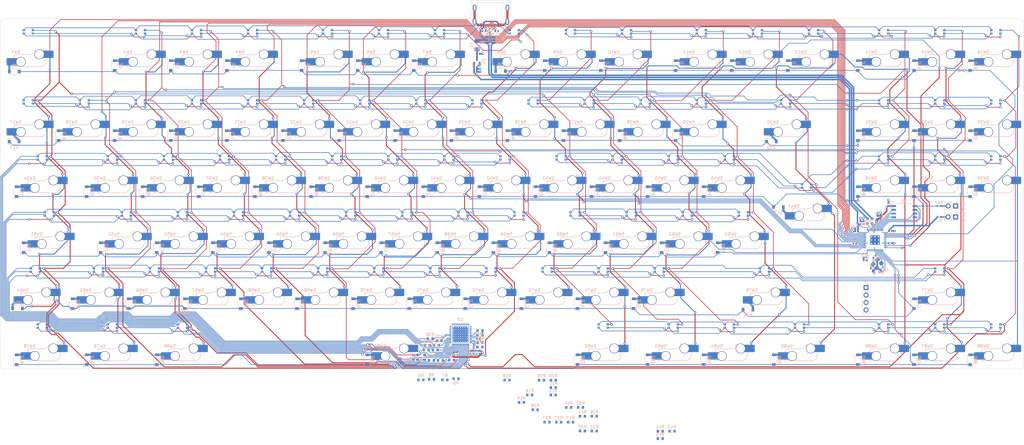
<source format=kicad_pcb>
(kicad_pcb (version 20211014) (generator pcbnew)
  (layers (0 "F.Cu" signal) (31 "B.Cu" signal) (34 "B.Paste" user) (35 "F.Paste" user) (36 "B.SilkS" user "B.Silkscreen") (37 "F.SilkS" user "F.Silkscreen") (38 "B.Mask" user) (39 "F.Mask" user) (44 "Edge.Cuts" user))
  (net 0 "")
  (net 1 "+5V")
  (net 2 "GND")
  (net 3 "Net-(C19-Pad1)")
  (net 4 "+1V1")
  (net 5 "+3V3")
  (net 6 "XIN")
  (net 7 "/XTAL_O")
  (net 8 "ROW0")
  (net 9 "Net-(D1-Pad2)")
  (net 10 "Net-(D2-Pad2)")
  (net 11 "Net-(D3-Pad2)")
  (net 12 "Net-(D4-Pad2)")
  (net 13 "Net-(D5-Pad2)")
  (net 14 "Net-(D6-Pad2)")
  (net 15 "Net-(D7-Pad2)")
  (net 16 "Net-(D8-Pad2)")
  (net 17 "Net-(D9-Pad2)")
  (net 18 "Net-(D10-Pad2)")
  (net 19 "Net-(D11-Pad2)")
  (net 20 "Net-(D12-Pad2)")
  (net 21 "Net-(D13-Pad2)")
  (net 22 "Net-(D14-Pad2)")
  (net 23 "Net-(D15-Pad2)")
  (net 24 "Net-(D16-Pad2)")
  (net 25 "ROW1")
  (net 26 "Net-(D17-Pad2)")
  (net 27 "Net-(D18-Pad2)")
  (net 28 "Net-(D19-Pad2)")
  (net 29 "Net-(D20-Pad2)")
  (net 30 "Net-(D21-Pad2)")
  (net 31 "Net-(D22-Pad2)")
  (net 32 "Net-(D23-Pad2)")
  (net 33 "Net-(D24-Pad2)")
  (net 34 "Net-(D25-Pad2)")
  (net 35 "Net-(D26-Pad2)")
  (net 36 "Net-(D27-Pad2)")
  (net 37 "Net-(D28-Pad2)")
  (net 38 "Net-(D29-Pad2)")
  (net 39 "Net-(D30-Pad2)")
  (net 40 "Net-(D31-Pad2)")
  (net 41 "Net-(D32-Pad2)")
  (net 42 "Net-(D33-Pad2)")
  (net 43 "ROW2")
  (net 44 "Net-(D34-Pad2)")
  (net 45 "Net-(D35-Pad2)")
  (net 46 "Net-(D36-Pad2)")
  (net 47 "Net-(D37-Pad2)")
  (net 48 "Net-(D38-Pad2)")
  (net 49 "Net-(D39-Pad2)")
  (net 50 "Net-(D40-Pad2)")
  (net 51 "Net-(D41-Pad2)")
  (net 52 "Net-(D42-Pad2)")
  (net 53 "Net-(D43-Pad2)")
  (net 54 "Net-(D44-Pad2)")
  (net 55 "Net-(D45-Pad2)")
  (net 56 "Net-(D46-Pad2)")
  (net 57 "Net-(D47-Pad2)")
  (net 58 "Net-(D48-Pad2)")
  (net 59 "Net-(D49-Pad2)")
  (net 60 "Net-(D50-Pad2)")
  (net 61 "ROW3")
  (net 62 "Net-(D51-Pad2)")
  (net 63 "Net-(D52-Pad2)")
  (net 64 "Net-(D53-Pad2)")
  (net 65 "Net-(D54-Pad2)")
  (net 66 "Net-(D55-Pad2)")
  (net 67 "Net-(D56-Pad2)")
  (net 68 "Net-(D57-Pad2)")
  (net 69 "Net-(D58-Pad2)")
  (net 70 "Net-(D59-Pad2)")
  (net 71 "Net-(D60-Pad2)")
  (net 72 "Net-(D61-Pad2)")
  (net 73 "Net-(D62-Pad2)")
  (net 74 "Net-(D63-Pad2)")
  (net 75 "Net-(D64-Pad2)")
  (net 76 "ROW4")
  (net 77 "Net-(D65-Pad2)")
  (net 78 "Net-(D66-Pad2)")
  (net 79 "Net-(D67-Pad2)")
  (net 80 "Net-(D68-Pad2)")
  (net 81 "Net-(D69-Pad2)")
  (net 82 "Net-(D70-Pad2)")
  (net 83 "Net-(D71-Pad2)")
  (net 84 "Net-(D72-Pad2)")
  (net 85 "Net-(D73-Pad2)")
  (net 86 "Net-(D74-Pad2)")
  (net 87 "Net-(D75-Pad2)")
  (net 88 "Net-(D76-Pad2)")
  (net 89 "Net-(D77-Pad2)")
  (net 90 "Net-(D78-Pad2)")
  (net 91 "Net-(D79-Pad2)")
  (net 92 "ROW5")
  (net 93 "Net-(D80-Pad2)")
  (net 94 "Net-(D81-Pad2)")
  (net 95 "Net-(D82-Pad2)")
  (net 96 "Net-(D83-Pad2)")
  (net 97 "Net-(D84-Pad2)")
  (net 98 "Net-(D85-Pad2)")
  (net 99 "Net-(D86-Pad2)")
  (net 100 "Net-(D87-Pad2)")
  (net 101 "Net-(D88-Pad2)")
  (net 102 "VBUS")
  (net 103 "Net-(J1-PadA5)")
  (net 104 "DP")
  (net 105 "DN")
  (net 107 "Net-(J1-PadB5)")
  (net 109 "~{SDB}")
  (net 110 "SWCLK")
  (net 111 "SWDIO")
  (net 112 "SDA")
  (net 113 "SCL")
  (net 114 "Net-(R4-Pad2)")
  (net 115 "Net-(R5-Pad1)")
  (net 116 "Net-(R6-Pad1)")
  (net 117 "CS1")
  (net 118 "Net-(R7-Pad1)")
  (net 119 "CS2")
  (net 120 "Net-(R8-Pad1)")
  (net 121 "CS3")
  (net 122 "Net-(U3-Pad51)")
  (net 123 "CS4")
  (net 124 "Net-(R11-Pad1)")
  (net 125 "CS5")
  (net 126 "Net-(R13-Pad2)")
  (net 127 "Net-(R14-Pad1)")
  (net 128 "CS6")
  (net 129 "CS7")
  (net 130 "CS8")
  (net 131 "CS9")
  (net 132 "Net-(R19-Pad1)")
  (net 133 "CS10")
  (net 134 "Net-(R20-Pad1)")
  (net 135 "CS11")
  (net 136 "Net-(R21-Pad1)")
  (net 137 "CS12")
  (net 138 "Net-(R22-Pad1)")
  (net 139 "CS13")
  (net 140 "Net-(R23-Pad1)")
  (net 141 "CS14")
  (net 142 "Net-(R24-Pad1)")
  (net 143 "CS15")
  (net 144 "Net-(R25-Pad1)")
  (net 145 "CS16")
  (net 146 "Net-(R26-Pad1)")
  (net 147 "CS17")
  (net 148 "Net-(R27-Pad1)")
  (net 149 "CS18")
  (net 150 "CS19")
  (net 151 "CS20")
  (net 152 "CS21")
  (net 153 "Net-(R31-Pad1)")
  (net 154 "CS22")
  (net 155 "Net-(R32-Pad1)")
  (net 156 "CS23")
  (net 157 "Net-(U3-Pad50)")
  (net 158 "CS24")
  (net 159 "Net-(R34-Pad1)")
  (net 160 "CS25")
  (net 161 "Net-(R35-Pad1)")
  (net 162 "CS26")
  (net 163 "Net-(R36-Pad1)")
  (net 164 "CS27")
  (net 165 "Net-(R37-Pad1)")
  (net 166 "CS28")
  (net 167 "Net-(R38-Pad1)")
  (net 168 "CS29")
  (net 169 "Net-(R39-Pad1)")
  (net 170 "CS30")
  (net 171 "SW1")
  (net 172 "SW2")
  (net 173 "SW3")
  (net 174 "SW4")
  (net 175 "SW5")
  (net 176 "SW6")
  (net 177 "SW7")
  (net 178 "SW8")
  (net 179 "SW9")
  (net 180 "CS31")
  (net 185 "CS32")
  (net 186 "CS33")
  (net 187 "/~{USB_BOOT}")
  (net 188 "SS")
  (net 189 "XOUT")
  (net 190 "COL0")
  (net 191 "COL2")
  (net 192 "COL3")
  (net 193 "COL4")
  (net 194 "COL5")
  (net 195 "COL6")
  (net 196 "COL7")
  (net 197 "COL8")
  (net 198 "COL9")
  (net 199 "COL10")
  (net 200 "COL11")
  (net 201 "COL12")
  (net 202 "COL13")
  (net 203 "COL14")
  (net 204 "COL15")
  (net 205 "COL16")
  (net 206 "COL1")
  (net 214 "SD3")
  (net 215 "QSPI_CLK")
  (net 216 "SD0")
  (net 217 "SD2")
  (net 218 "SD1")
  (net 219 "Net-(R1-Pad2)")
  (net 220 "Net-(R43-Pad1)")
  (net 221 "CS34")
  (net 222 "Net-(R44-Pad1)")
  (net 223 "CS35")
  (net 224 "Net-(R45-Pad1)")
  (net 225 "CS36")
  (net 228 "Net-(R40-Pad1)")
  (net 229 "Net-(R41-Pad1)")
  (net 230 "Net-(R42-Pad1)")
  (net 231 "Net-(U3-Pad45)")
  (net 232 "Net-(U3-Pad46)")
  (net 233 "Net-(U3-Pad47)")
  (net 234 "Net-(U3-Pad32)")
  (net 235 "Net-(U3-Pad33)")
  (net 236 "Net-(U3-Pad34)")
  (footprint "marbastlib-various:USB_C_Receptacle_HRO_TYPE-C-31-M-14" (layer "F.Cu") (at -249.2475 -321.2475 180)
    (fp_text reference "J1")
    (fp_text value "USB_C_Receptacle_USB2.0")
    (fp_line (start -0.004999 0.355) (end 2.088783 0.355) (layer "Edge.Cuts") (width 0.08))
    (fp_line (start -3.204999 0.505) (end -3.204999 0.705) (layer "Edge.Cuts") (width 0.08))
    (fp_line (start -3.404998 0.905) (end -4.554999 0.905) (layer "Edge.Cuts") (width 0.08))
    (fp_line (start 3.195001 0.505) (end 3.195001 0.705) (layer "Edge.Cuts") (width 0.08))
    (fp_line (start -0.004999 0.355) (end -2.098781 0.355) (layer "Edge.Cuts") (width 0.08))
    (fp_line (start 4.545001 2.075821) (end 4.545001 6.435) (layer "Edge.Cuts") (width 0.08))
    (fp_line (start 3.395 0.905) (end 4.545001 0.905) (layer "Edge.Cuts") (width 0.08))
    (fp_line (start -4.554999 2.075821) (end -4.554999 6.435) (layer "Edge.Cuts") (width 0.08))
    (fp_arc (start 2.261988 0.255) (mid 2.82441 0.022038) (end 3.195001 0.505) (layer "Edge.Cuts") (width 0.08))
    (fp_arc (start 4.545001 0.904999) (mid 5.039763 1.332815) (end 4.687858 1.884158) (layer "Edge.Cuts") (width 0.08))
    (fp_arc (start 2.261988 0.255) (mid 2.188782 0.328199) (end 2.088783 0.355) (layer "Edge.Cuts") (width 0.08))
    (fp_arc (start 3.395 0.904999) (mid 3.253579 0.846421) (end 3.195001 0.705) (layer "Edge.Cuts") (width 0.08))
    (fp_arc (start -4.697856 1.884157) (mid -5.04976 1.332815) (end -4.554999 0.905) (layer "Edge.Cuts") (width 0.08))
    (fp_arc (start -3.204999 0.505) (mid -2.834408 0.022037) (end -2.271986 0.255) (layer "Edge.Cuts") (width 0.08))
    (fp_arc (start -4.697856 1.884158) (mid -4.594642 1.956298) (end -4.554999 2.075821) (layer "Edge.Cuts") (width 0.08))
    (fp_arc (start -3.204998 0.705) (mid -3.263577 0.846421) (end -3.404998 0.905) (layer "Edge.Cuts") (width 0.08))
    (fp_arc (start 4.545001 2.075821) (mid 4.584636 1.956288) (end 4.687858 1.884158) (layer "Edge.Cuts") (width 0.08))
    (fp_arc (start -2.098781 0.355) (mid -2.198781 0.328205) (end -2.271986 0.255) (layer "Edge.Cuts") (width 0.08))
  )
  (footprint "marbastlib-mx:STAB_MX_ISO_FLIPPED" (layer "F.Cu") (at -142.08125 -260.35)
    (fp_text reference "S2" hide)
    (fp_text value "ENTER")
  )
  (footprint "marbastlib-mx:STAB_MX_2.75u" (layer "F.Cu") (at -156.36875 -231.775 180)
    (fp_text reference "S3" hide)
    (fp_text value "R_SHIFT")
  )
  (footprint "marbastlib-mx:STAB_MX_6u" (layer "F.Cu") (at -287.3375 -212.725 180)
    (fp_text reference "S4" hide)
    (fp_text value "6U_SPACE")
  )
  (footprint "marbastlib-mx:STAB_MX_2u" (layer "F.Cu") (at -149.215 -288.925 180)
    (fp_text reference "S1" hide)
    (fp_text value "BACKSPACE")
  )
  (footprint "Diode_SMD:D_SOD-123" (layer "B.Cu") (at -246 -304.5 180)
    (fp_text reference "D8")
    (fp_text value "D")
  )
  (footprint "Diode_SMD:D_SOD-123" (layer "B.Cu") (at -238.91875 -225.425 90)
    (fp_text reference "D73")
    (fp_text value "D")
  )
  (footprint "Diode_SMD:D_SOD-123" (layer "B.Cu") (at -396.08125 -282.575 90)
    (fp_text reference "D18")
    (fp_text value "D")
  )
  (footprint "marbastlib-mx:SW_MX_HS_1u" (layer "B.Cu") (at -354.0125 -250.825)
    (fp_text reference "SW53")
    (fp_text value "SW_HS" hide)
  )
  (footprint "Capacitor_SMD:C_0402_1005Metric" (layer "B.Cu") (at -123.77 -252.97 90)
    (fp_text reference "C8")
    (fp_text value "1uf")
  )
  (footprint "Capacitor_SMD:C_0402_1005Metric" (layer "B.Cu") (at -119.911142 -237.087818 135)
    (fp_text reference "C23")
    (fp_text value "22pF")
  )
  (footprint "marbastlib-mx:SW_MX_HS_1.5u" (layer "B.Cu") (at -354.0125 -212.725)
    (fp_text reference "SW80")
    (fp_text value "SW_HS" hide)
  )
  (footprint "marbastlib-various:MHT151RGBCT-RGB-Reverse-Mount-1206" (layer "B.Cu") (at -287.3275 -236.855 180)
    (fp_text reference "RGB70" hide)
    (fp_text value "LED_ABGR")
  )
  (footprint "marbastlib-various:MHT151RGBCT-RGB-Reverse-Mount-1206" (layer "B.Cu") (at -220.6525 -255.905 180)
    (fp_text reference "RGB60" hide)
    (fp_text value "LED_ABGR")
  )
  (footprint "Resistor_SMD:R_0603_1608Metric" (layer "B.Cu") (at -270.86 -211.26 180)
    (fp_text reference "R30")
    (fp_text value "51k")
  )
  (footprint "marbastlib-various:MHT151RGBCT-RGB-Reverse-Mount-1206" (layer "B.Cu") (at -363.5275 -236.855 180)
    (fp_text reference "RGB66" hide)
    (fp_text value "LED_ABGR")
  )
  (footprint "Capacitor_SMD:C_0402_1005Metric" (layer "B.Cu") (at -253.5 -310.4 180)
    (fp_text reference "C20")
    (fp_text value "1uF")
  )
  (footprint "Capacitor_SMD:C_0402_1005Metric" (layer "B.Cu") (at -117.97 -254.81 90)
    (fp_text reference "C12")
    (fp_text value "100nf")
  )
  (footprint "Diode_SMD:D_SOD-123" (layer "B.Cu") (at -86.51875 -306.3875 90)
    (fp_text reference "D16")
    (fp_text value "D")
  )
  (footprint "Diode_SMD:D_SOD-123" (layer "B.Cu") (at -313.53125 -306.3875 90)
    (fp_text reference "D5")
    (fp_text value "D")
  )
  (footprint "Diode_SMD:D_SOD-123" (layer "B.Cu") (at -310.35625 -263.525 90)
    (fp_text reference "D39")
    (fp_text value "D")
  )
  (footprint "marbastlib-mx:SW_MX_HS_1u" (layer "B.Cu") (at -311.15 -288.925)
    (fp_text reference "SW22")
    (fp_text value "SW_HS" hide)
  )
  (footprint "marbastlib-various:MHT151RGBCT-RGB-Reverse-Mount-1206" (layer "B.Cu") (at -163.5025 -255.905 180)
    (fp_text reference "RGB63" hide)
    (fp_text value "LED_ABGR")
  )
  (footprint "marbastlib-mx:SW_MX_HS_1u" (layer "B.Cu") (at -149.215 -288.925)
    (fp_text reference "SW30")
    (fp_text value "SW_HS" hide)
  )
  (footprint "marbastlib-various:MHT151RGBCT-RGB-Reverse-Mount-1206" (layer "B.Cu") (at -77.7775 -294.005 180)
    (fp_text reference "RGB33" hide)
    (fp_text value "LED_ABGR")
  )
  (footprint "marbastlib-mx:SW_MX_HS_1.25u" (layer "B.Cu") (at -404.01875 -231.775)
    (fp_text reference "SW64")
    (fp_text value "SW_HS" hide)
  )
  (footprint "marbastlib-various:MHT151RGBCT-RGB-Reverse-Mount-1206" (layer "B.Cu") (at -203.2 -317.8175 180)
    (fp_text reference "RGB10" hide)
    (fp_text value "LED_ABGR")
  )
  (footprint "Capacitor_SMD:C_0402_1005Metric" (layer "B.Cu") (at -261.61 -208.48 -90)
    (fp_text reference "C18")
    (fp_text value "100nF")
  )
  (footprint "marbastlib-various:MHT151RGBCT-RGB-Reverse-Mount-1206" (layer "B.Cu") (at -282.565 -274.955 180)
    (fp_text reference "RGB40" hide)
    (fp_text value "LED_ABGR")
  )
  (footprint "marbastlib-various:MHT151RGBCT-RGB-Reverse-Mount-1206" (layer "B.Cu") (at -330.19 -294.005 180)
    (fp_text reference "RGB21" hide)
    (fp_text value "LED_ABGR")
  )
  (footprint "marbastlib-various:MHT151RGBCT-RGB-Reverse-Mount-1206" (layer "B.Cu") (at -401.6275 -274.955 180)
    (fp_text reference "RGB34" hide)
    (fp_text value "LED_ABGR")
  )
  (footprint "marbastlib-mx:SW_MX_HS_1u" (layer "B.Cu") (at -196.85 -288.925)
    (fp_text reference "SW28")
    (fp_text value "SW_HS" hide)
  )
  (footprint "Diode_SMD:D_SOD-123" (layer "B.Cu") (at -105.56875 -306.3875 90)
    (fp_text reference "D15")
    (fp_text value "D")
  )
  (footprint "marbastlib-mx:SW_MX_HS_1u" (layer "B.Cu") (at -220.6625 -250.825)
    (fp_text reference "SW60")
    (fp_text value "SW_HS" hide)
  )
  (footprint "marbastlib-various:MHT151RGBCT-RGB-Reverse-Mount-1206" (layer "B.Cu") (at -222.25 -317.8175 180)
    (fp_text reference "RGB9" hide)
    (fp_text value "LED_ABGR")
  )
  (footprint "marbastlib-mx:SW_MX_HS_1u" (layer "B.Cu") (at -287.3375 -231.775)
    (fp_text reference "SW70")
    (fp_text value "SW_HS" hide)
  )
  (footprint "Package_TO_SOT_SMD:SOT-23" (layer "B.Cu") (at -254.02 -307.81 90)
    (fp_text reference "U4")
    (fp_text value "XC6206")
  )
  (footprint "Diode_SMD:D_SOD-123" (layer "B.Cu") (at -86.51875 -263.525 90)
    (fp_text reference "D50")
    (fp_text value "D")
  )
  (footprint "marbastlib-mx:SW_MX_HS_1u" (layer "B.Cu") (at -406.4 -288.925)
    (fp_text reference "SW17")
    (fp_text value "SW_HS" hide)
  )
  (footprint "marbastlib-various:MHT151RGBCT-RGB-Reverse-Mount-1206" (layer "B.Cu") (at -168.265 -217.805 180)
    (fp_text reference "RGB83" hide)
    (fp_text value "LED_ABGR")
  )
  (footprint "Diode_SMD:D_SOD-123" (layer "B.Cu") (at -105.56875 -225.425 90)
    (fp_text reference "D77")
    (fp_text value "D")
  )
  (footprint "Diode_SMD:D_SOD-123" (layer "B.Cu") (at -362.74375 -244.475 90)
    (fp_text reference "D53")
    (fp_text value "D")
  )
  (footprint "marbastlib-various:MHT151RGBCT-RGB-Reverse-Mount-1206" (layer "B.Cu") (at -156.35875 -236.855 180)
    (fp_text reference "RGB76" hide)
    (fp_text value "LED_ABGR")
  )
  (footprint "Crystal:Crystal_SMD_3225-4Pin_3.2x2.5mm" (layer "B.Cu") (at -118.071142 -238.987818 45)
    (fp_text reference "Y1")
    (fp_text value "12MHz")
  )
  (footprint "Diode_SMD:D_SOD-123" (layer "B.Cu") (at -300.83125 -282.575 90)
    (fp_text reference "D23")
    (fp_text value "D")
  )
  (footprint "Diode_SMD:D_SOD-123" (layer "B.Cu") (at -196.05625 -263.525 90)
    (fp_text reference "D45")
    (fp_text value "D")
  )
  (footprint "marbastlib-various:MHT151RGBCT-RGB-Reverse-Mount-1206" (layer "B.Cu") (at -368.29 -317.8175 180)
    (fp_text reference "RGB2" hide)
    (fp_text value "LED_ABGR")
  )
  (footprint "marbastlib-various:MHT151RGBCT-RGB-Reverse-Mount-1206" (layer "B.Cu") (at -349.24 -317.8175 180)
    (fp_text reference "RGB3" hide)
    (fp_text value "LED_ABGR")
  )
  (footprint "marbastlib-various:MHT151RGBCT-RGB-Reverse-Mount-1206" (layer "B.Cu") (at -382.5775 -236.855 180)
    (fp_text reference "RGB65" hide)
    (fp_text value "LED_ABGR")
  )
  (footprint "marbastlib-mx:SW_MX_HS_1u" (layer "B.Cu") (at -330.2 -312.7375)
    (fp_text reference "SW4")
    (fp_text value "SW_HS" hide)
  )
  (footprint "marbastlib-various:MHT151RGBCT-RGB-Reverse-Mount-1206" (layer "B.Cu") (at -234.94 -294.005 180)
    (fp_text reference "RGB26" hide)
    (fp_text value "LED_ABGR")
  )
  (footprint "marbastlib-mx:SW_MX_HS_1u" (layer "B.Cu") (at -368.3 -312.7375)
    (fp_text reference "SW2")
    (fp_text value "SW_HS" hide)
  )
  (footprint "marbastlib-various:MHT151RGBCT-RGB-Reverse-Mount-1206" (layer "B.Cu") (at -292.09 -294.005 180)
    (fp_text reference "RGB23" hide)
    (fp_text value "LED_ABGR")
  )
  (footprint "Diode_SMD:D_SOD-123" (layer "B.Cu") (at -362.74375 -206.375 90)
    (fp_text reference "D80")
    (fp_text value "D")
  )
  (footprint "marbastlib-various:MHT151RGBCT-RGB-Reverse-Mount-1206" (layer "B.Cu") (at -304.79 -317.8175 180)
    (fp_text reference "RGB5" hide)
    (fp_text value "LED_ABGR")
  )
  (footprint "marbastlib-various:MHT151RGBCT-RGB-Reverse-Mount-1206" (layer "B.Cu") (at -377.815 -217.805 180)
    (fp_text reference "RGB79" hide)
    (fp_text value "LED_ABGR")
  )
  (footprint "Resistor_SMD:R_0402_1005Metric" (layer "B.Cu") (at -97.04 -254.91)
    (fp_text reference "R1")
    (fp_text value "10k")
  )
  (footprint "Resistor_SMD:R_0603_1608Metric" (layer "B.Cu") (at -266.43 -206.11)
    (fp_text reference "R40")
    (fp_text value "20k")
  )
  (footprint "Diode_SMD:D_SOD-123" (layer "B.Cu") (at -391.31875 -225.425 90)
    (fp_text reference "D65")
    (fp_text value "D")
  )
  (footprint "marbastlib-various:MHT151RGBCT-RGB-Reverse-Mount-1206" (layer "B.Cu") (at -354.0025 -217.805 180)
    (fp_text reference "RGB80")
    (fp_text value "LED_ABGR")
  )
  (footprint "marbastlib-various:MHT151RGBCT-RGB-Reverse-Mount-1206" (layer "B.Cu") (at -196.84 -294.005 180)
    (fp_text reference "RGB28" hide)
    (fp_text value "LED_ABGR")
  )
  (footprint "marbastlib-mx:SW_MX_HS_1u" (layer "B.Cu") (at -363.5375 -231.775)
    (fp_text reference "SW66")
    (fp_text value "SW_HS" hide)
  )
  (footprint "marbastlib-mx:SW_MX_HS_1.5u" (layer "B.Cu") (at -144.4625 -212.725)
    (fp_text reference "SW85")
    (fp_text value "SW_HS" hide)
  )
  (footprint "marbastlib-various:MHT151RGBCT-RGB-Reverse-Mount-1206" (layer "B.Cu") (at -387.34 -294.005 180)
    (fp_text reference "RGB18" hide)
    (fp_text value "LED_ABGR")
  )
  (footprint "marbastlib-mx:SW_MX_HS_1u" (layer "B.Cu") (at -258.7625 -250.825)
    (fp_text reference "SW58")
    (fp_text value "SW_HS" hide)
  )
  (footprint "Diode_SMD:D_SOD-123" (layer "B.Cu") (at -305.59375 -244.475 90)
    (fp_text reference "D56")
    (fp_text value "D")
  )
  (footprint "marbastlib-mx:SW_MX_HS_1.5u" (layer "B.Cu") (at -211.1375 -212.725)
    (fp_text reference "SW82")
    (fp_text value "SW_HS" hide)
  )
  (footprint "marbastlib-mx:SW_MX_HS_1u" (layer "B.Cu") (at -187.325 -212.725)
    (fp_text reference "SW83")
    (fp_text value "SW_HS" hide)
  )
  (footprint "marbastlib-mx:SW_MX_HS_1u" (layer "B.Cu") (at -96.8275 -312.7375)
    (fp_text reference "SW15")
    (fp_text value "SW_HS" hide)
  )
  (footprint "marbastlib-mx:SW_MX_HS_1u" (layer "B.Cu") (at -77.7875 -269.875)
    (fp_text reference "SW50")
    (fp_text value "SW_HS" hide)
  )
  (footprint "marbastlib-mx:SW_MX_HS_1u" (layer "B.Cu") (at -158.75 -312.7375)
    (fp_text reference "SW12")
    (fp_text value "SW_HS" hide)
  )
  (footprint "marbastlib-various:MHT151RGBCT-RGB-Reverse-Mount-1206" (layer "B.Cu") (at -399.24625 -255.905 180)
    (fp_text reference "RGB51" hide)
    (fp_text value "LED_ABGR")
  )
  (footprint "Diode_SMD:D_SOD-123" (layer "B.Cu") (at -172.24375 -244.475 90)
    (fp_text reference "D63")
    (fp_text value "D")
  )
  (footprint "marbastlib-various:MHT151RGBCT-RGB-Reverse-Mount-1206" (layer "B.Cu") (at -187.315 -274.955 180)
    (fp_text reference "RGB45" hide)
    (fp_text value "LED_ABGR")
  )
  (footprint "Diode_SMD:D_SOD-123" (layer "B.Cu") (at -186.53125 -306.3875 90)
    (fp_text reference "D11")
    (fp_text value "D")
  )
  (footprint "Diode_SMD:D_SOD-123" (layer "B.Cu") (at -124.61875 -282.575 90)
    (fp_text reference "D31")
    (fp_text value "D")
  )
  (footprint "Diode_SMD:D_SOD-123" (layer "B.Cu") (at -177.00625 -206.375 90)
    (fp_text reference "D84")
    (fp_text value "D")
  )
  (footprint "Diode_SMD:D_SOD-123" (layer "B.Cu") (at -377.03125 -306.3875 90)
    (fp_text reference "D2")
    (fp_text value "D")
  )
  (footprint "Capacitor_SMD:C_0402_1005Metric" (layer "B.Cu") (at -253.535 -213.495 180)
    (fp_text reference "C19")
    (fp_text value "100nF")
  )
  (footprint "Diode_SMD:D_SOD-123" (layer "B.Cu") (at -186.53125 -282.575 90)
    (fp_text reference "D29")
    (fp_text value "D")
  )
  (footprint "Diode_SMD:D_SOD-123" (layer "B.Cu") (at -291.30625 -206.375 90)
    (fp_text reference "D81")
    (fp_text value "D")
  )
  (footprint "Capacitor_SMD:C_0402_1005Metric" (layer "B.Cu") (at -254.5 -304.2)
    (fp_text reference "C7")
    (fp_text value "10uf")
  )
  (footprint "Capacitor_SMD:C_0402_1005Metric" (layer "B.Cu") (at -114.25 -259.1 90)
    (fp_text reference "C15")
    (fp_text value "100nf")
  )
  (footprint "marbastlib-mx:SW_MX_HS_1u" (layer "B.Cu") (at -142.08125 -260.35)
    (fp_text reference "SW47")
    (fp_text value "SW_HS" hide)
  )
  (footprint "marbastlib-mx:SW_MX_HS_1u" (layer "B.Cu") (at -211.1375 -231.775)
    (fp_text reference "SW74")
    (fp_text value "SW_HS" hide)
  )
  (footprint "marbastlib-mx:SW_MX_HS_1u" (layer "B.Cu") (at -201.6125 -250.825)
    (fp_text reference "SW61")
    (fp_text value "SW_HS" hide)
  )
  (footprint "Diode_SMD:D_SOD-123" (layer "B.Cu") (at -272.25625 -263.525 90)
    (fp_text reference "D41")
    (fp_text value "D")
  )
  (footprint "Diode_SMD:D_SOD-123" (layer "B.Cu") (at -315.11875 -225.425 90)
    (fp_text reference "D69")
    (fp_text value "D")
  )
  (footprint "Diode_SMD:D_SOD-123" (layer "B.Cu") (at -234.15625 -263.525 90)
    (fp_text reference "D43")
    (fp_text value "D")
  )
  (footprint "marbastlib-mx:SW_MX_HS_1u" (layer "B.Cu") (at -77.7775 -312.7375)
    (fp_text reference "SW16")
    (fp_text value "SW_HS" hide)
  )
  (footprint "marbastlib-various:MHT151RGBCT-RGB-Reverse-Mount-1206" (layer "B.Cu") (at -244.465 -274.955 180)
    (fp_text reference "RGB42" hide)
    (fp_text value "LED_ABGR")
  )
  (footprint "marbastlib-various:MHT151RGBCT-RGB-Reverse-Mount-1206" (layer "B.Cu") (at -96.8275 -236.855 180)
    (fp_text reference "RGB77" hide)
    (fp_text value "LED_ABGR")
  )
  (footprint "Resistor_SMD:R_0603_1608Metric" (layer "B.Cu") (at -214.17 -182.12 180)
    (fp_text reference "R31")
    (fp_text value "20k")
  )
  (footprint "marbastlib-various:MHT151RGBCT-RGB-Reverse-Mount-1206" (layer "B.Cu") (at -77.7775 -217.805 180)
    (fp_text reference "RGB87" hide)
    (fp_text value "LED_ABGR")
  )
  (footprint "Resistor_SMD:R_0603_1608Metric" (layer "B.Cu") (at -119.8 -253.51 -90)
    (fp_text reference "R4")
    (fp_text value "27.4")
  )
  (footprint "Diode_SMD:D_SOD-123" (layer "B.Cu") (at -229.39375 -244.475 90)
    (fp_text reference "D60")
    (fp_text value "D")
  )
  (footprint "Diode_SMD:D_SOD-123" (layer "B.Cu") (at -291.30625 -263.525 90)
    (fp_text reference "D40")
    (fp_text value "D")
  )
  (footprint "Diode_SMD:D_SOD-123" (layer "B.Cu") (at -386.55625 -263.525 90)
    (fp_text reference "D35")
    (fp_text value "D")
  )
  (footprint "Resistor_SMD:R_0603_1608Metric" (layer "B.Cu") (at -271.78 -207.16 -90)
    (fp_text reference "R24")
    (fp_text value "51k")
  )
  (footprint "marbastlib-various:MHT151RGBCT-RGB-Reverse-Mount-1206" (layer "B.Cu") (at -266.69 -317.8175 180)
    (fp_text reference "RGB7" hide)
    (fp_text value "LED_ABGR")
  )
  (footprint "marbastlib-mx:SW_MX_HS_1u" (layer "B.Cu") (at -239.7125 -250.825)
    (fp_text reference "SW59")
    (fp_text value "SW_HS" hide)
  )
  (footprint "marbastlib-various:MHT151RGBCT-RGB-Reverse-Mount-1206" (layer "B.Cu") (at -330.19 -317.8175 180)
    (fp_text reference "RGB4" hide)
    (fp_text value "LED_ABGR")
  )
  (footprint "marbastlib-various:MHT151RGBCT-RGB-Reverse-Mount-1206" (layer "B.Cu") (at -211.1275 -236.855 180)
    (fp_text reference "RGB74" hide)
    (fp_text value "LED_ABGR")
  )
  (footprint "Diode_SMD:D_SOD-123" (layer "B.Cu") (at -267.49375 -244.475 90)
    (fp_text reference "D58")
    (fp_text value "D")
  )
  (footprint "marbastlib-various:MHT151RGBCT-RGB-Reverse-Mount-1206" (layer "B.Cu") (at -192.0775 -236.855 180)
    (fp_text reference "RGB75" hide)
    (fp_text value "LED_ABGR")
  )
  (footprint "Capacitor_SMD:C_0402_1005Metric" (layer "B.Cu") (at -254.5 -305.23 180)
    (fp_text reference "C21")
    (fp_text value "1uF")
  )
  (footprint "marbastlib-various:MHT151RGBCT-RGB-Reverse-Mount-1206" (layer "B.Cu") (at -182.5525 -255.905 180)
    (fp_text reference "RGB62" hide)
    (fp_text value "LED_ABGR")
  )
  (footprint "Capacitor_SMD:C_0402_1005Metric" (layer "B.Cu") (at -260.62 -208.48 -90)
    (fp_text reference "C3")
    (fp_text value "1uF")
  )
  (footprint "Diode_SMD:D_SOD-123" (layer "B.Cu") (at -338.93125 -282.575 90)
    (fp_text reference "D21")
    (fp_text value "D")
  )
  (footprint "Diode_SMD:D_SOD-123" (layer "B.Cu") (at -230.98125 -306.3875 90)
    (fp_text reference "D9")
    (fp_text value "D")
  )
  (footprint "marbastlib-mx:SW_MX_HS_1u" (layer "B.Cu") (at -282.575 -212.725)
    (fp_text reference "SW81")
    (fp_text value "SW_HS" hide)
  )
  (footprint "Capacitor_SMD:C_0402_1005Metric" (layer "B.Cu") (at -116.91 -254.8 90)
    (fp_text reference "C5")
    (fp_text value "100nf")
  )
  (footprint "Fuse:Fuse_1206_3216Metric" (layer "B.Cu") (at -254 -313.3 -90)
    (fp_text reference "F1")
    (fp_text value "500mA")
  )
  (footprint "marbastlib-various:MHT151RGBCT-RGB-Reverse-Mount-1206" (layer "B.Cu") (at -96.8275 -274.955 180)
    (fp_text reference "RGB49" hide)
    (fp_text value "LED_ABGR")
  )
  (footprint "marbastlib-various:MHT151RGBCT-RGB-Reverse-Mount-1206" (layer "B.Cu") (at -285.74 -317.8175 180)
    (fp_text reference "RGB6" hide)
    (fp_text value "LED_ABGR")
  )
  (footprint "marbastlib-mx:SW_MX_HS_1u" (layer "B.Cu") (at -339.725 -269.875)
    (fp_text reference "SW37")
    (fp_text value "SW_HS" hide)
  )
  (footprint "Resistor_SMD:R_0603_1608Metric" (layer "B.Cu") (at -226.2 -185.12 180)
    (fp_text reference "R37")
    (fp_text value "20k")
  )
  (footprint "Diode_SMD:D_SOD-123" (layer "B.Cu") (at -86.51875 -206.375 90)
    (fp_text reference "D88")
    (fp_text value "D")
  )
  (footprint "marbastlib-various:MHT151RGBCT-RGB-Reverse-Mount-1206" (layer "B.Cu") (at -115.8775 -217.805 180)
    (fp_text reference "RGB85" hide)
    (fp_text value "LED_ABGR")
  )
  (footprint "Diode_SMD:D_SOD-123" (layer "B.Cu") (at -410.36875 -263.525 90)
    (fp_text reference "D34")
    (fp_text value "D")
  )
  (footprint "Capacitor_SMD:C_0402_1005Metric" (layer "B.Cu") (at -122.17 -241.16 180)
    (fp_text reference "C4")
    (fp_text value "100nf")
  )
  (footprint "Diode_SMD:D_SOD-123" (layer "B.Cu") (at -105.56875 -263.525 90)
    (fp_text reference "D49")
    (fp_text value "D")
  )
  (footprint "Resistor_SMD:R_0603_1608Metric" (layer "B.Cu") (at -222.19 -185.12 180)
    (fp_text reference "R17")
    (fp_text value "20k")
  )
  (footprint "marbastlib-mx:SW_MX_HS_1u" (layer "B.Cu") (at -254 -288.925)
    (fp_text reference "SW25")
    (fp_text value "SW_HS" hide)
  )
  (footprint "Resistor_SMD:R_0603_1608Metric" (layer "B.Cu") (at -252.975 -214.765)
    (fp_text reference "R3")
    (fp_text value "2k")
  )
  (footprint "marbastlib-various:MHT151RGBCT-RGB-Reverse-Mount-1206" (layer "B.Cu") (at -253.99 -294.005 180)
    (fp_text reference "RGB25" hide)
    (fp_text value "LED_ABGR")
  )
  (footprint "Capacitor_SMD:C_0402_1005Metric" (layer "B.Cu") (at -125.07125 -251.00125 180)
    (fp_text reference "C11")
    (fp_text value "100nf")
  )
  (footprint "marbastlib-various:MHT151RGBCT-RGB-Reverse-Mount-1206" (layer "B.Cu") (at -368.29 -294.005 180)
    (fp_text reference "RGB19" hide)
    (fp_text value "LED_ABGR")
  )
  (footprint "Diode_SMD:D_SOD-123" (layer "B.Cu") (at -343.69375 -244.475 90)
    (fp_text reference "D54")
    (fp_text value "D")
  )
  (footprint "marbastlib-various:MHT151RGBCT-RGB-Reverse-Mount-1206" (layer "B.Cu") (at -211.1375 -217.805 180)
    (fp_text reference "RGB81" hide)
    (fp_text value "LED_ABGR")
  )
  (footprint "marbastlib-various:MHT151RGBCT-RGB-Reverse-Mount-1206" (layer "B.Cu") (at -344.4775 -236.855 180)
    (fp_text reference "RGB67" hide)
    (fp_text value "LED_ABGR")
  )
  (footprint "marbastlib-mx:SW_MX_HS_1u" (layer "B.Cu") (at -77.7875 -212.725)
    (fp_text reference "SW88")
    (fp_text value "SW_HS" hide)
  )
  (footprint "marbastlib-mx:SW_MX_HS_1.5u" (layer "B.Cu") (at -401.6375 -269.875)
    (fp_text reference "SW34")
    (fp_text value "SW_HS" hide)
  )
  (footprint "Resistor_SMD:R_0603_1608Metric" (layer "B.Cu") (at -222.83 -190.14 180)
    (fp_text reference "R14")
    (fp_text value "51k")
  )
  (footprint "Resistor_SMD:R_0603_1608Metric" (layer "B.Cu") (at -269.87 -213.51 180)
    (fp_text reference "R36")
    (fp_text value "51k")
  )
  (footprint "Diode_SMD:D_SOD-123" (layer "B.Cu") (at -124.61875 -206.375 90)
    (fp_text reference "D86")
    (fp_text value "D")
  )
  (footprint "Resistor_SMD:R_0603_1608Metric" (layer "B.Cu") (at -273.025 -199.5 180)
    (fp_text reference "R9")
    (fp_text value "20k")
  )
  (footprint "marbastlib-various:MHT151RGBCT-RGB-Reverse-Mount-1206" (layer "B.Cu") (at -377.815 -274.955 180)
    (fp_text reference "RGB35" hide)
    (fp_text value "LED_ABGR")
  )
  (footprint "marbastlib-mx:SW_MX_HS_1u" (layer "B.Cu") (at -334.9625 -250.825)
    (fp_text reference "SW54")
    (fp_text value "SW_HS" hide)
  )
  (footprint "marbastlib-various:MHT151RGBCT-RGB-Reverse-Mount-1206" (layer "B.Cu") (at -404.00875 -236.855 180)
    (fp_text reference "RGB64" hide)
    (fp_text value "LED_ABGR")
  )
  (footprint "Package_DFN_QFN:QFN-56-1EP_7x7mm_P0.4mm_EP3.2x3.2mm" (layer "B.Cu") (at -118.8075 -247.01875 180)
    (fp_text reference "U2")
    (fp_text value "RP2040")
  )
  (footprint "marbastlib-mx:SW_MX_HS_1u" (layer "B.Cu") (at -377.825 -212.725)
    (fp_text reference "SW79")
    (fp_text value "SW_HS" hide)
  )
  (footprint "marbastlib-mx:SW_MX_HS_1u" (layer "B.Cu") (at -344.4875 -231.775)
    (fp_text reference "SW67")
    (fp_text value "SW_HS" hide)
  )
  (footprint "marbastlib-mx:SW_MX_HS_1u" (layer "B.Cu") (at -168.275 -269.875)
    (fp_text reference "SW46")
    (fp_text value "SW_HS" hide)
  )
  (footprint "marbastlib-various:MHT151RGBCT-RGB-Reverse-Mount-1206" (layer "B.Cu") (at -177.79 -294.005 180)
    (fp_text reference "RGB29" hide)
    (fp_text value "LED_ABGR")
  )
  (footprint "marbastlib-various:MHT151RGBCT-RGB-Reverse-Mount-1206" (layer "B.Cu") (at -139.69 -317.8175 180)
    (fp_text reference "RGB13" hide)
    (fp_text value "LED_ABGR")
  )
  (footprint "marbastlib-various:MHT151RGBCT-RGB-Reverse-Mount-1206" (layer "B.Cu") (at -406.39 -317.8175 180)
    (fp_text reference "RGB1" hide)
    (fp_text value "LED_ABGR")
  )
  (footprint "Resistor_SMD:R_0402_1005Metric" (layer "B.Cu") (at -251.6 -318.1)
    (fp_text reference "R15")
    (fp_text value "5.1k")
  )
  (footprint "marbastlib-various:MHT151RGBCT-RGB-Reverse-Mount-1206" (layer "B.Cu") (at -373.0525 -255.905 180)
    (fp_text reference "RGB52" hide)
    (fp_text value "LED_ABGR")
  )
  (footprint "marbastlib-mx:SW_MX_HS_1u" (layer "B.Cu") (at -282.575 -269.875)
    (fp_text reference "SW40")
    (fp_text value "SW_HS" hide)
  )
  (footprint "marbastlib-various:MHT151RGBCT-RGB-Reverse-Mount-1206" (layer "B.Cu") (at -315.9025 -255.905 180)
    (fp_text reference "RGB55" hide)
    (fp_text value "LED_ABGR")
  )
  (footprint "Resistor_SMD:R_0603_1608Metric" (layer "B.Cu") (at -266.84 -212.86 180)
    (fp_text reference "R35")
    (fp_text value "20k")
  )
  (footprint "marbastlib-various:MHT151RGBCT-RGB-Reverse-Mount-1206" (layer "B.Cu") (at -358.765 -274.955 180)
    (fp_text reference "RGB36" hide)
    (fp_text value "LED_ABGR")
  )
  (footprint "marbastlib-various:MHT151RGBCT-RGB-Reverse-Mount-1206" (layer "B.Cu") (at -201.6025 -255.905 180)
    (fp_text reference "RGB61" hide)
    (fp_text value "LED_ABGR")
  )
  (footprint "marbastlib-various:MHT151RGBCT-RGB-Reverse-Mount-1206" (layer "B.Cu") (at -273.04 -294.005 180)
    (fp_text reference "RGB24" hide)
    (fp_text value "LED_ABGR")
  )
  (footprint "Capacitor_SMD:C_0402_1005Metric" (layer "B.Cu") (at -254.1 -208.92 -90)
    (fp_text reference "C17")
    (fp_text value "100nF")
  )
  (footprint "Resistor_SMD:R_0402_1005Metric" (layer "B.Cu") (at -118.951142 -241.367818 45)
    (fp_text reference "R46")
    (fp_text value "1k")
  )
  (footprint "marbastlib-various:MHT151RGBCT-RGB-Reverse-Mount-1206" (layer "B.Cu") (at -225.415 -274.955 180)
    (fp_text reference "RGB43" hide)
    (fp_text value "LED_ABGR")
  )
  (footprint "marbastlib-mx:SW_MX_HS_1u" (layer "B.Cu") (at -215.9 -288.925)
    (fp_text reference "SW27")
    (fp_text value "SW_HS" hide)
  )
  (footprint "marbastlib-various:MHT151RGBCT-RGB-Reverse-Mount-1206" (layer "B.Cu") (at -115.8775 -274.955 180)
    (fp_text reference "RGB48" hide)
    (fp_text value "LED_ABGR")
  )
  (footprint "marbastlib-mx:SW_MX_HS_1u" (layer "B.Cu") (at -234.95 -288.925)
    (fp_text reference "SW26")
    (fp_text value "SW_HS" hide)
  )
  (footprint "Diode_SMD:D_SOD-123" (layer "B.Cu") (at -275.43125 -306.3875 90)
    (fp_text reference "D7")
    (fp_text value "D")
  )
  (footprint "marbastlib-various:MHT151RGBCT-RGB-Reverse-Mount-1206" (layer "B.Cu") (at -258.7525 -255.905 180)
    (fp_text reference "RGB58" hide)
    (fp_text value "LED_ABGR")
  )
  (footprint "marbastlib-mx:SW_MX_HS_1u" (layer "B.Cu") (at -187.325 -269.875)
    (fp_text reference "SW45")
    (fp_text value "SW_HS" hide)
  )
  (footprint "marbastlib-mx:SW_MX_HS_1u" (layer "B.Cu") (at -320.675 -269.875)
    (fp_text reference "SW38")
    (fp_text value "SW_HS" hide)
  )
  (footprint "Diode_SMD:D_SOD-123" (layer "B.Cu") (at -153.9775 -280.51125)
    (fp_text reference "D30")
    (fp_text value "D")
  )
  (footprint "Diode_SMD:D_SOD-123" (layer "B.Cu") (at -210.34375 -244.475 90)
    (fp_text reference "D61")
    (fp_text value "D")
  )
  (footprint "marbastlib-mx:SW_MX_HS_1u" (layer "B.Cu") (at -96.8375 -288.925)
    (fp_text reference "SW32")
    (fp_text value "SW_HS" hide)
  )
  (footprint "marbastlib-mx:SW_MX_HS_1u" (layer "B.Cu") (at -266.7 -312.7375)
    (fp_text reference "SW7")
    (fp_text value "SW_HS" hide)
  )
  (footprint "marbastlib-mx:SW_MX_HS_1u" (layer "B.Cu") (at -368.3 -288.925)
    (fp_text reference "SW19")
    (fp_text value "SW_HS" hide)
  )
  (footprint "Capacitor_SMD:C_0402_1005Metric" (layer "B.Cu") (at -116.461142 -237.447818 45)
    (fp_text reference "C22")
    (fp_text value "22pF")
  )
  (footprint "Diode_SMD:D_SOD-123" (layer "B.Cu") (at -377.03125 -282.575 90)
    (fp_text reference "D19")
    (fp_text value "D")
  )
  (footprint "Resistor_SMD:R_0603_1608Metric" (layer "B.Cu") (at -268.18 -209.69 180)
    (fp_text reference "R29")
    (fp_text value "20k")
  )
  (footprint "Resistor_SMD:R_0603_1608Metric" (layer "B.Cu") (at -236.09 -194.37 180)
    (fp_text reference "R16")
    (fp_text value "20k")
  )
  (footprint "marbastlib-various:MHT151RGBCT-RGB-Reverse-Mount-1206" (layer "B.Cu") (at -306.3775 -236.855 180)
    (fp_text reference "RGB69" hide)
    (fp_text value "LED_ABGR")
  )
  (footprint "Diode_SMD:D_SOD-123" (layer "B.Cu") (at -243.68125 -282.575 90)
    (fp_text reference "D26")
    (fp_text value "D")
  )
  (footprint "marbastlib-various:MHT151RGBCT-RGB-Reverse-Mount-1206" (layer "B.Cu") (at -142.07125 -265.43 180)
    (fp_text reference "RGB47" hide)
    (fp_text value "LED_ABGR")
  )
  (footprint "marbastlib-various:MHT151RGBCT-RGB-Reverse-Mount-1206" (layer "B.Cu") (at -354.0025 -255.905 180)
    (fp_text reference "RGB53" hide)
    (fp_text value "LED_ABGR")
  )
  (footprint "marbastlib-mx:SW_MX_HS_1u" (layer "B.Cu") (at -273.05 -288.925)
    (fp_text reference "SW24")
    (fp_text value "SW_HS" hide)
  )
  (footprint "Diode_SMD:D_SOD-123" (layer "B.Cu") (at -253.20625 -263.525 90)
    (fp_text reference "D42")
    (fp_text value "D")
  )
  (footprint "marbastlib-various:MHT151RGBCT-RGB-Reverse-Mount-1206" (layer "B.Cu") (at -230.1775 -236.855 180)
    (fp_text reference "RGB73" hide)
    (fp_text value "LED_ABGR")
  )
  (footprint "Diode_SMD:D_SOD-123" (layer "B.Cu") (at -411.1525 -280.51125)
    (fp_text reference "D17")
    (fp_text value "D")
  )
  (footprint "marbastlib-mx:SW_MX_HS_1u" (layer "B.Cu") (at -406.4 -312.7375)
    (fp_text reference "SW1")
    (fp_text value "SW_HS" hide)
  )
  (footprint "marbastlib-mx:SW_MX_HS_1.5u" (layer "B.Cu") (at -401.6375 -212.725)
    (fp_text reference "SW78")
    (fp_text value "SW_HS" hide)
  )
  (footprint "Resistor_SMD:R_0603_1608Metric" (layer "B.Cu") (at -271.25 -209.68 180)
    (fp_text reference "R28")
    (fp_text value "20k")
  )
  (footprint "marbastlib-mx:SW_MX_HS_1u" (layer "B.Cu") (at -277.8125 -250.825)
    (fp_text reference "SW57")
    (fp_text value "SW_HS" hide)
  )
  (footprint "marbastlib-various:QFN-60_EP_7x7_Pitch0.4mm" (layer "B.Cu") (at -259.585 -214.96 180)
    (fp_text reference "U3")
    (fp_text value "IS313741A")
  )
  (footprint "Diode_SMD:D_SOD-123" (layer "B.Cu") (at -153.19375 -206.375 90)
    (fp_text reference "D85")
    (fp_text value "D")
  )
  (footprint "marbastlib-various:MHT151RGBCT-RGB-Reverse-Mount-1206" (layer "B.Cu") (at -96.8275 -294.005 180)
    (fp_text reference "RGB32" hide)
    (fp_text value "LED_ABGR")
  )
  (footprint "Capacitor_SMD:C_0402_1005Metric" (layer "B.Cu") (at -255.21 -208.91 -90)
    (fp_text reference "C16")
    (fp_text value "100nF")
  )
  (footprint "marbastlib-mx:SW_MX_HS_1u" (layer "B.Cu") (at -263.525 -269.875)
    (fp_text reference "SW41")
    (fp_text value "SW_HS" hide)
  )
  (footprint "Resistor_SMD:R_0603_1608Metric" (layer "B.Cu") (at -228.07 -194.37 180)
    (fp_text reference "R25")
    (fp_text value "20k")
  )
  (footprint "Diode_SMD:D_SOD-123" (layer "B.Cu") (at -151.59625 -258.28625)
    (fp_text reference "D47")
    (fp_text value "D")
  )
  (footprint "Diode_SMD:D_SOD-123" (layer "B.Cu") (at -386.55625 -206.375 90)
    (fp_text reference "D79")
    (fp_text value "D")
  )
  (footprint "marbastlib-mx:SW_MX_HS_1u" (layer "B.Cu") (at -96.8375 -269.875)
    (fp_text reference "SW49")
    (fp_text value "SW_HS" hide)
  )
  (footprint "marbastlib-mx:SW_MX_HS_1u" (layer "B.Cu") (at -244.475 -269.875)
    (fp_text reference "SW42")
    (fp_text value "SW_HS" hide)
  )
  (footprint "Diode_SMD:D_SOD-123" (layer "B.Cu") (at -224.63125 -282.575 90)
    (fp_text reference "D27")
    (fp_text value "D")
  )
  (footprint "marbastlib-mx:SW_MX_HS_1u" (layer "B.Cu") (at -330.2 -288.925)
    (fp_text reference "SW21")
    (fp_text value "SW_HS" hide)
  )
  (footprint "Diode_SMD:D_SOD-123" (layer "B.Cu") (at -381.79375 -244.475 90)
    (fp_text reference "D52")
    (fp_text value "D")
  )
  (footprint "Resistor_SMD:R_0603_1608Metric" (layer "B.Cu") (at -191.75012 -182.05625 180)
    (fp_text reference "R44")
    (fp_text value "20k")
  )
  (footprint "Resistor_SMD:R_0603_1608Metric" (layer "B.Cu") (at -187.74012 -182.05625 180)
    (fp_text reference "R43")
    (fp_text value "20k")
  )
  (footprint "Diode_SMD:D_SOD-123" (layer "B.Cu") (at -410.36875 -206.375 90)
    (fp_text reference "D78")
    (fp_text value "D")
  )
  (footprint "Diode_SMD:D_SOD-123" (layer "B.Cu") (at -124.61875 -263.525 90)
    (fp_text reference "D48")
    (fp_text value "D")
  )
  (footprint "Capacitor_SMD:C_0402_1005Metric" (layer "B.Cu") (at -113.67 -245.97)
    (fp_text reference "C13")
    (fp_text value "100nf")
  )
  (footprint "Capacitor_SMD:C_0402_1005Metric" (layer "B.Cu") (at -253.1 -208.92 -90)
    (fp_text reference "C2")
    (fp_text value "1uF")
  )
  (footprint "Diode_SMD:D_SOD-123" (layer "B.Cu") (at -219.86875 -206.375 90)
    (fp_text reference "D82")
    (fp_text value "D")
  )
  (footprint "Resistor_SMD:R_0603_1608Metric" (layer "B.Cu") (at -275.65 -207.16 -90)
    (fp_text reference "R22")
    (fp_text value "20k")
  )
  (footprint "marbastlib-various:MHT151RGBCT-RGB-Reverse-Mount-1206" (layer "B.Cu") (at -144.4625 -217.805 180)
    (fp_text reference "RGB84" hide)
    (fp_text value "LED_ABGR")
  )
  (footprint "Diode_SMD:D_SOD-123" (layer "B.Cu") (at -357.98125 -282.575 90)
    (fp_text reference "D20")
    (fp_text value "D")
  )
  (footprint "marbastlib-mx:SW_MX_HS_1u" (layer "B.Cu") (at -325.4375 -231.775)
    (fp_text reference "SW68")
    (fp_text value "SW_HS" hide)
  )
  (footprint "marbastlib-mx:SW_MX_HS_1u" (layer "B.Cu") (at -306.3875 -231.775)
    (fp_text reference "SW69")
    (fp_text value "SW_HS" hide)
  )
  (footprint "marbastlib-mx:SW_MX_HS_1u" (layer "B.Cu") (at -349.25 -288.925)
    (fp_text reference "SW20")
    (fp_text value "SW_HS" hide)
  )
  (footprint "Resistor_SMD:R_0603_1608Metric" (layer "B.Cu") (at -230.21 -185.12 180)
    (fp_text reference "R27")
    (fp_text value "51k")
  )
  (footprint "Resistor_SMD:R_0603_1608Metric" (layer "B.Cu") (at -191.75012 -179.54625 180)
    (fp_text reference "R45")
    (fp_text value "51k")
  )
  (footprint "marbastlib-various:MHT151RGBCT-RGB-Reverse-Mount-1206" (layer "B.Cu") (at -339.715 -274.955 180)
    (fp_text reference "RGB37" hide)
    (fp_text value "LED_ABGR")
  )
  (footprint "Resistor_SMD:R_0603_1608Metric" (layer "B.Cu") (at -232.08 -199.39 180)
    (fp_text reference "R39")
    (fp_text value "51k")
  )
  (footprint "Resistor_SMD:R_0603_1608Metric" (layer "B.Cu") (at -252.965 -212.195 180)
    (fp_text reference "R10")
    (fp_text value "100k")
  )
  (footprint "marbastlib-mx:SW_MX_HS_1u" (layer "B.Cu") (at -241.31 -312.7375)
    (fp_text reference "SW8")
    (fp_text value "SW_HS" hide)
  )
  (footprint "marbastlib-mx:SW_MX_HS_1u" (layer "B.Cu") (at -387.35 -288.925)
    (fp_text reference "SW18")
    (fp_text value "SW_HS" hide)
  )
  (footprint "Resistor_SMD:R_0603_1608Metric" (layer "B.Cu") (at -218.18 -187.14 180)
    (fp_text reference "R11")
    (fp_text value "20k")
  )
  (footprint "marbastlib-mx:SW_MX_HS_1u" (layer "B.Cu") (at -156.36875 -231.775)
    (fp_text reference "SW76")
    (fp_text value "SW_HS" hide)
  )
  (footprint "marbastlib-mx:SW_MX_HS_1u" (layer "B.Cu") (at -268.2875 -231.775)
    (fp_text reference "SW71")
    (fp_text value "SW_HS" hide)
  )
  (footprint "marbastlib-mx:SW_MX_HS_1u" (layer "B.Cu") (at -230.1875 -231.775)
    (fp_text reference "SW73")
    (fp_text value "SW_HS" hide)
  )
  (footprint "marbastlib-mx:SW_MX_HS_1u" (layer "B.Cu") (at -192.0875 -231.775)
    (fp_text reference "SW75")
    (fp_text value "SW_HS" hide)
  )
  (footprint "marbastlib-various:MHT151RGBCT-RGB-Reverse-Mount-1206" (layer "B.Cu") (at -115.8675 -317.8175 180)
    (fp_text reference "RGB14" hide)
    (fp_text value "LED_ABGR")
  )
  (footprint "Diode_SMD:D_SOD-123" (layer "B.Cu") (at -124.61875 -306.3875 90)
    (fp_text reference "D14")
    (fp_text value "D")
  )
  (footprint "Diode_SMD:D_SOD-123" (layer "B.Cu") (at -348.45625 -263.525 90)
    (fp_text reference "D37")
    (fp_text value "D")
  )
  (footprint "marbastlib-mx:SW_MX_HS_1u" (layer "B.Cu") (at -225.425 -269.875)
    (fp_text reference "SW43")
    (fp_text value "SW_HS" hide)
  )
  (footprint "marbastlib-mx:SW_MX_HS_1u" (layer "B.Cu") (at -115.8875 -269.875)
    (fp_text reference "SW48")
    (fp_text value "SW_HS" hide)
  )
  (footprint "Capacitor_SMD:C_0402_1005Metric" (layer "B.Cu") (at -113.56 -250.14)
    (fp_text reference "C24")
    (fp_text value "100nF")
  )
  (footprint "Resistor_SMD:R_0603_1608Metric" (layer "B.Cu") (at -243.77 -199.44 180)
    (fp_text reference "R18")
    (fp_text value "51k")
  )
  (footprint "Diode_SMD:D_SOD-123" (layer "B.Cu") (at -148.43125 -306.3875 90)
    (fp_text reference "D13")
    (fp_text value "D")
  )
  (footprint "marbastlib-various:MHT151RGBCT-RGB-Reverse-Mount-1206" (layer "B.Cu") (at -406.39 -294.005 180)
    (fp_text reference "RGB17" hide)
    (fp_text value "LED_ABGR")
  )
  (footprint "marbastlib-various:MHT151RGBCT-RGB-Reverse-Mount-1206" (layer "B.Cu") (at -301.615 -274.955 180)
    (fp_text reference "RGB39" hide)
    (fp_text value "LED_ABGR")
  )
  (footprint "Resistor_SMD:R_0402_1005Metric" (layer "B.Cu") (at -247.28 -318.1)
    (fp_text reference "R12")
    (fp_text value "5.1k")
  )
  (footprint "Resistor_SMD:R_0603_1608Metric" (layer "B.Cu") (at -269.4 -199.7 180)
    (fp_text reference "R8")
    (fp_text value "51k")
  )
  (footprint "marbastlib-mx:SW_MX_HS_1.75u" (layer "B.Cu") (at -399.25625 -250.825)
    (fp_text reference "SW51")
    (fp_text value "SW_HS" hide)
  )
  (footprint "marbastlib-mx:SW_MX_HS_1u" (layer "B.Cu") (at -249.2375 -231.775)
    (fp_text reference "SW72")
    (fp_text value "SW_HS" hide)
  )
  (footprint "Capacitor_SMD:C_0402_1005Metric" (layer "B.Cu") (at -256.2 -208.91 -90)
    (fp_text reference "C1")
    (fp_text value "1uF")
  )
  (footprint "marbastlib-various:MHT151RGBCT-RGB-Reverse-Mount-1206" (layer "B.Cu") (at -249.2275 -236.855 180)
    (fp_text reference "RGB72" hide)
    (fp_text value "LED_ABGR")
  )
  (footprint "marbastlib-various:MHT151RGBCT-RGB-Reverse-Mount-1206" (layer "B.Cu") (at -277.8025 -255.905 180)
    (fp_text reference "RGB57" hide)
    (fp_text value "LED_ABGR")
  )
  (footprint "Resistor_SMD:R_0603_1608Metric" (layer "B.Cu") (at -238.87 -191.86 180)
    (fp_text reference "R19")
    (fp_text value "20k")
  )
  (footprint "marbastlib-mx:SW_MX_HS_1u" (layer "B.Cu") (at -182.5625 -250.825)
    (fp_text reference "SW62")
    (fp_text value "SW_HS" hide)
  )
  (footprint "marbastlib-mx:SW_MX_HS_1u" (layer "B.Cu") (at -301.625 -269.875)
    (fp_text reference "SW39")
    (fp_text value "SW_HS" hide)
  )
  (footprint "marbastlib-various:SOT-23-6-routable" (layer "B.Cu") (at -249.5 -315 180)
    (fp_text reference "U1")
    (fp_text value "SRV05-4")
  )
  (footprint "Diode_SMD:D_SOD-123" (layer "B.Cu") (at -324.64375 -244.475 90)
    (fp_text reference "D55")
    (fp_text value "D")
  )
  (footprint "marbastlib-mx:SW_MX_HS_1u" (layer "B.Cu") (at -77.7875 -288.925)
    (fp_text reference "SW33")
    (fp_text value "SW_HS" hide)
  )
  (footprint "Diode_SMD:D_SOD-123" (layer "B.Cu") (at -296.06875 -225.425 90)
    (fp_text reference "D70")
    (fp_text value "D")
  )
  (footprint "marbastlib-various:MHT151RGBCT-RGB-Reverse-Mount-1206" (layer "B.Cu") (at -320.665 -274.955 180)
    (fp_text reference "RGB38" hide)
    (fp_text value "LED_ABGR")
  )
  (footprint "Diode_SMD:D_SOD-123" (layer "B.Cu") (at -329.40625 -263.525 90)
    (fp_text reference "D38")
    (fp_text value "D")
  )
  (footprint "marbastlib-various:MHT151RGBCT-RGB-Reverse-Mount-1206" (layer "B.Cu") (at -115.8775 -294.005 180)
    (fp_text reference "RGB31" hide)
    (fp_text value "LED_ABGR")
  )
  (footprint "marbastlib-various:MHT151RGBCT-RGB-Reverse-Mount-1206" (layer "B.Cu") (at -177.79 -317.8175 180)
    (fp_text reference "RGB11" hide)
    (fp_text value "LED_ABGR")
  )
  (footprint "Diode_SMD:D_SOD-123" (layer "B.Cu") (at -357.98125 -306.3875 90)
    (fp_text reference "D3")
    (fp_text value "D")
  )
  (footprint "Diode_SMD:D_SOD-123" (layer "B.Cu") (at -367.50625 -263.525 90)
    (fp_text reference "D36")
    (fp_text value "D")
  )
  (footprint "marbastlib-various:MHT151RGBCT-RGB-Reverse-Mount-1206" (layer "B.Cu") (at -349.24 -294.005 180)
    (fp_text reference "RGB20" hide)
    (fp_text value "LED_ABGR")
  )
  (footprint "marbastlib-various:MHT151RGBCT-RGB-Reverse-Mount-1206" (layer "B.Cu") (at -206.365 -274.955 180)
    (fp_text reference "RGB44" hide)
    (fp_text value "LED_ABGR")
  )
  (footprint "Resistor_SMD:R_0603_1608Metric" (layer "B.Cu") (at -264.9 -199.5 180)
    (fp_text reference "R7")
    (fp_text value "20k")
  )
  (footprint "Diode_SMD:D_SOD-123" (layer "B.Cu") (at -196.05625 -206.375 90)
    (fp_text reference "D83")
    (fp_text value "D")
  )
  (footprint "Capacitor_SMD:C_0402_1005Metric" (layer "B.Cu") (at -122.74 -252.97 90)
    (fp_text reference "C6")
    (fp_text value "1uf")
  )
  (footprint "marbastlib-mx:SW_MX_HS_1u" (layer "B.Cu") (at -115.8775 -312.7375)
    (fp_text reference "SW14")
    (fp_text value "SW_HS" hide)
  )
  (footprint "marbastlib-mx:SW_MX_HS_1u" (layer "B.Cu") (at -222.26 -312.7375)
    (fp_text reference "SW9")
    (fp_text value "SW_HS" hide)
  )
  (footprint "Resistor_SMD:R_0603_1608Metric" (layer "B.Cu") (at -267.77 -211.28 180)
    (fp_text reference "R34")
    (fp_text value "20k")
  )
  (footprint "Diode_SMD:D_SOD-123" (layer "B.Cu") (at -353.21875 -225.425 90)
    (fp_text reference "D67")
    (fp_text value "D")
  )
  (footprint "marbastlib-various:MHT151RGBCT-RGB-Reverse-Mount-1206" (layer "B.Cu") (at -239.7025 -255.905 180)
    (fp_text reference "RGB59" hide)
    (fp_text value "LED_ABGR")
  )
  (footprint "Diode_SMD:D_SOD-123" (layer "B.Cu") (at -411.1525 -304.32375 180)
    (fp_text reference "D1")
    (fp_text value "D")
  )
  (footprint "marbastlib-various:MHT151RGBCT-RGB-Reverse-Mount-1206" (layer "B.Cu") (at -149.205 -294.005 180)
    (fp_text reference "RGB30" hide)
    (fp_text value "LED_ABGR")
  )
  (footprint "marbastlib-mx:SW_MX_HS_1u" (layer "B.Cu") (at -115.8875 -212.725)
    (fp_text reference "SW86")
    (fp_text value "SW_HS" hide)
  )
  (footprint "Diode_SMD:D_SOD-123" (layer "B.Cu") (at -177.00625 -263.525 90)
    (fp_text reference "D46")
    (fp_text value "D")
  )
  (footprint "Resistor_SMD:R_0603_1608Metric" (layer "B.Cu") (at -234.22 -189.35 180)
    (fp_text reference "R38")
    (fp_text value "20k")
  )
  (footprint "marbastlib-various:MHT151RGBCT-RGB-Reverse-Mount-1206" (layer "B.Cu") (at -96.8175 -317.8175 180)
    (fp_text reference "RGB15" hide)
    (fp_text value "LED_ABGR")
  )
  (footprint "Resistor_SMD:R_0603_1608Metric" (layer "B.Cu") (at -218.82 -190.14 180)
    (fp_text reference "R32")
    (fp_text value "20k")
  )
  (footprint "marbastlib-mx:SW_MX_HS_1u" (layer "B.Cu") (at -168.275 -212.725)
    (fp_text reference "SW84")
    (fp_text value "SW_HS" hide)
  )
  (footprint "Diode_SMD:D_SOD-123" (layer "B.Cu") (at -167.48125 -306.3875 90)
    (fp_text reference "D12")
    (fp_text value "D")
  )
  (footprint "marbastlib-mx:SW_MX_HS_1u" (layer "B.Cu") (at -139.7 -312.7375)
    (fp_text reference "SW13")
    (fp_text value "SW_HS" hide)
  )
  (footprint "Diode_SMD:D_SOD-123" (layer "B.Cu") (at -211.93125 -306.3875 90)
    (fp_text reference "D10")
    (fp_text value "D")
  )
  (footprint "Resistor_SMD:R_0603_1608Metric" (layer "B.Cu") (at -252.985 -210.655 180)
    (fp_text reference "R13")
    (fp_text value "10k")
  )
  (footprint "Capacitor_SMD:C_0402_1005Metric" (layer "B.Cu") (at -122.17 -240.14 180)
    (fp_text reference "C10")
    (fp_text value "100nf")
  )
  (footprint "marbastlib-mx:SW_MX_HS_1u" (layer "B.Cu") (at -382.5875 -231.775)
    (fp_text reference "SW65")
    (fp_text value "SW_HS" hide)
  )
  (footprint "marbastlib-various:MHT151RGBCT-RGB-Reverse-Mount-1206" (layer "B.Cu") (at -296.8525 -255.905 180)
    (fp_text reference "RGB56" hide)
    (fp_text value "LED_ABGR")
  )
  (footprint "marbastlib-mx:SW_MX_HS_1u" (layer "B.Cu") (at -349.25 -312.7375)
    (fp_text reference "SW3")
    (fp_text value "SW_HS" hide)
  )
  (footprint "marbastlib-various:MHT151RGBCT-RGB-Reverse-Mount-1206" (layer "B.Cu") (at -168.265 -274.955 180)
    (fp_text reference "RGB46" hide)
    (fp_text value "LED_ABGR")
  )
  (footprint "marbastlib-various:MHT151RGBCT-RGB-Reverse-Mount-1206" (layer "B.Cu") (at -158.74 -317.8175 180)
    (fp_text reference "RGB12" hide)
    (fp_text value "LED_ABGR")
  )
  (footprint "marbastlib-mx:SW_MX_HS_1u" (layer "B.Cu") (at -296.8625 -250.825)
    (fp_text reference "SW56")
    (fp_text value "SW_HS" hide)
  )
  (footprint "Resistor_SMD:R_0603_1608Metric" (layer "B.Cu") (at -218.18 -182.12 180)
    (fp_text reference "R33")
    (fp_text value "51k")
  )
  (footprint "Diode_SMD:D_SOD-123" (layer "B.Cu") (at -286.54375 -244.475 90)
    (fp_text reference "D57")
    (fp_text value "D")
  )
  (footprint "marbastlib-mx:SW_MX_HS_1u" (layer "B.Cu") (at -292.1 -288.925)
    (fp_text reference "SW23")
    (fp_text value "SW_HS" hide)
  )
  (footprint "marbastlib-various:MHT151RGBCT-RGB-Reverse-Mount-1206" (layer "B.Cu") (at -241.3 -317.8175 180)
    (fp_text reference "RGB8" hide)
    (fp_text value "LED_ABGR")
  )
  (footprint "Diode_SMD:D_SOD-123" (layer "B.Cu") (at -257.96875 -225.425 90)
    (fp_text reference "D72")
    (fp_text value "D")
  )
  (footprint "marbastlib-various:MHT151RGBCT-RGB-Reverse-Mount-1206" (layer "B.Cu") (at -187.315 -217.805 180)
    (fp_text reference "RGB82" hide)
    (fp_text value "LED_ABGR")
  )
  (footprint "marbastlib-mx:SW_MX_HS_1u" (layer "B.Cu") (at -373.0625 -250.825)
    (fp_text reference "SW52")
    (fp_text value "SW_HS" hide)
  )
  (footprint "Resistor_SMD:R_0603_1608Metric" (layer "B.Cu") (at -269.46 -206.11 180)
    (fp_text reference "R42")
    (fp_text value "51k")
  )
  (footprint "Resistor_SMD:R_0603_1608Metric" (layer "B.Cu") (at -252.965 -216.295)
    (fp_text reference "R2")
    (fp_text value "2k")
  )
  (footprint "marbastlib-various:MHT151RGBCT-RGB-Reverse-Mount-1206" (layer "B.Cu") (at -96.8275 -217.805 180)
    (fp_text reference "RGB86" hide)
    (fp_text value "LED_ABGR")
  )
  (footprint "Diode_SMD:D_SOD-123" (layer "B.Cu") (at -191.29375 -244.475 90)
    (fp_text reference "D62")
    (fp_text value "D")
  )
  (footprint "marbastlib-various:MHT151RGBCT-RGB-Reverse-Mount-1206" (layer "B.Cu") (at -77.7675 -317.8175 180)
    (fp_text reference "RGB16" hide)
    (fp_text value "LED_ABGR")
  )
  (footprint "marbastlib-mx:SW_MX_HS_1u" (layer "B.Cu") (at -177.8 -312.7375)
    (fp_text reference "SW11")
    (fp_text value "SW_HS" hide)
  )
  (footprint "marbastlib-various:MHT151RGBCT-RGB-Reverse-Mount-1206" (layer "B.Cu") (at -215.89 -294.005 180)
    (fp_text reference "RGB27" hide)
    (fp_text value "LED_ABGR")
  )
  (footprint "Diode_SMD:D_SOD-123" (layer "B.Cu") (at -205.58125 -282.575 90)
    (fp_text reference "D28")
    (fp_text value "D")
  )
  (footprint "marbastlib-mx:SW_MX_HS_1u" (layer "B.Cu") (at -177.8 -288.925)
    (fp_text reference "SW29")
    (fp_text value "SW_HS" hide)
  )
  (footprint "marbastlib-various:MHT151RGBCT-RGB-Reverse-Mount-1206" (layer "B.Cu") (at -311.14 -294.005 180)
    (fp_text reference "RGB22" hide)
    (fp_text value "LED_ABGR")
  )
  (footprint "Connector_PinSocket_2.54mm:PinSocket_1x02_P2.54mm_Vertical" (layer "B.Cu") (at -91.43 -258.63 90)
    (fp_text reference "btn2")
    (fp_text value "Boot")
  )
  (footprint "Capacitor_SMD:C_0402_1005Metric" (layer "B.Cu") (at -125.07125 -249.97125 180)
    (fp_text reference "C14")
    (fp_text value "100nf")
  )
  (footprint "Resistor_SMD:R_0603_1608Metric" (layer "B.Cu") (at -228.07 -196.88 180)
    (fp_text reference "R21")
    (fp_text value "51k")
  )
  (footprint "marbastlib-mx:SW_MX_HS_1u" (layer "B.Cu") (at -163.5125 -250.825)
    (fp_text reference "SW63")
    (fp_text value "SW_HS" hide)
  )
  (footprint "marbastlib-mx:SW_MX_HS_1u" (layer "B.Cu") (at -115.8875 -288.925)
    (fp_text reference "SW31")
    (fp_text value "SW_HS" hide)
  )
  (footprint "Resistor_SMD:R_0603_1608Metric" (layer "B.Cu") (at -262.6 -206.2)
    (fp_text reference "R41")
    (fp_text value "20k")
  )
  (footprint "Capacitor_SMD:C_0402_1005Metric" (layer "B.Cu") (at -125.66 -245.79 180)
    (fp_text reference "C9")
    (fp_text value "100nf")
  )
  (footprint "marbastlib-mx:SW_MX_HS_1u" (layer "B.Cu") (at -304.8 -312.7375)
    (fp_text reference "SW5")
    (fp_text value "SW_HS" hide)
  )
  (footprint "marbastlib-various:MHT151RGBCT-RGB-Reverse-Mount-1206" (layer "B.Cu") (at -268.2775 -236.855 180)
    (fp_text reference "RGB71" hide)
    (fp_text value "LED_ABGR")
  )
  (footprint "Diode_SMD:D_SOD-123" (layer "B.Cu") (at -200.81875 -225.425 90)
    (fp_text reference "D75")
    (fp_text value "D")
  )
  (footprint "Diode_SMD:D_SOD-123" (layer "B.Cu") (at -334.16875 -225.425 90)
    (fp_text reference "D68")
    (fp_text value "D")
  )
  (footprint "marbastlib-various:MHT151RGBCT-RGB-Reverse-Mount-1206" (layer "B.Cu") (at -77.7875 -274.955 180)
    (fp_text reference "RGB50" hide)
    (fp_text value "LED_ABGR")
  )
  (footprint "marbastlib-mx:SW_MX_HS_1u" (layer "B.Cu") (at -285.75 -312.7375)
    (fp_text reference "SW6")
    (fp_text value "SW_HS" hide)
  )
  (footprint "Diode_SMD:D_SOD-123" (layer "B.Cu") (at -294.48125 -306.3875 90)
    (fp_text reference "D6")
    (fp_text value "D")
  )
  (footprint "Diode_SMD:D_SOD-123" (layer "B.Cu") (at -410.06 -223.77 180)
    (fp_text reference "D64")
    (fp_text value "D")
  )
  (footprint "Diode_SMD:D_SOD-123" (layer "B.Cu") (at -161.925 -223.36125)
    (fp_text reference "D76")
    (fp_text value "D")
  )
  (footprint "Diode_SMD:D_SOD-123" (layer "B.Cu") (at -105.56875 -206.375 90)
    (fp_text reference "D87")
    (fp_text value "D")
  )
  (footprint "marbastlib-mx:SW_MX_HS_1u" (layer "B.Cu") (at -206.375 -269.875)
    (fp_text reference "SW44")
    (fp_text value "SW_HS" hide)
  )
  (footprint "marbastlib-mx:SW_MX_HS_1u" (layer "B.Cu") (at -315.9125 -250.825)
    (fp_text reference "SW55")
    (fp_text value "SW_HS" hide)
  )
  (footprint "marbastlib-various:MHT151RGBCT-RGB-Reverse-Mount-1206" (layer "B.Cu") (at -334.9525 -255.905 180)
    (fp_text reference "RGB54" hide)
    (fp_text value "LED_ABGR")
  )
  (footprint "Diode_SMD:D_SOD-123" (layer "B.Cu") (at -372.26875 -225.425 90)
    (fp_text reference "D66")
    (fp_text value "D")
  )
  (footprint "Diode_SMD:D_SOD-123" (layer "B.Cu") (at -281.78125 -282.575 90)
    (fp_text reference "D24")
    (fp_text value "D")
  )
  (footprint "Resistor_SMD:R_0603_1608Metric" (layer "B.Cu") (at -121.35 -253.51 90)
    (fp_text reference "R5")
    (fp_text value "27.4")
  )
  (footprint "Diode_SMD:D_SOD-123" (layer "B.Cu") (at -262.73125 -282.575 90)
    (fp_text reference "D25")
    (fp_text value "D")
  )
  (footprint "Resistor_SMD:R_0603_1608Metric" (layer "B.Cu") (at -214.17 -187.14 180)
    (fp_text reference "R26")
    (fp_text value "20k")
  )
  (footprint "Diode_SMD:D_SOD-123" (layer "B.Cu") (at -248.44375 -244.475 90)
    (fp_text reference "D59")
    (fp_text value "D")
  )
  (footprint "Diode_SMD:D_SOD-123" (layer "B.Cu") (at -215.10625 -263.525 90)
    (fp_text reference "D44")
    (fp_text value "D")
  )
  (footprint "marbastlib-mx:SW_MX_HS_1u" (layer "B.Cu") (at -203.21 -312.7375)
    (fp_text reference "SW10")
    (fp_text value "SW_HS" hide)
  )
  (footprint "Connector_PinSocket_2.54mm:PinSocket_1x02_P2.54mm_Vertical" (layer "B.Cu") (at -91.45 -254.89 90)
    (fp_text reference "btn1")
    (fp_text value "Boot")
  )
  (footprint "Resistor_SMD:R_0603_1608Metric" (layer "B.Cu") (at -261.1 -199.9)
    (fp_text reference "R6")
    (fp_text value "20k")
  )
  (footprint "Diode_SMD:D_SOD-123" (layer "B.Cu") (at -86.51875 -282.575 90)
    (fp_text reference "D33")
    (fp_text value "D")
  )
  (footprint "marbastlib-mx:SW_MX_HS_1u" (layer "B.Cu") (at -377.825 -269.875)
    (fp_text reference "SW35")
    (fp_text value "SW_HS" hide)
  )
  (footprint "Resistor_SMD:R_0603_1608Metric" (layer "B.Cu") (at -274.12 -207.17 -90)
    (fp_text reference "R23")
    (fp_text value "20k")
  )
  (footprint "Connector_PinHeader_2.54mm:PinHeader_1x04_P2.54mm_Vertical" (layer "B.Cu") (at -121.85 -230.9 180)
    (fp_text reference "J2")
    (fp_text value "Conn_01x04")
  )
  (footprint "Diode_SMD:D_SOD-123" (layer "B.Cu") (at -219.86875 -225.425 90)
    (fp_text reference "D74")
    (fp_text value "D")
  )
  (footprint "Diode_SMD:D_SOD-123" (layer "B.Cu") (at -105.56875 -282.575 90)
    (fp_text reference "D32")
    (fp_text value "D")
  )
  (footprint "marbastlib-various:MHT151RGBCT-RGB-Reverse-Mount-1206" (layer "B.Cu") (at -401.6275 -217.805 180)
    (fp_text reference "RGB78" hide)
    (fp_text value "LED_ABGR")
  )
  (footprint "marbastlib-various:MHT151RGBCT-RGB-Reverse-Mount-1206" (layer "B.Cu") (at -263.515 -274.955 180)
    (fp_text reference "RGB41" hide)
    (fp_text value "LED_ABGR")
  )
  (footprint "Package_SO:SOIC-8_5.23x5.23mm_P1.27mm" (layer "B.Cu") (at -108.86 -256.69 180)
    (fp_text reference "U5")
    (fp_text value "W25Q128JVS")
  )
  (footprint "Resistor_SMD:R_0402_1005Metric" (layer "B.Cu") (at -97.08 -258.62 180)
    (fp_text reference "R47")
    (fp_text value "1k")
  )
  (footprint "Diode_SMD:D_SOD-123" (layer "B.Cu") (at -338.93125 -306.3875 90)
    (fp_text reference "D4")
    (fp_text value "D")
  )
  (footprint "marbastlib-mx:SW_MX_HS_1u" (layer "B.Cu") (at -96.8375 -231.775)
    (fp_text reference "SW77")
    (fp_text value "SW_HS" hide)
  )
  (footprint "Diode_SMD:D_SOD-123" (layer "B.Cu") (at -407.9875 -244.475 90)
    (fp_text reference "D51")
    (fp_text value "D")
  )
  (footprint "marbastlib-various:MHT151RGBCT-RGB-Reverse-Mount-1206" (layer "B.Cu") (at -325.4275 -236.855 180)
    (fp_text reference "RGB68" hide)
    (fp_text value "LED_ABGR")
  )
  (footprint "Resistor_SMD:R_0603_1608Metric" (layer "B.Cu") (at -228.07 -199.39 180)
    (fp_text reference "R20")
    (fp_text value "20k")
  )
  (footprint "Diode_SMD:D_SOD-123" (layer "B.Cu") (at -319.88125 -282.575 90)
    (fp_text reference "D22")
    (fp_text value "D")
  )
  (footprint "marbastlib-mx:SW_MX_HS_1u" (layer "B.Cu") (at -358.775 -269.875)
    (fp_text reference "SW36")
    (fp_text value "SW_HS" hide)
  )
  (footprint "marbastlib-mx:SW_MX_HS_1u" (layer "B.Cu") (at -96.8375 -212.725)
    (fp_text reference "SW87")
    (fp_text value "SW_HS" hide)
  )
  (footprint "Diode_SMD:D_SOD-123" (layer "B.Cu") (at -277.01875 -225.425 90)
    (fp_text reference "D71")
    (fp_text value "D")
  )
  (gr_arc (start -69.85 -322.2625) (mid -68.727468 -321.797532) (end -68.2625 -320.675) (layer "Edge.Cuts") (width 0.1))
  (gr_arc (start -255.916282 -323.85) (mid -256.38125 -322.727468) (end -257.503782 -322.2625) (layer "Edge.Cuts") (width 0.1))
  (gr_line (start -415.925 -320.675) (end -415.925 -204.7875) (layer "Edge.Cuts") (width 0.1))
  (gr_line (start -254.79375 -328.6125) (end -243.68125 -328.6125) (layer "Edge.Cuts") (width 0.1))
  (gr_line (start -240.971218 -322.2625) (end -69.85 -322.2625) (layer "Edge.Cuts") (width 0.1))
  (gr_arc (start -414.3375 -203.2) (mid -415.460032 -203.664968) (end -415.925 -204.7875) (layer "Edge.Cuts") (width 0.1))
  (gr_line (start -242.558718 -327.81875) (end -242.558718 -323.85) (layer "Edge.Cuts") (width 0.1))
  (gr_arc (start -415.925 -320.675) (mid -415.460032 -321.797532) (end -414.3375 -322.2625) (layer "Edge.Cuts") (width 0.1))
  (gr_line (start -254.79375 -328.6125) (end -255.916282 -328.6125) (layer "Edge.Cuts") (width 0.1))
  (gr_line (start -414.3375 -203.2) (end -69.85 -203.2) (layer "Edge.Cuts") (width 0.1))
  (gr_line (start -257.503782 -322.2625) (end -414.3375 -322.2625) (layer "Edge.Cuts") (width 0.1))
  (gr_line (start -253.792501 -327.6825) (end -244.692501 -327.6825) (layer "Edge.Cuts") (width 0.1))
  (gr_line (start -255.916282 -328.6125) (end -255.916282 -327.81875) (layer "Edge.Cuts") (width 0.1))
  (gr_line (start -68.2625 -204.7875) (end -68.2625 -320.675) (layer "Edge.Cuts") (width 0.1))
  (gr_arc (start -68.2625 -204.7875) (mid -68.727468 -203.664968) (end -69.85 -203.2) (layer "Edge.Cuts") (width 0.1))
  (gr_line (start -243.68125 -328.6125) (end -242.558718 -328.6125) (layer "Edge.Cuts") (width 0.1))
  (gr_arc (start -240.971218 -322.2625) (mid -242.09375 -322.727468) (end -242.558718 -323.85) (layer "Edge.Cuts") (width 0.1))
  (gr_line (start -242.558718 -328.6125) (end -242.558718 -327.81875) (layer "Edge.Cuts") (width 0.1))
  (gr_line (start -255.916282 -327.81875) (end -255.916282 -323.85) (layer "Edge.Cuts") (width 0.1))
  (segment (start -261.98 -207.28) (end -262.60702 -207.90702) (width 0.5) (layer "F.Cu") (net 1))
  (segment (start -253.6 -207.28) (end -252.13 -208.75) (width 0.5) (layer "F.Cu") (net 1))
  (segment (start -253.6 -207.28) (end -261.98 -207.28) (width 0.5) (layer "F.Cu") (net 1))
  (via (at -262.60702 -207.90702) (size 0.8) (drill 0.4) (layers "F.Cu" "B.Cu") (net 1))
  (via (at -252.13 -208.75) (size 0.8) (drill 0.4) (layers "F.Cu" "B.Cu") (net 1))
  (segment (start -254.985 -210.145) (end -254.235 -209.395) (width 0.2) (layer "B.Cu") (net 1))
  (segment (start -254 -310.42) (end -253.98 -310.4) (width 0.5) (layer "B.Cu") (net 1))
  (segment (start -256.18 -212.16) (end -255.7 -212.16) (width 0.2) (layer "B.Cu") (net 1))
  (segment (start -254.13 -209.4) (end -254.1 -209.4) (width 0.2) (layer "B.Cu") (net 1))
  (segment (start -252.78 -209.4) (end -252.13 -208.75) (width 0.5) (layer "B.Cu") (net 1))
  (segment (start -254 -311.9) (end -254 -310.42) (width 0.5) (layer "B.Cu") (net 1))
  (segment (start -256.18 -212.56) (end -255.12 -212.56) (width 0.2) (layer "B.Cu") (net 1))
  (segment (start -255.21 -209.39) (end -256.2 -209.39) (width 0.5) (layer "B.Cu") (net 1))
  (segment (start -253.1 -209.4) (end -252.78 -209.4) (width 0.5) (layer "B.Cu") (net 1))
  (segment (start -261.766102 -208.96) (end -262.60702 -208.119082) (width 0.5) (layer "B.Cu") (net 1))
  (segment (start -253.98 -308.7875) (end -254.02 -308.7475) (width 0.5) (layer "B.Cu") (net 1))
  (segment (start -255.7 -212.16) (end -255.305 -211.765) (width 0.2) (layer "B.Cu") (net 1))
  (segment (start -260.385 -209.195) (end -260.62 -208.96) (width 0.2) (layer "B.Cu") (net 1))
  (segment (start -253.98 -310.4) (end -253.98 -308.7875) (width 0.5) (layer "B.Cu") (net 1))
  (segment (start -254.985 -212.425) (end -254.985 -212.175) (width 0.2) (layer "B.Cu") (net 1))
  (segment (start -261.61 -208.96) (end -261.766102 -208.96) (width 0.5) (layer "B.Cu") (net 1))
  (segment (start -255.305 -211.765) (end -255.305 -209.395) (width 0.2) (layer "B.Cu") (net 1))
  (segment (start -254.1 -209.4) (end -253.1 -209.4) (width 0.5) (layer "B.Cu") (net 1))
  (segment (start -260.385 -211.555) (end -260.385 -209.195) (width 0.2) (layer "B.Cu") (net 1))
  (segment (start -254.1 -209.4) (end -255.2 -209.4) (width 0.5) (layer "B.Cu") (net 1))
  (segment (start -262.60702 -208.119082) (end -262.60702 -207.90702) (width 0.5) (layer "B.Cu") (net 1))
  (segment (start -260.62 -208.96) (end -261.61 -208.96) (width 0.5) (layer "B.Cu") (net 1))
  (segment (start -254.985 -212.175) (end -254.985 -210.145) (width 0.2) (layer "B.Cu") (net 1))
  (segment (start -255.2 -209.4) (end -255.21 -209.39) (width 0.2) (layer "B.Cu") (net 1))
  (segment (start -255.12 -212.56) (end -254.985 -212.425) (width 0.2) (layer "B.Cu") (net 1))
  (segment (start -252.4475 -320.0475) (end -253.5425 -320.0475) (width 0.5) (layer "F.Cu") (net 2))
  (segment (start -254.8025 -325.9275) (end -254.8025 -321.3475) (width 0.7) (layer "F.Cu") (net 2))
  (segment (start -244.9525 -320.0475) (end -243.6725 -321.3275) (width 0.5) (layer "F.Cu") (net 2))
  (segment (start -246.0475 -320.0475) (end -244.9525 -320.0475) (width 0.5) (layer "F.Cu") (net 2))
  (segment (start -243.6525 -321.3475) (end -243.6725 -321.3275) (width 0.25) (layer "F.Cu") (net 2))
  (segment (start -243.6525 -325.9275) (end -243.6525 -321.3475) (width 0.7) (layer "F.Cu") (net 2))
  (segment (start -253.5425 -320.0475) (end -254.8225 -321.3275) (width 0.5) (layer "F.Cu") (net 2))
  (segment (start -254.8025 -321.3475) (end -254.8225 -321.3275) (width 0.25) (layer "F.Cu") (net 2))
  (via (at -112.15 -250.14) (size 0.8) (drill 0.4) (layers "F.Cu" "B.Cu") (net 2))
  (via (at -117.211142 -236.227818) (size 0.8) (drill 0.4) (layers "F.Cu" "B.Cu") (net 2))
  (via (at -118.82 -248.15) (size 0.8) (drill 0.4) (layers "F.Cu" "B.Cu") (net 2))
  (via (at -126.53 -251.02) (size 0.8) (drill 0.4) (layers "F.Cu" "B.Cu") (net 2))
  (via (at -114.25 -260.7) (size 0.8) (drill 0.4) (layers "F.Cu" "B.Cu") (net 2))
  (via (at -126.48 -249.97) (size 0.8) (drill 0.4) (layers "F.Cu" "B.Cu") (net 2))
  (via (at -120.02 -245.85) (size 0.8) (drill 0.4) (layers "F.Cu" "B.Cu") (net 2))
  (via (at -118.82 -245.85) (size 0.8) (drill 0.4) (layers "F.Cu" "B.Cu") (net 2))
  (via (at -120.02 -247.05) (size 0.8) (drill 0.4) (layers "F.Cu" "B.Cu") (net 2))
  (via (at -252.95 -304.2) (size 0.8) (drill 0.4) (layers "F.Cu" "B.Cu") (net 2))
  (via (at -252.95 -305.25) (size 0.8) (drill 0.4) (layers "F.Cu" "B.Cu") (net 2))
  (via (at -117.62 -248.15) (size 0.8) (drill 0.4) (layers "F.Cu" "B.Cu") (net 2))
  (via (at -119.131142 -235.937818) (size 0.8) (drill 0.4) (layers "F.Cu" "B.Cu") (net 2))
  (via (at -117.95 -256.3) (size 0.8) (drill 0.4) (layers "F.Cu" "B.Cu") (net 2))
  (via (at -118.82 -247.05) (size 0.8) (drill 0.4) (layers "F.Cu" "B.Cu") (net 2))
  (via (at -251.95 -310.4) (size 0.8) (drill 0.4) (layers "F.Cu" "B.Cu") (net 2))
  (via (at -117.62 -245.85) (size 0.8) (drill 0.4) (layers "F.Cu" "B.Cu") (net 2))
  (via (at -117.62 -247.05) (size 0.8) (drill 0.4) (layers "F.Cu" "B.Cu") (net 2))
  (via (at -122.733188 -254.516812) (size 0.8) (drill 0.4) (layers "F.Cu" "B.Cu") (net 2))
  (via (at -116.9 -256.35) (size 0.8) (drill 0.4) (layers "F.Cu" "B.Cu") (net 2))
  (via (at -120.02 -248.15) (size 0.8) (drill 0.4) (layers "F.Cu" "B.Cu") (net 2))
  (via (at -112.32 -245.98) (size 0.8) (drill 0.4) (layers "F.Cu" "B.Cu") (net 2))
  (via (at -123.75 -254.55) (size 0.8) (drill 0.4) (layers "F.Cu" "B.Cu") (net 2))
  (segment (start -123.77 -253.45) (end -123.77 -254.53) (width 0.5) (layer "B.Cu") (net 2))
  (segment (start -254.02 -305.83) (end -254.02 -305.23) (width 0.5) (layer "B.Cu") (net 2))
  (segment (start -113.19 -245.97) (end -112.33 -245.97) (width 0.5) (layer "B.Cu") (net 2))
  (segment (start -117.8075 -243.58125) (end -117.8075 -242.393186) (width 0.2) (layer "B.Cu") (net 2))
  (segment (start -254.02 -305.23) (end -252.97 -305.23) (width 0.5) (layer "B.Cu") (net 2))
  (segment (start -122.65 -241.16) (end -122.65 -240.14) (width 0.5) (layer "B.Cu") (net 2))
  (segment (start -253.02 -310.4) (end -251.95 -310.4) (width 0.5) (layer "B.Cu") (net 2))
  (segment (start -116.800553 -237.108407) (end -117.747366 -237.108407) (width 0.5) (layer "B.Cu") (net 2))
  (segment (start -115.44 -236.92) (end -116.132182 -236.227818) (width 0.2) (layer "B.Cu") (net 2))
  (segment (start -119.571731 -236.378407) (end -119.131142 -235.937818) (width 0.5) (layer "B.Cu") (net 2))
  (segment (start -113.08 -250.14) (end -112.15 -250.14) (width 0.5) (layer "B.Cu") (net 2))
  (segment (start -116.800553 -236.638407) (end -117.211142 -236.227818) (width 0.5) (layer "B.Cu") (net 2))
  (segment (start -116.92 -255.29) (end -116.91 -255.28) (width 0.5) (layer "B.Cu") (net 2))
  (segment (start -117.97 -255.29) (end -116.92 -255.29) (width 0.5) (layer "B.Cu") (net 2))
  (segment (start -117.747366 -237.108407) (end -118.247919 -237.60896) (width 0.5) (layer "B.Cu") (net 2))
  (segment (start -119.108472 -236.748407) (end -118.247919 -237.60896) (width 0.5) (layer "B.Cu") (net 2))
  (segment (start -117.97 -255.29) (end -117.97 -256.28) (width 0.5) (layer "B.Cu") (net 2))
  (segment (start -253.07 -306.78) (end -254.02 -305.83) (width 0.5) (layer "B.Cu") (net 2))
  (segment (start -254.02 -305.23) (end -254.02 -304.2) (width 0.5) (layer "B.Cu") (net 2))
  (segment (start -254.02 -304.2) (end -252.95 -304.2) (width 0.5) (layer "B.Cu") (net 2))
  (segment (start -253.07 -306.8725) (end -253.07 -306.78) (width 0.5) (layer "B.Cu") (net 2))
  (segment (start -123.77 -254.53) (end -123.75 -254.55) (width 0.5) (layer "B.Cu") (net 2))
  (segment (start -122.74 -253.45) (end -123.77 -253.45) (width 0.5) (layer "B.Cu") (net 2))
  (segment (start -252.97 -305.23) (end -252.95 -305.25) (width 0.5) (layer "B.Cu") (net 2))
  (segment (start -112.33 -245.97) (end -112.32 -245.98) (width 0.5) (layer "B.Cu") (net 2))
  (segment (start -122.74 -253.45) (end -122.74 -254.51) (width 0.5) (layer "B.Cu") (net 2))
  (segment (start -126.47875 -249.97125) (end -126.48 -249.97) (width 0.5) (layer "B.Cu") (net 2))
  (segment (start -118.300624 -240.509376) (end -118.438858 -240.371142) (width 0.2) (layer "B.Cu") (net 2))
  (segment (start -118.061523 -240.199518) (end -118.061523 -237.795356) (width 0.5) (layer "B.Cu") (net 2))
  (segment (start -115.44 -240.025686) (end -115.44 -236.92) (width 0.2) (layer "B.Cu") (net 2))
  (segment (start -116.132182 -236.227818) (end -117.211142 -236.227818) (width 0.2) (layer "B.Cu") (net 2))
  (segment (start -116.800553 -237.108407) (end -116.800553 -236.638407) (width 0.5) (layer "B.Cu") (net 2))
  (segment (start -117.894365 -240.366676) (end -118.061523 -240.199518) (width 0.5) (layer "B.Cu") (net 2))
  (segment (start -125.55125 -251.00125) (end -125.55125 -249.97125) (width 0.5) (layer "B.Cu") (net 2))
  (segment (start -118.061523 -237.795356) (end -118.247919 -237.60896) (width 0.5) (layer "B.Cu") (net 2))
  (segment (start -126.51125 -251.00125) (end -126.53 -251.02) (width 0.5) (layer "B.Cu") (net 2))
  (segment (start -116.91 -255.28) (end -116.91 -256.34) (width 0.5) (layer "B.Cu") (net 2))
  (segment (start -114.25 -259.58) (end -114.25 -260.7) (width 0.5) (layer "B.Cu") (net 2))
  (segment (start -116.91 -256.34) (end -116.9 -256.35) (width 0.5) (layer "B.Cu") (net 2))
  (segment (start -125.55125 -249.97125) (end -126.47875 -249.97125) (width 0.5) (layer "B.Cu") (net 2))
  (segment (start -119.571731 -236.748407) (end -119.108472 -236.748407) (width 0.5) (layer "B.Cu") (net 2))
  (segment (start -117.97 -256.28) (end -117.95 -256.3) (width 0.5) (layer "B.Cu") (net 2))
  (segment (start -117.8075 -242.393186) (end -115.44 -240.025686) (width 0.2) (layer "B.Cu") (net 2))
  (segment (start -122.74 -254.51) (end -122.733188 -254.516812) (width 0.5) (layer "B.Cu") (net 2))
  (segment (start -119.571731 -236.748407) (end -119.571731 -236.378407) (width 0.5) (layer "B.Cu") (net 2))
  (segment (start -125.55125 -251.00125) (end -126.51125 -251.00125) (width 0.5) (layer "B.Cu") (net 2))
  (segment (start -253.055 -213.11) (end -252.14 -212.195) (width 0.2) (layer "B.Cu") (net 3))
  (segment (start -253.055 -213.495) (end -253.055 -213.11) (width 0.2) (layer "B.Cu") (net 3))
  (segment (start -118.6075 -252.126814) (end -116.91 -253.824314) (width 0.2) (layer "B.Cu") (net 4))
  (segment (start -118.6075 -250.45625) (end -118.6075 -252.126814) (width 0.2) (layer "B.Cu") (net 4))
  (segment (start -116.91 -253.824314) (end -116.91 -254.32) (width 0.2) (layer "B.Cu") (net 4))
  (segment (start -114.86 -256.89) (end -118.4 -253.35) (width 0.5) (layer "F.Cu") (net 5))
  (segment (start -114.86 -258.1) (end -114.86 -256.89) (width 0.5) (layer "F.Cu") (net 5))
  (via (at -114.86 -258.1) (size 0.8) (drill 0.4) (layers "F.Cu" "B.Cu") (net 5))
  (via (at -118.4 -253.35) (size 0.8) (drill 0.4) (layers "F.Cu" "B.Cu") (net 5))
  (segment (start -119.4075 -250.45625) (end -119.4075 -251.8925) (width 0.2) (layer "B.Cu") (net 5))
  (segment (start -100.51 -251.95) (end -112.45 -251.95) (width 0.5) (layer "B.Cu") (net 5))
  (segment (start -112.45 -251.95) (end -114.04 -250.36) (width 0.5) (layer "B.Cu") (net 5))
  (segment (start -119.0075 -249.5725) (end -119.01 -249.57) (width 0.2) (layer "B.Cu") (net 5))
  (segment (start -254.98 -305.23) (end -254.98 -304.2) (width 0.5) (layer "B.Cu") (net 5))
  (segment (start -116.25125 -249.61875) (end -116.33 -249.54) (width 0.2) (layer "B.Cu") (net 5))
  (segment (start -121.0075 -249.8325) (end -121.22125 -249.61875) (width 0.2) (layer "B.Cu") (net 5))
  (segment (start -124.757475 -256.752525) (end -124.757475 -252.832525) (width 0.5) (layer "B.Cu") (net 5))
  (segment (start -121.4075 -250.45625) (end -121.4075 -251.1775) (width 0.2) (layer "B.Cu") (net 5))
  (segment (start -124.23875 -249.61875) (end -124.59125 -249.97125) (width 0.2) (layer "B.Cu") (net 5))
  (segment (start -119.0075 -250.45625) (end -119.0075 -252.2775) (width 0.2) (layer "B.Cu") (net 5))
  (segment (start -254.98 -304.2) (end -254.98 -304.015614) (width 0.5) (layer "B.Cu") (net 5))
  (segment (start -115.37 -249.61875) (end -114.56125 -249.61875) (width 0.2) (layer "B.Cu") (net 5))
  (segment (start -124.345 -252.095) (end -124.59 -251.85) (width 0.5) (layer "B.Cu") (net 5))
  (segment (start -119.4075 -250.45625) (end -119.4075 -249.4625) (width 0.2) (layer "B.Cu") (net 5))
  (segment (start -254.97 -306.8725) (end -254.97 -305.24) (width 0.5) (layer "B.Cu") (net 5))
  (segment (start -124.5 -252.49) (end -123.77 -252.49) (width 0.5) (layer "B.Cu") (net 5))
  (segment (start -114.19875 -246.01875) (end -114.15 -245.97) (width 0.2) (layer "B.Cu") (net 5))
  (segment (start -114.04 -250.36) (end -114.04 -250.14) (width 0.5) (layer "B.Cu") (net 5))
  (segment (start -123.95 -252.49) (end -124.345 -252.095) (width 0.5) (layer "B.Cu") (net 5))
  (segment (start -125.18 -245.79) (end -124.95125 -246.01875) (width 0.2) (layer "B.Cu") (net 5))
  (segment (start -122.245 -249.61875) (end -124.23875 -249.61875) (width 0.2) (layer "B.Cu") (net 5))
  (segment (start -130.69495 -301.61505) (end -127.475 -298.3951) (width 0.5) (layer "B.Cu") (net 5))
  (segment (start -127.475 -298.3951) (end -127.475 -259.47005) (width 0.5) (layer "B.Cu") (net 5))
  (segment (start -254.98 -304.015614) (end -252.579436 -301.61505) (width 0.5) (layer "B.Cu") (net 5))
  (segment (start -254.97 -305.24) (end -254.98 -305.23) (width 0.5) (layer "B.Cu") (net 5))
  (segment (start -123.77 -252.12) (end -123.77 -252.49) (width 0.2) (layer "B.Cu") (net 5))
  (segment (start -115.37 -246.01875) (end -114.19875 -246.01875) (width 0.2) (layer "B.Cu") (net 5))
  (segment (start -252.14 -216.295) (end -252.14 -214.775) (width 0.5) (layer "B.Cu") (net 5))
  (segment (start -121.4075 -251.1775) (end -121.6 -251.37) (width 0.2) (layer "B.Cu") (net 5))
  (segment (start -97.55 -254.91) (end -100.51 -251.95) (width 0.5) (layer "B.Cu") (net 5))
  (segment (start -121.69 -240.14) (end -121.42 -240.14) (width 0.5) (layer "B.Cu") (net 5))
  (segment (start -117.96 -253.34) (end -117.96 -254.32) (width 0.2) (layer "B.Cu") (net 5))
  (segment (start -121.22125 -249.61875) (end -122.245 -249.61875) (width 0.2) (layer "B.Cu") (net 5))
  (segment (start -114.25 -258.62) (end -112.485 -258.62) (width 0.5) (layer "B.Cu") (net 5))
  (segment (start -114.34 -258.62) (end -114.86 -258.1) (width 0.5) (layer "B.Cu") (net 5))
  (segment (start -124.95125 -246.01875) (end -122.245 -246.01875) (width 0.2) (layer "B.Cu") (net 5))
  (segment (start -112.485 -258.62) (end -112.46 -258.595) (width 0.5) (layer "B.Cu") (net 5))
  (segment (start -118.4 -253.35) (end -118.4 -253.9) (width 0.5) (layer "B.Cu") (net 5))
  (segment (start -124.757475 -252.832525) (end -124.8 -252.79) (width 0.5) (layer "B.Cu") (net 5))
  (segment (start -119.4075 -251.8925) (end -119.015 -252.285) (width 0.2) (layer "B.Cu") (net 5))
  (segment (start -119.0075 -243.58125) (end -119.0075 -244.5125) (width 0.2) (layer "B.Cu") (net 5))
  (segment (start -119.015 -252.285) (end -117.96 -253.34) (width 0.2) (layer "B.Cu") (net 5))
  (segment (start -121.6 -251.37) (end -123.02 -251.37) (width 0.2) (layer "B.Cu") (net 5))
  (segment (start -122.245 -246.01875) (end -121.30125 -246.01875) (width 0.2) (layer "B.Cu") (net 5))
  (segment (start -114.56125 -249.61875) (end -114.04 -250.14) (width 0.2) (layer "B.Cu") (net 5))
  (segment (start -114.25 -258.62) (end -114.34 -258.62) (width 0.5) (layer "B.Cu") (net 5))
  (segment (start -115.37 -249.61875) (end -116.25125 -249.61875) (width 0.2) (layer "B.Cu") (net 5))
  (segment (start -117.96 -254.32) (end -117.97 -254.33) (width 0.2) (layer "B.Cu") (net 5))
  (segment (start -123.77 -252.49) (end -123.95 -252.49) (width 0.5) (layer "B.Cu") (net 5))
  (segment (start -124.57 -251.0225) (end -124.59125 -251.00125) (width 0.5) (layer "B.Cu") (net 5))
  (segment (start -119.0075 -252.2775) (end -119.015 -252.285) (width 0.2) (layer "B.Cu") (net 5))
  (segment (start -124.8 -252.79) (end -124.5 -252.49) (width 0.5) (layer "B.Cu") (net 5))
  (segment (start -121.0075 -250.45625) (end -121.0075 -249.8325) (width 0.2) (layer "B.Cu") (net 5))
  (segment (start -118.4 -253.9) (end -117.97 -254.33) (width 0.5) (layer "B.Cu") (net 5))
  (segment (start -127.475 -259.47005) (end -124.757475 -256.752525) (width 0.5) (layer "B.Cu") (net 5))
  (segment (start -124.59 -251.85) (end -124.59 -250.8525) (width 0.5) (layer "B.Cu") (net 5))
  (segment (start -115.37 -246.01875) (end -116.43875 -246.01875) (width 0.2) (layer "B.Cu") (net 5))
  (segment (start -124.59125 -251.00125) (end -124.59125 -249.97125) (width 0.5) (layer "B.Cu") (net 5))
  (segment (start -252.14 -214.775) (end -252.15 -214.765) (width 0.5) (layer "B.Cu") (net 5))
  (segment (start -119.0075 -250.45625) (end -119.0075 -249.5725) (width 0.2) (layer "B.Cu") (net 5))
  (segment (start -123.02 -251.37) (end -123.77 -252.12) (width 0.2) (layer "B.Cu") (net 5))
  (segment (start -252.579436 -301.61505) (end -130.69495 -301.61505) (width 0.5) (layer "B.Cu") (net 5))
  (segment (start -116.121731 -237.787229) (end -116.121731 -238.594042) (width 0.2) (layer "B.Cu") (net 6))
  (segment (start -118.2075 -243.58125) (end -118.2075 -242.2275) (width 0.2) (layer "B.Cu") (net 6))
  (segment (start -116.64 -240.66) (end -116.64 -239.216879) (width 0.2) (layer "B.Cu") (net 6))
  (segment (start -116.64 -239.216879) (end -116.692284 -239.164595) (width 0.2) (layer "B.Cu") (net 6))
  (segment (start -118.2075 -242.2275) (end -116.64 -240.66) (width 0.2) (layer "B.Cu") (net 6))
  (segment (start -116.121731 -238.594042) (end -116.692284 -239.164595) (width 0.2) (layer "B.Cu") (net 6))
  (segment (start -120.250553 -238.010488) (end -119.45 -238.811041) (width 0.2) (layer "B.Cu") (net 7))
  (segment (start -120.250553 -237.427229) (end -120.250553 -238.010488) (width 0.2) (layer "B.Cu") (net 7))
  (segment (start -119.45 -240.86896) (end -119.45 -238.811041) (width 0.2) (layer "B.Cu") (net 7))
  (segment (start -243.5 -303.5) (end -242.5 -304.5) (width 0.2) (layer "F.Cu") (net 8))
  (segment (start -90.25 -304.75) (end -88.45 -304.75) (width 0.2) (layer "F.Cu") (net 8))
  (segment (start -243.984622 -303.015378) (end -260.575378 -303.015378) (width 0.2) (layer "F.Cu") (net 8))
  (segment (start -243.5 -303.5) (end -243.984622 -303.015378) (width 0.2) (layer "F.Cu") (net 8))
  (via (at -260.575378 -303.015378) (size 0.8) (drill 0.4) (layers "F.Cu" "B.Cu") (net 8))
  (via (at -242.5 -304.5) (size 0.8) (drill 0.4) (layers "F.Cu" "B.Cu") (net 8))
  (via (at -90.25 -304.75) (size 0.8) (drill 0.4) (layers "F.Cu" "B.Cu") (net 8))
  (via (at -88.45 -304.75) (size 0.8) (drill 0.4) (layers "F.Cu" "B.Cu") (net 8))
  (segment (start -356.93 -303.52) (end -339.92 -303.52) (width 0.2) (layer "B.Cu") (net 8))
  (segment (start -338.93125 -304.50875) (end -338.93125 -304.7375) (width 0.2) (layer "B.Cu") (net 8))
  (segment (start -72.04 -274.55) (end -72.04 -272.307723) (width 0.2) (layer "B.Cu") (net 8))
  (segment (start -275.43125 -304.70875) (end -275.43125 -304.7375) (width 0.2) (layer "B.Cu") (net 8))
  (segment (start -377.03125 -304.7375) (end -377.03125 -304.62125) (width 0.2) (layer "B.Cu") (net 8))
  (segment (start -294.48125 -304.7375) (end -294.3375 -304.7375) (width 0.2) (layer "B.Cu") (net 8))
  (segment (start -121.94 -301.75) (end -108.25 -301.75) (width 0.2) (layer "B.Cu") (net 8))
  (segment (start -76.73 -286.667723) (end -76.73 -280.67) (width 0.2) (layer "B.Cu") (net 8))
  (segment (start -88.45 -304.75) (end -86.53125 -304.75) (width 0.2) (layer "B.Cu") (net 8))
  (segment (start -292.87 -303.27) (end -276.87 -303.27) (width 0.2) (layer "B.Cu") (net 8))
  (segment (start -357.98125 -304.57125) (end -356.93 -303.52) (width 0.2) (layer "B.Cu") (net 8))
  (segment (start -294.3375 -304.7375) (end -292.87 -303.27) (width 0.2) (layer "B.Cu") (net 8))
  (segment (start -375.92 -303.51) (end -358.73 -303.51) (width 0.2) (layer "B.Cu") (net 8))
  (segment (start -86.53125 -304.75) (end -86.51875 -304.7375) (width 0.2) (layer "B.Cu") (net 8))
  (segment (start -357.98125 -304.25875) (end -357.98125 -304.7375) (width 0.2) (layer "B.Cu") (net 8))
  (segment (start -273.709128 -303.015378) (end -275.43125 -304.7375) (width 0.2) (layer "B.Cu") (net 8))
  (segment (start -167.48125 -304.7375) (end -148.43125 -304.7375) (width 0.2) (layer "B.Cu") (net 8))
  (segment (start -148.43125 -304.7375) (end -124.61875 -304.7375) (width 0.2) (layer "B.Cu") (net 8))
  (segment (start -124.61875 -304.42875) (end -121.94 -301.75) (width 0.2) (layer "B.Cu") (net 8))
  (segment (start -76.73 -279.24) (end -72.04 -274.55) (width 0.2) (layer "B.Cu") (net 8))
  (segment (start -78.3775 -265.970223) (end -78.3775 -258.1125) (width 0.2) (layer "B.Cu") (net 8))
  (segment (start -90.2625 -304.7375) (end -90.25 -304.75) (width 0.2) (layer "B.Cu") (net 8))
  (segment (start -79.8075 -304.7375) (end -71.28 -296.21) (width 0.2) (layer "B.Cu") (net 8))
  (segment (start -377.445 -304.32375) (end -377.03125 -304.7375) (width 0.2) (layer "B.Cu") (net 8))
  (segment (start -294.48125 -304.40875) (end -294.48125 -304.7375) (width 0.2) (layer "B.Cu") (net 8))
  (segment (start -242.2625 -304.7375) (end -230.98125 -304.7375) (width 0.2) (layer "B.Cu") (net 8))
  (segment (start -295.64 -303.25) (end -294.48125 -304.40875) (width 0.2) (layer "B.Cu") (net 8))
  (segment (start -339.92 -303.52) (end -338.93125 -304.50875) (width 0.2) (layer "B.Cu") (net 8))
  (segment (start -87.27125 -249.21875) (end -86.79 -249.7) (width 0.2) (layer "B.Cu") (net 8))
  (segment (start -72.04 -272.307723) (end -78.3775 -265.970223) (width 0.2) (layer "B.Cu") (net 8))
  (segment (start -78.3775 -258.1125) (end -86.79 -249.7) (width 0.2) (layer "B.Cu") (net 8))
  (segment (start -260.575378 -303.015378) (end -273.709128 -303.015378) (width 0.2) (layer "B.Cu") (net 8))
  (segment (start -76.73 -280.67) (end -76.73 -279.24) (width 0.2) (layer "B.Cu") (net 8))
  (segment (start -124.61875 -304.7375) (end -124.61875 -304.42875) (width 0.2) (layer "B.Cu") (net 8))
  (segment (start -377.03125 -304.62125) (end -375.92 -303.51) (width 0.2) (layer "B.Cu") (net 8))
  (segment (start -312.21 -303.25) (end -295.64 -303.25) (width 0.2) (layer "B.Cu") (net 8))
  (segment (start -186.53125 -304.7375) (end -167.48125 -304.7375) (width 0.2) (layer "B.Cu") (net 8))
  (segment (start -276.87 -303.27) (end -275.43125 -304.70875) (width 0.2) (layer "B.Cu") (net 8))
  (segment (start -71.28 -296.21) (end -71.28 -292.117723) (width 0.2) (layer "B.Cu") (net 8))
  (segment (start -242.5 -304.5) (end -244.35 -304.5) (width 0.2) (layer "B.Cu") (net 8))
  (segment (start -105.56875 -304.43125) (end -105.56875 -304.7375) (width 0.2) (layer "B.Cu") (net 8))
  (segment (start -211.93125 -304.7375) (end -186.53125 -304.7375) (width 0.2) (layer "B.Cu") (net 8))
  (segment (start -357.98125 -304.7375) (end -357.98125 -304.57125) (width 0.2) (layer "B.Cu") (net 8))
  (segment (start -242.5 -304.5) (end -242.2625 -304.7375) (width 0.2) (layer "B.Cu") (net 8))
  (segment (start -71.28 -292.117723) (end -76.73 -286.667723) (width 0.2) (layer "B.Cu") (net 8))
  (segment (start -313.53125 -304.7375) (end -313.53125 -304.57125) (width 0.2) (layer "B.Cu") (net 8))
  (segment (start -230.98125 -304.7375) (end -211.93125 -304.7375) (width 0.2) (layer "B.Cu") (net 8))
  (segment (start -409.5025 -304.32375) (end -377.445 -304.32375) (width 0.2) (layer "B.Cu") (net 8))
  (segment (start -86.51875 -304.7375) (end -79.8075 -304.7375) (width 0.2) (layer "B.Cu") (net 8))
  (segment (start -338.93125 -304.7375) (end -313.53125 -304.7375) (width 0.2) (layer "B.Cu") (net 8))
  (segment (start -108.25 -301.75) (end -105.56875 -304.43125) (width 0.2) (layer "B.Cu") (net 8))
  (segment (start -115.37 -249.21875) (end -87.27125 -249.21875) (width 0.2) (layer "B.Cu") (net 8))
  (segment (start -358.73 -303.51) (end -357.98125 -304.25875) (width 0.2) (layer "B.Cu") (net 8))
  (segment (start -313.53125 -304.57125) (end -312.21 -303.25) (width 0.2) (layer "B.Cu") (net 8))
  (segment (start -105.56875 -304.7375) (end -90.2625 -304.7375) (width 0.2) (layer "B.Cu") (net 8))
  (segment (start -412.49 -307.6575) (end -412.8025 -307.345) (width 0.25) (layer "B.Cu") (net 9))
  (segment (start -412.8025 -307.345) (end -412.8025 -304.32375) (width 0.7) (layer "B.Cu") (net 9))
  (segment (start -374.77 -308.0375) (end -374.39 -307.6575) (width 0.7) (layer "B.Cu") (net 10))
  (segment (start -377.03125 -308.0375) (end -374.77 -308.0375) (width 0.7) (layer "B.Cu") (net 10))
  (segment (start -357.98125 -308.0375) (end -355.72 -308.0375) (width 0.7) (layer "B.Cu") (net 11))
  (segment (start -355.72 -308.0375) (end -355.34 -307.6575) (width 0.7) (layer "B.Cu") (net 11))
  (segment (start -336.67 -308.0375) (end -336.29 -307.6575) (width 0.7) (layer "B.Cu") (net 12))
  (segment (start -338.93125 -308.0375) (end -336.67 -308.0375) (width 0.7) (layer "B.Cu") (net 12))
  (segment (start -311.27 -308.0375) (end -310.89 -307.6575) (width 0.7) (layer "B.Cu") (net 13))
  (segment (start -313.53125 -308.0375) (end -311.27 -308.0375) (width 0.7) (layer "B.Cu") (net 13))
  (segment (start -292.22 -308.0375) (end -291.84 -307.6575) (width 0.7) (layer "B.Cu") (net 14))
  (segment (start -294.48125 -308.0375) (end -292.22 -308.0375) (width 0.7) (layer "B.Cu") (net 14))
  (segment (start -275.43125 -308.0375) (end -273.17 -308.0375) (width 0.7) (layer "B.Cu") (net 15))
  (segment (start -273.17 -308.0375) (end -272.79 -307.6575) (width 0.7) (layer "B.Cu") (net 15))
  (segment (start -247.65 -307.4075) (end -247.4 -307.6575) (width 0.7) (layer "B.Cu") (net 16))
  (segment (start -247.65 -304.5) (end -247.65 -307.4075) (width 0.7) (layer "B.Cu") (net 16))
  (segment (start -228.73 -308.0375) (end -228.35 -307.6575) (width 0.7) (layer "B.Cu") (net 17))
  (segment (start -230.98125 -308.0375) (end -228.73 -308.0375) (width 0.7) (layer "B.Cu") (net 17))
  (segment (start -211.93125 -308.0375) (end -209.68 -308.0375) (width 0.7) (layer "B.Cu") (net 18))
  (segment (start -209.68 -308.0375) (end -209.3 -307.6575) (width 0.7) (layer "B.Cu") (net 18))
  (segment (start -184.27 -308.0375) (end -183.89 -307.6575) (width 0.7) (layer "B.Cu") (net 19))
  (segment (start -186.53125 -308.0375) (end -184.27 -308.0375) (width 0.7) (layer "B.Cu") (net 19))
  (segment (start -167.48125 -308.0375) (end -165.22 -308.0375) (width 0.7) (layer "B.Cu") (net 20))
  (segment (start -165.22 -308.0375) (end -164.84 -307.6575) (width 0.7) (layer "B.Cu") (net 20))
  (segment (start -148.43125 -308.0375) (end -146.17 -308.0375) (width 0.7) (layer "B.Cu") (net 21))
  (segment (start -146.17 -308.0375) (end -145.79 -307.6575) (width 0.7) (layer "B.Cu") (net 21))
  (segment (start -124.61875 -308.0375) (end -122.3475 -308.0375) (width 0.7) (layer "B.Cu") (net 22))
  (segment (start -122.3475 -308.0375) (end -121.9675 -307.6575) (width 0.7) (layer "B.Cu") (net 22))
  (segment (start -103.2975 -308.0375) (end -102.9175 -307.6575) (width 0.7) (layer "B.Cu") (net 23))
  (segment (start -105.56875 -308.0375) (end -103.2975 -308.0375) (width 0.7) (layer "B.Cu") (net 23))
  (segment (start -84.2475 -308.0375) (end -83.8675 -307.6575) (width 0.7) (layer "B.Cu") (net 24))
  (segment (start -86.51875 -308.0375) (end -84.2475 -308.0375) (width 0.7) (layer "B.Cu") (net 24))
  (segment (start -105.57 -250.66925) (end -107.72 -248.51925) (width 0.3) (layer "F.Cu") (net 25))
  (segment (start -105.57 -278.4695) (end -105.57 -250.66925) (width 0.3) (layer "F.Cu") (net 25))
  (segment (start -128.3245 -279.16) (end -124.71 -279.16) (width 0.2) (layer "F.Cu") (net 25))
  (segment (start -124.71 -279.16) (end -124.63 -279.24) (width 0.2) (layer "F.Cu") (net 25))
  (via (at -105.57 -278.4695) (size 0.8) (drill 0.4) (layers "F.Cu" "B.Cu") (net 25))
  (via (at -124.63 -279.24) (size 0.8) (drill 0.4) (layers "F.Cu" "B.Cu") (net 25))
  (via (at -107.72 -248.51925) (size 0.8) (drill 0.4) (layers "F.Cu" "B.Cu") (net 25))
  (via (at -128.3245 -279.16) (size 0.8) (drill 0.4) (layers "F.Cu" "B.Cu") (net 25))
  (segment (start -396.08125 -280.925) (end -377.03125 -280.925) (width 0.2) (layer "B.Cu") (net 25))
  (segment (start -108.0195 -248.81875) (end -115.37 -248.81875) (width 0.2) (layer "B.Cu") (net 25))
  (segment (start -300.83125 -280.925) (end -281.78125 -280.925) (width 0.2) (layer "B.Cu") (net 25))
  (segment (start -107.72 -248.51925) (end -108.0195 -248.81875) (width 0.2) (layer "B.Cu") (net 25))
  (segment (start -184.64625 -279.04) (end -157.09875 -279.04) (width 0.2) (layer "B.Cu") (net 25))
  (segment (start -262.73125 -280.925) (end -243.68125 -280.925) (width 0.2) (layer "B.Cu") (net 25))
  (segment (start -411.57125 -279.28) (end -397.72625 -279.28) (width 0.2) (layer "B.Cu") (net 25))
  (segment (start -397.72625 -279.28) (end -396.08125 -280.925) (width 0.2) (layer "B.Cu") (net 25))
  (segment (start -129.07 -279.16) (end -128.3245 -279.16) (width 0.2) (layer "B.Cu") (net 25))
  (segment (start -243.68125 -280.925) (end -224.63125 -280.925) (width 0.2) (layer "B.Cu") (net 25))
  (segment (start -377.03125 -280.925) (end -357.98125 -280.925) (width 0.2) (layer "B.Cu") (net 25))
  (segment (start -157.09875 -279.04) (end -155.6275 -280.51125) (width 0.2) (layer "B.Cu") (net 25))
  (segment (start -105.56875 -280.925) (end -86.51875 -280.925) (width 0.2) (layer "B.Cu") (net 25))
  (segment (start -281.78125 -280.925) (end -262.73125 -280.925) (width 0.2) (layer "B.Cu") (net 25))
  (segment (start -124.63 -279.24) (end -124.63 -280.91375) (width 0.2) (layer "B.Cu") (net 25))
  (segment (start -224.63125 -280.925) (end -205.58125 -280.925) (width 0.2) (layer "B.Cu") (net 25))
  (segment (start -105.56875 -280.925) (end -105.56875 -278.47075) (width 0.2) (layer "B.Cu") (net 25))
  (segment (start -319.88125 -280.925) (end -300.83125 -280.925) (width 0.2) (layer "B.Cu") (net 25))
  (segment (start -412.8025 -280.51125) (end -411.57125 -279.28) (width 0.2) (layer "B.Cu") (net 25))
  (segment (start -205.58125 -280.925) (end -186.53125 -280.925) (width 0.2) (layer "B.Cu") (net 25))
  (segment (start -155.6275 -280.51125) (end -154.27625 -279.16) (width 0.2) (layer "B.Cu") (net 25))
  (segment (start -105.56875 -278.47075) (end -105.57 -278.4695) (width 0.2) (layer "B.Cu") (net 25))
  (segment (start -338.93125 -280.925) (end -319.88125 -280.925) (width 0.2) (layer "B.Cu") (net 25))
  (segment (start -186.53125 -280.925) (end -184.64625 -279.04) (width 0.2) (layer "B.Cu") (net 25))
  (segment (start -357.98125 -280.925) (end -338.93125 -280.925) (width 0.2) (layer "B.Cu") (net 25))
  (segment (start -154.27625 -279.16) (end -129.07 -279.16) (width 0.2) (layer "B.Cu") (net 25))
  (segment (start -124.63 -280.91375) (end -124.61875 -280.925) (width 0.2) (layer "B.Cu") (net 25))
  (segment (start -124.61875 -280.925) (end -105.56875 -280.925) (width 0.2) (layer "B.Cu") (net 25))
  (segment (start -409.5025 -280.8575) (end -412.49 -283.845) (width 0.7) (layer "B.Cu") (net 26))
  (segment (start -409.5025 -280.51125) (end -409.5025 -280.8575) (width 0.7) (layer "B.Cu") (net 26))
  (segment (start -393.82 -284.225) (end -393.44 -283.845) (width 0.7) (layer "B.Cu") (net 27))
  (segment (start -396.08125 -284.225) (end -393.82 -284.225) (width 0.7) (layer "B.Cu") (net 27))
  (segment (start -377.03125 -284.225) (end -374.77 -284.225) (width 0.7) (layer "B.Cu") (net 28))
  (segment (start -374.77 -284.225) (end -374.39 -283.845) (width 0.7) (layer "B.Cu") (net 28))
  (segment (start -355.72 -284.225) (end -355.34 -283.845) (width 0.7) (layer "B.Cu") (net 29))
  (segment (start -357.98125 -284.225) (end -355.72 -284.225) (width 0.7) (layer "B.Cu") (net 29))
  (segment (start -336.67 -284.225) (end -336.29 -283.845) (width 0.7) (layer "B.Cu") (net 30))
  (segment (start -338.93125 -284.225) (end -336.67 -284.225) (width 0.7) (layer "B.Cu") (net 30))
  (segment (start -317.62 -284.225) (end -317.24 -283.845) (width 0.7) (layer "B.Cu") (net 31))
  (segment (start -319.88125 -284.225) (end -317.62 -284.225) (width 0.7) (layer "B.Cu") (net 31))
  (segment (start -298.57 -284.225) (end -298.19 -283.845) (width 0.7) (layer "B.Cu") (net 32))
  (segment (start -300.83125 -284.225) (end -298.57 -284.225) (width 0.7) (layer "B.Cu") (net 32))
  (segment (start -279.52 -284.225) (end -279.14 -283.845) (width 0.7) (layer "B.Cu") (net 33))
  (segment (start -281.78125 -284.225) (end -279.52 -284.225) (width 0.7) (layer "B.Cu") (net 33))
  (segment (start -262.73125 -284.225) (end -260.47 -284.225) (width 0.7) (layer "B.Cu") (net 34))
  (segment (start -260.47 -284.225) (end -260.09 -283.845) (width 0.7) (layer "B.Cu") (net 34))
  (segment (start -241.42 -284.225) (end -241.04 -283.845) (width 0.7) (layer "B.Cu") (net 35))
  (segment (start -243.68125 -284.225) (end -241.42 -284.225) (width 0.7) (layer "B.Cu") (net 35))
  (segment (start -224.63125 -284.225) (end -222.37 -284.225) (width 0.7) (layer "B.Cu") (net 36))
  (segment (start -222.37 -284.225) (end -221.99 -283.845) (width 0.7) (layer "B.Cu") (net 36))
  (segment (start -203.32 -284.225) (end -202.94 -283.845) (width 0.7) (layer "B.Cu") (net 37))
  (segment (start -205.58125 -284.225) (end -203.32 -284.225) (width 0.7) (layer "B.Cu") (net 37))
  (segment (start -184.27 -284.225) (end -183.89 -283.845) (width 0.7) (layer "B.Cu") (net 38))
  (segment (start -186.53125 -284.225) (end -184.27 -284.225) (width 0.7) (layer "B.Cu") (net 38))
  (segment (start -152.3275 -280.51125) (end -152.3275 -280.8675) (width 0.7) (layer "B.Cu") (net 39))
  (segment (start -152.3275 -280.8675) (end -155.305 -283.845) (width 0.7) (layer "B.Cu") (net 39))
  (segment (start -122.3575 -284.225) (end -121.9775 -283.845) (width 0.7) (layer "B.Cu") (net 40))
  (segment (start -124.61875 -284.225) (end -122.3575 -284.225) (width 0.7) (layer "B.Cu") (net 40))
  (segment (start -105.56875 -284.225) (end -103.3075 -284.225) (width 0.7) (layer "B.Cu") (net 41))
  (segment (start -103.3075 -284.225) (end -102.9275 -283.845) (width 0.7) (layer "B.Cu") (net 41))
  (segment (start -86.51875 -284.225) (end -84.2575 -284.225) (width 0.7) (layer "B.Cu") (net 42))
  (segment (start -84.2575 -284.225) (end -83.8775 -283.845) (width 0.7) (layer "B.Cu") (net 42))
  (segment (start -102.49 -252.593898) (end -106.564648 -248.51925) (width 0.3) (layer "F.Cu") (net 43))
  (segment (start -124.63 -260.44) (end -124.59 -260.48) (width 0.2) (layer "F.Cu") (net 43))
  (segment (start -102.49 -259.2945) (end -102.49 -252.739796) (width 0.3) (layer "F.Cu") (net 43))
  (segment (start -128.3245 -260.44) (end -124.63 -260.44) (width 0.2) (layer "F.Cu") (net 43))
  (segment (start -102.49 -252.739796) (end -102.49 -252.593898) (width 0.3) (layer "F.Cu") (net 43))
  (via (at -124.59 -260.48) (size 0.8) (drill 0.4) (layers "F.Cu" "B.Cu") (net 43))
  (via (at -128.3245 -260.44) (size 0.8) (drill 0.4) (layers "F.Cu" "B.Cu") (net 43))
  (via (at -102.49 -259.2945) (size 0.8) (drill 0.4) (layers "F.Cu" "B.Cu") (net 43))
  (via (at -106.564648 -248.51925) (size 0.8) (drill 0.4) (layers "F.Cu" "B.Cu") (net 43))
  (segment (start -156.835 -261.875) (end -153.24625 -258.28625) (width 0.2) (layer "B.Cu") (net 43))
  (segment (start -124.59 -261.84625) (end -124.61875 -261.875) (width 0.2) (layer "B.Cu") (net 43))
  (segment (start -108.1805 -247.81925) (end -108.78 -248.41875) (width 0.2) (layer "B.Cu") (net 43))
  (segment (start -310.35625 -261.875) (end -291.30625 -261.875) (width 0.2) (layer "B.Cu") (net 43))
  (segment (start -106.564648 -248.51925) (end -106.659339 -248.51925) (width 0.3) (layer "B.Cu") (net 43))
  (segment (start -272.25625 -261.875) (end -253.20625 -261.875) (width 0.2) (layer "B.Cu") (net 43))
  (segment (start -386.55625 -261.875) (end -367.50625 -261.875) (width 0.2) (layer "B.Cu") (net 43))
  (segment (start -348.45625 -261.875) (end -329.40625 -261.875) (width 0.2) (layer "B.Cu") (net 43))
  (segment (start -107.359339 -247.81925) (end -108.1805 -247.81925) (width 0.2) (layer "B.Cu") (net 43))
  (segment (start -234.15625 -261.875) (end -215.10625 -261.875) (width 0.2) (layer "B.Cu") (net 43))
  (segment (start -106.659339 -248.51925) (end -107.359339 -247.81925) (width 0.2) (layer "B.Cu") (net 43))
  (segment (start -129.01 -260.44) (end -128.7595 -260.44) (width 0.2) (layer "B.Cu") (net 43))
  (segment (start -148.838599 -262.693901) (end -131.263901 -262.693901) (width 0.2) (layer "B.Cu") (net 43))
  (segment (start -153.24625 -258.28625) (end -148.838599 -262.693901) (width 0.2) (layer "B.Cu") (net 43))
  (segment (start -329.40625 -261.875) (end -310.35625 -261.875) (width 0.2) (layer "B.Cu") (net 43))
  (segment (start -105.0705 -261.875) (end -102.49 -259.2945) (width 0.2) (layer "B.Cu") (net 43))
  (segment (start -291.30625 -261.875) (end -272.25625 -261.875) (width 0.2) (layer "B.Cu") (net 43))
  (segment (start -124.61875 -261.875) (end -105.56875 -261.875) (width 0.2) (layer "B.Cu") (net 43))
  (segment (start -105.56875 -261.875) (end -86.51875 -261.875) (width 0.2) (layer "B.Cu") (net 43))
  (segment (start -177.00625 -261.875) (end -156.835 -261.875) (width 0.2) (layer "B.Cu") (net 43))
  (segment (start -105.56875 -261.875) (end -105.0705 -261.875) (width 0.2) (layer "B.Cu") (net 43))
  (segment (start -124.59 -260.48) (end -124.59 -261.84625) (width 0.2) (layer "B.Cu") (net 43))
  (segment (start -367.50625 -261.875) (end -348.45625 -261.875) (width 0.2) (layer "B.Cu") (net 43))
  (segment (start -128.7595 -260.44) (end -128.3245 -260.44) (width 0.2) (layer "B.Cu") (net 43))
  (segment (start -108.78 -248.41875) (end -115.37 -248.41875) (width 0.2) (layer "B.Cu") (net 43))
  (segment (start -131.263901 -262.693901) (end -129.01 -260.44) (width 0.2) (layer "B.Cu") (net 43))
  (segment (start -196.05625 -261.875) (end -177.00625 -261.875) (width 0.2) (layer "B.Cu") (net 43))
  (segment (start -253.20625 -261.875) (end -234.15625 -261.875) (width 0.2) (layer "B.Cu") (net 43))
  (segment (start -410.36875 -261.875) (end -386.55625 -261.875) (width 0.2) (layer "B.Cu") (net 43))
  (segment (start -215.10625 -261.875) (end -196.05625 -261.875) (width 0.2) (layer "B.Cu") (net 43))
  (segment (start -408.1075 -265.175) (end -407.7275 -264.795) (width 0.7) (layer "B.Cu") (net 44))
  (segment (start -410.36875 -265.175) (end -408.1075 -265.175) (width 0.7) (layer "B.Cu") (net 44))
  (segment (start -386.55625 -265.175) (end -384.295 -265.175) (width 0.7) (layer "B.Cu") (net 45))
  (segment (start -384.295 -265.175) (end -383.915 -264.795) (width 0.7) (layer "B.Cu") (net 45))
  (segment (start -367.50625 -265.175) (end -365.245 -265.175) (width 0.7) (layer "B.Cu") (net 46))
  (segment (start -365.245 -265.175) (end -364.865 -264.795) (width 0.7) (layer "B.Cu") (net 46))
  (segment (start -346.195 -265.175) (end -345.815 -264.795) (width 0.7) (layer "B.Cu") (net 47))
  (segment (start -348.45625 -265.175) (end -346.195 -265.175) (width 0.7) (layer "B.Cu") (net 47))
  (segment (start -327.145 -265.175) (end -326.765 -264.795) (width 0.7) (layer "B.Cu") (net 48))
  (segment (start -329.40625 -265.175) (end -327.145 -265.175) (width 0.7) (layer "B.Cu") (net 48))
  (segment (start -310.35625 -265.175) (end -308.095 -265.175) (width 0.7) (layer "B.Cu") (net 49))
  (segment (start -308.095 -265.175) (end -307.715 -264.795) (width 0.7) (layer "B.Cu") (net 49))
  (segment (start -289.045 -265.175) (end -288.665 -264.795) (width 0.7) (layer "B.Cu") (net 50))
  (segment (start -291.30625 -265.175) (end -289.045 -265.175) (width 0.7) (layer "B.Cu") (net 50))
  (segment (start -269.995 -265.175) (end -269.615 -264.795) (width 0.7) (layer "B.Cu") (net 51))
  (segment (start -272.25625 -265.175) (end -269.995 -265.175) (width 0.7) (layer "B.Cu") (net 51))
  (segment (start -250.945 -265.175) (end -250.565 -264.795) (width 0.7) (layer "B.Cu") (net 52))
  (segment (start -253.20625 -265.175) (end -250.945 -265.175) (width 0.7) (layer "B.Cu") (net 52))
  (segment (start -234.15625 -265.175) (end -231.895 -265.175) (width 0.7) (layer "B.Cu") (net 53))
  (segment (start -231.895 -265.175) (end -231.515 -264.795) (width 0.7) (layer "B.Cu") (net 53))
  (segment (start -215.10625 -265.175) (end -212.845 -265.175) (width 0.7) (layer "B.Cu") (net 54))
  (segment (start -212.845 -265.175) (end -212.465 -264.795) (width 0.7) (layer "B.Cu") (net 54))
  (segment (start -193.795 -265.175) (end -193.415 -264.795) (width 0.7) (layer "B.Cu") (net 55))
  (segment (start -196.05625 -265.175) (end -193.795 -265.175) (width 0.7) (layer "B.Cu") (net 55))
  (segment (start -177.00625 -265.175) (end -174.745 -265.175) (width 0.7) (layer "B.Cu") (net 56))
  (segment (start -174.745 -265.175) (end -174.365 -264.795) (width 0.7) (layer "B.Cu") (net 56))
  (segment (start -149.94625 -258.28625) (end -149.94625 -257.045) (width 0.7) (layer "B.Cu") (net 57))
  (segment (start -149.94625 -257.045) (end -148.17125 -255.27) (width 0.7) (layer "B.Cu") (net 57))
  (segment (start -124.61875 -265.175) (end -122.3575 -265.175) (width 0.7) (layer "B.Cu") (net 58))
  (segment (start -122.3575 -265.175) (end -121.9775 -264.795) (width 0.7) (layer "B.Cu") (net 58))
  (segment (start -105.56875 -265.175) (end -103.3075 -265.175) (width 0.7) (layer "B.Cu") (net 59))
  (segment (start -103.3075 -265.175) (end -102.9275 -264.795) (width 0.7) (layer "B.Cu") (net 59))
  (segment (start -84.2575 -265.175) (end -83.8775 -264.795) (width 0.7) (layer "B.Cu") (net 60))
  (segment (start -86.51875 -265.175) (end -84.2575 -265.175) (width 0.7) (layer "B.Cu") (net 60))
  (segment (start -342.3 -241.28) (end -325.56 -241.28) (width 0.2) (layer "B.Cu") (net 61))
  (segment (start -381.79375 -242.80375) (end -380.31 -241.32) (width 0.2) (layer "B.Cu") (net 61))
  (segment (start -286.615 -242.825) (end -286.54375 -242.825) (width 0.2) (layer "B.Cu") (net 61))
  (segment (start -305.59375 -242.825) (end -305.495 -242.825) (width 0.2) (layer "B.Cu") (net 61))
  (segment (start -362.74375 -241.97625) (end -362.74375 -242.825) (width 0.2) (layer "B.Cu") (net 61))
  (segment (start -173.44 -241.27) (end -172.24375 -242.46625) (width 0.2) (layer "B.Cu") (net 61))
  (segment (start -344.74 -241.54) (end -343.69375 -242.58625) (width 0.2) (layer "B.Cu") (net 61))
  (segment (start -286.54375 -242.825) (end -286.54375 -242.32375) (width 0.2) (layer "B.Cu") (net 61))
  (segment (start -305.59375 -242.47625) (end -305.59375 -242.825) (width 0.2) (layer "B.Cu") (net 61))
  (segment (start -407.525 -242.825) (end -406.25 -241.55) (width 0.2) (layer "B.Cu") (net 61))
  (segment (start -343.69375 -242.825) (end -343.69375 -242.67375) (width 0.2) (layer "B.Cu") (net 61))
  (segment (start -324.64375 -242.19625) (end -324.64375 -242.825) (width 0.2) (layer "B.Cu") (net 61))
  (segment (start -189.73875 -241.27) (end -173.44 -241.27) (width 0.2) (layer "B.Cu") (net 61))
  (segment (start -166.786099 -242.373901) (end -121.816099 -242.373901) (width 0.2) (layer "B.Cu") (net 61))
  (segment (start -343.69375 -242.67375) (end -342.3 -241.28) (width 0.2) (layer "B.Cu") (net 61))
  (segment (start -191.29375 -242.50625) (end -191.29375 -242.825) (width 0.2) (layer "B.Cu") (net 61))
  (segment (start -265.78875 -241.12) (end -249.77 -241.12) (width 0.2) (layer "B.Cu") (net 61))
  (segment (start -382.74 -241.55) (end -381.79375 -242.49625) (width 0.2) (layer "B.Cu") (net 61))
  (segment (start -362.74375 -242.825) (end -362.74375 -242.62375) (width 0.2) (layer "B.Cu") (net 61))
  (segment (start -121.816099 -242.373901) (end -121.4075 -242.7825) (width 0.2) (layer "B.Cu") (net 61))
  (segment (start -229.39375 -242.825) (end -228.11875 -241.55) (width 0.2) (layer "B.Cu") (net 61))
  (segment (start -210.34375 -242.65625) (end -210.34375 -242.825) (width 0.2) (layer "B.Cu") (net 61))
  (segment (start -121.4075 -242.7825) (end -121.4075 -243.58125) (width 0.2) (layer "B.Cu") (net 61))
  (segment (start -267.49375 -242.81625) (end -267.49375 -242.825) (width 0.2) (layer "B.Cu") (net 61))
  (segment (start -211.45 -241.55) (end -210.34375 -242.65625) (width 0.2) (layer "B.Cu") (net 61))
  (segment (start -248.44375 -242.825) (end -248.44375 -242.71375) (width 0.2) (layer "B.Cu") (net 61))
  (segment (start -249.77 -241.12) (end -248.44375 -242.44625) (width 0.2) (layer "B.Cu") (net 61))
  (segment (start -230.7 -241.41) (end -229.39375 -242.71625) (width 0.2) (layer "B.Cu") (net 61))
  (segment (start -210.34375 -242.50375) (end -209.23 -241.39) (width 0.2) (layer "B.Cu") (net 61))
  (segment (start -228.11875 -241.55) (end -211.45 -241.55) (width 0.2) (layer "B.Cu") (net 61))
  (segment (start -407.9875 -242.825) (end -407.525 -242.825) (width 0.2) (layer "B.Cu") (net 61))
  (segment (start -286.54375 -242.32375) (end -285.35 -241.13) (width 0.2) (layer "B.Cu") (net 61))
  (segment (start -248.44375 -242.44625) (end -248.44375 -242.825) (width 0.2) (layer "B.Cu") (net 61))
  (segment (start -306.79 -241.28) (end -305.59375 -242.47625) (width 0.2) (layer "B.Cu") (net 61))
  (segment (start -325.56 -241.28) (end -324.64375 -242.19625) (width 0.2) (layer "B.Cu") (net 61))
  (segment (start -343.69375 -242.58625) (end -343.69375 -242.825) (width 0.2) (layer "B.Cu") (net 61))
  (segment (start -248.44375 -242.71375) (end -247.14 -241.41) (width 0.2) (layer "B.Cu") (net 61))
  (segment (start -210.34375 -242.825) (end -210.34375 -242.50375) (width 0.2) (layer "B.Cu") (net 61))
  (segment (start -380.31 -241.32) (end -363.4 -241.32) (width 0.2) (layer "B.Cu") (net 61))
  (segment (start -192.41 -241.39) (end -191.29375 -242.50625) (width 0.2) (layer "B.Cu") (net 61))
  (segment (start -267.49375 -242.825) (end -265.78875 -241.12) (width 0.2) (layer "B.Cu") (net 61))
  (segment (start -381.79375 -242.49625) (end -381.79375 -242.825) (width 0.2) (layer "B.Cu") (net 61))
  (segment (start -269.18 -241.13) (end -267.49375 -242.81625) (width 0.2) (layer "B.Cu") (net 61))
  (segment (start -324.64375 -242.21375) (end -323.71 -241.28) (width 0.2) (layer "B.Cu") (net 61))
  (segment (start -288.29 -241.15) (end -286.615 -242.825) (width 0.2) (layer "B.Cu") (net 61))
  (segment (start -406.25 -241.55) (end -382.74 -241.55) (width 0.2) (layer "B.Cu") (net 61))
  (segment (start -167.365 -242.825) (end -166.85 -242.31) (width 0.2) (layer "B.Cu") (net 61))
  (segment (start -381.79375 -242.825) (end -381.79375 -242.80375) (width 0.2) (layer "B.Cu") (net 61))
  (segment (start -323.71 -241.28) (end -306.79 -241.28) (width 0.2) (layer "B.Cu") (net 61))
  (segment (start -172.24375 -242.825) (end -167.365 -242.825) (width 0.2) (layer "B.Cu") (net 61))
  (segment (start -247.14 -241.41) (end -230.7 -241.41) (width 0.2) (layer "B.Cu") (net 61))
  (segment (start -172.24375 -242.46625) (end -172.24375 -242.825) (width 0.2) (layer "B.Cu") (net 61))
  (segment (start -324.64375 -242.825) (end -324.64375 -242.21375) (width 0.2) (layer "B.Cu") (net 61))
  (segment (start -363.4 -241.32) (end -362.74375 -241.97625) (width 0.2) (layer "B.Cu") (net 61))
  (segment (start -191.29375 -242.825) (end -189.73875 -241.27) (width 0.2) (layer "B.Cu") (net 61))
  (segment (start -229.39375 -242.71625) (end -229.39375 -242.825) (width 0.2) (layer "B.Cu") (net 61))
  (segment (start -166.85 -242.31) (end -166.786099 -242.373901) (width 0.2) (layer "B.Cu") (net 61))
  (segment (start -361.66 -241.54) (end -344.74 -241.54) (width 0.2) (layer "B.Cu") (net 61))
  (segment (start -305.495 -242.825) (end -303.82 -241.15) (width 0.2) (layer "B.Cu") (net 61))
  (segment (start -209.23 -241.39) (end -192.41 -241.39) (width 0.2) (layer "B.Cu") (net 61))
  (segment (start -362.74375 -242.62375) (end -361.66 -241.54) (width 0.2) (layer "B.Cu") (net 61))
  (segment (start -285.35 -241.13) (end -269.18 -241.13) (width 0.2) (layer "B.Cu") (net 61))
  (segment (start -303.82 -241.15) (end -288.29 -241.15) (width 0.2) (layer "B.Cu") (net 61))
  (segment (start -405.72625 -246.125) (end -405.34625 -245.745) (width 0.7) (layer "B.Cu") (net 62))
  (segment (start -407.9875 -246.125) (end -405.72625 -246.125) (width 0.7) (layer "B.Cu") (net 62))
  (segment (start -381.79375 -246.125) (end -379.5325 -246.125) (width 0.7) (layer "B.Cu") (net 63))
  (segment (start -379.5325 -246.125) (end -379.1525 -245.745) (width 0.7) (layer "B.Cu") (net 63))
  (segment (start -362.74375 -246.125) (end -360.4825 -246.125) (width 0.7) (layer "B.Cu") (net 64))
  (segment (start -360.4825 -246.125) (end -360.1025 -245.745) (width 0.7) (layer "B.Cu") (net 64))
  (segment (start -343.69375 -246.125) (end -341.4325 -246.125) (width 0.7) (layer "B.Cu") (net 65))
  (segment (start -341.4325 -246.125) (end -341.0525 -245.745) (width 0.7) (layer "B.Cu") (net 65))
  (segment (start -322.3825 -246.125) (end -322.0025 -245.745) (width 0.7) (layer "B.Cu") (net 66))
  (segment (start -324.64375 -246.125) (end -322.3825 -246.125) (width 0.7) (layer "B.Cu") (net 66))
  (segment (start -305.59375 -246.125) (end -303.3325 -246.125) (width 0.7) (layer "B.Cu") (net 67))
  (segment (start -303.3325 -246.125) (end -302.9525 -245.745) (width 0.7) (layer "B.Cu") (net 67))
  (segment (start -284.2825 -246.125) (end -283.9025 -245.745) (width 0.7) (layer "B.Cu") (net 68))
  (segment (start -286.54375 -246.125) (end -284.2825 -246.125) (width 0.7) (layer "B.Cu") (net 68))
  (segment (start -265.2325 -246.125) (end -264.8525 -245.745) (width 0.7) (layer "B.Cu") (net 69))
  (segment (start -267.49375 -246.125) (end -265.2325 -246.125) (width 0.7) (layer "B.Cu") (net 69))
  (segment (start -246.1825 -246.125) (end -245.8025 -245.745) (width 0.7) (layer "B.Cu") (net 70))
  (segment (start -248.44375 -246.125) (end -246.1825 -246.125) (width 0.7) (layer "B.Cu") (net 70))
  (segment (start -229.39375 -246.125) (end -227.1325 -246.125) (width 0.7) (layer "B.Cu") (net 71))
  (segment (start -227.1325 -246.125) (end -226.7525 -245.745) (width 0.7) (layer "B.Cu") (net 71))
  (segment (start -210.34375 -246.125) (end -208.0825 -246.125) (width 0.7) (layer "B.Cu") (net 72))
  (segment (start -208.0825 -246.125) (end -207.7025 -245.745) (width 0.7) (layer "B.Cu") (net 72))
  (segment (start -191.29375 -246.125) (end -189.0325 -246.125) (width 0.7) (layer "B.Cu") (net 73))
  (segment (start -189.0325 -246.125) (end -188.6525 -245.745) (width 0.7) (layer "B.Cu") (net 73))
  (segment (start -169.9825 -246.125) (end -169.6025 -245.745) (width 0.7) (layer "B.Cu") (net 74))
  (segment (start -172.24375 -246.125) (end -169.9825 -246.125) (width 0.7) (layer "B.Cu") (net 74))
  (segment (start -410.48875 -227.075) (end -410.10875 -226.695) (width 0.7) (layer "B.Cu") (net 75))
  (segment (start -411.72 -225.05) (end -411.72 -223.78) (width 0.7) (layer "B.Cu") (net 75))
  (segment (start -410.10875 -226.695) (end -410.10875 -226.66125) (width 0.7) (layer "B.Cu") (net 75))
  (segment (start -410.10875 -226.66125) (end -411.72 -225.05) (width 0.7) (layer "B.Cu") (net 75))
  (segment (start -411.72 -223.78) (end -411.71 -223.77) (width 0.7) (layer "B.Cu") (net 75))
  (segment (start -398.7495 -224.48) (end -396.6595 -226.57) (width 0.3) (layer "F.Cu") (net 76))
  (segment (start -405.23 -224.48) (end -398.7495 -224.48) (width 0.3) (layer "F.Cu") (net 76))
  (segment (start -110.8 -232.5305) (end -110.8 -235.0895) (width 0.2) (layer "F.Cu") (net 76))
  (via (at -110.8 -235.0895) (size 0.8) (drill 0.4) (layers "F.Cu" "B.Cu") (net 76))
  (via (at -405.23 -224.48) (size 0.8) (drill 0.4) (layers "F.Cu" "B.Cu") (net 76))
  (via (at -110.8 -232.5305) (size 0.8) (drill 0.4) (layers "F.Cu" "B.Cu") (net 76))
  (via (at -396.6595 -226.57) (size 0.8) (drill 0.4) (layers "F.Cu" "B.Cu") (net 76))
  (segment (start -117.0075 -242.813186) (end -117.0075 -243.58125) (width 0.2) (layer "B.Cu") (net 76))
  (segment (start -334.16875 -223.775) (end -315.11875 -223.775) (width 0.2) (layer "B.Cu") (net 76))
  (segment (start -391.845 -223.775) (end -391.31875 -223.775) (width 0.3) (layer "B.Cu") (net 76))
  (segment (start -238.91875 -223.775) (end -219.86875 -223.775) (width 0.2) (layer "B.Cu") (net 76))
  (segment (start -163.575 -222.835) (end -161.82 -221.08) (width 0.2) (layer "B.Cu") (net 76))
  (segment (start -391.31875 -223.775) (end -389.975 -223.775) (width 0.3) (layer "B.Cu") (net 76))
  (segment (start -105.56875 -223.775) (end -110.8 -229.00625) (width 0.2) (layer "B.Cu") (net 76))
  (segment (start -372.785 -223.775) (end -372.26875 -223.775) (width 0.3) (layer "B.Cu") (net 76))
  (segment (start -165.32625 -221.61) (end -163.575 -223.36125) (width 0.2) (layer "B.Cu") (net 76))
  (segment (start -108.06 -221.08) (end -105.56875 -223.57125) (width 0.2) (layer "B.Cu") (net 76))
  (segment (start -372.26875 -223.775) (end -371.115 -223.775) (width 0.3) (layer "B.Cu") (net 76))
  (segment (start -198.66 -221.61) (end -165.32625 -221.61) (width 0.2) (layer "B.Cu") (net 76))
  (segment (start -315.11875 -223.775) (end -296.06875 -223.775) (width 0.2) (layer "B.Cu") (net 76))
  (segment (start -110.8 -235.0895) (end -110.8 -236.605686) (width 0.2) (layer "B.Cu") (net 76))
  (segment (start -407.48 -223.77) (end -406.77 -224.48) (width 0.3) (layer "B.Cu") (net 76))
  (segment (start -371.115 -223.775) (end -370.29 -224.6) (width 0.3) (layer "B.Cu") (net 76))
  (segment (start -394.5695 -224.48) (end -392.82 -224.48) (width 0.3) (layer "B.Cu") (net 76))
  (segment (start -354.04375 -224.6) (end -353.21875 -223.775) (width 0.3) (layer "B.Cu") (net 76))
  (segment (start -200.81875 -223.775) (end -198.66 -221.61625) (width 0.2) (layer "B.Cu") (net 76))
  (segment (start -392.55 -224.48) (end -391.845 -223.775) (width 0.3) (layer "B.Cu") (net 76))
  (segment (start -198.66 -221.61625) (end -198.66 -221.61) (width 0.2) (layer "B.Cu") (net 76))
  (segment (start -110.8 -236.605686) (end -117.0075 -242.813186) (width 0.2) (layer "B.Cu") (net 76))
  (segment (start -110.8 -229.00625) (end -110.8 -232.5305) (width 0.2) (layer "B.Cu") (net 76))
  (segment (start -163.575 -223.36125) (end -163.575 -222.835) (width 0.2) (layer "B.Cu") (net 76))
  (segment (start -406.77 -224.48) (end -405.23 -224.48) (width 0.3) (layer "B.Cu") (net 76))
  (segment (start -408.41 -223.77) (end -407.48 -223.77) (width 0.3) (layer "B.Cu") (net 76))
  (segment (start -373.61 -224.6) (end -372.785 -223.775) (width 0.3) (layer "B.Cu") (net 76))
  (segment (start -105.56875 -223.57125) (end -105.56875 -223.775) (width 0.2) (layer "B.Cu") (net 76))
  (segment (start -396.6595 -226.57) (end -394.5695 -224.48) (width 0.3) (layer "B.Cu") (net 76))
  (segment (start -257.96875 -223.775) (end -238.91875 -223.775) (width 0.2) (layer "B.Cu") (net 76))
  (segment (start -389.975 -223.775) (end -389.15 -224.6) (width 0.3) (layer "B.Cu") (net 76))
  (segment (start -370.29 -224.6) (end -354.04375 -224.6) (width 0.3) (layer "B.Cu") (net 76))
  (segment (start -389.15 -224.6) (end -373.61 -224.6) (width 0.3) (layer "B.Cu") (net 76))
  (segment (start -257.96875 -223.775) (end -277.01875 -223.775) (width 0.2) (layer "B.Cu") (net 76))
  (segment (start -296.06875 -223.775) (end -277.01875 -223.775) (width 0.2) (layer "B.Cu") (net 76))
  (segment (start -353.21875 -223.775) (end -334.16875 -223.775) (width 0.2) (layer "B.Cu") (net 76))
  (segment (start -161.82 -221.08) (end -108.06 -221.08) (width 0.2) (layer "B.Cu") (net 76))
  (segment (start -392.82 -224.48) (end -392.55 -224.48) (width 0.3) (layer "B.Cu") (net 76))
  (segment (start -219.86875 -223.775) (end -200.81875 -223.775) (width 0.2) (layer "B.Cu") (net 76))
  (segment (start -389.0575 -227.075) (end -388.6775 -226.695) (width 0.7) (layer "B.Cu") (net 77))
  (segment (start -391.31875 -227.075) (end -389.0575 -227.075) (width 0.7) (layer "B.Cu") (net 77))
  (segment (start -368.2575 -227.075) (end -367.8775 -226.695) (width 0.7) (layer "B.Cu") (net 78))
  (segment (start -372.26875 -227.075) (end -368.2575 -227.075) (width 0.7) (layer "B.Cu") (net 78))
  (segment (start -353.21875 -227.075) (end -350.9575 -227.075) (width 0.7) (layer "B.Cu") (net 79))
  (segment (start -350.9575 -227.075) (end -350.5775 -226.695) (width 0.7) (layer "B.Cu") (net 79))
  (segment (start -331.9075 -227.075) (end -331.5275 -226.695) (width 0.7) (layer "B.Cu") (net 80))
  (segment (start -334.16875 -227.075) (end -331.9075 -227.075) (width 0.7) (layer "B.Cu") (net 80))
  (segment (start -312.8575 -227.075) (end -312.4775 -226.695) (width 0.7) (layer "B.Cu") (net 81))
  (segment (start -315.11875 -227.075) (end -312.8575 -227.075) (width 0.7) (layer "B.Cu") (net 81))
  (segment (start -296.06875 -227.075) (end -293.8075 -227.075) (width 0.7) (layer "B.Cu") (net 82))
  (segment (start -293.8075 -227.075) (end -293.4275 -226.695) (width 0.7) (layer "B.Cu") (net 82))
  (segment (start -274.7575 -227.075) (end -274.3775 -226.695) (width 0.7) (layer "B.Cu") (net 83))
  (segment (start -277.01875 -227.075) (end -274.7575 -227.075) (width 0.7) (layer "B.Cu") (net 83))
  (segment (start -255.7075 -227.075) (end -255.3275 -226.695) (width 0.7) (layer "B.Cu") (net 84))
  (segment (start -257.96875 -227.075) (end -255.7075 -227.075) (width 0.7) (layer "B.Cu") (net 84))
  (segment (start -236.6575 -227.075) (end -236.2775 -226.695) (width 0.7) (layer "B.Cu") (net 85))
  (segment (start -238.91875 -227.075) (end -236.6575 -227.075) (width 0.7) (layer "B.Cu") (net 85))
  (segment (start -219.86875 -227.075) (end -217.6075 -227.075) (width 0.7) (layer "B.Cu") (net 86))
  (segment (start -217.6075 -227.075) (end -217.2275 -226.695) (width 0.7) (layer "B.Cu") (net 86))
  (segment (start -200.81875 -227.075) (end -198.5575 -227.075) (width 0.7) (layer "B.Cu") (net 87))
  (segment (start -198.5575 -227.075) (end -198.1775 -226.695) (width 0.7) (layer "B.Cu") (net 87))
  (segment (start -160.275 -224.51125) (end -162.45875 -226.695) (width 0.7) (layer "B.Cu") (net 88))
  (segment (start -160.275 -223.36125) (end -160.275 -224.51125) (width 0.7) (layer "B.Cu") (net 88))
  (segment (start -105.56875 -227.075) (end -103.3075 -227.075) (width 0.7) (layer "B.Cu") (net 89))
  (segment (start -103.3075 -227.075) (end -102.9275 -226.695) (width 0.7) (layer "B.Cu") (net 89))
  (segment (start -408.1075 -208.025) (end -407.7275 -207.645) (width 0.7) (layer "B.Cu") (net 90))
  (segment (start -410.36875 -208.025) (end -408.1075 -208.025) (width 0.7) (layer "B.Cu") (net 90))
  (segment (start -386.55625 -208.025) (end -384.295 -208.025) (width 0.7) (layer "B.Cu") (net 91))
  (segment (start -384.295 -208.025) (end -383.915 -207.645) (width 0.7) (layer "B.Cu") (net 91))
  (segment (start -112 -216.6705) (end -112 -235.0895) (width 0.2) (layer "F.Cu") (net 92))
  (segment (start -109.88 -214.5505) (end -112 -216.6705) (width 0.2) (layer "F.Cu") (net 92))
  (via (at -109.88 -214.5505) (size 0.8) (drill 0.4) (layers "F.Cu" "B.Cu") (net 92))
  (via (at -112 -235.0895) (size 0.8) (drill 0.4) (layers "F.Cu" "B.Cu") (net 92))
  (segment (start -105.56875 -204.725) (end -106.81 -205.96625) (width 0.2) (layer "B.Cu") (net 92))
  (segment (start -284.525 -204.725) (end -283.766906 -203.966906) (width 0.2) (layer "B.Cu") (net 92))
  (segment (start -117.4075 -242.6475) (end -117.4075 -243.58125) (width 0.2) (layer "B.Cu") (net 92))
  (segment (start -410.36875 -204.725) (end -386.55625 -204.725) (width 0.2) (layer "B.Cu") (net 92))
  (segment (start -282.633093 -203.966906) (end -281.966187 -203.3) (width 0.2) (layer "B.Cu") (net 92))
  (segment (start -221.05 -203.3) (end -219.86875 -204.48125) (width 0.2) (layer "B.Cu") (net 92))
  (segment (start -283.766906 -203.966906) (end -282.633093 -203.966906) (width 0.2) (layer "B.Cu") (net 92))
  (segment (start -336 -208.05) (end -333.9 -208.05) (width 0.2) (layer "B.Cu") (net 92))
  (segment (start -177.00625 -204.725) (end -153.19375 -204.725) (width 0.2) (layer "B.Cu") (net 92))
  (segment (start -330.575 -204.725) (end -291.30625 -204.725) (width 0.2) (layer "B.Cu") (net 92))
  (segment (start -362.74375 -204.725) (end -339.325 -204.725) (width 0.2) (layer "B.Cu") (net 92))
  (segment (start -124.61875 -204.725) (end -105.56875 -204.725) (width 0.2) (layer "B.Cu") (net 92))
  (segment (start -291.30625 -204.725) (end -284.525 -204.725) (width 0.2) (layer "B.Cu") (net 92))
  (segment (start -339.325 -204.725) (end -336 -208.05) (width 0.2) (layer "B.Cu") (net 92))
  (segment (start -153.19375 -204.725) (end -124.61875 -204.725) (width 0.2) (layer "B.Cu") (net 92))
  (segment (start -112 -237.24) (end -117.4075 -242.6475) (width 0.2) (layer "B.Cu") (net 92))
  (segment (start -106.81 -205.96625) (end -106.81 -211.4805) (width 0.2) (layer "B.Cu") (net 92))
  (segment (start -196.05625 -204.725) (end -177.00625 -204.725) (width 0.2) (layer "B.Cu") (net 92))
  (segment (start -219.86875 -204.725) (end -196.05625 -204.725) (width 0.2) (layer "B.Cu") (net 92))
  (segment (start -106.81 -211.4805) (end -109.88 -214.5505) (width 0.2) (layer "B.Cu") (net 92))
  (segment (start -112 -235.0895) (end -112 -237.24) (width 0.2) (layer "B.Cu") (net 92))
  (segment (start -281.966187 -203.3) (end -221.05 -203.3) (width 0.2) (layer "B.Cu") (net 92))
  (segment (start -105.56875 -204.725) (end -86.51875 -204.725) (width 0.2) (layer "B.Cu") (net 92))
  (segment (start -386.55625 -204.725) (end -362.74375 -204.725) (width 0.2) (layer "B.Cu") (net 92))
  (segment (start -333.9 -208.05) (end -330.575 -204.725) (width 0.2) (layer "B.Cu") (net 92))
  (segment (start -219.86875 -204.48125) (end -219.86875 -204.725) (width 0.2) (layer "B.Cu") (net 92))
  (segment (start -360.4825 -208.025) (end -360.1025 -207.645) (width 0.7) (layer "B.Cu") (net 93))
  (segment (start -362.74375 -208.025) (end -360.4825 -208.025) (width 0.7) (layer "B.Cu") (net 93))
  (segment (start -289.045 -208.025) (end -288.665 -207.645) (width 0.7) (layer "B.Cu") (net 94))
  (segment (start -291.30625 -208.025) (end -289.045 -208.025) (width 0.7) (layer "B.Cu") (net 94))
  (segment (start -219.86875 -208.025) (end -217.6075 -208.025) (width 0.7) (layer "B.Cu") (net 95))
  (segment (start -217.6075 -208.025) (end -217.2275 -207.645) (width 0.7) (layer "B.Cu") (net 95))
  (segment (start -196.05625 -208.025) (end -193.795 -208.025) (width 0.7) (layer "B.Cu") (net 96))
  (segment (start -193.795 -208.025) (end -193.415 -207.645) (width 0.7) (layer "B.Cu") (net 96))
  (segment (start -177.00625 -208.025) (end -174.745 -208.025) (width 0.7) (layer "B.Cu") (net 97))
  (segment (start -174.745 -208.025) (end -174.365 -207.645) (width 0.7) (layer "B.Cu") (net 97))
  (segment (start -150.9325 -208.025) (end -150.5525 -207.645) (width 0.7) (layer "B.Cu") (net 98))
  (segment (start -153.19375 -208.025) (end -150.9325 -208.025) (width 0.7) (layer "B.Cu") (net 98))
  (segment (start -124.61875 -208.025) (end -122.3575 -208.025) (width 0.7) (layer "B.Cu") (net 99))
  (segment (start -122.3575 -208.025) (end -121.9775 -207.645) (width 0.7) (layer "B.Cu") (net 99))
  (segment (start -105.56875 -208.025) (end -103.3075 -208.025) (width 0.7) (layer "B.Cu") (net 100))
  (segment (start -103.3075 -208.025) (end -102.9275 -207.645) (width 0.7) (layer "B.Cu") (net 100))
  (segment (start -84.2575 -208.025) (end -83.8775 -207.645) (width 0.7) (layer "B.Cu") (net 101))
  (segment (start -86.51875 -208.025) (end -84.2575 -208.025) (width 0.7) (layer "B.Cu") (net 101))
  (segment (start -252.2 -318.9) (end -252.8 -318.9) (width 0.4) (layer "F.Cu") (net 102))
  (segment (start -251.6975 -320.0475) (end -251.6975 -319.4025) (width 0.4) (layer "F.Cu") (net 102))
  (segment (start -251.145 -321.4) (end -247.4 -321.4) (width 0.4) (layer "F.Cu") (net 102))
  (segment (start -247.4 -321.4) (end -246.7975 -320.7975) (width 0.4) (layer "F.Cu") (net 102))
  (segment (start -246.7975 -320.7975) (end -246.7975 -320.0475) (width 0.4) (layer "F.Cu") (net 102))
  (segment (start -251.6975 -320.8475) (end -251.145 -321.4) (width 0.4) (layer "F.Cu") (net 102))
  (segment (start -251.6975 -320.0475) (end -251.6975 -320.8475) (width 0.4) (layer "F.Cu") (net 102))
  (segment (start -251.6975 -319.4025) (end -252.2 -318.9) (width 0.4) (layer "F.Cu") (net 102))
  (via (at -252.8 -318.9) (size 0.8) (drill 0.4) (layers "F.Cu" "B.Cu") (net 102))
  (segment (start -251.127817 -315) (end -250.675 -315) (width 0.5) (layer "B.Cu") (net 102))
  (segment (start -253.5 -315) (end -254 -314.5) (width 0.4) (layer "B.Cu") (net 102))
  (segment (start -253.7 -315) (end -254 -314.7) (width 0.5) (layer "B.Cu") (net 102))
  (segment (start -250.675 -315) (end -253.7 -315) (width 0.5) (layer "B.Cu") (net 102))
  (segment (start -252.8 -318.9) (end -252.8 -316.672183) (width 0.5) (layer "B.Cu") (net 102))
  (segment (start -252.8 -316.672183) (end -251.127817 -315) (width 0.5) (layer "B.Cu") (net 102))
  (segment (start -247.9975 -319.116698) (end -247.798 -318.917198) (width 0.25) (layer "F.Cu") (net 103))
  (segment (start -247.9975 -320.0475) (end -247.9975 -319.116698) (width 0.25) (layer "F.Cu") (net 103))
  (via (at -247.798 -318.917198) (size 0.8) (drill 0.4) (layers "F.Cu" "B.Cu") (net 103))
  (segment (start -247.798 -318.917198) (end -247.798 -318.108) (width 0.25) (layer "B.Cu") (net 103))
  (segment (start -247.798 -318.108) (end -247.79 -318.1) (width 0.25) (layer "B.Cu") (net 103))
  (segment (start -249.53 -318.77) (end -250.12 -318.18) (width 0.2) (layer "F.Cu") (net 104))
  (segment (start -249.54 -318.78) (end -249.53 -318.77) (width 0.2) (layer "F.Cu") (net 104))
  (segment (start -249.9975 -319.2375) (end -249.54 -318.78) (width 0.2) (layer "F.Cu") (net 104))
  (segment (start -249.9975 -320.0475) (end -249.9975 -319.2375) (width 0.2) (layer "F.Cu") (net 104))
  (segment (start -248.9975 -320.0475) (end -248.9975 -319.3225) (width 0.2) (layer "F.Cu") (net 104))
  (segment (start -248.9975 -319.3225) (end -249.54 -318.78) (width 0.2) (layer "F.Cu") (net 104))
  (via (at -250.12 -318.18) (size 0.8) (drill 0.4) (layers "F.Cu" "B.Cu") (net 104))
  (segment (start -249.125 -313.25) (end -249.125 -303.78625) (width 0.5) (layer "B.Cu") (net 104))
  (segment (start -126.075 -260.61) (end -119.8 -254.335) (width 0.5) (layer "B.Cu") (net 104))
  (segment (start -248.325 -314.05) (end -249.125 -313.25) (width 0.5) (layer "B.Cu") (net 104))
  (segment (start -248.94 -314.05) (end -248.325 -314.05) (width 0.2) (layer "B.Cu") (net 104))
  (segment (start -126.07 -285.12) (end -126.075 -285.115) (width 0.5) (layer "B.Cu") (net 104))
  (segment (start -249.25 -314.36) (end -248.94 -314.05) (width 0.2) (layer "B.Cu") (net 104))
  (segment (start -250.12 -318.18) (end -249.25 -317.31) (width 0.2) (layer "B.Cu") (net 104))
  (segment (start -126.075 -285.115) (end -126.075 -260.61) (width 0.5) (layer "B.Cu") (net 104))
  (segment (start -130.17 -303.07) (end -126.07 -298.97) (width 0.5) (layer "B.Cu") (net 104))
  (segment (start -126.07 -298.97) (end -126.07 -285.12) (width 0.5) (layer "B.Cu") (net 104))
  (segment (start -248.40875 -303.07) (end -130.17 -303.07) (width 0.5) (layer "B.Cu") (net 104))
  (segment (start -249.125 -303.78625) (end -248.40875 -303.07) (width 0.5) (layer "B.Cu") (net 104))
  (segment (start -249.25 -317.31) (end -249.25 -314.36) (width 0.2) (layer "B.Cu") (net 104))
  (segment (start -248.5 -320.05) (end -248.4975 -320.0475) (width 0.2) (layer "F.Cu") (net 105))
  (segment (start -248.5 -320.85) (end -248.5 -320.05) (width 0.2) (layer "F.Cu") (net 105))
  (segment (start -248.4975 -318.6925) (end -250.059622 -317.130378) (width 0.2) (layer "F.Cu") (net 105))
  (segment (start -248.4975 -320.0475) (end -248.4975 -318.6925) (width 0.2) (layer "F.Cu") (net 105))
  (segment (start -248.55 -320.9) (end -248.5 -320.85) (width 0.2) (layer "F.Cu") (net 105))
  (segment (start -249.445 -320.9) (end -248.55 -320.9) (width 0.2) (layer "F.Cu") (net 105))
  (segment (start -249.4975 -320.0475) (end -249.4975 -320.8475) (width 0.2) (layer "F.Cu") (net 105))
  (segment (start -249.4975 -320.8475) (end -249.445 -320.9) (width 0.2) (layer "F.Cu") (net 105))
  (via (at -250.059622 -317.130378) (size 0.8) (drill 0.4) (layers "F.Cu" "B.Cu") (net 105))
  (segment (start -249.65 -314.46) (end -250.06 -314.05) (width 0.2) (layer "B.Cu") (net 105))
  (segment (start -250.675 -314.05) (end -249.94 -313.315) (width 0.5) (layer "B.Cu") (net 105))
  (segment (start -126.775 -259.76) (end -121.35 -254.335) (width 0.5) (layer "B.Cu") (net 105))
  (segment (start -250.059622 -317.130378) (end -249.65 -316.720756) (width 0.2) (layer "B.Cu") (net 105))
  (segment (start -249.94 -313.315) (end -249.94 -303.6113) (width 0.5) (layer "B.Cu") (net 105))
  (segment (start -248.6987 -302.37) (end -130.45995 -302.37) (width 0.5) (layer "B.Cu") (net 105))
  (segment (start -130.45995 -302.37) (end -126.775 -298.68505) (width 0.5) (layer "B.Cu") (net 105))
  (segment (start -249.65 -316.720756) (end -249.65 -314.46) (width 0.2) (layer "B.Cu") (net 105))
  (segment (start -249.94 -303.6113) (end -248.6987 -302.37) (width 0.5) (layer "B.Cu") (net 105))
  (segment (start -250.06 -314.05) (end -250.675 -314.05) (width 0.2) (layer "B.Cu") (net 105))
  (segment (start -126.775 -298.68505) (end -126.775 -259.76) (width 0.5) (layer "B.Cu") (net 105))
  (segment (start -250.9975 -320.0475) (end -250.9975 -319.0025) (width 0.25) (layer "F.Cu") (net 107))
  (segment (start -250.9975 -319.0025) (end -251 -319) (width 0.25) (layer "F.Cu") (net 107))
  (via (at -251 -319) (size 0.8) (drill 0.4) (layers "F.Cu" "B.Cu") (net 107))
  (segment (start -251 -319) (end -251 -318.19) (width 0.25) (layer "B.Cu") (net 107))
  (segment (start -251 -318.19) (end -251.09 -318.1) (width 0.25) (layer "B.Cu") (net 107))
  (segment (start -254.015 -212.42) (end -253.79 -212.195) (width 0.2) (layer "B.Cu") (net 109))
  (segment (start -256.18 -213.76) (end -254.28 -213.76) (width 0.2) (layer "B.Cu") (net 109))
  (segment (start -254.015 -213.495) (end -254.015 -212.42) (width 0.2) (layer "B.Cu") (net 109))
  (segment (start -254.28 -213.76) (end -254.015 -213.495) (width 0.2) (layer "B.Cu") (net 109))
  (segment (start -255.525 -214.56) (end -253.79 -216.295) (width 0.2) (layer "B.Cu") (net 112))
  (segment (start -256.18 -214.56) (end -255.525 -214.56) (width 0.2) (layer "B.Cu") (net 112))
  (segment (start -254.405 -214.16) (end -253.8 -214.765) (width 0.2) (layer "B.Cu") (net 113))
  (segment (start -256.18 -214.16) (end -254.405 -214.16) (width 0.2) (layer "B.Cu") (net 113))
  (segment (start -119.8075 -250.45625) (end -119.8075 -252.6775) (width 0.2) (layer "B.Cu") (net 114))
  (segment (start -119.8075 -252.6775) (end -119.8 -252.685) (width 0.2) (layer "B.Cu") (net 114))
  (segment (start -119.8075 -250.84) (end -119.8075 -250.61) (width 0.2) (layer "B.Cu") (net 114))
  (segment (start -121.35 -252.131225) (end -120.2075 -250.988725) (width 0.2) (layer "B.Cu") (net 115))
  (segment (start -120.2075 -250.988725) (end -120.2075 -250.45625) (width 0.2) (layer "B.Cu") (net 115))
  (segment (start -121.35 -252.685) (end -121.35 -252.131225) (width 0.2) (layer "B.Cu") (net 115))
  (segment (start -266.7175 -319.89) (end -253.99 -319.89) (width 0.2) (layer "B.Cu") (net 117))
  (segment (start -287.29 -318.3675) (end -286.0975 -319.56) (width 0.2) (layer "B.Cu") (net 117))
  (segment (start -369.84 -318.3675) (end -369.84 -318.7) (width 0.2) (layer "B.Cu") (net 117))
  (segment (start -246.442499 -320.572499) (end -245.054999 -320.572499) (width 0.2) (layer "B.Cu") (net 117))
  (segment (start -245.054999 -320.572499) (end -242.85 -318.3675) (width 0.2) (layer "B.Cu") (net 117))
  (segment (start -330.2075 -319.9) (end -307.8725 -319.9) (width 0.2) (layer "B.Cu") (net 117))
  (segment (start -350.79 -318.3675) (end -349.3275 -319.83) (width 0.2) (layer "B.Cu") (net 117))
  (segment (start -286.0975 -319.56) (end -269.4325 -319.56) (width 0.2) (layer "B.Cu") (net 117))
  (segment (start -407.94 -318.3675) (end -407.089999 -319.217501) (width 0.2) (layer "B.Cu") (net 117))
  (segment (start -306.34 -318.3675) (end -304.8075 -319.9) (width 0.2) (layer "B.Cu") (net 117))
  (segment (start -331.74 -318.3675) (end -330.2075 -319.9) (width 0.2) (layer "B.Cu") (net 117))
  (segment (start -352.3225 -319.9) (end -350.79 -318.3675) (width 0.2) (layer "B.Cu") (net 117))
  (segment (start -253.307501 -320.572499) (end -251.737501 -320.572499) (width 0.2) (layer "B.Cu") (net 117))
  (segment (start -370.690001 -319.217501) (end -369.84 -318.3675) (width 0.2) (layer "B.Cu") (net 117))
  (segment (start -247.13 -321.26) (end -246.442499 -320.572499) (width 0.2) (layer "B.Cu") (net 117))
  (segment (start -368.64 -319.9) (end -352.3225 -319.9) (width 0.2) (layer "B.Cu") (net 117))
  (segment (start -349.3275 -319.83) (end -333.2025 -319.83) (width 0.2) (layer "B.Cu") (net 117))
  (segment (start -268.24 -318.3675) (end -266.7175 -319.89) (width 0.2) (layer "B.Cu") (net 117))
  (segment (start -251.737501 -320.572499) (end -251.05 -321.26) (width 0.2) (layer "B.Cu") (net 117))
  (segment (start -407.089999 -319.217501) (end -370.690001 -319.217501) (width 0.2) (layer "B.Cu") (net 117))
  (segment (start -251.05 -321.26) (end -247.13 -321.26) (width 0.2) (layer "B.Cu") (net 117))
  (segment (start -288.8225 -319.9) (end -287.29 -318.3675) (width 0.2) (layer "B.Cu") (net 117))
  (segment (start -304.8075 -319.9) (end -288.8225 -319.9) (width 0.2) (layer "B.Cu") (net 117))
  (segment (start -369.84 -318.7) (end -368.64 -319.9) (width 0.2) (layer "B.Cu") (net 117))
  (segment (start -307.8725 -319.9) (end -306.34 -318.3675) (width 0.2) (layer "B.Cu") (net 117))
  (segment (start -333.2025 -319.83) (end -331.74 -318.3675) (width 0.2) (layer "B.Cu") (net 117))
  (segment (start -253.99 -319.89) (end -253.307501 -320.572499) (width 0.2) (layer "B.Cu") (net 117))
  (segment (start -269.4325 -319.56) (end -268.24 -318.3675) (width 0.2) (layer "B.Cu") (net 117))
  (segment (start -289.1375 -315.42) (end -287.29 -317.2675) (width 0.2) (layer "B.Cu") (net 119))
  (segment (start -246.31 -320.14) (end -243.4375 -317.2675) (width 0.2) (layer "B.Cu") (net 119))
  (segment (start -350.79 -317.05) (end -350.79 -317.2675) (width 0.2) (layer "B.Cu") (net 119))
  (segment (start -352.46 -315.38) (end -350.79 -317.05) (width 0.2) (layer "B.Cu") (net 119))
  (segment (start -331.74 -317.2675) (end -329.8925 -315.42) (width 0.2) (layer "B.Cu") (net 119))
  (segment (start -407.94 -317.2675) (end -407.089999 -316.417499) (width 0.2) (layer "B.Cu") (net 119))
  (segment (start -367.9525 -315.38) (end -352.46 -315.38) (width 0.2) (layer "B.Cu") (net 119))
  (segment (start -333.6875 -315.32) (end -331.74 -317.2675) (width 0.2) (layer "B.Cu") (net 119))
  (segment (start -348.8425 -315.32) (end -333.6875 -315.32) (width 0.2) (layer "B.Cu") (net 119))
  (segment (start -268.24 -317.2675) (end -266.4125 -315.44) (width 0.2) (layer "B.Cu") (net 119))
  (segment (start -257.64 -315.44) (end -252.94 -320.14) (width 0.2) (layer "B.Cu") (net 119))
  (segment (start -369.84 -317.2675) (end -367.9525 -315.38) (width 0.2) (layer "B.Cu") (net 119))
  (segment (start -370.690001 -316.417499) (end -369.84 -317.2675) (width 0.2) (layer "B.Cu") (net 119))
  (segment (start -329.8925 -315.42) (end -308.1875 -315.42) (width 0.2) (layer "B.Cu") (net 119))
  (segment (start -350.79 -317.2675) (end -348.8425 -315.32) (width 0.2) (layer "B.Cu") (net 119))
  (segment (start -252.94 -320.14) (end -246.31 -320.14) (width 0.2) (layer "B.Cu") (net 119))
  (segment (start -407.089999 -316.417499) (end -370.690001 -316.417499) (width 0.2) (layer "B.Cu") (net 119))
  (segment (start -306.34 -317.2675) (end -304.4925 -315.42) (width 0.2) (layer "B.Cu") (net 119))
  (segment (start -266.4125 -315.44) (end -257.64 -315.44) (width 0.2) (layer "B.Cu") (net 119))
  (segment (start -243.4375 -317.2675) (end -242.85 -317.2675) (width 0.2) (layer "B.Cu") (net 119))
  (segment (start -285.4225 -315.4) (end -270.1075 -315.4) (width 0.2) (layer "B.Cu") (net 119))
  (segment (start -287.29 -317.2675) (end -285.4225 -315.4) (width 0.2) (layer "B.Cu") (net 119))
  (segment (start -270.1075 -315.4) (end -268.24 -317.2675) (width 0.2) (layer "B.Cu") (net 119))
  (segment (start -304.4925 -315.42) (end -289.1375 -315.42) (width 0.2) (layer "B.Cu") (net 119))
  (segment (start -308.1875 -315.42) (end -306.34 -317.2675) (width 0.2) (layer "B.Cu") (net 119))
  (segment (start -242.27 -315.09) (end -240.67 -315.09) (width 0.2) (layer "F.Cu") (net 121))
  (segment (start -333.418372 -316.578372) (end -333.05 -316.21) (width 0.2) (layer "F.Cu") (net 121))
  (segment (start -239.773334 -315.09) (end -239.140393 -314.457059) (width 0.2) (layer "F.Cu") (net 121))
  (segment (start -253.15 -312.85) (end -251.812499 -311.512499) (width 0.2) (layer "F.Cu") (net 121))
  (segment (start -352.42 -316.52) (end -352.05 -316.15) (width 0.2) (layer "F.Cu") (net 121))
  (segment (start -352.05 -316.15) (end -347.65 -316.15) (width 0.2) (layer "F.Cu") (net 121))
  (segment (start -245.849778 -311.512499) (end -242.902277 -314.46) (width 0.2) (layer "F.Cu") (net 121))
  (segment (start -371.42 -317.116999) (end -370.383001 -316.08) (width 0.2) (layer "F.Cu") (net 121))
  (segment (start -242.9 -314.46) (end -242.285 -315.075) (width 0.2) (layer "F.Cu") (net 121))
  (segment (start -307.66 -316.17) (end -303.17 -316.17) (width 0.2) (layer "F.Cu") (net 121))
  (segment (start -288.59 -316.1) (end -284.16 -316.1) (width 0.2) (layer "F.Cu") (net 121))
  (segment (start -251.812499 -311.512499) (end -245.849778 -311.512499) (width 0.2) (layer "F.Cu") (net 121))
  (segment (start -269.46 -316.15) (end -265.14 -316.15) (width 0.2) (layer "F.Cu") (net 121))
  (segment (start -289.018372 -316.528372) (end -288.59 -316.1) (width 0.2) (layer "F.Cu") (net 121))
  (segment (start -269.903372 -316.593372) (end -269.46 -316.15) (width 0.2) (layer "F.Cu") (net 121))
  (segment (start -253.16 -312.85) (end -253.15 -312.85) (width 0.2) (layer "F.Cu") (net 121))
  (segment (start -370.383001 -316.08) (end -367.07 -316.08) (width 0.2) (layer "F.Cu") (net 121))
  (segment (start -242.285 -315.075) (end -242.27 -315.09) (width 0.2) (layer "F.Cu") (net 121))
  (segment (start -333.05 -316.21) (end -328.65 -316.21) (width 0.2) (layer "F.Cu") (net 121))
  (segment (start -240.67 -315.09) (end -239.773334 -315.09) (width 0.2) (layer "F.Cu") (net 121))
  (segment (start -257.2 -316.89) (end -253.16 -312.85) (width 0.2) (layer "F.Cu") (net 121))
  (segment (start -242.902277 -314.46) (end -242.9 -314.46) (width 0.2) (layer "F.Cu") (net 121))
  (segment (start -308.043372 -316.553372) (end -307.66 -316.17) (width 0.2) (layer "F.Cu") (net 121))
  (via (at -367.07 -316.08) (size 0.8) (drill 0.4) (layers "F.Cu" "B.Cu") (net 121))
  (via (at -371.42 -317.116999) (size 0.8) (drill 0.4) (layers "F.Cu" "B.Cu") (net 121))
  (via (at -265.14 -316.15) (size 0.8) (drill 0.4) (layers "F.Cu" "B.Cu") (net 121))
  (via (at -328.65 -316.21) (size 0.8) (drill 0.4) (layers "F.Cu" "B.Cu") (net 121))
  (via (at -303.17 -316.17) (size 0.8) (drill 0.4) (layers "F.Cu" "B.Cu") (net 121))
  (via (at -352.42 -316.52) (size 0.8) (drill 0.4) (layers "F.Cu" "B.Cu") (net 121))
  (via (at -333.418372 -316.578372) (size 0.8) (drill 0.4) (layers "F.Cu" "B.Cu") (net 121))
  (via (at -308.043372 -316.553372) (size 0.8) (drill 0.4) (layers "F.Cu" "B.Cu") (net 121))
  (via (at -347.65 -316.15) (size 0.8) (drill 0.4) (layers "F.Cu" "B.Cu") (net 121))
  (via (at -239.140393 -314.457059) (size 0.8) (drill 0.4) (layers "F.Cu" "B.Cu") (net 121))
  (via (at -289.018372 -316.528372) (size 0.8) (drill 0.4) (layers "F.Cu" "B.Cu") (net 121))
  (via (at -284.16 -316.1) (size 0.8) (drill 0.4) (layers "F.Cu" "B.Cu") (net 121))
  (via (at -257.2 -316.89) (size 0.8) (drill 0.4) (layers "F.Cu" "B.Cu") (net 121))
  (via (at -269.903372 -316.593372) (size 0.8) (drill 0.4) (layers "F.Cu" "B.Cu") (net 121))
  (segment (start -367.07 -316.08) (end -366.63 -316.52) (width 0.2) (layer "B.Cu") (net 121))
  (segment (start -289.7575 -317.2675) (end -289.018372 -316.528372) (width 0.2) (layer "B.Cu") (net 121))
  (segment (start -303.17 -316.17) (end -303.17 -317.1975) (width 0.2) (layer "B.Cu") (net 121))
  (segment (start -347.65 -317.2275) (end -347.69 -317.2675) (width 0.2) (layer "B.Cu") (net 121))
  (segment (start -257.5775 -317.2675) (end -257.2 -316.89) (width 0.2) (layer "B.Cu") (net 121))
  (segment (start -366.74 -317.2675) (end -365.9925 -316.52) (width 0.2) (layer "B.Cu") (net 121))
  (segment (start -284.19 -317.2675) (end -270.5775 -317.2675) (width 0.2) (layer "B.Cu") (net 121))
  (segment (start -328.65 -317.2575) (end -328.64 -317.2675) (width 0.2) (layer "B.Cu") (net 121))
  (segment (start -347.69 -317.2675) (end -334.1075 -317.2675) (width 0.2) (layer "B.Cu") (net 121))
  (segment (start -284.16 -316.1) (end -284.16 -317.2375) (width 0.2) (layer "B.Cu") (net 121))
  (segment (start -265.14 -316.15) (end -265.14 -317.2675) (width 0.2) (layer "B.Cu") (net 121))
  (segment (start -366.63 -317.1575) (end -366.74 -317.2675) (width 0.2) (layer "B.Cu") (net 121))
  (segment (start -308.7575 -317.2675) (end -308.043372 -316.553372) (width 0.2) (layer "B.Cu") (net 121))
  (segment (start -270.5775 -317.2675) (end -269.903372 -316.593372) (width 0.2) (layer "B.Cu") (net 121))
  (segment (start -347.65 -316.15) (end -347.65 -317.2275) (width 0.2) (layer "B.Cu") (net 121))
  (segment (start -371.570501 -317.2675) (end -371.42 -317.116999) (width 0.2) (layer "B.Cu") (net 121))
  (segment (start -265.14 -317.2675) (end -257.5775 -317.2675) (width 0.2) (layer "B.Cu") (net 121))
  (segment (start -239.140393 -314.457059) (end -239.75 -315.066666) (width 0.2) (layer "B.Cu") (net 121))
  (segment (start -328.65 -316.21) (end -328.65 -317.2575) (width 0.2) (layer "B.Cu") (net 121))
  (segment (start -404.84 -317.2675) (end -371.570501 -317.2675) (width 0.2) (layer "B.Cu") (net 121))
  (segment (start -303.17 -317.1975) (end -303.24 -317.2675) (width 0.2) (layer "B.Cu") (net 121))
  (segment (start -328.64 -317.2675) (end -308.7575 -317.2675) (width 0.2) (layer "B.Cu") (net 121))
  (segment (start -284.16 -317.2375) (end -284.19 -317.2675) (width 0.2) (layer "B.Cu") (net 121))
  (segment (start -366.63 -316.52) (end -366.63 -317.1575) (width 0.2) (layer "B.Cu") (net 121))
  (segment (start -303.24 -317.2675) (end -289.7575 -317.2675) (width 0.2) (layer "B.Cu") (net 121))
  (segment (start -365.9925 -316.52) (end -352.42 -316.52) (width 0.2) (layer "B.Cu") (net 121))
  (segment (start -239.75 -315.066666) (end -239.75 -317.2675) (width 0.2) (layer "B.Cu") (net 121))
  (segment (start -334.1075 -317.2675) (end -333.418372 -316.578372) (width 0.2) (layer "B.Cu") (net 121))
  (segment (start -160.29 -318.3675) (end -160.29 -318.37) (width 0.2) (layer "B.Cu") (net 123))
  (segment (start -179.2675 -318.3675) (end -177.895 -319.74) (width 0.2) (layer "B.Cu") (net 123))
  (segment (start -161.6625 -319.74) (end -160.29 -318.3675) (width 0.2) (layer "B.Cu") (net 123))
  (segment (start -98.3675 -318.3675) (end -97.115 -319.62) (width 0.2) (layer "B.Cu") (net 123))
  (segment (start -223.8 -318.3675) (end -222.8375 -319.33) (width 0.2) (layer "B.Cu") (net 123))
  (segment (start -79.3175 -318.7275) (end -79.3175 -318.3675) (width 0.2) (layer "B.Cu") (net 123))
  (segment (start -97.115 -319.62) (end -80.21 -319.62) (width 0.2) (layer "B.Cu") (net 123))
  (segment (start -141.24 -318.3675) (end -140.0775 -319.53) (width 0.2) (layer "B.Cu") (net 123))
  (segment (start -204.75 -318.3675) (end -203.4675 -319.65) (width 0.2) (layer "B.Cu") (net 123))
  (segment (start -140.0775 -319.53) (end -118.58 -319.53) (width 0.2) (layer "B.Cu") (net 123))
  (segment (start -80.21 -319.62) (end -79.3175 -318.7275) (width 0.2) (layer "B.Cu") (net 123))
  (segment (start -180.442601 -319.65) (end -179.34 -318.547399) (width 0.2) (layer "B.Cu") (net 123))
  (segment (start -98.3675 -318.7875) (end -98.3675 -318.3675) (width 0.2) (layer "B.Cu") (net 123))
  (segment (start -99.26 -319.68) (end -98.3675 -318.7875) (width 0.2) (layer "B.Cu") (net 123))
  (segment (start -179.34 -318.3675) (end -179.2675 -318.3675) (width 0.2) (layer "B.Cu") (net 123))
  (segment (start -222.8375 -319.33) (end -205.7125 -319.33) (width 0.2) (layer "B.Cu") (net 123))
  (segment (start -160.29 -318.37) (end -159.01 -319.65) (width 0.2) (layer "B.Cu") (net 123))
  (segment (start -142.5225 -319.65) (end -141.24 -318.3675) (width 0.2) (layer "B.Cu") (net 123))
  (segment (start -177.895 -319.74) (end -161.6625 -319.74) (width 0.2) (layer "B.Cu") (net 123))
  (segment (start -117.4175 -318.3675) (end -116.105 -319.68) (width 0.2) (layer "B.Cu") (net 123))
  (segment (start -203.4675 -319.65) (end -180.442601 -319.65) (width 0.2) (layer "B.Cu") (net 123))
  (segment (start -179.34 -318.547399) (end -179.34 -318.3675) (width 0.2) (layer "B.Cu") (net 123))
  (segment (start -116.105 -319.68) (end -99.26 -319.68) (width 0.2) (layer "B.Cu") (net 123))
  (segment (start -118.58 -319.53) (end -117.4175 -318.3675) (width 0.2) (layer "B.Cu") (net 123))
  (segment (start -159.01 -319.65) (end -142.5225 -319.65) (width 0.2) (layer "B.Cu") (net 123))
  (segment (start -205.7125 -319.33) (end -204.75 -318.3675) (width 0.2) (layer "B.Cu") (net 123))
  (segment (start -202.7725 -315.29) (end -181.3175 -315.29) (width 0.2) (layer "B.Cu") (net 125))
  (segment (start -161.33 -315.59) (end -160.29 -316.63) (width 0.2) (layer "B.Cu") (net 125))
  (segment (start -223.8 -317.2675) (end -222.6725 -316.14) (width 0.2) (layer "B.Cu") (net 125))
  (segment (start -160.29 -316.63) (end -160.29 -317.2675) (width 0.2) (layer "B.Cu") (net 125))
  (segment (start -158.4425 -315.42) (end -142.71 -315.42) (width 0.2) (layer "B.Cu") (net 125))
  (segment (start -181.3175 -315.29) (end -179.34 -317.2675) (width 0.2) (layer "B.Cu") (net 125))
  (segment (start -81.165 -315.42) (end -79.3175 -317.2675) (width 0.2) (layer "B.Cu") (net 125))
  (segment (start -177.6625 -315.59) (end -161.33 -315.59) (width 0.2) (layer "B.Cu") (net 125))
  (segment (start -137.74 -316.29) (end -137.117122 -315.667122) (width 0.2) (layer "B.Cu") (net 125))
  (segment (start -98.3675 -317.2675) (end -96.52 -315.42) (width 0.2) (layer "B.Cu") (net 125))
  (segment (start -160.29 -317.2675) (end -158.4425 -315.42) (width 0.2) (layer "B.Cu") (net 125))
  (segment (start -137.117122 -315.667122) (end -119.017878 -315.667122) (width 0.2) (layer "B.Cu") (net 125))
  (segment (start -96.52 -315.42) (end -81.165 -315.42) (width 0.2) (layer "B.Cu") (net 125))
  (segment (start -99.5 -315.67) (end -98.3675 -316.8025) (width 0.2) (layer "B.Cu") (net 125))
  (segment (start -140.2625 -316.29) (end -137.74 -316.29) (width 0.2) (layer "B.Cu") (net 125))
  (segment (start -222.6725 -316.14) (end -205.8775 -316.14) (width 0.2) (layer "B.Cu") (net 125))
  (segment (start -117.4175 -317.2675) (end -115.82 -315.67) (width 0.2) (layer "B.Cu") (net 125))
  (segment (start -98.3675 -316.8025) (end -98.3675 -317.2675) (width 0.2) (layer "B.Cu") (net 125))
  (segment (start -141.24 -317.2675) (end -140.2625 -316.29) (width 0.2) (layer "B.Cu") (net 125))
  (segment (start -115.82 -315.67) (end -99.5 -315.67) (width 0.2) (layer "B.Cu") (net 125))
  (segment (start -141.24 -316.89) (end -141.24 -317.2675) (width 0.2) (layer "B.Cu") (net 125))
  (segment (start -179.34 -317.2675) (end -177.6625 -315.59) (width 0.2) (layer "B.Cu") (net 125))
  (segment (start -205.8775 -316.14) (end -204.75 -317.2675) (width 0.2) (layer "B.Cu") (net 125))
  (segment (start -204.75 -317.2675) (end -202.7725 -315.29) (width 0.2) (layer "B.Cu") (net 125))
  (segment (start -142.71 -315.42) (end -141.24 -316.89) (width 0.2) (layer "B.Cu") (net 125))
  (segment (start -119.017878 -315.667122) (end -117.4175 -317.2675) (width 0.2) (layer "B.Cu") (net 125))
  (segment (start -254.93 -212.96) (end -254.605 -212.635) (width 0.2) (layer "B.Cu") (net 126))
  (segment (start -254.005 -210.655) (end -253.81 -210.655) (width 0.2) (layer "B.Cu") (net 126))
  (segment (start -256.18 -212.96) (end -254.93 -212.96) (width 0.2) (layer "B.Cu") (net 126))
  (segment (start -254.605 -212.635) (end -254.605 -211.255) (width 0.2) (layer "B.Cu") (net 126))
  (segment (start -254.605 -211.255) (end -254.005 -210.655) (width 0.2) (layer "B.Cu") (net 126))
  (segment (start -206.28 -316.87) (end -205.45 -316.04) (width 0.2) (layer "F.Cu") (net 128))
  (segment (start -80.6 -316.06) (end -76.24 -316.06) (width 0.2) (layer "F.Cu") (net 128))
  (segment (start -180.73 -316.29) (end -176.28 -316.29) (width 0.2) (layer "F.Cu") (net 128))
  (segment (start -205.45 -316.04) (end -201.64 -316.04) (width 0.2) (layer "F.Cu") (net 128))
  (segment (start -136.815378 -316.374622) (end -136.81 -316.38) (width 0.2) (layer "F.Cu") (net 128))
  (segment (start -113.072878 -316.367122) (end -113.07 -316.37) (width 0.2) (layer "F.Cu") (net 128))
  (segment (start -161.32 -316.14) (end -157.27 -316.14) (width 0.2) (layer "F.Cu") (net 128))
  (segment (start -161.544622 -316.364622) (end -161.32 -316.14) (width 0.2) (layer "F.Cu") (net 128))
  (segment (start -99.86 -316.2) (end -95.34 -316.2) (width 0.2) (layer "F.Cu") (net 128))
  (segment (start -181.018372 -316.578372) (end -180.73 -316.29) (width 0.2) (layer "F.Cu") (net 128))
  (segment (start -142.744622 -316.374622) (end -136.815378 -316.374622) (width 0.2) (layer "F.Cu") (net 128))
  (segment (start -100.142122 -316.482122) (end -99.86 -316.2) (width 0.2) (layer "F.Cu") (net 128))
  (segment (start -81.057122 -316.517122) (end -80.6 -316.06) (width 0.2) (layer "F.Cu") (net 128))
  (segment (start -119.307122 -316.367122) (end -113.072878 -316.367122) (width 0.2) (layer "F.Cu") (net 128))
  (via (at -119.307122 -316.367122) (size 0.8) (drill 0.4) (layers "F.Cu" "B.Cu") (net 128))
  (via (at -157.27 -316.14) (size 0.8) (drill 0.4) (layers "F.Cu" "B.Cu") (net 128))
  (via (at -201.64 -316.04) (size 0.8) (drill 0.4) (layers "F.Cu" "B.Cu") (net 128))
  (via (at -181.018372 -316.578372) (size 0.8) (drill 0.4) (layers "F.Cu" "B.Cu") (net 128))
  (via (at -176.28 -316.29) (size 0.8) (drill 0.4) (layers "F.Cu" "B.Cu") (net 128))
  (via (at -100.142122 -316.482122) (size 0.8) (drill 0.4) (layers "F.Cu" "B.Cu") (net 128))
  (via (at -81.057122 -316.517122) (size 0.8) (drill 0.4) (layers "F.Cu" "B.Cu") (net 128))
  (via (at -136.81 -316.38) (size 0.8) (drill 0.4) (layers "F.Cu" "B.Cu") (net 128))
  (via (at -113.07 -316.37) (size 0.8) (drill 0.4) (layers "F.Cu" "B.Cu") (net 128))
  (via (at -76.24 -316.06) (size 0.8) (drill 0.4) (layers "F.Cu" "B.Cu") (net 128))
  (via (at -206.28 -316.87) (size 0.8) (drill 0.4) (layers "F.Cu" "B.Cu") (net 128))
  (via (at -95.34 -316.2) (size 0.8) (drill 0.4) (layers "F.Cu" "B.Cu") (net 128))
  (via (at -161.544622 -316.364622) (size 0.8) (drill 0.4) (layers "F.Cu" "B.Cu") (net 128))
  (via (at -142.744622 -316.374622) (size 0.8) (drill 0.4) (layers "F.Cu" "B.Cu") (net 128))
  (segment (start -176.28 -317.2275) (end -176.24 -317.2675) (width 0.2) (layer "B.Cu") (net 128))
  (segment (start -137.2525 -316.38) (end -138.14 -317.2675) (width 0.2) (layer "B.Cu") (net 128))
  (segment (start -95.34 -317.195) (end -95.2675 -317.2675) (width 0.2) (layer "B.Cu") (net 128))
  (segment (start -181.7075 -317.2675) (end -181.018372 -316.578372) (width 0.2) (layer "B.Cu") (net 128))
  (segment (start -157.27 -316.14) (end -157.27 -317.1875) (width 0.2) (layer "B.Cu") (net 128))
  (segment (start -201.64 -317.2575) (end -201.65 -317.2675) (width 0.2) (layer "B.Cu") (net 128))
  (segment (start -176.24 -317.2675) (end -162.4475 -317.2675) (width 0.2) (layer "B.Cu") (net 128))
  (segment (start -176.28 -316.29) (end -176.28 -317.2275) (width 0.2) (layer "B.Cu") (net 128))
  (segment (start -201.65 -317.2675) (end -181.7075 -317.2675) (width 0.2) (layer "B.Cu") (net 128))
  (segment (start -120.2075 -317.2675) (end -119.307122 -316.367122) (width 0.2) (layer "B.Cu") (net 128))
  (segment (start -157.27 -317.1875) (end -157.19 -317.2675) (width 0.2) (layer "B.Cu") (net 128))
  (segment (start -136.81 -316.38) (end -137.2525 -316.38) (width 0.2) (layer "B.Cu") (net 128))
  (segment (start -76.24 -316.06) (end -76.24 -317.245) (width 0.2) (layer "B.Cu") (net 128))
  (segment (start -201.64 -316.04) (end -201.64 -317.2575) (width 0.2) (layer "B.Cu") (net 128))
  (segment (start -157.19 -317.2675) (end -143.6375 -317.2675) (width 0.2) (layer "B.Cu") (net 128))
  (segment (start -95.34 -316.2) (end -95.34 -317.195) (width 0.2) (layer "B.Cu") (net 128))
  (segment (start -206.6775 -317.2675) (end -206.28 -316.87) (width 0.2) (layer "B.Cu") (net 128))
  (segment (start -95.2675 -317.2675) (end -81.8075 -317.2675) (width 0.2) (layer "B.Cu") (net 128))
  (segment (start -143.6375 -317.2675) (end -142.744622 -316.374622) (width 0.2) (layer "B.Cu") (net 128))
  (segment (start -81.8075 -317.2675) (end -81.057122 -316.517122) (width 0.2) (layer "B.Cu") (net 128))
  (segment (start -113.07 -316.37) (end -113.42 -316.37) (width 0.2) (layer "B.Cu") (net 128))
  (segment (start -138.14 -317.2675) (end -120.2075 -317.2675) (width 0.2) (layer "B.Cu") (net 128))
  (segment (start -162.4475 -317.2675) (end -161.544622 -316.364622) (width 0.2) (layer "B.Cu") (net 128))
  (segment (start -76.24 -317.245) (end -76.2175 -317.2675) (width 0.2) (layer "B.Cu") (net 128))
  (segment (start -220.7 -317.2675) (end -206.6775 -317.2675) (width 0.2) (layer "B.Cu") (net 128))
  (segment (start -100.9275 -317.2675) (end -100.142122 -316.482122) (width 0.2) (layer "B.Cu") (net 128))
  (segment (start -114.3175 -317.2675) (end -100.9275 -317.2675) (width 0.2) (layer "B.Cu") (net 128))
  (segment (start -113.42 -316.37) (end -114.3175 -317.2675) (width 0.2) (layer "B.Cu") (net 128))
  (segment (start -276.025 -295.99) (end -274.59 -294.555) (width 0.2) (layer "B.Cu") (net 129))
  (segment (start -407.94 -294.555) (end -407.94 -294.97) (width 0.2) (layer "B.Cu") (net 129))
  (segment (start -331.74 -294.67) (end -330.42 -295.99) (width 0.2) (layer "B.Cu") (net 129))
  (segment (start -368.26 -296.12) (end -352.355 -296.12) (width 0.2) (layer "B.Cu") (net 129))
  (segment (start -390.065 -295.73) (end -388.89 -294.555) (width 0.2) (layer "B.Cu") (net 129))
  (segment (start -293.64 -294.555) (end -292.205 -295.99) (width 0.2) (layer "B.Cu") (net 129))
  (segment (start -292.205 -295.99) (end -276.025 -295.99) (width 0.2) (layer "B.Cu") (net 129))
  (segment (start -333.265 -296.08) (end -331.74 -294.555) (width 0.2) (layer "B.Cu") (net 129))
  (segment (start -274.59 -294.59) (end -273.28 -295.9) (width 0.2) (layer "B.Cu") (net 129))
  (segment (start -387.495 -295.95) (end -371.235 -295.95) (width 0.2) (layer "B.Cu") (net 129))
  (segment (start -330.42 -295.99) (end -314.125 -295.99) (width 0.2) (layer "B.Cu") (net 129))
  (segment (start -369.825 -294.555) (end -368.26 -296.12) (width 0.2) (layer "B.Cu") (net 129))
  (segment (start -369.84 -294.555) (end -369.825 -294.555) (width 0.2) (layer "B.Cu") (net 129))
  (segment (start -274.59 -294.555) (end -274.59 -294.59) (width 0.2) (layer "B.Cu") (net 129))
  (segment (start -407.94 -294.97) (end -407.18 -295.73) (width 0.2) (layer "B.Cu") (net 129))
  (segment (start -256.885 -295.9) (end -255.54 -294.555) (width 0.2) (layer "B.Cu") (net 129))
  (segment (start -350.79 -294.76) (end -349.47 -296.08) (width 0.2) (layer "B.Cu") (net 129))
  (segment (start -311.125 -296.12) (end -295.205 -296.12) (width 0.2) (layer "B.Cu") (net 129))
  (segment (start -350.79 -294.555) (end -350.79 -294.76) (width 0.2) (layer "B.Cu") (net 129))
  (segment (start -314.125 -295.99) (end -312.69 -294.555) (width 0.2) (layer "B.Cu") (net 129))
  (segment (start -312.69 -294.555) (end -311.125 -296.12) (width 0.2) (layer "B.Cu") (net 129))
  (segment (start -352.355 -296.12) (end -350.79 -294.555) (width 0.2) (layer "B.Cu") (net 129))
  (segment (start -295.205 -296.12) (end -293.64 -294.555) (width 0.2) (layer "B.Cu") (net 129))
  (segment (start -349.47 -296.08) (end -333.265 -296.08) (width 0.2) (layer "B.Cu") (net 129))
  (segment (start -331.74 -294.555) (end -331.74 -294.67) (width 0.2) (layer "B.Cu") (net 129))
  (segment (start -388.89 -294.555) (end -387.495 -295.95) (width 0.2) (layer "B.Cu") (net 129))
  (segment (start -407.18 -295.73) (end -390.065 -295.73) (width 0.2) (layer "B.Cu") (net 129))
  (segment (start -273.28 -295.9) (end -256.885 -295.9) (width 0.2) (layer "B.Cu") (net 129))
  (segment (start -371.235 -295.95) (end -369.84 -294.555) (width 0.2) (layer "B.Cu") (net 129))
  (segment (start -348.935 -291.6) (end -333.595 -291.6) (width 0.2) (layer "B.Cu") (net 130))
  (segment (start -350.79 -293.455) (end -348.935 -291.6) (width 0.2) (layer "B.Cu") (net 130))
  (segment (start -352.735 -291.51) (end -350.79 -293.455) (width 0.2) (layer "B.Cu") (net 130))
  (segment (start -272.675 -291.54) (end -257.455 -291.54) (width 0.2) (layer "B.Cu") (net 130))
  (segment (start -312.69 -293.455) (end -310.715 -291.48) (width 0.2) (layer "B.Cu") (net 130))
  (segment (start -257.455 -291.54) (end -255.54 -293.455) (width 0.2) (layer "B.Cu") (net 130))
  (segment (start -386.795 -291.36) (end -371.935 -291.36) (width 0.2) (layer "B.Cu") (net 130))
  (segment (start -295.615 -291.48) (end -293.64 -293.455) (width 0.2) (layer "B.Cu") (net 130))
  (segment (start -276.475 -291.57) (end -274.59 -293.455) (width 0.2) (layer "B.Cu") (net 130))
  (segment (start -274.59 -293.455) (end -272.675 -291.54) (width 0.2) (layer "B.Cu") (net 130))
  (segment (start -293.64 -293.455) (end -291.755 -291.57) (width 0.2) (layer "B.Cu") (net 130))
  (segment (start -389.57 -292.47) (end -388.89 -293.15) (width 0.2) (layer "B.Cu") (net 130))
  (segment (start -388.89 -293.455) (end -386.795 -291.36) (width 0.2) (layer "B.Cu") (net 130))
  (segment (start -388.89 -293.15) (end -388.89 -293.455) (width 0.2) (layer "B.Cu") (net 130))
  (segment (start -314.605 -291.54) (end -312.69 -293.455) (width 0.2) (layer "B.Cu") (net 130))
  (segment (start -331.74 -293.455) (end -329.825 -291.54) (width 0.2) (layer "B.Cu") (net 130))
  (segment (start -371.935 -291.36) (end -369.84 -293.455) (width 0.2) (layer "B.Cu") (net 130))
  (segment (start -291.755 -291.57) (end -276.475 -291.57) (width 0.2) (layer "B.Cu") (net 130))
  (segment (start -406.955 -292.47) (end -389.57 -292.47) (width 0.2) (layer "B.Cu") (net 130))
  (segment (start -369.84 -293.455) (end -367.895 -291.51) (width 0.2) (layer "B.Cu") (net 130))
  (segment (start -333.595 -291.6) (end -331.74 -293.455) (width 0.2) (layer "B.Cu") (net 130))
  (segment (start -407.94 -293.455) (end -406.955 -292.47) (width 0.2) (layer "B.Cu") (net 130))
  (segment (start -310.715 -291.48) (end -295.615 -291.48) (width 0.2) (layer "B.Cu") (net 130))
  (segment (start -329.825 -291.54) (end -314.605 -291.54) (width 0.2) (layer "B.Cu") (net 130))
  (segment (start -367.895 -291.51) (end -352.735 -291.51) (width 0.2) (layer "B.Cu") (net 130))
  (segment (start -371.3 -292.29) (end -366.67 -292.29) (width 0.2) (layer "F.Cu") (net 131))
  (segment (start -352.547122 -292.687122) (end -352.24 -292.38) (width 0.2) (layer "F.Cu") (net 131))
  (segment (start -257.212122 -292.772122) (end -256.73 -292.29) (width 0.2) (layer "F.Cu") (net 131))
  (segment (start -371.65 -292.64) (end -371.3 -292.29) (width 0.2) (layer "F.Cu") (net 131))
  (segment (start -276.302122 -292.732122) (end -275.92 -292.35) (width 0.2) (layer "F.Cu") (net 131))
  (segment (start -333.27 -292.32) (end -328.63 -292.32) (width 0.2) (layer "F.Cu") (net 131))
  (segment (start -314.532122 -292.602122) (end -314.16 -292.23) (width 0.2) (layer "F.Cu") (net 131))
  (segment (start -390.09 -293.1695) (end -389.1205 -292.2) (width 0.2) (layer "F.Cu") (net 131))
  (segment (start -314.16 -292.23) (end -309.56 -292.23) (width 0.2) (layer "F.Cu") (net 131))
  (segment (start -333.567122 -292.617122) (end -333.27 -292.32) (width 0.2) (layer "F.Cu") (net 131))
  (segment (start -294.85 -292.29) (end -290.51 -292.29) (width 0.2) (layer "F.Cu") (net 131))
  (segment (start -352.24 -292.38) (end -347.71 -292.38) (width 0.2) (layer "F.Cu") (net 131))
  (segment (start -275.92 -292.35) (end -271.55 -292.35) (width 0.2) (layer "F.Cu") (net 131))
  (segment (start -256.73 -292.29) (end -252.44 -292.29) (width 0.2) (layer "F.Cu") (net 131))
  (segment (start -389.1205 -292.2) (end -385.86 -292.2) (width 0.2) (layer "F.Cu") (net 131))
  (segment (start -295.322122 -292.762122) (end -294.85 -292.29) (width 0.2) (layer "F.Cu") (net 131))
  (via (at -371.65 -292.64) (size 0.8) (drill 0.4) (layers "F.Cu" "B.Cu") (net 131))
  (via (at -309.56 -292.23) (size 0.8) (drill 0.4) (layers "F.Cu" "B.Cu") (net 131))
  (via (at -333.567122 -292.617122) (size 0.8) (drill 0.4) (layers "F.Cu" "B.Cu") (net 131))
  (via (at -295.322122 -292.762122) (size 0.8) (drill 0.4) (layers "F.Cu" "B.Cu") (net 131))
  (via (at -385.86 -292.2) (size 0.8) (drill 0.4) (layers "F.Cu" "B.Cu") (net 131))
  (via (at -257.212122 -292.772122) (size 0.8) (drill 0.4) (layers "F.Cu" "B.Cu") (net 131))
  (via (at -314.532122 -292.602122) (size 0.8) (drill 0.4) (layers "F.Cu" "B.Cu") (net 131))
  (via (at -290.51 -292.29) (size 0.8) (drill 0.4) (layers "F.Cu" "B.Cu") (net 131))
  (via (at -366.67 -292.29) (size 0.8) (drill 0.4) (layers "F.Cu" "B.Cu") (net 131))
  (via (at -271.55 -292.35) (size 0.8) (drill 0.4) (layers "F.Cu" "B.Cu") (net 131))
  (via (at -328.63 -292.32) (size 0.8) (drill 0.4) (layers "F.Cu" "B.Cu") (net 131))
  (via (at -252.44 -292.29) (size 0.8) (drill 0.4) (layers "F.Cu" "B.Cu") (net 131))
  (via (at -352.547122 -292.687122) (size 0.8) (drill 0.4) (layers "F.Cu" "B.Cu") (net 131))
  (via (at -276.302122 -292.732122) (size 0.8) (drill 0.4) (layers "F.Cu" "B.Cu") (net 131))
  (via (at -347.71 -292.38) (size 0.8) (drill 0.4) (layers "F.Cu" "B.Cu") (net 131))
  (via (at -390.09 -293.1695) (size 0.8) (drill 0.4) (layers "F.Cu" "B.Cu") (net 131))
  (segment (start -372.465 -293.455) (end -371.65 -292.64) (width 0.2) (layer "B.Cu") (net 131))
  (segment (start -277.025 -293.455) (end -276.302122 -292.732122) (width 0.2) (layer "B.Cu") (net 131))
  (segment (start -290.54 -293.455) (end -277.025 -293.455) (width 0.2) (layer "B.Cu") (net 131))
  (segment (start -309.56 -292.23) (end -309.56 -293.425) (width 0.2) (layer "B.Cu") (net 131))
  (segment (start -334.405 -293.455) (end -333.567122 -292.617122) (width 0.2) (layer "B.Cu") (net 131))
  (segment (start -347.71 -293.435) (end -347.69 -293.455) (width 0.2) (layer "B.Cu") (net 131))
  (segment (start -328.63 -292.32) (end -328.63 -293.445) (width 0.2) (layer "B.Cu") (net 131))
  (segment (start -385.86 -293.385) (end -385.79 -293.455) (width 0.2) (layer "B.Cu") (net 131))
  (segment (start -385.79 -293.455) (end -372.465 -293.455) (width 0.2) (layer "B.Cu") (net 131))
  (segment (start -296.015 -293.455) (end -295.322122 -292.762122) (width 0.2) (layer "B.Cu") (net 131))
  (segment (start -328.63 -293.445) (end -328.64 -293.455) (width 0.2) (layer "B.Cu") (net 131))
  (segment (start -328.64 -293.455) (end -315.385 -293.455) (width 0.2) (layer "B.Cu") (net 131))
  (segment (start -252.44 -292.29) (end -252.44 -293.455) (width 0.2) (layer "B.Cu") (net 131))
  (segment (start -366.74 -293.455) (end -353.315 -293.455) (width 0.2) (layer "B.Cu") (net 131))
  (segment (start -290.51 -292.29) (end -290.51 -293.425) (width 0.2) (layer "B.Cu") (net 131))
  (segment (start -315.385 -293.455) (end -314.532122 -292.602122) (width 0.2) (layer "B.Cu") (net 131))
  (segment (start -404.84 -293.455) (end -390.3755 -293.455) (width 0.2) (layer "B.Cu") (net 131))
  (segment (start -353.315 -293.455) (end -352.547122 -292.687122) (width 0.2) (layer "B.Cu") (net 131))
  (segment (start -271.55 -292.35) (end -271.55 -293.395) (width 0.2) (layer "B.Cu") (net 131))
  (segment (start -366.67 -292.29) (end -366.67 -293.385) (width 0.2) (layer "B.Cu") (net 131))
  (segment (start -385.86 -292.2) (end -385.86 -293.385) (width 0.2) (layer "B.Cu") (net 131))
  (segment (start -366.67 -293.385) (end -366.74 -293.455) (width 0.2) (layer "B.Cu") (net 131))
  (segment (start -290.51 -293.425) (end -290.54 -293.455) (width 0.2) (layer "B.Cu") (net 131))
  (segment (start -347.69 -293.455) (end -334.405 -293.455) (width 0.2) (layer "B.Cu") (net 131))
  (segment (start -309.59 -293.455) (end -296.015 -293.455) (width 0.2) (layer "B.Cu") (net 131))
  (segment (start -309.56 -293.425) (end -309.59 -293.455) (width 0.2) (layer "B.Cu") (net 131))
  (segment (start -347.71 -292.38) (end -347.71 -293.435) (width 0.2) (layer "B.Cu") (net 131))
  (segment (start -271.55 -293.395) (end -271.49 -293.455) (width 0.2) (layer "B.Cu") (net 131))
  (segment (start -271.49 -293.455) (end -257.895 -293.455) (width 0.2) (layer "B.Cu") (net 131))
  (segment (start -390.3755 -293.455) (end -390.09 -293.1695) (width 0.2) (layer "B.Cu") (net 131))
  (segment (start -257.895 -293.455) (end -257.212122 -292.772122) (width 0.2) (layer "B.Cu") (net 131))
  (segment (start -128.3245 -294.55) (end -124.9 -294.55) (width 0.2) (layer "F.Cu") (net 133))
  (via (at -128.3245 -294.55) (size 0.8) (drill 0.4) (layers "F.Cu" "B.Cu") (net 133))
  (via (at -124.9 -294.55) (size 0.8) (drill 0.4) (layers "F.Cu" "B.Cu") (net 133))
  (segment (start -97.3225 -295.61) (end -80.3825 -295.61) (width 0.2) (layer "B.Cu") (net 133))
  (segment (start -236.49 -294.555) (end -235.445 -295.6) (width 0.2) (layer "B.Cu") (net 133))
  (segment (start -218.485 -295.6) (end -217.44 -294.555) (width 0.2) (layer "B.Cu") (net 133))
  (segment (start -151.875 -294.555) (end -150.755 -294.555) (width 0.2) (layer "B.Cu") (net 133))
  (segment (start -172.53 -293.92) (end -152.51 -293.92) (width 0.2) (layer "B.Cu") (net 133))
  (segment (start -178.295 -295.6) (end -174.21 -295.6) (width 0.2) (layer "B.Cu") (net 133))
  (segment (start -139.51 -295.69) (end -138.46 -294.64) (width 0.2) (layer "B.Cu") (net 133))
  (segment (start -99.4025 -295.58) (end -98.3775 -294.555) (width 0.2) (layer "B.Cu") (net 133))
  (segment (start -152.51 -293.92) (end -151.875 -294.555) (width 0.2) (layer "B.Cu") (net 133))
  (segment (start -216.275 -295.72) (end -199.555 -295.72) (width 0.2) (layer "B.Cu") (net 133))
  (segment (start -117.4275 -294.555) (end -116.4025 -295.58) (width 0.2) (layer "B.Cu") (net 133))
  (segment (start -179.34 -294.555) (end -178.295 -295.6) (width 0.2) (layer "B.Cu") (net 133))
  (segment (start -148.25 -295.69) (end -139.51 -295.69) (width 0.2) (layer "B.Cu") (net 133))
  (segment (start -117.4325 -294.55) (end -117.4275 -294.555) (width 0.2) (layer "B.Cu") (net 133))
  (segment (start -128.85 -294.55) (end -128.3245 -294.55) (width 0.2) (layer "B.Cu") (net 133))
  (segment (start -197.175 -295.77) (end -180.555 -295.77) (width 0.2) (layer "B.Cu") (net 133))
  (segment (start -198.39 -294.555) (end -197.175 -295.77) (width 0.2) (layer "B.Cu") (net 133))
  (segment (start -174.21 -295.6) (end -172.53 -293.92) (width 0.2) (layer "B.Cu") (net 133))
  (segment (start -116.4025 -295.58) (end -99.4025 -295.58) (width 0.2) (layer "B.Cu") (net 133))
  (segment (start -180.555 -295.77) (end -179.34 -294.555) (width 0.2) (layer "B.Cu") (net 133))
  (segment (start -138.46 -294.64) (end -138.37 -294.55) (width 0.2) (layer "B.Cu") (net 133))
  (segment (start -235.445 -295.6) (end -218.485 -295.6) (width 0.2) (layer "B.Cu") (net 133))
  (segment (start -217.44 -294.555) (end -216.275 -295.72) (width 0.2) (layer "B.Cu") (net 133))
  (segment (start -138.37 -294.55) (end -128.85 -294.55) (width 0.2) (layer "B.Cu") (net 133))
  (segment (start -98.3775 -294.555) (end -97.3225 -295.61) (width 0.2) (layer "B.Cu") (net 133))
  (segment (start -80.3825 -295.61) (end -79.3275 -294.555) (width 0.2) (layer "B.Cu") (net 133))
  (segment (start -199.555 -295.72) (end -198.39 -294.555) (width 0.2) (layer "B.Cu") (net 133))
  (segment (start -124.9 -294.55) (end -117.4325 -294.55) (width 0.2) (layer "B.Cu") (net 133))
  (segment (start -150.755 -294.555) (end -149.62 -295.69) (width 0.2) (layer "B.Cu") (net 133))
  (segment (start -149.62 -295.69) (end -148.25 -295.69) (width 0.2) (layer "B.Cu") (net 133))
  (segment (start -128.3245 -291.56) (end -125.01 -291.56) (width 0.2) (layer "F.Cu") (net 135))
  (segment (start -125.01 -291.56) (end -124.99 -291.58) (width 0.2) (layer "F.Cu") (net 135))
  (via (at -124.99 -291.58) (size 0.8) (drill 0.4) (layers "F.Cu" "B.Cu") (net 135))
  (via (at -128.3245 -291.56) (size 0.8) (drill 0.4) (layers "F.Cu" "B.Cu") (net 135))
  (segment (start -217.44 -293.42) (end -217.44 -293.455) (width 0.2) (layer "B.Cu") (net 135))
  (segment (start -196.435 -291.5) (end -181.295 -291.5) (width 0.2) (layer "B.Cu") (net 135))
  (segment (start -124.99 -291.58) (end -123.115 -293.455) (width 0.2) (layer "B.Cu") (net 135))
  (segment (start -177.405 -291.52) (end -152.69 -291.52) (width 0.2) (layer "B.Cu") (net 135))
  (segment (start -236.49 -293.455) (end -236.485 -293.455) (width 0.2) (layer "B.Cu") (net 135))
  (segment (start -148.86 -291.56) (end -147.39 -291.56) (width 0.2) (layer "B.Cu") (net 135))
  (segment (start -152.69 -291.52) (end -150.755 -293.455) (width 0.2) (layer "B.Cu") (net 135))
  (segment (start -218.53 -292.33) (end -217.44 -293.42) (width 0.2) (layer "B.Cu") (net 135))
  (segment (start -98.3775 -293.455) (end -96.5725 -291.65) (width 0.2) (layer "B.Cu") (net 135))
  (segment (start -181.295 -291.5) (end -179.34 -293.455) (width 0.2) (layer "B.Cu") (net 135))
  (segment (start -236.485 -293.455) (end -235.36 -292.33) (width 0.2) (layer "B.Cu") (net 135))
  (segment (start -115.7325 -291.76) (end -100.0725 -291.76) (width 0.2) (layer "B.Cu") (net 135))
  (segment (start -198.39 -293.455) (end -196.435 -291.5) (width 0.2) (layer "B.Cu") (net 135))
  (segment (start -235.36 -292.33) (end -218.53 -292.33) (width 0.2) (layer "B.Cu") (net 135))
  (segment (start -150.755 -293.455) (end -148.86 -291.56) (width 0.2) (layer "B.Cu") (net 135))
  (segment (start -147.39 -291.56) (end -128.79 -291.56) (width 0.2) (layer "B.Cu") (net 135))
  (segment (start -179.34 -293.455) (end -177.405 -291.52) (width 0.2) (layer "B.Cu") (net 135))
  (segment (start -217.44 -293.455) (end -215.445 -291.46) (width 0.2) (layer "B.Cu") (net 135))
  (segment (start -215.445 -291.46) (end -200.385 -291.46) (width 0.2) (layer "B.Cu") (net 135))
  (segment (start -123.115 -293.455) (end -117.4275 -293.455) (width 0.2) (layer "B.Cu") (net 135))
  (segment (start -81.1325 -291.65) (end -79.3275 -293.455) (width 0.2) (layer "B.Cu") (net 135))
  (segment (start -96.5725 -291.65) (end -81.1325 -291.65) (width 0.2) (layer "B.Cu") (net 135))
  (segment (start -100.0725 -291.76) (end -98.3775 -293.455) (width 0.2) (layer "B.Cu") (net 135))
  (segment (start -117.4275 -293.455) (end -115.7325 -291.76) (width 0.2) (layer "B.Cu") (net 135))
  (segment (start -200.385 -291.46) (end -198.39 -293.455) (width 0.2) (layer "B.Cu") (net 135))
  (segment (start -128.79 -291.56) (end -128.3245 -291.56) (width 0.2) (layer "B.Cu") (net 135))
  (segment (start -152.519622 -292.679622) (end -152.1 -292.26) (width 0.2) (layer "F.Cu") (net 137))
  (segment (start -218.080122 -292.2) (end -214.32 -292.2) (width 0.2) (layer "F.Cu") (net 137))
  (segment (start -152.1 -292.26) (end -147.6 -292.26) (width 0.2) (layer "F.Cu") (net 137))
  (segment (start -99.76 -292.41) (end -95.26 -292.41) (width 0.2) (layer "F.Cu") (net 137))
  (segment (start -200.162122 -292.672122) (end -199.79 -292.3) (width 0.2) (layer "F.Cu") (net 137))
  (segment (start -180.5 -292.26) (end -176.17 -292.26) (width 0.2) (layer "F.Cu") (net 137))
  (segment (start -128.3245 -293.01) (end -127.7745 -292.46) (width 0.2) (layer "F.Cu") (net 137))
  (segment (start -100.085872 -292.735872) (end -99.76 -292.41) (width 0.2) (layer "F.Cu") (net 137))
  (segment (start -218.909622 -293.0295) (end -218.080122 -292.2) (width 0.2) (layer "F.Cu") (net 137))
  (segment (start -199.79 -292.3) (end -195.3 -292.3) (width 0.2) (layer "F.Cu") (net 137))
  (segment (start -181.012122 -292.772122) (end -180.5 -292.26) (width 0.2) (layer "F.Cu") (net 137))
  (segment (start -80.985872 -292.785872) (end -80.41 -292.21) (width 0.2) (layer "F.Cu") (net 137))
  (segment (start -127.7745 -292.46) (end -114.33 -292.46) (width 0.2) (layer "F.Cu") (net 137))
  (segment (start -80.41 -292.21) (end -76.19 -292.21) (width 0.2) (layer "F.Cu") (net 137))
  (via (at -114.33 -292.46) (size 0.8) (drill 0.4) (layers "F.Cu" "B.Cu") (net 137))
  (via (at -95.26 -292.41) (size 0.8) (drill 0.4) (layers "F.Cu" "B.Cu") (net 137))
  (via (at -181.012122 -292.772122) (size 0.8) (drill 0.4) (layers "F.Cu" "B.Cu") (net 137))
  (via (at -76.19 -292.21) (size 0.8) (drill 0.4) (layers "F.Cu" "B.Cu") (net 137))
  (via (at -152.519622 -292.679622) (size 0.8) (drill 0.4) (layers "F.Cu" "B.Cu") (net 137))
  (via (at -218.909622 -293.0295) (size 0.8) (drill 0.4) (layers "F.Cu" "B.Cu") (net 137))
  (via (at -100.085872 -292.735872) (size 0.8) (drill 0.4) (layers "F.Cu" "B.Cu") (net 137))
  (via (at -200.162122 -292.672122) (size 0.8) (drill 0.4) (layers "F.Cu" "B.Cu") (net 137))
  (via (at -214.32 -292.2) (size 0.8) (drill 0.4) (layers "F.Cu" "B.Cu") (net 137))
  (via (at -128.3245 -293.01) (size 0.8) (drill 0.4) (layers "F.Cu" "B.Cu") (net 137))
  (via (at -195.3 -292.3) (size 0.8) (drill 0.4) (layers "F.Cu" "B.Cu") (net 137))
  (via (at -147.6 -292.26) (size 0.8) (drill 0.4) (layers "F.Cu" "B.Cu") (net 137))
  (via (at -80.985872 -292.785872) (size 0.8) (drill 0.4) (layers "F.Cu" "B.Cu") (net 137))
  (via (at -176.17 -292.26) (size 0.8) (drill 0.4) (layers "F.Cu" "B.Cu") (net 137))
  (segment (start -147.6 -293.4) (end -147.655 -293.455) (width 0.2) (layer "B.Cu") (net 137))
  (segment (start -176.17 -293.385) (end -176.24 -293.455) (width 0.2) (layer "B.Cu") (net 137))
  (segment (start -153.295 -293.455) (end -152.519622 -292.679622) (width 0.2) (layer "B.Cu") (net 137))
  (segment (start -214.32 -293.435) (end -214.34 -293.455) (width 0.2) (layer "B.Cu") (net 137))
  (segment (start -219.335122 -293.455) (end -218.909622 -293.0295) (width 0.2) (layer "B.Cu") (net 137))
  (segment (start -95.2775 -293.455) (end -94.608372 -292.785872) (width 0.2) (layer "B.Cu") (net 137))
  (segment (start -114.3275 -293.455) (end -100.805 -293.455) (width 0.2) (layer "B.Cu") (net 137))
  (segment (start -128.7645 -293.455) (end -128.7595 -293.45) (width 0.2) (layer "B.Cu") (net 137))
  (segment (start -214.32 -292.2) (end -214.32 -293.435) (width 0.2) (layer "B.Cu") (net 137))
  (segment (start -181.695 -293.455) (end -181.012122 -292.772122) (width 0.2) (layer "B.Cu") (net 137))
  (segment (start -114.33 -293.4525) (end -114.3275 -293.455) (width 0.2) (layer "B.Cu") (net 137))
  (segment (start -233.39 -293.455) (end -219.335122 -293.455) (width 0.2) (layer "B.Cu") (net 137))
  (segment (start -100.805 -293.455) (end -100.085872 -292.735872) (width 0.2) (layer "B.Cu") (net 137))
  (segment (start -114.33 -292.46) (end -114.33 -293.4525) (width 0.2) (layer "B.Cu") (net 137))
  (segment (start -76.19 -293.4175) (end -76.2275 -293.455) (width 0.2) (layer "B.Cu") (net 137))
  (segment (start -147.655 -293.455) (end -128.7645 -293.455) (width 0.2) (layer "B.Cu") (net 137))
  (segment (start -195.3 -292.3) (end -195.3 -293.445) (width 0.2) (layer "B.Cu") (net 137))
  (segment (start -147.6 -292.26) (end -147.6 -293.4) (width 0.2) (layer "B.Cu") (net 137))
  (segment (start -128.7645 -293.455) (end -128.7645 -293.45) (width 0.2) (layer "B.Cu") (net 137))
  (segment (start -128.7645 -293.45) (end -128.3245 -293.01) (width 0.2) (layer "B.Cu") (net 137))
  (segment (start -176.24 -293.455) (end -153.295 -293.455) (width 0.2) (layer "B.Cu") (net 137))
  (segment (start -200.945 -293.455) (end -200.162122 -292.672122) (width 0.2) (layer "B.Cu") (net 137))
  (segment (start -195.29 -293.455) (end -181.695 -293.455) (width 0.2) (layer "B.Cu") (net 137))
  (segment (start -95.26 -293.4375) (end -95.2775 -293.455) (width 0.2) (layer "B.Cu") (net 137))
  (segment (start -214.34 -293.455) (end -200.945 -293.455) (width 0.2) (layer "B.Cu") (net 137))
  (segment (start -176.17 -292.26) (end -176.17 -293.385) (width 0.2) (layer "B.Cu") (net 137))
  (segment (start -76.19 -292.21) (end -76.19 -293.4175) (width 0.2) (layer "B.Cu") (net 137))
  (segment (start -195.3 -293.445) (end -195.29 -293.455) (width 0.2) (layer "B.Cu") (net 137))
  (segment (start -94.608372 -292.785872) (end -80.985872 -292.785872) (width 0.2) (layer "B.Cu") (net 137))
  (segment (start -95.26 -292.41) (end -95.26 -293.4375) (width 0.2) (layer "B.Cu") (net 137))
  (segment (start -267.572402 -207.71) (end -264.427019 -207.71) (width 0.2) (layer "B.Cu") (net 138))
  (segment (start -275.65 -207.985) (end -275.535 -207.985) (width 0.2) (layer "B.Cu") (net 138))
  (segment (start -275.535 -207.985) (end -274.68 -207.13) (width 0.2) (layer "B.Cu") (net 138))
  (segment (start -261.98 -210.659999) (end -261.985 -210.664999) (width 0.2) (layer "B.Cu") (net 138))
  (segment (start -261.985 -210.664999) (end -261.985 -211.555) (width 0.2) (layer "B.Cu") (net 138))
  (segment (start -264.42702 -208.66082) (end -262.427841 -210.659999) (width 0.2) (layer "B.Cu") (net 138))
  (segment (start -264.427019 -207.71) (end -264.42702 -208.66082) (width 0.2) (layer "B.Cu") (net 138))
  (segment (start -268.152402 -207.13) (end -267.572402 -207.71) (width 0.2) (layer "B.Cu") (net 138))
  (segment (start -262.427841 -210.659999) (end -261.98 -210.659999) (width 0.2) (layer "B.Cu") (net 138))
  (segment (start -274.68 -207.13) (end -268.152402 -207.13) (width 0.2) (layer "B.Cu") (net 138))
  (segment (start -415.825 -221.545) (end -413.865001 -219.585001) (width 0.2) (layer "B.Cu") (net 139))
  (segment (start -361.29 -276.48) (end -360.315 -275.505) (width 0.2) (layer "B.Cu") (net 139))
  (segment (start -341.265 -275.775) (end -340.48 -276.56) (width 0.2) (layer "B.Cu") (net 139))
  (segment (start -341.265 -275.505) (end -341.265 -275.775) (width 0.2) (layer "B.Cu") (net 139))
  (segment (start -266.06 -276.5) (end -265.065 -275.505) (width 0.2) (layer "B.Cu") (net 139))
  (segment (start -263.99 -276.58) (end -247.09 -276.58) (width 0.2) (layer "B.Cu") (net 139))
  (segment (start -322.215 -275.645) (end -321.07 -276.79) (width 0.2) (layer "B.Cu") (net 139))
  (segment (start -372.122598 -218.04) (end -357 -218.04) (width 0.2) (layer "B.Cu") (net 139))
  (segment (start -293.35 -209.816896) (end -292.886896 -210.28) (width 0.2) (layer "B.Cu") (net 139))
  (segment (start -247.09 -276.58) (end -246.015 -275.505) (width 0.2) (layer "B.Cu") (net 139))
  (segment (start -304.45 -276.79) (end -303.165 -275.505) (width 0.2) (layer "B.Cu") (net 139))
  (segment (start -382.067402 -217.18) (end -381.232401 -218.015) (width 0.2) (layer "B.Cu") (net 139))
  (segment (start -284.154881 -209.98) (end -280.784381 -206.6095) (width 0.2) (layer "B.Cu") (net 139))
  (segment (start -302.13 -276.54) (end -285.15 -276.54) (width 0.2) (layer "B.Cu") (net 139))
  (segment (start -397.260123 -217.18) (end -382.067402 -217.18) (width 0.2) (layer "B.Cu") (net 139))
  (segment (start -280.784381 -206.6095) (end -279.981328 -206.6095) (width 0.2) (layer "B.Cu") (net 139))
  (segment (start -279.381828 -206.01) (end -275.975 -206.01) (width 0.2) (layer "B.Cu") (net 139))
  (segment (start -373.667599 -219.585001) (end -372.122598 -218.04) (width 0.2) (layer "B.Cu") (net 139))
  (segment (start -342.28 -276.52) (end -341.265 -275.505) (width 0.2) (layer "B.Cu") (net 139))
  (segment (start -279.981328 -206.6095) (end -279.381828 -206.01) (width 0.2) (layer "B.Cu") (net 139))
  (segment (start -402.27 -276.52) (end -380.38 -276.52) (width 0.2) (layer "B.Cu") (net 139))
  (segment (start -285.15 -276.54) (end -284.115 -275.505) (width 0.2) (layer "B.Cu") (net 139))
  (segment (start -403.1775 -275.505) (end -408.885 -275.505) (width 0.2) (layer "B.Cu") (net 139))
  (segment (start -275.975 -206.01) (end -275.65 -206.335) (width 0.2) (layer "B.Cu") (net 139))
  (segment (start -408.885 -275.505) (end -415.825 -268.565) (width 0.2) (layer "B.Cu") (net 139))
  (segment (start -399.665124 -219.585001) (end -397.260123 -217.18) (width 0.2) (layer "B.Cu") (net 139))
  (segment (start -380.38 -276.52) (end -379.365 -275.505) (width 0.2) (layer "B.Cu") (net 139))
  (segment (start -303.165 -275.505) (end -302.13 -276.54) (width 0.2) (layer "B.Cu") (net 139))
  (segment (start -293.35 -209.66) (end -293.35 -209.816896) (width 0.2) (layer "B.Cu") (net 139))
  (segment (start -292.1 -210.28) (end -291.8 -209.98) (width 0.2) (layer "B.Cu") (net 139))
  (segment (start -360.315 -275.505) (end -359.3 -276.52) (width 0.2) (layer "B.Cu") (net 139))
  (segment (start -265.065 -275.505) (end -263.99 -276.58) (width 0.2) (layer "B.Cu") (net 139))
  (segment (start -357 -218.04) (end -355.454999 -219.585001) (width 0.2) (layer "B.Cu") (net 139))
  (segment (start -379.275 -275.505) (end -378.3 -276.48) (width 0.2) (layer "B.Cu") (net 139))
  (segment (start -350.847599 -219.585001) (end -340.922598 -209.66) (width 0.2) (layer "B.Cu") (net 139))
  (segment (start -340.922598 -209.66) (end -293.35 -209.66) (width 0.2) (layer "B.Cu") (net 139))
  (segment (start -379.365 -275.505) (end -379.275 -275.505) (width 0.2) (layer "B.Cu") (net 139))
  (segment (start -284.115 -275.505) (end -283.12 -276.5) (width 0.2) (layer "B.Cu") (net 139))
  (segment (start -291.8 -209.98) (end -284.154881 -209.98) (width 0.2) (layer "B.Cu") (net 139))
  (segment (start -340.48 -276.56) (end -323.27 -276.56) (width 0.2) (layer "B.Cu") (net 139))
  (segment (start -415.825 -268.565) (end -415.825 -221.545) (width 0.2) (layer "B.Cu") (net 139))
  (segment (start -381.232401 -218.015) (end -380.845 -218.015) (width 0.2) (layer "B.Cu") (net 139))
  (segment (start -323.27 -276.56) (end -322.215 -275.505) (width 0.2) (layer "B.Cu") (net 139))
  (segment (start -359.3 -276.52) (end -342.28 -276.52) (width 0.2) (layer "B.Cu") (net 139))
  (segment (start -355.454999 -219.585001) (end -350.847599 -219.585001) (width 0.2) (layer "B.Cu") (net 139))
  (segment (start -283.12 -276.5) (end -266.06 -276.5) (width 0.2) (layer "B.Cu") (net 139))
  (segment (start -413.865001 -219.585001) (end -399.665124 -219.585001) (width 0.2) (layer "B.Cu") (net 139))
  (segment (start -378.3 -276.48) (end -361.29 -276.48) (width 0.2) (layer "B.Cu") (net 139))
  (segment (start -379.274999 -219.585001) (end -373.667599 -219.585001) (width 0.2) (layer "B.Cu") (net 139))
  (segment (start -292.886896 -210.28) (end -292.1 -210.28) (width 0.2) (layer "B.Cu") (net 139))
  (segment (start -321.07 -276.79) (end -304.45 -276.79) (width 0.2) (layer "B.Cu") (net 139))
  (segment (start -380.845 -218.015) (end -379.274999 -219.585001) (width 0.2) (layer "B.Cu") (net 139))
  (segment (start -322.215 -275.505) (end -322.215 -275.645) (width 0.2) (layer "B.Cu") (net 139))
  (segment (start -403.1775 -275.505) (end -403.1775 -275.6125) (width 0.2) (layer "B.Cu") (net 139))
  (segment (start -403.1775 -275.6125) (end -402.27 -276.52) (width 0.2) (layer "B.Cu") (net 139))
  (segment (start -273.235 -207.995) (end -272.43 -208.8) (width 0.2) (layer "B.Cu") (net 140))
  (segment (start -270.31 -207.89) (end -268.5 -207.89) (width 0.2) (layer "B.Cu") (net 140))
  (segment (start -268.5 -207.89) (end -267.92 -208.47) (width 0.2) (layer "B.Cu") (net 140))
  (segment (start -272.43 -208.8) (end -271.22 -208.8) (width 0.2) (layer "B.Cu") (net 140))
  (segment (start -263.52 -210.642644) (end -263.52 -212.16) (width 0.2) (layer "B.Cu") (net 140))
  (segment (start -274.12 -207.995) (end -273.235 -207.995) (width 0.2) (layer "B.Cu") (net 140))
  (segment (start -263.52 -212.16) (end -262.99 -212.16) (width 0.2) (layer "B.Cu") (net 140))
  (segment (start -271.22 -208.8) (end -270.31 -207.89) (width 0.2) (layer "B.Cu") (net 140))
  (segment (start -265.692644 -208.47) (end -263.52 -210.642644) (width 0.2) (layer "B.Cu") (net 140))
  (segment (start -267.92 -208.47) (end -265.692644 -208.47) (width 0.2) (layer "B.Cu") (net 140))
  (segment (start -279.823926 -206.9895) (end -279.362213 -206.527787) (width 0.2) (layer "B.Cu") (net 141))
  (segment (start -373.510197 -219.965001) (end -371.965196 -218.42) (width 0.2) (layer "B.Cu") (net 141))
  (segment (start -358.26 -272.35) (end -343.32 -272.35) (width 0.2) (layer "B.Cu") (net 141))
  (segment (start -265.065 -274.405) (end -263.21 -272.55) (width 0.2) (layer "B.Cu") (net 141))
  (segment (start -397.102722 -217.56) (end -382.224803 -217.56) (width 0.2) (layer "B.Cu") (net 141))
  (segment (start -409.447598 -274.405) (end -415.445 -268.407598) (width 0.2) (layer "B.Cu") (net 141))
  (segment (start -293.664298 -210.04) (end -293.044297 -210.66) (width 0.2) (layer "B.Cu") (net 141))
  (segment (start -263.21 -272.55) (end -247.87 -272.55) (width 0.2) (layer "B.Cu") (net 141))
  (segment (start -371.965196 -218.42) (end -357.157402 -218.42) (width 0.2) (layer "B.Cu") (net 141))
  (segment (start -284.115 -274.405) (end -282.03 -272.32) (width 0.2) (layer "B.Cu") (net 141))
  (segment (start -381.43 -272.34) (end -379.365 -274.405) (width 0.2) (layer "B.Cu") (net 141))
  (segment (start -343.32 -272.35) (end -341.265 -274.405) (width 0.2) (layer "B.Cu") (net 141))
  (segment (start -339.35 -272.49) (end -324.13 -272.49) (width 0.2) (layer "B.Cu") (net 141))
  (segment (start -382.224803 -217.56) (end -381.236102 -218.548701) (width 0.2) (layer "B.Cu") (net 141))
  (segment (start -381.236102 -218.548701) (end -380.848701 -218.548701) (width 0.2) (layer "B.Cu") (net 141))
  (segment (start -247.87 -272.55) (end -246.015 -274.405) (width 0.2) (layer "B.Cu") (net 141))
  (segment (start -275.175 -207.015) (end -274.505 -206.345) (width 0.2) (layer "B.Cu") (net 141))
  (segment (start -279.362213 -206.527787) (end -276.611036 -206.527787) (width 0.2) (layer "B.Cu") (net 141))
  (segment (start -274.505 -206.345) (end -274.12 -206.345) (width 0.2) (layer "B.Cu") (net 141))
  (segment (start -379.365 -274.405) (end -377.33 -272.37) (width 0.2) (layer "B.Cu") (net 141))
  (segment (start -322.215 -274.405) (end -320.21 -272.4) (width 0.2) (layer "B.Cu") (net 141))
  (segment (start -340.765197 -210.04) (end -293.664298 -210.04) (width 0.2) (layer "B.Cu") (net 141))
  (segment (start -415.445 -221.702402) (end -413.716299 -219.973701) (width 0.2) (layer "B.Cu") (net 141))
  (segment (start -341.265 -274.405) (end -339.35 -272.49) (width 0.2) (layer "B.Cu") (net 141))
  (segment (start -362.35 -272.37) (end -360.315 -274.405) (width 0.2) (layer "B.Cu") (net 141))
  (segment (start -283.997479 -210.36) (end -280.62698 -206.9895) (width 0.2) (layer "B.Cu") (net 141))
  (segment (start -355.6124 -219.965001) (end -350.690198 -219.965001) (width 0.2) (layer "B.Cu") (net 141))
  (segment (start -399.516422 -219.973701) (end -397.102722 -217.56) (width 0.2) (layer "B.Cu") (net 141))
  (segment (start -286.17 -272.35) (end -284.115 -274.405) (width 0.2) (layer "B.Cu") (net 141))
  (segment (start -276.123823 -207.015) (end -275.175 -207.015) (width 0.2) (layer "B.Cu") (net 141))
  (segment (start -401.1125 -272.34) (end -381.43 -272.34) (width 0.2) (layer "B.Cu") (net 141))
  (segment (start -324.13 -272.49) (end -322.215 -274.405) (width 0.2) (layer "B.Cu") (net 141))
  (segment (start -280.62698 -206.9895) (end -279.823926 -206.9895) (width 0.2) (layer "B.Cu") (net 141))
  (segment (start -360.315 -274.405) (end -358.26 -272.35) (width 0.2) (layer "B.Cu") (net 141))
  (segment (start -282.03 -272.32) (end -267.15 -272.32) (width 0.2) (layer "B.Cu") (net 141))
  (segment (start -293.044297 -210.66) (end -291.77 -210.66) (width 0.2) (layer "B.Cu") (net 141))
  (segment (start -320.21 -272.4) (end -305.17 -272.4) (width 0.2) (layer "B.Cu") (net 141))
  (segment (start -267.15 -272.32) (end -265.065 -274.405) (width 0.2) (layer "B.Cu") (net 141))
  (segment (start -415.445 -268.407598) (end -415.445 -221.702402) (width 0.2) (layer "B.Cu") (net 141))
  (segment (start -413.716299 -219.973701) (end -399.516422 -219.973701) (width 0.2) (layer "B.Cu") (net 141))
  (segment (start -303.165 -274.405) (end -301.11 -272.35) (width 0.2) (layer "B.Cu") (net 141))
  (segment (start -403.1775 -274.405) (end -409.447598 -274.405) (width 0.2) (layer "B.Cu") (net 141))
  (segment (start -357.157402 -218.42) (end -355.6124 -219.965001) (width 0.2) (layer "B.Cu") (net 141))
  (segment (start -276.611036 -206.527787) (end -276.123823 -207.015) (width 0.2) (layer "B.Cu") (net 141))
  (segment (start -380.848701 -218.548701) (end -379.4324 -219.965001) (width 0.2) (layer "B.Cu") (net 141))
  (segment (start -291.77 -210.66) (end -291.47 -210.36) (width 0.2) (layer "B.Cu") (net 141))
  (segment (start -379.4324 -219.965001) (end -373.510197 -219.965001) (width 0.2) (layer "B.Cu") (net 141))
  (segment (start -305.17 -272.4) (end -303.165 -274.405) (width 0.2) (layer "B.Cu") (net 141))
  (segment (start -377.33 -272.37) (end -362.35 -272.37) (width 0.2) (layer "B.Cu") (net 141))
  (segment (start -291.47 -210.36) (end -283.997479 -210.36) (width 0.2) (layer "B.Cu") (net 141))
  (segment (start -301.11 -272.35) (end -286.17 -272.35) (width 0.2) (layer "B.Cu") (net 141))
  (segment (start -350.690198 -219.965001) (end -340.765197 -210.04) (width 0.2) (layer "B.Cu") (net 141))
  (segment (start -403.1775 -274.405) (end -401.1125 -272.34) (width 0.2) (layer "B.Cu") (net 141))
  (segment (start -265.13 -208.09) (end -264.80702 -208.41298) (width 0.2) (layer "B.Cu") (net 142))
  (segment (start -264.80702 -208.818222) (end -262.385 -211.240242) (width 0.2) (layer "B.Cu") (net 142))
  (segment (start -271.78 -207.985) (end -271.305 -207.51) (width 0.2) (layer "B.Cu") (net 142))
  (segment (start -268.31 -207.51) (end -267.73 -208.09) (width 0.2) (layer "B.Cu") (net 142))
  (segment (start -271.305 -207.51) (end -268.31 -207.51) (width 0.2) (layer "B.Cu") (net 142))
  (segment (start -267.73 -208.09) (end -265.13 -208.09) (width 0.2) (layer "B.Cu") (net 142))
  (segment (start -264.80702 -208.41298) (end -264.80702 -208.818222) (width 0.2) (layer "B.Cu") (net 142))
  (segment (start -262.385 -211.240242) (end -262.385 -211.555) (width 0.2) (layer "B.Cu") (net 142))
  (segment (start -380.844872 -273.914372) (end -380.0605 -273.13) (width 0.2) (layer "F.Cu") (net 143))
  (segment (start -247.799622 -273.609622) (end -247.4 -273.21) (width 0.2) (layer "F.Cu") (net 143))
  (segment (start -361.59 -273.07) (end -357.27 -273.07) (width 0.2) (layer "F.Cu") (net 143))
  (segment (start -272.95 -206.324885) (end -274.676184 -204.598701) (width 0.2) (layer "F.Cu") (net 143))
  (segment (start -304.51 -273.13) (end -300.07 -273.13) (width 0.2) (layer "F.Cu") (net 143))
  (segment (start -342.63 -273.27) (end -338.14 -273.27) (width 0.2) (layer "F.Cu") (net 143))
  (segment (start -304.969622 -273.589622) (end -304.51 -273.13) (width 0.2) (layer "F.Cu") (net 143))
  (segment (start -278.218701 -204.598701) (end -283.975 -210.355) (width 0.2) (layer "F.Cu") (net 143))
  (segment (start -285.794622 -273.714622) (end -285.15 -273.07) (width 0.2) (layer "F.Cu") (net 143))
  (segment (start -323.56 -273.1) (end -319.12 -273.1) (width 0.2) (layer "F.Cu") (net 143))
  (segment (start -266.844622 -273.614622) (end -266.5 -273.27) (width 0.2) (layer "F.Cu") (net 143))
  (segment (start -380.0605 -273.13) (end -376.2 -273.13) (width 0.2) (layer "F.Cu") (net 143))
  (segment (start -274.676184 -204.598701) (end -278.218701 -204.598701) (width 0.2) (layer "F.Cu") (net 143))
  (segment (start -247.4 -273.21) (end -242.85 -273.21) (width 0.2) (layer "F.Cu") (net 143))
  (segment (start -400.8395 -273.01) (end -406.02 -273.01) (width 0.2) (layer "F.Cu") (net 143))
  (segment (start -285.15 -273.07) (end -281.03 -273.07) (width 0.2) (layer "F.Cu") (net 143))
  (segment (start -274.648701 -204.598701) (end -278.218701 -204.598701) (width 0.2) (layer "F.Cu") (net 143))
  (segment (start -400.83 -273.0195) (end -400.8395 -273.01) (width 0.2) (layer "F.Cu") (net 143))
  (segment (start -343.009622 -273.649622) (end -342.63 -273.27) (width 0.2) (layer "F.Cu") (net 143))
  (segment (start -362.114622 -273.594622) (end -361.59 -273.07) (width 0.2) (layer "F.Cu") (net 143))
  (segment (start -324.034622 -273.574622) (end -323.56 -273.1) (width 0.2) (layer "F.Cu") (net 143))
  (segment (start -266.5 -273.27) (end -261.98 -273.27) (width 0.2) (layer "F.Cu") (net 143))
  (segment (start -289.6455 -210.355) (end -290.33 -211.0395) (width 0.2) (layer "F.Cu") (net 143))
  (segment (start -283.975 -210.355) (end -289.6455 -210.355) (width 0.2) (layer "F.Cu") (net 143))
  (via (at -272.95 -206.324885) (size 0.8) (drill 0.4) (layers "F.Cu" "B.Cu") (net 143))
  (via (at -261.98 -273.27) (size 0.8) (drill 0.4) (layers "F.Cu" "B.Cu") (net 143))
  (via (at -304.969622 -273.589622) (size 0.8) (drill 0.4) (layers "F.Cu" "B.Cu") (net 143))
  (via (at -362.114622 -273.594622) (size 0.8) (drill 0.4) (layers "F.Cu" "B.Cu") (net 143))
  (via (at -400.83 -273.0195) (size 0.8) (drill 0.4) (layers "F.Cu" "B.Cu") (net 143))
  (via (at -376.2 -273.13) (size 0.8) (drill 0.4) (layers "F.Cu" "B.Cu") (net 143))
  (via (at -338.14 -273.27) (size 0.8) (drill 0.4) (layers "F.Cu" "B.Cu") (net 143))
  (via (at -266.844622 -273.614622) (size 0.8) (drill 0.4) (layers "F.Cu" "B.Cu") (net 143))
  (via (at -281.03 -273.07) (size 0.8) (drill 0.4) (layers "F.Cu" "B.Cu") (net 143))
  (via (at -343.009622 -273.649622) (size 0.8) (drill 0.4) (layers "F.Cu" "B.Cu") (net 143))
  (via (at -319.12 -273.1) (size 0.8) (drill 0.4) (layers "F.Cu" "B.Cu") (net 143))
  (via (at -247.799622 -273.609622) (size 0.8) (drill 0.4) (layers "F.Cu" "B.Cu") (net 143))
  (via (at -406.02 -273.01) (size 0.8) (drill 0.4) (layers "F.Cu" "B.Cu") (net 143))
  (via (at -242.85 -273.21) (size 0.8) (drill 0.4) (layers "F.Cu" "B.Cu") (net 143))
  (via (at -380.844872 -273.914372) (size 0.8) (drill 0.4) (layers "F.Cu" "B.Cu") (net 143))
  (via (at -357.27 -273.07) (size 0.8) (drill 0.4) (layers "F.Cu" "B.Cu") (net 143))
  (via (at -324.034622 -273.574622) (size 0.8) (drill 0.4) (layers "F.Cu" "B.Cu") (net 143))
  (via (at -300.07 -273.13) (size 0.8) (drill 0.4) (layers "F.Cu" "B.Cu") (net 143))
  (via (at -290.33 -211.0395) (size 0.8) (drill 0.4) (layers "F.Cu" "B.Cu") (net 143))
  (via (at -285.794622 -273.714622) (size 0.8) (drill 0.4) (layers "F.Cu" "B.Cu") (net 143))
  (segment (start -300.065 -274.405) (end -286.485 -274.405) (width 0.2) (layer "B.Cu") (net 143))
  (segment (start -357.27 -274.35) (end -357.215 -274.405) (width 0.2) (layer "B.Cu") (net 143))
  (segment (start -357.215 -274.405) (end -343.765 -274.405) (width 0.2) (layer "B.Cu") (net 143))
  (segment (start -281.03 -273.07) (end -281.03 -274.39) (width 0.2) (layer "B.Cu") (net 143))
  (segment (start -319.115 -274.405) (end -305.785 -274.405) (width 0.2) (layer "B.Cu") (net 143))
  (segment (start -324.865 -274.405) (end -324.034622 -273.574622) (width 0.2) (layer "B.Cu") (net 143))
  (segment (start -343.765 -274.405) (end -343.009622 -273.649622) (width 0.2) (layer "B.Cu") (net 143))
  (segment (start -267.635 -274.405) (end -266.844622 -273.614622) (width 0.2) (layer "B.Cu") (net 143))
  (segment (start -291.33 -210.76) (end -291.31 -210.74) (width 0.2) (layer "B.Cu") (net 143))
  (segment (start -261.98 -273.27) (end -261.98 -274.39) (width 0.2) (layer "B.Cu") (net 143))
  (segment (start -381.393503 -218.928701) (end -381.0787 -218.928701) (width 0.2) (layer "B.Cu") (net 143))
  (segment (start -261.169622 -273.609622) (end -247.799622 -273.609622) (width 0.2) (layer "B.Cu") (net 143))
  (segment (start -415.065 -268.01) (end -415.065 -222.52) (width 0.2) (layer "B.Cu") (net 143))
  (segment (start -357.314804 -218.8) (end -356.597402 -219.517402) (width 0.2) (layer "B.Cu") (net 143))
  (segment (start -281.015 -274.405) (end -267.635 -274.405) (width 0.2) (layer "B.Cu") (net 143))
  (segment (start -372.298897 -219.291103) (end -371.807794 -218.8) (width 0.2) (layer "B.Cu") (net 143))
  (segment (start -350.532796 -220.345001) (end -349.213897 -219.026102) (width 0.2) (layer "B.Cu") (net 143))
  (segment (start -338.14 -274.38) (end -338.165 -274.405) (width 0.2) (layer "B.Cu") (net 143))
  (segment (start -242.85 -273.21) (end -242.85 -274.34) (width 0.2) (layer "B.Cu") (net 143))
  (segment (start -291.61 -211.04) (end -291.33 -210.76) (width 0.2) (layer "B.Cu") (net 143))
  (segment (start -368.12 -218.8) (end -359.97 -218.8) (width 0.2) (layer "B.Cu") (net 143))
  (segment (start -349.213897 -219.026102) (end -340.607795 -210.42) (width 0.2) (layer "B.Cu") (net 143))
  (segment (start -272.939885 -206.335) (end -272.95 -206.324885) (width 0.2) (layer "B.Cu") (net 143))
  (segment (start -379.589801 -220.345001) (end -376.99 -220.345001) (width 0.2) (layer "B.Cu") (net 143))
  (segment (start -415.065 -222.52) (end -415.065 -221.859804) (width 0.2) (layer "B.Cu") (net 143))
  (segment (start -286.485 -274.405) (end -285.794622 -273.714622) (width 0.2) (layer "B.Cu") (net 143))
  (segment (start -415.065 -221.859804) (end -413.787598 -220.582402) (width 0.2) (layer "B.Cu") (net 143))
  (segment (start -292.07 -211.04) (end -291.61 -211.04) (width 0.2) (layer "B.Cu") (net 143))
  (segment (start -376.99 -220.345001) (end -373.352795 -220.345001) (width 0.2) (layer "B.Cu") (net 143))
  (segment (start -399.35902 -220.353701) (end -397.27266 -218.26734) (width 0.2) (layer "B.Cu") (net 143))
  (segment (start -376.2 -274.34) (end -376.265 -274.405) (width 0.2) (layer "B.Cu") (net 143))
  (segment (start -357.27 -273.07) (end -357.27 -274.35) (width 0.2) (layer "B.Cu") (net 143))
  (segment (start -400.0775 -274.405) (end -381.3355 -274.405) (width 0.2) (layer "B.Cu") (net 143))
  (segment (start -414.322598 -268.992598) (end -415.065 -268.250196) (width 0.2) (layer "B.Cu") (net 143))
  (segment (start -319.86 -210.42) (end -293.8217 -210.42) (width 0.2) (layer "B.Cu") (net 143))
  (segment (start -406.02 -273.01) (end -410.305196 -273.01) (width 0.2) (layer "B.Cu") (net 143))
  (segment (start -373.352795 -220.345001) (end -372.298897 -219.291103) (width 0.2) (layer "B.Cu") (net 143))
  (segment (start -359.97 -218.8) (end -357.314804 -218.8) (width 0.2) (layer "B.Cu") (net 143))
  (segment (start -391.55 -217.94) (end -382.382205 -217.94) (width 0.2) (layer "B.Cu") (net 143))
  (segment (start -381.006102 -218.928701) (end -379.872401 -220.062401) (width 0.2) (layer "B.Cu") (net 143))
  (segment (start -397.27266 -218.26734) (end -396.94532 -217.94) (width 0.2) (layer "B.Cu") (net 143))
  (segment (start -382.382205 -217.94) (end -381.926102 -218.396103) (width 0.2) (layer "B.Cu") (net 143))
  (segment (start -379.872401 -220.062401) (end -379.589801 -220.345001) (width 0.2) (layer "B.Cu") (net 143))
  (segment (start -291.31 -210.74) (end -290.58 -210.74) (width 0.2) (layer "B.Cu") (net 143))
  (segment (start -376.2 -273.13) (end -376.2 -274.34) (width 0.2) (layer "B.Cu") (net 143))
  (segment (start -300.07 -273.13) (end -300.07 -274.4) (width 0.2) (layer "B.Cu") (net 143))
  (segment (start -371.807794 -218.8) (end -368.12 -218.8) (width 0.2) (layer "B.Cu") (net 143))
  (segment (start -293.8217 -210.42) (end -293.62085 -210.62085) (width 0.2) (layer "B.Cu") (net 143))
  (segment (start -381.3355 -274.405) (end -380.844872 -273.914372) (width 0.2) (layer "B.Cu") (net 143))
  (segment (start -354.23 -220.345) (end -350.532796 -220.345001) (width 0.2) (layer "B.Cu") (net 143))
  (segment (start -381.926102 -218.396103) (end -381.393503 -218.928701) (width 0.2) (layer "B.Cu") (net 143))
  (segment (start -319.12 -274.4) (end -319.115 -274.405) (width 0.2) (layer "B.Cu") (net 143))
  (segment (start -334.55 -210.42) (end -319.86 -210.42) (width 0.2) (layer "B.Cu") (net 143))
  (segment (start -355.769801 -220.345001) (end -354.23 -220.345) (width 0.2) (layer "B.Cu") (net 143))
  (segment (start -261.98 -274.39) (end -261.965 -274.405) (width 0.2) (layer "B.Cu") (net 143))
  (segment (start -319.12 -273.1) (end -319.12 -274.4) (width 0.2) (layer "B.Cu") (net 143))
  (segment (start -293.201698 -211.04) (end -292.07 -211.04) (width 0.2) (layer "B.Cu") (net 143))
  (segment (start -411.57 -220.353701) (end -399.35902 -220.353701) (width 0.2) (layer "B.Cu") (net 143))
  (segment (start -271.78 -206.335) (end -272.939885 -206.335) (width 0.2) (layer "B.Cu") (net 143))
  (segment (start -338.14 -273.27) (end -338.14 -274.38) (width 0.2) (layer "B.Cu") (net 143))
  (segment (start -340.607795 -210.42) (end -334.55 -210.42) (width 0.2) (layer "B.Cu") (net 143))
  (segment (start -400.0775 -274.405) (end -400.0775 -273.772) (width 0.2) (layer "B.Cu") (net 143))
  (segment (start -290.58 -210.7895) (end -290.33 -211.0395) (width 0.2) (layer "B.Cu") (net 143))
  (segment (start -261.965 -274.405) (end -261.169622 -273.609622) (width 0.2) (layer "B.Cu") (net 143))
  (segment (start -362.925 -274.405) (end -362.114622 -273.594622) (width 0.2) (layer "B.Cu") (net 143))
  (segment (start -396.94532 -217.94) (end -391.55 -217.94) (width 0.2) (layer "B.Cu") (net 143))
  (segment (start -376.265 -274.405) (end -362.925 -274.405) (width 0.2) (layer "B.Cu") (net 143))
  (segment (start -293.62085 -210.62085) (end -293.201698 -211.04) (width 0.2) (layer "B.Cu") (net 143))
  (segment (start -410.305196 -273.01) (end -414.322598 -268.992598) (width 0.2) (layer "B.Cu") (net 143))
  (segment (start -338.165 -274.405) (end -324.865 -274.405) (width 0.2) (layer "B.Cu") (net 143))
  (segment (start -305.785 -274.405) (end -304.969622 -273.589622) (width 0.2) (layer "B.Cu") (net 143))
  (segment (start -290.58 -210.74) (end -290.58 -210.7895) (width 0.2) (layer "B.Cu") (net 143))
  (segment (start -400.0775 -273.772) (end -400.83 -273.0195) (width 0.2) (layer "B.Cu") (net 143))
  (segment (start -281.03 -274.39) (end -281.015 -274.405) (width 0.2) (layer "B.Cu") (net 143))
  (segment (start -413.787598 -220.582402) (end -413.558897 -220.353701) (width 0.2) (layer "B.Cu") (net 143))
  (segment (start -356.597402 -219.517402) (end -355.769801 -220.345001) (width 0.2) (layer "B.Cu") (net 143))
  (segment (start -413.558897 -220.353701) (end -411.57 -220.353701) (width 0.2) (layer "B.Cu") (net 143))
  (segment (start -415.065 -268.250196) (end -415.065 -268.01) (width 0.2) (layer "B.Cu") (net 143))
  (segment (start -381.0787 -218.928701) (end -381.006102 -218.928701) (width 0.2) (layer "B.Cu") (net 143))
  (segment (start -242.85 -274.34) (end -242.915 -274.405) (width 0.2) (layer "B.Cu") (net 143))
  (segment (start -300.07 -274.4) (end -300.065 -274.405) (width 0.2) (layer "B.Cu") (net 143))
  (segment (start -128.3245 -274.02) (end -128.3145 -274.01) (width 0.2) (layer "F.Cu") (net 145))
  (segment (start -128.3145 -274.01) (end -125.15 -274.01) (width 0.2) (layer "F.Cu") (net 145))
  (via (at -128.3245 -274.02) (size 0.8) (drill 0.4) (layers "F.Cu" "B.Cu") (net 145))
  (via (at -125.15 -274.01) (size 0.8) (drill 0.4) (layers "F.Cu" "B.Cu") (net 145))
  (segment (start -134.1 -269.28) (end -133.75 -269.28) (width 0.2) (layer "B.Cu") (net 145))
  (segment (start -124.61 -274.01) (end -123.07 -275.55) (width 0.2) (layer "B.Cu") (net 145))
  (segment (start -117.335 -275.505) (end -116.12 -276.72) (width 0.2) (layer "B.Cu") (net 145))
  (segment (start -143.92125 -266.28) (end -143.62125 -265.98) (width 0.2) (layer "B.Cu") (net 145))
  (segment (start -188.865 -275.685) (end -187.99 -276.56) (width 0.2) (layer "B.Cu") (net 145))
  (segment (start -189.94 -276.58) (end -188.865 -275.505) (width 0.2) (layer "B.Cu") (net 145))
  (segment (start -129.01 -274.02) (end -128.7795 -274.02) (width 0.2) (layer "B.Cu") (net 145))
  (segment (start -143.62125 -265.98) (end -143.57 -265.98) (width 0.2) (layer "B.Cu") (net 145))
  (segment (start -97.42 -276.72) (end -80.5525 -276.72) (width 0.2) (layer "B.Cu") (net 145))
  (segment (start -226.14 -276.6) (end -209.01 -276.6) (width 0.2) (layer "B.Cu") (net 145))
  (segment (start -125.15 -274.01) (end -124.61 -274.01) (width 0.2) (layer "B.Cu") (net 145))
  (segment (start -169.815 -275.515) (end -168.81 -276.52) (width 0.2) (layer "B.Cu") (net 145))
  (segment (start -207.915 -275.555) (end -206.89 -276.58) (width 0.2) (layer "B.Cu") (net 145))
  (segment (start -133.75 -269.28) (end -129.01 -274.02) (width 0.2) (layer "B.Cu") (net 145))
  (segment (start -170.87 -276.56) (end -169.815 -275.505) (width 0.2) (layer "B.Cu") (net 145))
  (segment (start -117.4725 -275.55) (end -117.4275 -275.505) (width 0.2) (layer "B.Cu") (net 145))
  (segment (start -188.865 -275.505) (end -188.865 -275.685) (width 0.2) (layer "B.Cu") (net 145))
  (segment (start -168.81 -276.52) (end -157.914777 -276.52) (width 0.2) (layer "B.Cu") (net 145))
  (segment (start -207.915 -275.505) (end -207.915 -275.555) (width 0.2) (layer "B.Cu") (net 145))
  (segment (start -142.53 -267.02) (end -140.27 -269.28) (width 0.2) (layer "B.Cu") (net 145))
  (segment (start -99.5925 -276.72) (end -98.3775 -275.505) (width 0.2) (layer "B.Cu") (net 145))
  (segment (start -98.3775 -275.7625) (end -97.42 -276.72) (width 0.2) (layer "B.Cu") (net 145))
  (segment (start -128.7795 -274.02) (end -128.3245 -274.02) (width 0.2) (layer "B.Cu") (net 145))
  (segment (start -187.99 -276.56) (end -170.87 -276.56) (width 0.2) (layer "B.Cu") (net 145))
  (segment (start -117.4275 -275.505) (end -117.335 -275.505) (width 0.2) (layer "B.Cu") (net 145))
  (segment (start -206.89 -276.58) (end -189.94 -276.58) (width 0.2) (layer "B.Cu") (net 145))
  (segment (start -123.07 -275.55) (end -117.4725 -275.55) (width 0.2) (layer "B.Cu") (net 145))
  (segment (start -116.12 -276.72) (end -99.5925 -276.72) (width 0.2) (layer "B.Cu") (net 145))
  (segment (start -157.914777 -276.52) (end -147.674777 -266.28) (width 0.2) (layer "B.Cu") (net 145))
  (segment (start -80.5525 -276.72) (end -79.3375 -275.505) (width 0.2) (layer "B.Cu") (net 145))
  (segment (start -140.27 -269.28) (end -134.1 -269.28) (width 0.2) (layer "B.Cu") (net 145))
  (segment (start -98.3775 -275.505) (end -98.3775 -275.7625) (width 0.2) (layer "B.Cu") (net 145))
  (segment (start -147.674777 -266.28) (end -143.92125 -266.28) (width 0.2) (layer "B.Cu") (net 145))
  (segment (start -226.965 -275.775) (end -226.14 -276.6) (width 0.2) (layer "B.Cu") (net 145))
  (segment (start -209.01 -276.6) (end -207.915 -275.505) (width 0.2) (layer "B.Cu") (net 145))
  (segment (start -169.815 -275.505) (end -169.815 -275.515) (width 0.2) (layer "B.Cu") (net 145))
  (segment (start -226.965 -275.505) (end -226.965 -275.775) (width 0.2) (layer "B.Cu") (net 145))
  (segment (start -143.57 -265.98) (end -142.53 -267.02) (width 0.2) (layer "B.Cu") (net 145))
  (segment (start -125.2545 -271.19) (end -125.2255 -271.19) (width 0.2) (layer "F.Cu") (net 147))
  (segment (start -128.3245 -268.12) (end -125.2545 -271.19) (width 0.2) (layer "F.Cu") (net 147))
  (via (at -128.3245 -268.12) (size 0.8) (drill 0.4) (layers "F.Cu" "B.Cu") (net 147))
  (via (at -125.2255 -271.19) (size 0.8) (drill 0.4) (layers "F.Cu" "B.Cu") (net 147))
  (segment (start -188.865 -274.405) (end -186.74 -272.28) (width 0.2) (layer "B.Cu") (net 147))
  (segment (start -158.98 -272.29) (end -151.44 -264.75) (width 0.2) (layer "B.Cu") (net 147))
  (segment (start -128.79 -267.6545) (end -128.3245 -268.12) (width 0.2) (layer "B.Cu") (net 147))
  (segment (start -117.4275 -274.405) (end -115.3325 -272.31) (width 0.2) (layer "B.Cu") (net 147))
  (segment (start -115.3325 -272.31) (end -100.4725 -272.31) (width 0.2) (layer "B.Cu") (net 147))
  (segment (start -207.915 -274.405) (end -205.96 -272.45) (width 0.2) (layer "B.Cu") (net 147))
  (segment (start -205.96 -272.45) (end -190.82 -272.45) (width 0.2) (layer "B.Cu") (net 147))
  (segment (start -128.79 -267.65) (end -128.79 -267.6545) (width 0.2) (layer "B.Cu") (net 147))
  (segment (start -120.6425 -271.19) (end -117.4275 -274.405) (width 0.2) (layer "B.Cu") (net 147))
  (segment (start -125.2255 -271.19) (end -120.6425 -271.19) (width 0.2) (layer "B.Cu") (net 147))
  (segment (start -141.950954 -263.209704) (end -133.230296 -263.209704) (width 0.2) (layer "B.Cu") (net 147))
  (segment (start -96.4325 -272.46) (end -81.2825 -272.46) (width 0.2) (layer "B.Cu") (net 147))
  (segment (start -98.3775 -274.405) (end -96.4325 -272.46) (width 0.2) (layer "B.Cu") (net 147))
  (segment (start -167.7 -272.29) (end -158.98 -272.29) (width 0.2) (layer "B.Cu") (net 147))
  (segment (start -151.44 -264.75) (end -143.75125 -264.75) (width 0.2) (layer "B.Cu") (net 147))
  (segment (start -171.94 -272.28) (end -169.815 -274.405) (width 0.2) (layer "B.Cu") (net 147))
  (segment (start -143.75125 -264.75) (end -143.62125 -264.88) (width 0.2) (layer "B.Cu") (net 147))
  (segment (start -100.4725 -272.31) (end -98.3775 -274.405) (width 0.2) (layer "B.Cu") (net 147))
  (segment (start -186.74 -272.28) (end -171.94 -272.28) (width 0.2) (layer "B.Cu") (net 147))
  (segment (start -226.965 -274.405) (end -225.91 -273.35) (width 0.2) (layer "B.Cu") (net 147))
  (segment (start -169.815 -274.405) (end -167.7 -272.29) (width 0.2) (layer "B.Cu") (net 147))
  (segment (start -143.62125 -264.88) (end -141.950954 -263.209704) (width 0.2) (layer "B.Cu") (net 147))
  (segment (start -208.97 -273.35) (end -207.915 -274.405) (width 0.2) (layer "B.Cu") (net 147))
  (segment (start -190.82 -272.45) (end -188.865 -274.405) (width 0.2) (layer "B.Cu") (net 147))
  (segment (start -81.2825 -272.46) (end -79.3375 -274.405) (width 0.2) (layer "B.Cu") (net 147))
  (segment (start -133.230296 -263.209704) (end -128.79 -267.65) (width 0.2) (layer "B.Cu") (net 147))
  (segment (start -225.91 -273.35) (end -208.97 -273.35) (width 0.2) (layer "B.Cu") (net 147))
  (segment (start -100.135872 -273.635872) (end -99.66 -273.16) (width 0.2) (layer "F.Cu") (net 149))
  (segment (start -128.32 -272.16) (end -127.34 -273.14) (width 0.2) (layer "F.Cu") (net 149))
  (segment (start -80.7 -273.12) (end -76.24 -273.12) (width 0.2) (layer "F.Cu") (net 149))
  (segment (start -128.3245 -272.16) (end -128.32 -272.16) (width 0.2) (layer "F.Cu") (net 149))
  (segment (start -145.96 -265.4495) (end -144.420204 -263.909704) (width 0.2) (layer "F.Cu") (net 149))
  (segment (start -81.155872 -273.575872) (end -80.7 -273.12) (width 0.2) (layer "F.Cu") (net 149))
  (segment (start -189.98 -273.12) (end -185.77 -273.12) (width 0.2) (layer "F.Cu") (net 149))
  (segment (start -99.66 -273.16) (end -95.23 -273.16) (width 0.2) (layer "F.Cu") (net 149))
  (segment (start -144.420204 -263.909704) (end -139.560296 -263.909704) (width 0.2) (layer "F.Cu") (net 149))
  (segment (start -190.559622 -273.699622) (end -189.98 -273.12) (width 0.2) (layer "F.Cu") (net 149))
  (segment (start -208.5505 -273.23) (end -204.79 -273.23) (width 0.2) (layer "F.Cu") (net 149))
  (segment (start -127.34 -273.14) (end -114.33 -273.14) (width 0.2) (layer "F.Cu") (net 149))
  (segment (start -209.37 -274.0495) (end -208.5505 -273.23) (width 0.2) (layer "F.Cu") (net 149))
  (segment (start -171.04 -273.03) (end -166.73 -273.03) (width 0.2) (layer "F.Cu") (net 149))
  (segment (start -171.609622 -273.599622) (end -171.04 -273.03) (width 0.2) (layer "F.Cu") (net 149))
  (via (at -139.560296 -263.909704) (size 0.8) (drill 0.4) (layers "F.Cu" "B.Cu") (net 149))
  (via (at -204.79 -273.23) (size 0.8) (drill 0.4) (layers "F.Cu" "B.Cu") (net 149))
  (via (at -114.33 -273.14) (size 0.8) (drill 0.4) (layers "F.Cu" "B.Cu") (net 149))
  (via (at -190.559622 -273.699622) (size 0.8) (drill 0.4) (layers "F.Cu" "B.Cu") (net 149))
  (via (at -185.77 -273.12) (size 0.8) (drill 0.4) (layers "F.Cu" "B.Cu") (net 149))
  (via (at -95.23 -273.16) (size 0.8) (drill 0.4) (layers "F.Cu" "B.Cu") (net 149))
  (via (at -209.37 -274.0495) (size 0.8) (drill 0.4) (layers "F.Cu" "B.Cu") (net 149))
  (via (at -128.3245 -272.16) (size 0.8) (drill 0.4) (layers "F.Cu" "B.Cu") (net 149))
  (via (at -166.73 -273.03) (size 0.8) (drill 0.4) (layers "F.Cu" "B.Cu") (net 149))
  (via (at -171.609622 -273.599622) (size 0.8) (drill 0.4) (layers "F.Cu" "B.Cu") (net 149))
  (via (at -100.135872 -273.635872) (size 0.8) (drill 0.4) (layers "F.Cu" "B.Cu") (net 149))
  (via (at -81.155872 -273.575872) (size 0.8) (drill 0.4) (layers "F.Cu" "B.Cu") (net 149))
  (via (at -76.24 -273.12) (size 0.8) (drill 0.4) (layers "F.Cu" "B.Cu") (net 149))
  (via (at -145.96 -265.4495) (size 0.8) (drill 0.4) (layers "F.Cu" "B.Cu") (net 149))
  (segment (start -166.715 -274.405) (end -158.805 -274.405) (width 0.2) (layer "B.Cu") (net 149))
  (segment (start -128.77 -271.71) (end -128.3245 -272.1555) (width 0.2) (layer "B.Cu") (net 149))
  (segment (start -185.765 -274.405) (end -172.415 -274.405) (width 0.2) (layer "B.Cu") (net 149))
  (segment (start -145.9895 -265.42) (end -145.96 -265.4495) (width 0.2) (layer "B.Cu") (net 149))
  (segment (start -114.33 -273.14) (end -114.33 -274.4025) (width 0.2) (layer "B.Cu") (net 149))
  (segment (start -139.560296 -263.919046) (end -140.52125 -264.88) (width 0.2) (layer "B.Cu") (net 149))
  (segment (start -114.33 -274.4025) (end -114.3275 -274.405) (width 0.2) (layer "B.Cu") (net 149))
  (segment (start -128.3245 -272.1555) (end -128.3245 -272.16) (width 0.2) (layer "B.Cu") (net 149))
  (segment (start -100.905 -274.405) (end -100.135872 -273.635872) (width 0.2) (layer "B.Cu") (net 149))
  (segment (start -95.23 -273.16) (end -95.23 -274.3575) (width 0.2) (layer "B.Cu") (net 149))
  (segment (start -76.24 -273.12) (end -76.24 -274.4025) (width 0.2) (layer "B.Cu") (net 149))
  (segment (start -95.2775 -274.405) (end -81.985 -274.405) (width 0.2) (layer "B.Cu") (net 149))
  (segment (start -140.52125 -264.88) (end -135.6 -264.88) (width 0.2) (layer "B.Cu") (net 149))
  (segment (start -81.985 -274.405) (end -81.155872 -273.575872) (width 0.2) (layer "B.Cu") (net 149))
  (segment (start -95.23 -274.3575) (end -95.2775 -274.405) (width 0.2) (layer "B.Cu") (net 149))
  (segment (start -135.6 -264.88) (end -128.77 -271.71) (width 0.2) (layer "B.Cu") (net 149))
  (segment (start -204.79 -274.38) (end -204.815 -274.405) (width 0.2) (layer "B.Cu") (net 149))
  (segment (start -223.865 -274.405) (end -209.7255 -274.405) (width 0.2) (layer "B.Cu") (net 149))
  (segment (start -76.24 -274.4025) (end -76.2375 -274.405) (width 0.2) (layer "B.Cu") (net 149))
  (segment (start -139.560296 -263.909704) (end -139.560296 -263.919046) (width 0.2) (layer "B.Cu") (net 149))
  (segment (start -209.7255 -274.405) (end -209.37 -274.0495) (width 0.2) (layer "B.Cu") (net 149))
  (segment (start -204.79 -273.23) (end -204.79 -274.38) (width 0.2) (layer "B.Cu") (net 149))
  (segment (start -114.3275 -274.405) (end -100.905 -274.405) (width 0.2) (layer "B.Cu") (net 149))
  (segment (start -172.415 -274.405) (end -171.609622 -273.599622) (width 0.2) (layer "B.Cu") (net 149))
  (segment (start -185.77 -274.4) (end -185.765 -274.405) (width 0.2) (layer "B.Cu") (net 149))
  (segment (start -158.805 -274.405) (end -149.82 -265.42) (width 0.2) (layer "B.Cu") (net 149))
  (segment (start -149.82 -265.42) (end -145.9895 -265.42) (width 0.2) (layer "B.Cu") (net 149))
  (segment (start -191.265 -274.405) (end -190.559622 -273.699622) (width 0.2) (layer "B.Cu") (net 149))
  (segment (start -204.815 -274.405) (end -191.265 -274.405) (width 0.2) (layer "B.Cu") (net 149))
  (segment (start -166.73 -273.03) (end -166.73 -274.39) (width 0.2) (layer "B.Cu") (net 149))
  (segment (start -185.77 -273.12) (end -185.77 -274.4) (width 0.2) (layer "B.Cu") (net 149))
  (segment (start -166.73 -274.39) (end -166.715 -274.405) (width 0.2) (layer "B.Cu") (net 149))
  (segment (start -283.817598 -210.735) (end -283.441299 -210.358701) (width 0.2) (layer "F.Cu") (net 150))
  (segment (start -288.77 -210.735) (end -288.71 -210.735) (width 0.2) (layer "F.Cu") (net 150))
  (segment (start -281.062598 -207.98) (end -273.75 -207.98) (width 0.2) (layer "F.Cu") (net 150))
  (segment (start -273.75 -207.98) (end -273.24 -208.49) (width 0.2) (layer "F.Cu") (net 150))
  (segment (start -290.997546 -211.7195) (end -289.7545 -211.7195) (width 0.2) (layer "F.Cu") (net 150))
  (segment (start -288.71 -210.735) (end -283.817598 -210.735) (width 0.2) (layer "F.Cu") (net 150))
  (segment (start -273.24 -208.49) (end -273.24 -209.15) (width 0.2) (layer "F.Cu") (net 150))
  (segment (start -291.164214 -211.552832) (end -290.997546 -211.7195) (width 0.2) (layer "F.Cu") (net 150))
  (segment (start -283.441299 -210.358701) (end -281.062598 -207.98) (width 0.2) (layer "F.Cu") (net 150))
  (segment (start -289.7545 -211.7195) (end -288.77 -210.735) (width 0.2) (layer "F.Cu") (net 150))
  (via (at -291.164214 -211.552832) (size 0.8) (drill 0.4) (layers "F.Cu" "B.Cu") (net 150))
  (via (at -273.24 -209.15) (size 0.8) (drill 0.4) (layers "F.Cu" "B.Cu") (net 150))
  (segment (start -402.49 -220.733701) (end -399.201618 -220.733701) (width 0.2) (layer "B.Cu") (net 150))
  (segment (start -293.979102 -210.8) (end -293.68955 -211.089551) (width 0.2) (layer "B.Cu") (net 150))
  (segment (start -337.6275 -257.58) (end -336.5025 -256.455) (width 0.2) (layer "B.Cu") (net 150))
  (segment (start -377.42 -220.725001) (end -373.195393 -220.725001) (width 0.2) (layer "B.Cu") (net 150))
  (segment (start -293.359099 -211.42) (end -292.51 -211.42) (width 0.2) (layer "B.Cu") (net 150))
  (segment (start -381.163504 -219.3087) (end -380.029802 -220.442401) (width 0.2) (layer "B.Cu") (net 150))
  (segment (start -335.25 -210.8) (end -303.42 -210.8) (width 0.2) (layer "B.Cu") (net 150))
  (segment (start -414.685 -222.017206) (end -413.401495 -220.733701) (width 0.2) (layer "B.Cu") (net 150))
  (segment (start -375.6475 -257.5) (end -374.6025 -256.455) (width 0.2) (layer "B.Cu") (net 150))
  (segment (start -399.75 -257.5) (end -375.6475 -257.5) (width 0.2) (layer "B.Cu") (net 150))
  (segment (start -298.4025 -256.6275) (end -297.49 -257.54) (width 0.2) (layer "B.Cu") (net 150))
  (segment (start -373.195393 -220.725001) (end -371.765196 -219.294804) (width 0.2) (layer "B.Cu") (net 150))
  (segment (start -260.3025 -256.6775) (end -259.32 -257.66) (width 0.2) (layer "B.Cu") (net 150))
  (segment (start -297.49 -257.54) (end -280.4375 -257.54) (width 0.2) (layer "B.Cu") (net 150))
  (segment (start -336.5025 -256.5075) (end -335.43 -257.58) (width 0.2) (layer "B.Cu") (net 150))
  (segment (start -382.55 -218.32) (end -381.561299 -219.308701) (width 0.2) (layer "B.Cu") (net 150))
  (segment (start -279.3525 -256.455) (end -279.3525 -256.7175) (width 0.2) (layer "B.Cu") (net 150))
  (segment (start -380.029802 -220.442401) (end -379.747202 -220.725001) (width 0.2) (layer "B.Cu") (net 150))
  (segment (start -291.297046 -211.42) (end -291.164214 -211.552832) (width 0.2) (layer "B.Cu") (net 150))
  (segment (start -292.51 -211.42) (end -291.297046 -211.42) (width 0.2) (layer "B.Cu") (net 150))
  (segment (start -413.401495 -220.733701) (end -402.49 -220.733701) (width 0.2) (layer "B.Cu") (net 150))
  (segment (start -379.747202 -220.725001) (end -377.42 -220.725001) (width 0.2) (layer "B.Cu") (net 150))
  (segment (start -317.4525 -256.455) (end -317.4525 -256.5575) (width 0.2) (layer "B.Cu") (net 150))
  (segment (start -278.53 -257.54) (end -261.3875 -257.54) (width 0.2) (layer "B.Cu") (net 150))
  (segment (start -356.5775 -257.48) (end -355.5525 -256.455) (width 0.2) (layer "B.Cu") (net 150))
  (segment (start -242.4575 -257.66) (end -241.2525 -256.455) (width 0.2) (layer "B.Cu") (net 150))
  (segment (start -371.650392 -219.18) (end -368.6 -219.18) (width 0.2) (layer "B.Cu") (net 150))
  (segment (start -350.375394 -220.725001) (end -346.095196 -216.444803) (width 0.2) (layer "B.Cu") (net 150))
  (segment (start -259.32 -257.66) (end -242.4575 -257.66) (width 0.2) (layer "B.Cu") (net 150))
  (segment (start -354.4275 -257.58) (end -337.6275 -257.58) (width 0.2) (layer "B.Cu") (net 150))
  (segment (start -280.4375 -257.54) (end -279.3525 -256.455) (width 0.2) (layer "B.Cu") (net 150))
  (segment (start -316.43 -257.58) (end -299.5275 -257.58) (width 0.2) (layer "B.Cu") (net 150))
  (segment (start -260.3025 -256.455) (end -260.3025 -256.6775) (width 0.2) (layer "B.Cu") (net 150))
  (segment (start -261.3875 -257.54) (end -260.3025 -256.455) (width 0.2) (layer "B.Cu") (net 150))
  (segment (start -357.472206 -219.18) (end -355.927202 -220.725001) (width 0.2) (layer "B.Cu") (net 150))
  (segment (start -400.79625 -256.455) (end -411.395 -256.455) (width 0.2) (layer "B.Cu") (net 150))
  (segment (start -279.3525 -256.7175) (end -278.53 -257.54) (width 0.2) (layer "B.Cu") (net 150))
  (segment (start -335.43 -257.58) (end -318.5775 -257.58) (width 0.2) (layer "B.Cu") (net 150))
  (segment (start -414.685 -253.11) (end -414.685 -222.017206) (width 0.2) (layer "B.Cu") (net 150))
  (segment (start -355.927202 -220.725001) (end -354.79 -220.725001) (width 0.2) (layer "B.Cu") (net 150))
  (segment (start -381.561299 -219.308701) (end -381.236101 -219.3087) (width 0.2) (layer "B.Cu") (net 150))
  (segment (start -340.450393 -210.8) (end -335.25 -210.8) (width 0.2) (layer "B.Cu") (net 150))
  (segment (start -400.795 -256.455) (end -399.75 -257.5) (width 0.2) (layer "B.Cu") (net 150))
  (segment (start -293.68955 -211.089551) (end -293.359099 -211.42) (width 0.2) (layer "B.Cu") (net 150))
  (segment (start -371.765196 -219.294804) (end -371.650392 -219.18) (width 0.2) (layer "B.Cu") (net 150))
  (segment (start -368.6 -219.18) (end -357.52 -219.18) (width 0.2) (layer "B.Cu") (net 150))
  (segment (start -354.79 -220.725001) (end -350.375394 -220.725001) (width 0.2) (layer "B.Cu") (net 150))
  (segment (start -381.236101 -219.3087) (end -381.163504 -219.3087) (width 0.2) (layer "B.Cu") (net 150))
  (segment (start -414.685 -253.165) (end -414.685 -253.11) (width 0.2) (layer "B.Cu") (net 150))
  (segment (start -400.79625 -256.455) (end -400.795 -256.455) (width 0.2) (layer "B.Cu") (net 150))
  (segment (start -411.395 -256.455) (end -414.685 -253.165) (width 0.2) (layer "B.Cu") (net 150))
  (segment (start -298.4025 -256.455) (end -298.4025 -256.6275) (width 0.2) (layer "B.Cu") (net 150))
  (segment (start -318.5775 -257.58) (end -317.4525 -256.455) (width 0.2) (layer "B.Cu") (net 150))
  (segment (start -357.52 -219.18) (end -357.472206 -219.18) (width 0.2) (layer "B.Cu") (net 150))
  (segment (start -374.6025 -256.455) (end -373.5775 -257.48) (width 0.2) (layer "B.Cu") (net 150))
  (segment (start -299.5275 -257.58) (end -298.4025 -256.455) (width 0.2) (layer "B.Cu") (net 150))
  (segment (start -399.201618 -220.733701) (end -396.787918 -218.32) (width 0.2) (layer "B.Cu") (net 150))
  (segment (start -336.5025 -256.455) (end -336.5025 -256.5075) (width 0.2) (layer "B.Cu") (net 150))
  (segment (start -396.787918 -218.32) (end -382.55 -218.32) (width 0.2) (layer "B.Cu") (net 150))
  (segment (start -355.5525 -256.455) (end -354.4275 -257.58) (width 0.2) (layer "B.Cu") (net 150))
  (segment (start -317.4525 -256.5575) (end -316.43 -257.58) (width 0.2) (layer "B.Cu") (net 150))
  (segment (start -303.42 -210.8) (end -293.979102 -210.8) (width 0.2) (layer "B.Cu") (net 150))
  (segment (start -346.095196 -216.444803) (end -340.450393 -210.8) (width 0.2) (layer "B.Cu") (net 150))
  (segment (start -373.5775 -257.48) (end -356.5775 -257.48) (width 0.2) (layer "B.Cu") (net 150))
  (segment (start -262.2075 -253.45) (end -260.3025 -255.355) (width 0.2) (layer "B.Cu") (net 151))
  (segment (start -356.084603 -221.105001) (end -350.217992 -221.105001) (width 0.2) (layer "B.Cu") (net 151))
  (segment (start -381.320903 -219.688701) (end -379.904603 -221.105001) (width 0.2) (layer "B.Cu") (net 151))
  (segment (start -357.629607 -219.56) (end -356.084603 -221.105001) (width 0.2) (layer "B.Cu") (net 151))
  (segment (start -258.4575 -253.51) (end -243.0975 -253.51) (width 0.2) (layer "B.Cu") (net 151))
  (segment (start -400.79625 -255.355) (end -401.22125 -255.78) (width 0.2) (layer "B.Cu") (net 151))
  (segment (start -381.718701 -219.688701) (end -381.320903 -219.688701) (width 0.2) (layer "B.Cu") (net 151))
  (segment (start -269.775 -210.46) (end -269.005 -209.69) (width 0.2) (layer "B.Cu") (net 151))
  (segment (start -336.5025 -255.355) (end -334.4675 -253.32) (width 0.2) (layer "B.Cu") (net 151))
  (segment (start -355.5525 -255.355) (end -353.6275 -253.43) (width 0.2) (layer "B.Cu") (net 151))
  (segment (start -399.044216 -221.113701) (end -396.630516 -218.7) (width 0.2) (layer "B.Cu") (net 151))
  (segment (start -319.4875 -253.32) (end -317.4525 -255.355) (width 0.2) (layer "B.Cu") (net 151))
  (segment (start -277.4475 -253.45) (end -262.2075 -253.45) (width 0.2) (layer "B.Cu") (net 151))
  (segment (start -338.4275 -253.43) (end -336.5025 -255.355) (width 0.2) (layer "B.Cu") (net 151))
  (segment (start -413.244093 -221.113701) (end -399.044216 -221.113701) (width 0.2) (layer "B.Cu") (net 151))
  (segment (start -371.492991 -219.56) (end -357.629607 -219.56) (width 0.2) (layer "B.Cu") (net 151))
  (segment (start -372.6575 -253.41) (end -357.4975 -253.41) (width 0.2) (layer "B.Cu") (net 151))
  (segment (start -382.707402 -218.7) (end -381.718701 -219.688701) (width 0.2) (layer "B.Cu") (net 151))
  (segment (start -260.3025 -255.355) (end -258.4575 -253.51) (width 0.2) (layer "B.Cu") (net 151))
  (segment (start -377.011206 -253.17) (end -374.826206 -255.355) (width 0.2) (layer "B.Cu") (net 151))
  (segment (start -298.4025 -255.355) (end -296.5475 -253.5) (width 0.2) (layer "B.Cu") (net 151))
  (segment (start -357.4975 -253.41) (end -355.5525 -255.355) (width 0.2) (layer "B.Cu") (net 151))
  (segment (start -273.725 -211.905) (end -272.28 -210.46) (width 0.2) (layer "B.Cu") (net 151))
  (segment (start -398.610151 -253.168901) (end -378.751099 -253.168901) (width 0.2) (layer "B.Cu") (net 151))
  (segment (start -317.4525 -255.355) (end -315.4875 -253.39) (width 0.2) (layer "B.Cu") (net 151))
  (segment (start -401.22125 -255.78) (end -411.532598 -255.78) (width 0.2) (layer "B.Cu") (net 151))
  (segment (start -340.292992 -211.18) (end -294.18 -211.18) (width 0.2) (layer "B.Cu") (net 151))
  (segment (start -294.18 -211.18) (end -292.69 -212.67) (width 0.2) (layer "B.Cu") (net 151))
  (segment (start -296.5475 -253.5) (end -281.2075 -253.5) (width 0.2) (layer "B.Cu") (net 151))
  (segment (start -279.3525 -255.355) (end -277.4475 -253.45) (width 0.2) (layer "B.Cu") (net 151))
  (segment (start -411.532598 -255.78) (end -414.305 -253.007598) (width 0.2) (layer "B.Cu") (net 151))
  (segment (start -378.75 -253.17) (end -377.011206 -253.17) (width 0.2) (layer "B.Cu") (net 151))
  (segment (start -289.45 -212.67) (end -287 -215.12) (width 0.2) (layer "B.Cu") (net 151))
  (segment (start -379.904603 -221.105001) (end -373.037991 -221.105001) (width 0.2) (layer "B.Cu") (net 151))
  (segment (start -350.217992 -221.105001) (end -340.292992 -211.18) (width 0.2) (layer "B.Cu") (net 151))
  (segment (start -278.157586 -215.12) (end -274.942586 -211.905) (width 0.2) (layer "B.Cu") (net 151))
  (segment (start -373.037991 -221.105001) (end -371.492991 -219.56) (width 0.2) (layer "B.Cu") (net 151))
  (segment (start -374.826206 -255.355) (end -374.6025 -255.355) (width 0.2) (layer "B.Cu") (net 151))
  (segment (start -274.942586 -211.905) (end -273.725 -211.905) (width 0.2) (layer "B.Cu") (net 151))
  (segment (start -272.28 -210.46) (end -269.775 -210.46) (width 0.2) (layer "B.Cu") (net 151))
  (segment (start -414.305 -222.174608) (end -413.244093 -221.113701) (width 0.2) (layer "B.Cu") (net 151))
  (segment (start -243.0975 -253.51) (end -241.2525 -255.355) (width 0.2) (layer "B.Cu") (net 151))
  (segment (start -287 -215.12) (end -278.157586 -215.12) (width 0.2) (layer "B.Cu") (net 151))
  (segment (start -374.6025 -255.355) (end -372.6575 -253.41) (width 0.2) (layer "B.Cu") (net 151))
  (segment (start -315.4875 -253.39) (end -300.3675 -253.39) (width 0.2) (layer "B.Cu") (net 151))
  (segment (start -300.3675 -253.39) (end -298.4025 -255.355) (width 0.2) (layer "B.Cu") (net 151))
  (segment (start -353.6275 -253.43) (end -338.4275 -253.43) (width 0.2) (layer "B.Cu") (net 151))
  (segment (start -414.305 -253.007598) (end -414.305 -222.174608) (width 0.2) (layer "B.Cu") (net 151))
  (segment (start -292.69 -212.67) (end -289.45 -212.67) (width 0.2) (layer "B.Cu") (net 151))
  (segment (start -400.79625 -255.355) (end -398.610151 -253.168901) (width 0.2) (layer "B.Cu") (net 151))
  (segment (start -378.751099 -253.168901) (end -378.75 -253.17) (width 0.2) (layer "B.Cu") (net 151))
  (segment (start -281.2075 -253.5) (end -279.3525 -255.355) (width 0.2) (layer "B.Cu") (net 151))
  (segment (start -334.4675 -253.32) (end -319.4875 -253.32) (width 0.2) (layer "B.Cu") (net 151))
  (segment (start -396.630516 -218.7) (end -382.707402 -218.7) (width 0.2) (layer "B.Cu") (net 151))
  (segment (start -318.71 -254.11) (end -314.33 -254.11) (width 0.2) (layer "F.Cu") (net 152))
  (segment (start -357.263372 -254.633372) (end -356.82 -254.19) (width 0.2) (layer "F.Cu") (net 152))
  (segment (start -281.078372 -254.618372) (end -280.66 -254.2) (width 0.2) (layer "F.Cu") (net 152))
  (segment (start -280.66 -254.2) (end -276.21 -254.2) (width 0.2) (layer "F.Cu") (net 152))
  (segment (start -319.198372 -254.598372) (end -318.71 -254.11) (width 0.2) (layer "F.Cu") (net 152))
  (segment (start -337.71 -254.05) (end -333.35 -254.05) (width 0.2) (layer "F.Cu") (net 152))
  (segment (start -242.41 -254.05) (end -238.16 -254.05) (width 0.2) (layer "F.Cu") (net 152))
  (segment (start -398.55029 -254.07) (end -406.01 -254.07) (width 0.2) (layer "F.Cu") (net 152))
  (segment (start -242.978372 -254.618372) (end -242.41 -254.05) (width 0.2) (layer "F.Cu") (net 152))
  (segment (start -300.253372 -254.493372) (end -299.96 -254.2) (width 0.2) (layer "F.Cu") (net 152))
  (segment (start -261.7 -254.22) (end -257.2 -254.22) (width 0.2) (layer "F.Cu") (net 152))
  (segment (start -338.253372 -254.593372) (end -337.71 -254.05) (width 0.2) (layer "F.Cu") (net 152))
  (segment (start -398.525145 -254.044855) (end -398.55029 -254.07) (width 0.2) (layer "F.Cu") (net 152))
  (segment (start -262.063372 -254.583372) (end -261.7 -254.22) (width 0.2) (layer "F.Cu") (net 152))
  (segment (start -375.193872 -254.13) (end -371.5 -254.13) (width 0.2) (layer "F.Cu") (net 152))
  (segment (start -376.103372 -255.0395) (end -375.193872 -254.13) (width 0.2) (layer "F.Cu") (net 152))
  (segment (start -356.82 -254.19) (end -352.44 -254.19) (width 0.2) (layer "F.Cu") (net 152))
  (segment (start -299.96 -254.2) (end -295.31 -254.2) (width 0.2) (layer "F.Cu") (net 152))
  (via (at -276.21 -254.2) (size 0.8) (drill 0.4) (layers "F.Cu" "B.Cu") (net 152))
  (via (at -300.253372 -254.493372) (size 0.8) (drill 0.4) (layers "F.Cu" "B.Cu") (net 152))
  (via (at -238.16 -254.05) (size 0.8) (drill 0.4) (layers "F.Cu" "B.Cu") (net 152))
  (via (at -338.253372 -254.593372) (size 0.8) (drill 0.4) (layers "F.Cu" "B.Cu") (net 152))
  (via (at -319.198372 -254.598372) (size 0.8) (drill 0.4) (layers "F.Cu" "B.Cu") (net 152))
  (via (at -352.44 -254.19) (size 0.8) (drill 0.4) (layers "F.Cu" "B.Cu") (net 152))
  (via (at -406.01 -254.07) (size 0.8) (drill 0.4) (layers "F.Cu" "B.Cu") (net 152))
  (via (at -242.978372 -254.618372) (size 0.8) (drill 0.4) (layers "F.Cu" "B.Cu") (net 152))
  (via (at -257.2 -254.22) (size 0.8) (drill 0.4) (layers "F.Cu" "B.Cu") (net 152))
  (via (at -314.33 -254.11) (size 0.8) (drill 0.4) (layers "F.Cu" "B.Cu") (net 152))
  (via (at -371.5 -254.13) (size 0.8) (drill 0.4) (layers "F.Cu" "B.Cu") (net 152))
  (via (at -281.078372 -254.618372) (size 0.8) (drill 0.4) (layers "F.Cu" "B.Cu") (net 152))
  (via (at -398.525145 -254.044855) (size 0.8) (drill 0.4) (layers "F.Cu" "B.Cu") (net 152))
  (via (at -262.063372 -254.583372) (size 0.8) (drill 0.4) (layers "F.Cu" "B.Cu") (net 152))
  (via (at -333.35 -254.05) (size 0.8) (drill 0.4) (layers "F.Cu" "B.Cu") (net 152))
  (via (at -376.103372 -255.0395) (size 0.8) (drill 0.4) (layers "F.Cu" "B.Cu") (net 152))
  (via (at -357.263372 -254.633372) (size 0.8) (drill 0.4) (layers "F.Cu" "B.Cu") (net 152))
  (via (at -295.31 -254.2) (size 0.8) (drill 0.4) (layers "F.Cu" "B.Cu") (net 152))
  (segment (start -413.086691 -221.493701) (end -398.886814 -221.4937) (width 0.2) (layer "B.Cu") (net 152))
  (segment (start -413.925 -252.850196) (end -413.925 -222.33201) (width 0.2) (layer "B.Cu") (net 152))
  (segment (start -301.115 -255.355) (end -300.253372 -254.493372) (width 0.2) (layer "B.Cu") (net 152))
  (segment (start -276.21 -254.2) (end -276.21 -255.3125) (width 0.2) (layer "B.Cu") (net 152))
  (segment (start -397.69625 -255.355) (end -376.418872 -255.355) (width 0.2) (layer "B.Cu") (net 152))
  (segment (start -333.35 -254.05) (end -333.35 -255.3025) (width 0.2) (layer "B.Cu") (net 152))
  (segment (start -371.5025 -255.355) (end -357.985 -255.355) (width 0.2) (layer "B.Cu") (net 152))
  (segment (start -319.955 -255.355) (end -319.198372 -254.598372) (width 0.2) (layer "B.Cu") (net 152))
  (segment (start -295.31 -255.3475) (end -295.3025 -255.355) (width 0.2) (layer "B.Cu") (net 152))
  (segment (start -413.925 -222.33201) (end -413.086691 -221.493701) (width 0.2) (layer "B.Cu") (net 152))
  (segment (start -372.880589 -221.485001) (end -371.33559 -219.94) (width 0.2) (layer "B.Cu") (net 152))
  (segment (start -382.864804 -219.08) (end -381.876103 -220.068701) (width 0.2) (layer "B.Cu") (net 152))
  (segment (start -273.567598 -212.285) (end -272.542598 -211.26) (width 0.2) (layer "B.Cu") (net 152))
  (segment (start -352.44 -254.19) (end -352.44 -255.3425) (width 0.2) (layer "B.Cu") (net 152))
  (segment (start -274.785184 -212.285) (end -273.567598 -212.285) (width 0.2) (layer "B.Cu") (net 152))
  (segment (start -339.015 -255.355) (end -338.253372 -254.593372) (width 0.2) (layer "B.Cu") (net 152))
  (segment (start -356.242004 -221.485001) (end -350.060593 -221.485001) (width 0.2) (layer "B.Cu") (net 152))
  (segment (start -276.21 -255.3125) (end -276.2525 -255.355) (width 0.2) (layer "B.Cu") (net 152))
  (segment (start -398.886814 -221.4937) (end -396.473114 -219.08) (width 0.2) (layer "B.Cu") (net 152))
  (segment (start -397.69625 -255.355) (end -397.69625 -254.87375) (width 0.2) (layer "B.Cu") (net 152))
  (segment (start -257.2025 -255.355) (end -243.715 -255.355) (width 0.2) (layer "B.Cu") (net 152))
  (segment (start -406.01 -254.07) (end -412.705196 -254.07) (width 0.2) (layer "B.Cu") (net 152))
  (segment (start -381.876103 -220.068701) (end -381.478305 -220.068701) (width 0.2) (layer "B.Cu") (net 152))
  (segment (start -357.985 -255.355) (end -357.263372 -254.633372) (width 0.2) (layer "B.Cu") (net 152))
  (segment (start -238.16 -255.3475) (end -238.1525 -255.355) (width 0.2) (layer "B.Cu") (net 152))
  (segment (start -287.157401 -215.5) (end -278.000184 -215.5) (width 0.2) (layer "B.Cu") (net 152))
  (segment (start -340.13559 -211.56) (end -294.337402 -211.56) (width 0.2) (layer "B.Cu") (net 152))
  (segment (start -333.35 -255.3025) (end -333.4025 -255.355) (width 0.2) (layer "B.Cu") (net 152))
  (segment (start -333.4025 -255.355) (end -319.955 -255.355) (width 0.2) (layer "B.Cu") (net 152))
  (segment (start -314.33 -255.3325) (end -314.3525 -255.355) (width 0.2) (layer "B.Cu") (net 152))
  (segment (start -314.3525 -255.355) (end -301.115 -255.355) (width 0.2) (layer "B.Cu") (net 152))
  (segment (start -376.418872 -255.355) (end -376.103372 -255.0395) (width 0.2) (layer "B.Cu") (net 152))
  (segment (start -371.5 -254.13) (end -371.5 -255.3525) (width 0.2) (layer "B.Cu") (net 152))
  (segment (start -272.542598 -211.26) (end -271.685 -211.26) (width 0.2) (layer "B.Cu") (net 152))
  (segment (start -371.5 -255.3525) (end -371.5025 -255.355) (width 0.2) (layer "B.Cu") (net 152))
  (segment (start -276.2525 -255.355) (end -262.835 -255.355) (width 0.2) (layer "B.Cu") (net 152))
  (segment (start -350.060593 -221.485001) (end -340.13559 -211.56) (width 0.2) (layer "B.Cu") (net 152))
  (segment (start -295.31 -254.2) (end -295.31 -255.3475) (width 0.2) (layer "B.Cu") (net 152))
  (segment (start -262.835 -255.355) (end -262.063372 -254.583372) (width 0.2) (layer "B.Cu") (net 152))
  (segment (start -396.473114 -219.08) (end -382.864804 -219.08) (width 0.2) (layer "B.Cu") (net 152))
  (segment (start -281.815 -255.355) (end -281.078372 -254.618372) (width 0.2) (layer "B.Cu") (net 152))
  (segment (start -294.337402 -211.56) (end -292.847401 -213.05) (width 0.2) (layer "B.Cu") (net 152))
  (segment (start -257.2 -254.22) (end -257.2 -255.3525) (width 0.2) (layer "B.Cu") (net 152))
  (segment (start -412.705196 -254.07) (end -413.925 -252.850196) (width 0.2) (layer "B.Cu") (net 152))
  (segment (start -257.2 -255.3525) (end -257.2025 -255.355) (width 0.2) (layer "B.Cu") (net 152))
  (segment (start -397.69625 -254.87375) (end -398.525145 -254.044855) (width 0.2) (layer "B.Cu") (net 152))
  (segment (start -243.715 -255.355) (end -242.978372 -254.618372) (width 0.2) (layer "B.Cu") (net 152))
  (segment (start -314.33 -254.11) (end -314.33 -255.3325) (width 0.2) (layer "B.Cu") (net 152))
  (segment (start -381.478305 -220.068701) (end -380.062004 -221.485001) (width 0.2) (layer "B.Cu") (net 152))
  (segment (start -371.33559 -219.94) (end -357.787008 -219.94) (width 0.2) (layer "B.Cu") (net 152))
  (segment (start -380.062004 -221.485001) (end -372.880589 -221.485001) (width 0.2) (layer "B.Cu") (net 152))
  (segment (start -289.607402 -213.05) (end -287.157401 -215.5) (width 0.2) (layer "B.Cu") (net 152))
  (segment (start -352.4525 -255.355) (end -339.015 -255.355) (width 0.2) (layer "B.Cu") (net 152))
  (segment (start -238.16 -254.05) (end -238.16 -255.3475) (width 0.2) (layer "B.Cu") (net 152))
  (segment (start -357.787008 -219.94) (end -356.242004 -221.485001) (width 0.2) (layer "B.Cu") (net 152))
  (segment (start -352.44 -255.3425) (end -352.4525 -255.355) (width 0.2) (layer "B.Cu") (net 152))
  (segment (start -295.3025 -255.355) (end -281.815 -255.355) (width 0.2) (layer "B.Cu") (net 152))
  (segment (start -292.847401 -213.05) (end -289.607402 -213.05) (width 0.2) (layer "B.Cu") (net 152))
  (segment (start -278.000184 -215.5) (end -274.785184 -212.285) (width 0.2) (layer "B.Cu") (net 152))
  (segment (start -221.06 -257.61) (end -204.3075 -257.61) (width 0.2) (layer "B.Cu") (net 154))
  (segment (start -203.1525 -256.455) (end -203.1525 -256.6575) (width 0.2) (layer "B.Cu") (net 154))
  (segment (start -185.1775 -257.53) (end -184.1025 -256.455) (width 0.2) (layer "B.Cu") (net 154))
  (segment (start -222.2025 -256.455) (end -222.2025 -256.4675) (width 0.2) (layer "B.Cu") (net 154))
  (segment (start -184.1025 -256.455) (end -184.1025 -256.7675) (width 0.2) (layer "B.Cu") (net 154))
  (segment (start -184.1025 -256.7675) (end -183.34 -257.53) (width 0.2) (layer "B.Cu") (net 154))
  (segment (start -204.3075 -257.61) (end -203.1525 -256.455) (width 0.2) (layer "B.Cu") (net 154))
  (segment (start -203.1525 -256.6575) (end -202.28 -257.53) (width 0.2) (layer "B.Cu") (net 154))
  (segment (start -202.28 -257.53) (end -185.1775 -257.53) (width 0.2) (layer "B.Cu") (net 154))
  (segment (start -222.2025 -256.4675) (end -221.06 -257.61) (width 0.2) (layer "B.Cu") (net 154))
  (segment (start -166.1275 -257.53) (end -165.0525 -256.455) (width 0.2) (layer "B.Cu") (net 154))
  (segment (start -183.34 -257.53) (end -166.1275 -257.53) (width 0.2) (layer "B.Cu") (net 154))
  (segment (start -222.2025 -255.355) (end -221.1075 -254.26) (width 0.2) (layer "B.Cu") (net 156))
  (segment (start -203.1525 -255.355) (end -201.2275 -253.43) (width 0.2) (layer "B.Cu") (net 156))
  (segment (start -221.1075 -254.26) (end -204.2475 -254.26) (width 0.2) (layer "B.Cu") (net 156))
  (segment (start -182.0275 -253.28) (end -167.1275 -253.28) (width 0.2) (layer "B.Cu") (net 156))
  (segment (start -204.2475 -254.26) (end -203.1525 -255.355) (width 0.2) (layer "B.Cu") (net 156))
  (segment (start -201.2275 -253.43) (end -186.0275 -253.43) (width 0.2) (layer "B.Cu") (net 156))
  (segment (start -167.1275 -253.28) (end -165.0525 -255.355) (width 0.2) (layer "B.Cu") (net 156))
  (segment (start -184.1025 -255.355) (end -182.0275 -253.28) (width 0.2) (layer "B.Cu") (net 156))
  (segment (start -186.0275 -253.43) (end -184.1025 -255.355) (width 0.2) (layer "B.Cu") (net 156))
  (segment (start -185.4 -253.99) (end -180.98 -253.99) (width 0.2) (layer "F.Cu") (net 158))
  (segment (start -204.618372 -254.9595) (end -203.788872 -254.13) (width 0.2) (layer "F.Cu") (net 158))
  (segment (start -166.05 -254.01) (end -161.92 -254.01) (width 0.2) (layer "F.Cu") (net 158))
  (segment (start -166.718372 -254.678372) (end -166.05 -254.01) (width 0.2) (layer "F.Cu") (net 158))
  (segment (start -185.928372 -254.518372) (end -185.4 -253.99) (width 0.2) (layer "F.Cu") (net 158))
  (segment (start -203.788872 -254.13) (end -200.06 -254.13) (width 0.2) (layer "F.Cu") (net 158))
  (via (at -200.06 -254.13) (size 0.8) (drill 0.4) (layers "F.Cu" "B.Cu") (net 158))
  (via (at -166.718372 -254.678372) (size 0.8) (drill 0.4) (layers "F.Cu" "B.Cu") (net 158))
  (via (at -180.98 -253.99) (size 0.8) (drill 0.4) (layers "F.Cu" "B.Cu") (net 158))
  (via (at -161.92 -254.01) (size 0.8) (drill 0.4) (layers "F.Cu" "B.Cu") (net 158))
  (via (at -185.928372 -254.518372) (size 0.8) (drill 0.4) (layers "F.Cu" "B.Cu") (net 158))
  (via (at -204.618372 -254.9595) (size 0.8) (drill 0.4) (layers "F.Cu" "B.Cu") (net 158))
  (segment (start -167.395 -255.355) (end -166.718372 -254.678372) (width 0.2) (layer "B.Cu") (net 158))
  (segment (start -161.92 -254.01) (end -161.92 -255.3225) (width 0.2) (layer "B.Cu") (net 158))
  (segment (start -219.1025 -255.355) (end -205.013872 -255.355) (width 0.2) (layer "B.Cu") (net 158))
  (segment (start -186.765 -255.355) (end -185.928372 -254.518372) (width 0.2) (layer "B.Cu") (net 158))
  (segment (start -200.0525 -255.355) (end -186.765 -255.355) (width 0.2) (layer "B.Cu") (net 158))
  (segment (start -161.92 -255.3225) (end -161.9525 -255.355) (width 0.2) (layer "B.Cu") (net 158))
  (segment (start -200.06 -254.13) (end -200.06 -255.3475) (width 0.2) (layer "B.Cu") (net 158))
  (segment (start -205.013872 -255.355) (end -204.618372 -254.9595) (width 0.2) (layer "B.Cu") (net 158))
  (segment (start -180.98 -253.99) (end -180.98 -255.3325) (width 0.2) (layer "B.Cu") (net 158))
  (segment (start -200.06 -255.3475) (end -200.0525 -255.355) (width 0.2) (layer "B.Cu") (net 158))
  (segment (start -181.0025 -255.355) (end -167.395 -255.355) (width 0.2) (layer "B.Cu") (net 158))
  (segment (start -180.98 -255.3325) (end -181.0025 -255.355) (width 0.2) (layer "B.Cu") (net 158))
  (segment (start -262.99 -213.76) (end -264.069606 -213.76) (width 0.2) (layer "B.Cu") (net 159))
  (segment (start -265.148724 -212.680881) (end -265.148724 -211.9) (width 0.2) (layer "B.Cu") (net 159))
  (segment (start -265.768724 -211.28) (end -266.945 -211.28) (width 0.2) (layer "B.Cu") (net 159))
  (segment (start -264.069606 -213.76) (end -265.148724 -212.680881) (width 0.2) (layer "B.Cu") (net 159))
  (segment (start -265.148724 -211.9) (end -265.768724 -211.28) (width 0.2) (layer "B.Cu") (net 159))
  (segment (start -251.7825 -238.41) (end -250.7775 -237.405) (width 0.2) (layer "B.Cu") (net 160))
  (segment (start -413.545 -234.145) (end -413.545 -222.489412) (width 0.2) (layer "B.Cu") (net 160))
  (segment (start -273.410196 -212.665) (end -273.005196 -212.26) (width 0.2) (layer "B.Cu") (net 160))
  (segment (start -328.1425 -238.57) (end -326.9775 -237.405) (width 0.2) (layer "B.Cu") (net 160))
  (segment (start -346.0275 -237.405) (end -346.0275 -237.6125) (width 0.2) (layer "B.Cu") (net 160))
  (segment (start -384.1275 -237.584899) (end -384.1275 -237.405) (width 0.2) (layer "B.Cu") (net 160))
  (segment (start -405.55875 -237.405) (end -405.55875 -237.47125) (width 0.2) (layer "B.Cu") (net 160))
  (segment (start -269.55 -212.26) (end -268.595 -211.305) (width 0.2) (layer "B.Cu") (net 160))
  (segment (start -307.9275 -237.405) (end -307.9275 -237.5725) (width 0.2) (layer "B.Cu") (net 160))
  (segment (start -268.595 -211.305) (end -268.595 -211.28) (width 0.2) (layer "B.Cu") (net 160))
  (segment (start -293.004802 -213.43) (end -289.764804 -213.43) (width 0.2) (layer "B.Cu") (net 160))
  (segment (start -277.842782 -215.88) (end -274.627782 -212.665) (width 0.2) (layer "B.Cu") (net 160))
  (segment (start -405.55875 -237.47125) (end -404.64 -238.39) (width 0.2) (layer "B.Cu") (net 160))
  (segment (start -366.1625 -238.49) (end -365.0775 -237.405) (width 0.2) (layer "B.Cu") (net 160))
  (segment (start -269.8275 -237.6225) (end -269.04 -238.41) (width 0.2) (layer "B.Cu") (net 160))
  (segment (start -356.399405 -221.865001) (end -349.903191 -221.865001) (width 0.2) (layer "B.Cu") (net 160))
  (segment (start -307.05 -238.45) (end -289.9225 -238.45) (width 0.2) (layer "B.Cu") (net 160))
  (segment (start -326.9775 -237.7625) (end -326.15 -238.59) (width 0.2) (layer "B.Cu") (net 160))
  (segment (start -289.9225 -238.45) (end -288.8775 -237.405) (width 0.2) (layer "B.Cu") (net 160))
  (segment (start -347.2325 -238.61) (end -346.0275 -237.405) (width 0.2) (layer "B.Cu") (net 160))
  (segment (start -288.8775 -237.5925) (end -287.98 -238.49) (width 0.2) (layer "B.Cu") (net 160))
  (segment (start -372.695 -221.865) (end -371.15 -220.32) (width 0.2) (layer "B.Cu") (net 160))
  (segment (start -287.314802 -215.88) (end -277.842782 -215.88) (width 0.2) (layer "B.Cu") (net 160))
  (segment (start -357.944409 -220.32) (end -356.399405 -221.865001) (width 0.2) (layer "B.Cu") (net 160))
  (segment (start -269.8275 -237.405) (end -269.8275 -237.6225) (width 0.2) (layer "B.Cu") (net 160))
  (segment (start -380.302401 -221.865001) (end -372.695 -221.865) (width 0.2) (layer "B.Cu") (net 160))
  (segment (start -384.1275 -237.4725) (end -383.11 -238.49) (width 0.2) (layer "B.Cu") (net 160))
  (segment (start -405.55875 -237.405) (end -410.285 -237.405) (width 0.2) (layer "B.Cu") (net 160))
  (segment (start -270.9125 -238.49) (end -269.8275 -237.405) (width 0.2) (layer "B.Cu") (net 160))
  (segment (start -326.15 -238.59) (end -309.1125 -238.59) (width 0.2) (layer "B.Cu") (net 160))
  (segment (start -382.033504 -220.448701) (end -381.718701 -220.448701) (width 0.2) (layer "B.Cu") (net 160))
  (segment (start -269.04 -238.41) (end -251.7825 -238.41) (width 0.2) (layer "B.Cu") (net 160))
  (segment (start -274.627782 -212.665) (end -273.410196 -212.665) (width 0.2) (layer "B.Cu") (net 160))
  (segment (start -363.86 -238.61) (end -347.2325 -238.61) (width 0.2) (layer "B.Cu") (net 160))
  (segment (start -288.8775 -237.405) (end -288.8775 -237.5925) (width 0.2) (layer "B.Cu") (net 160))
  (segment (start -289.764804 -213.43) (end -287.314802 -215.88) (width 0.2) (layer "B.Cu") (net 160))
  (segment (start -287.98 -238.49) (end -270.9125 -238.49) (width 0.2) (layer "B.Cu") (net 160))
  (segment (start -307.9275 -237.5725) (end -307.05 -238.45) (width 0.2) (layer "B.Cu") (net 160))
  (segment (start -383.005062 -219.477144) (end -382.033504 -220.448701) (width 0.2) (layer "B.Cu") (net 160))
  (segment (start -384.1275 -237.405) (end -384.1275 -237.4725) (width 0.2) (layer "B.Cu") (net 160))
  (segment (start -349.903191 -221.865001) (end -339.97819 -211.94) (width 0.2) (layer "B.Cu") (net 160))
  (segment (start -404.64 -238.39) (end -384.932601 -238.39) (width 0.2) (layer "B.Cu") (net 160))
  (segment (start -273.005196 -212.26) (end -269.55 -212.26) (width 0.2) (layer "B.Cu") (net 160))
  (segment (start -339.97819 -211.94) (end -294.494802 -211.94) (width 0.2) (layer "B.Cu") (net 160))
  (segment (start -346.0275 -237.6125) (end -345.07 -238.57) (width 0.2) (layer "B.Cu") (net 160))
  (segment (start -371.15 -220.32) (end -357.944409 -220.32) (width 0.2) (layer "B.Cu") (net 160))
  (segment (start -309.1125 -238.59) (end -307.9275 -237.405) (width 0.2) (layer "B.Cu") (net 160))
  (segment (start -410.285 -237.405) (end -413.545 -234.145) (width 0.2) (layer "B.Cu") (net 160))
  (segment (start -396.332856 -219.477144) (end -383.005062 -219.477144) (width 0.2) (layer "B.Cu") (net 160))
  (segment (start -383.11 -238.49) (end -366.1625 -238.49) (width 0.2) (layer "B.Cu") (net 160))
  (segment (start -294.494802 -211.94) (end -293.004802 -213.43) (width 0.2) (layer "B.Cu") (net 160))
  (segment (start -381.718701 -220.448701) (end -380.302401 -221.865001) (width 0.2) (layer "B.Cu") (net 160))
  (segment (start -412.929289 -221.873701) (end -398.729412 -221.8737) (width 0.2) (layer "B.Cu") (net 160))
  (segment (start -365.0775 -237.405) (end -365.065 -237.405) (width 0.2) (layer "B.Cu") (net 160))
  (segment (start -384.932601 -238.39) (end -384.1275 -237.584899) (width 0.2) (layer "B.Cu") (net 160))
  (segment (start -345.07 -238.57) (end -328.1425 -238.57) (width 0.2) (layer "B.Cu") (net 160))
  (segment (start -413.545 -222.489412) (end -412.929289 -221.873701) (width 0.2) (layer "B.Cu") (net 160))
  (segment (start -365.065 -237.405) (end -363.86 -238.61) (width 0.2) (layer "B.Cu") (net 160))
  (segment (start -398.729412 -221.8737) (end -396.332856 -219.477144) (width 0.2) (layer "B.Cu") (net 160))
  (segment (start -326.9775 -237.405) (end -326.9775 -237.7625) (width 0.2) (layer "B.Cu") (net 160))
  (segment (start -266.015 -212.86) (end -266.015 -213.025) (width 0.2) (layer "B.Cu") (net 161))
  (segment (start -266.015 -213.025) (end -264.47 -214.57) (width 0.2) (layer "B.Cu") (net 161))
  (segment (start -264.46 -214.56) (end -262.99 -214.56) (width 0.2) (layer "B.Cu") (net 161))
  (segment (start -264.47 -214.57) (end -264.46 -214.56) (width 0.2) (layer "B.Cu") (net 161))
  (segment (start -277.68538 -216.26) (end -274.47038 -213.045) (width 0.2) (layer "B.Cu") (net 162))
  (segment (start -412.771887 -222.253701) (end -398.57201 -222.2537) (width 0.2) (layer "B.Cu") (net 162))
  (segment (start -339.820788 -212.32) (end -294.652204 -212.32) (width 0.2) (layer "B.Cu") (net 162))
  (segment (start -346.0275 -236.305) (end -343.8825 -234.16) (width 0.2) (layer "B.Cu") (net 162))
  (segment (start -267.885 -212.64) (end -267.665 -212.86) (width 0.2) (layer "B.Cu") (net 162))
  (segment (start -381.876103 -220.828701) (end -380.459802 -222.245001) (width 0.2) (layer "B.Cu") (net 162))
  (segment (start -307.9275 -236.305) (end -305.9925 -234.37) (width 0.2) (layer "B.Cu") (net 162))
  (segment (start -372.537598 -222.245) (end -371.076299 -220.783701) (width 0.2) (layer "B.Cu") (net 162))
  (segment (start -293.162203 -213.81) (end -289.922206 -213.81) (width 0.2) (layer "B.Cu") (net 162))
  (segment (start -348.1125 -234.22) (end -346.0275 -236.305) (width 0.2) (layer "B.Cu") (net 162))
  (segment (start -343.8825 -234.16) (end -329.1225 -234.16) (width 0.2) (layer "B.Cu") (net 162))
  (segment (start -405.55875 -236.305) (end -410.847598 -236.305) (width 0.2) (layer "B.Cu") (net 162))
  (segment (start -289.922206 -213.81) (end -287.472206 -216.26) (width 0.2) (layer "B.Cu") (net 162))
  (segment (start -272.847794 -212.64) (end -267.885 -212.64) (width 0.2) (layer "B.Cu") (net 162))
  (segment (start -358.018108 -220.783701) (end -356.556806 -222.245001) (width 0.2) (layer "B.Cu") (net 162))
  (segment (start -405.55875 -236.305) (end -403.372651 -234.118901) (width 0.2) (layer "B.Cu") (net 162))
  (segment (start -380.459802 -222.245001) (end -372.537598 -222.245) (width 0.2) (layer "B.Cu") (net 162))
  (segment (start -273.252794 -213.045) (end -272.847794 -212.64) (width 0.2) (layer "B.Cu") (net 162))
  (segment (start -413.165 -233.987598) (end -413.165 -222.646814) (width 0.2) (layer "B.Cu") (net 162))
  (segment (start -288.8775 -236.305) (end -286.9425 -234.37) (width 0.2) (layer "B.Cu") (net 162))
  (segment (start -362.9925 -234.22) (end -348.1125 -234.22) (width 0.2) (layer "B.Cu") (net 162))
  (segment (start -290.8125 -234.37) (end -288.8775 -236.305) (width 0.2) (layer "B.Cu") (net 162))
  (segment (start -384.1275 -236.305) (end -382.2725 -234.45) (width 0.2) (layer "B.Cu") (net 162))
  (segment (start -413.165 -222.646814) (end -412.771887 -222.253701) (width 0.2) (layer "B.Cu") (net 162))
  (segment (start -324.8025 -234.13) (end -310.1025 -234.13) (width 0.2) (layer "B.Cu") (net 162))
  (segment (start -384.1275 -235.7925) (end -384.1275 -236.305) (width 0.2) (layer "B.Cu") (net 162))
  (segment (start -287.472206 -216.26) (end -277.68538 -216.26) (width 0.2) (layer "B.Cu") (net 162))
  (segment (start -398.57201 -222.2537) (end -396.175455 -219.857144) (width 0.2) (layer "B.Cu") (net 162))
  (segment (start -371.076299 -220.783701) (end -358.018108 -220.783701) (width 0.2) (layer "B.Cu") (net 162))
  (segment (start -382.2725 -234.45) (end -366.9325 -234.45) (width 0.2) (layer "B.Cu") (net 162))
  (segment (start -356.556806 -222.245001) (end -349.745789 -222.245001) (width 0.2) (layer "B.Cu") (net 162))
  (segment (start -396.175455 -219.857144) (end -383.162464 -219.857144) (width 0.2) (layer "B.Cu") (net 162))
  (segment (start -403.372651 -234.118901) (end -385.801099 -234.118901) (width 0.2) (layer "B.Cu") (net 162))
  (segment (start -252.8025 -234.28) (end -250.7775 -236.305) (width 0.2) (layer "B.Cu") (net 162))
  (segment (start -310.1025 -234.13) (end -307.9275 -236.305) (width 0.2) (layer "B.Cu") (net 162))
  (segment (start -385.801099 -234.118901) (end -384.1275 -235.7925) (width 0.2) (layer "B.Cu") (net 162))
  (segment (start -267.8025 -234.28) (end -252.8025 -234.28) (width 0.2) (layer "B.Cu") (net 162))
  (segment (start -286.9425 -234.37) (end -271.7625 -234.37) (width 0.2) (layer "B.Cu") (net 162))
  (segment (start -383.162464 -219.857144) (end -382.190905 -220.828701) (width 0.2) (layer "B.Cu") (net 162))
  (segment (start -271.7625 -234.37) (end -269.8275 -236.305) (width 0.2) (layer "B.Cu") (net 162))
  (segment (start -365.0775 -236.305) (end -362.9925 -234.22) (width 0.2) (layer "B.Cu") (net 162))
  (segment (start -349.745789 -222.245001) (end -339.820788 -212.32) (width 0.2) (layer "B.Cu") (net 162))
  (segment (start -410.847598 -236.305) (end -413.165 -233.987598) (width 0.2) (layer "B.Cu") (net 162))
  (segment (start -294.652204 -212.32) (end -293.162203 -213.81) (width 0.2) (layer "B.Cu") (net 162))
  (segment (start -382.190905 -220.828701) (end -381.876103 -220.828701) (width 0.2) (layer "B.Cu") (net 162))
  (segment (start -305.9925 -234.37) (end -290.8125 -234.37) (width 0.2) (layer "B.Cu") (net 162))
  (segment (start -269.8275 -236.305) (end -267.8025 -234.28) (width 0.2) (layer "B.Cu") (net 162))
  (segment (start -366.9325 -234.45) (end -365.0775 -236.305) (width 0.2) (layer "B.Cu") (net 162))
  (segment (start -326.9775 -236.305) (end -324.8025 -234.13) (width 0.2) (layer "B.Cu") (net 162))
  (segment (start -329.1225 -234.16) (end -326.9775 -236.305) (width 0.2) (layer "B.Cu") (net 162))
  (segment (start -274.47038 -213.045) (end -273.252794 -213.045) (width 0.2) (layer "B.Cu") (net 162))
  (segment (start -268.16 -213.83) (end -265.747402 -213.83) (width 0.2) (layer "B.Cu") (net 163))
  (segment (start -264.617402 -214.96) (end -262.99 -214.96) (width 0.2) (layer "B.Cu") (net 163))
  (segment (start -269.045 -213.51) (end -268.48 -213.51) (width 0.2) (layer "B.Cu") (net 163))
  (segment (start -268.48 -213.51) (end -268.16 -213.83) (width 0.2) (layer "B.Cu") (net 163))
  (segment (start -265.747402 -213.83) (end -264.617402 -214.96) (width 0.2) (layer "B.Cu") (net 163))
  (segment (start -290.11 -235.12) (end -285.79 -235.12) (width 0.2) (layer "F.Cu") (net 164))
  (segment (start -366.13 -234.97) (end -361.98 -234.97) (width 0.2) (layer "F.Cu") (net 164))
  (segment (start -270.85 -235) (end -266.69 -235) (width 0.2) (layer "F.Cu") (net 164))
  (segment (start -309.685872 -235.535872) (end -309.3 -235.15) (width 0.2) (layer "F.Cu") (net 164))
  (segment (start -385.620872 -235.9395) (end -384.861372 -235.18) (width 0.2) (layer "F.Cu") (net 164))
  (segment (start -403.16 -234.96) (end -403.23 -234.89) (width 0.2) (layer "F.Cu") (net 164))
  (segment (start -252.455872 -235.615872) (end -251.84 -235) (width 0.2) (layer "F.Cu") (net 164))
  (segment (start -271.485872 -235.635872) (end -270.85 -235) (width 0.2) (layer "F.Cu") (net 164))
  (segment (start -328.880872 -235.390872) (end -328.38 -234.89) (width 0.2) (layer "F.Cu") (net 164))
  (segment (start -251.84 -235) (end -247.64 -235) (width 0.2) (layer "F.Cu") (net 164))
  (segment (start -347.34 -234.89) (end -342.93 -234.89) (width 0.2) (layer "F.Cu") (net 164))
  (segment (start -366.765872 -235.605872) (end -366.13 -234.97) (width 0.2) (layer "F.Cu") (net 164))
  (segment (start -347.885872 -235.435872) (end -347.34 -234.89) (width 0.2) (layer "F.Cu") (net 164))
  (segment (start -290.580872 -235.590872) (end -290.11 -235.12) (width 0.2) (layer "F.Cu") (net 164))
  (segment (start -384.861372 -235.18) (end -381.03 -235.18) (width 0.2) (layer "F.Cu") (net 164))
  (segment (start -309.3 -235.15) (end -304.84 -235.15) (width 0.2) (layer "F.Cu") (net 164))
  (segment (start -403.23 -234.89) (end -406.77 -234.89) (width 0.2) (layer "F.Cu") (net 164))
  (segment (start -328.38 -234.89) (end -323.92 -234.89) (width 0.2) (layer "F.Cu") (net 164))
  (via (at -366.765872 -235.605872) (size 0.8) (drill 0.4) (layers "F.Cu" "B.Cu") (net 164))
  (via (at -304.84 -235.15) (size 0.8) (drill 0.4) (layers "F.Cu" "B.Cu") (net 164))
  (via (at -381.03 -235.18) (size 0.8) (drill 0.4) (layers "F.Cu" "B.Cu") (net 164))
  (via (at -252.455872 -235.615872) (size 0.8) (drill 0.4) (layers "F.Cu" "B.Cu") (net 164))
  (via (at -247.64 -235) (size 0.8) (drill 0.4) (layers "F.Cu" "B.Cu") (net 164))
  (via (at -328.880872 -235.390872) (size 0.8) (drill 0.4) (layers "F.Cu" "B.Cu") (net 164))
  (via (at -271.485872 -235.635872) (size 0.8) (drill 0.4) (layers "F.Cu" "B.Cu") (net 164))
  (via (at -361.98 -234.97) (size 0.8) (drill 0.4) (layers "F.Cu" "B.Cu") (net 164))
  (via (at -323.92 -234.89) (size 0.8) (drill 0.4) (layers "F.Cu" "B.Cu") (net 164))
  (via (at -309.685872 -235.535872) (size 0.8) (drill 0.4) (layers "F.Cu" "B.Cu") (net 164))
  (via (at -342.93 -234.89) (size 0.8) (drill 0.4) (layers "F.Cu" "B.Cu") (net 164))
  (via (at -406.77 -234.89) (size 0.8) (drill 0.4) (layers "F.Cu" "B.Cu") (net 164))
  (via (at -385.620872 -235.9395) (size 0.8) (drill 0.4) (layers "F.Cu" "B.Cu") (net 164))
  (via (at -347.885872 -235.435872) (size 0.8) (drill 0.4) (layers "F.Cu" "B.Cu") (net 164))
  (via (at -266.69 -235) (size 0.8) (drill 0.4) (layers "F.Cu" "B.Cu") (net 164))
  (via (at -290.580872 -235.590872) (size 0.8) (drill 0.4) (layers "F.Cu" "B.Cu") (net 164))
  (via (at -403.16 -234.96) (size 0.8) (drill 0.4) (layers "F.Cu" "B.Cu") (net 164))
  (via (at -285.79 -235.12) (size 0.8) (drill 0.4) (layers "F.Cu" "B.Cu") (net 164))
  (segment (start -274.397978 -213.51) (end -270.695 -213.51) (width 0.2) (layer "B.Cu") (net 164))
  (segment (start -412.785 -232.675) (end -412.785 -222.804216) (width 0.2) (layer "B.Cu") (net 164))
  (segment (start -304.84 -235.15) (end -304.84 -236.2925) (width 0.2) (layer "B.Cu") (net 164))
  (segment (start -398.414608 -222.6337) (end -396.018054 -220.237144) (width 0.2) (layer "B.Cu") (net 164))
  (segment (start -266.7275 -236.305) (end -253.145 -236.305) (width 0.2) (layer "B.Cu") (net 164))
  (segment (start -272.155 -236.305) (end -271.485872 -235.635872) (width 0.2) (layer "B.Cu") (net 164))
  (segment (start -277.527978 -216.64) (end -274.397978 -213.51) (width 0.2) (layer "B.Cu") (net 164))
  (segment (start -266.69 -236.2675) (end -266.7275 -236.305) (width 0.2) (layer "B.Cu") (net 164))
  (segment (start -342.9275 -236.305) (end -329.795 -236.305) (width 0.2) (layer "B.Cu") (net 164))
  (segment (start -348.755 -236.305) (end -347.885872 -235.435872) (width 0.2) (layer "B.Cu") (net 164))
  (segment (start -356.714207 -222.625001) (end -349.588387 -222.625001) (width 0.2) (layer "B.Cu") (net 164))
  (segment (start -290.079608 -214.19) (end -287.629607 -216.64) (width 0.2) (layer "B.Cu") (net 164))
  (segment (start -291.295 -236.305) (end -290.580872 -235.590872) (width 0.2) (layer "B.Cu") (net 164))
  (segment (start -381.03 -236.3025) (end -381.0275 -236.305) (width 0.2) (layer "B.Cu") (net 164))
  (segment (start -323.8775 -236.305) (end -310.455 -236.305) (width 0.2) (layer "B.Cu") (net 164))
  (segment (start -361.9775 -236.305) (end -348.755 -236.305) (width 0.2) (layer "B.Cu") (net 164))
  (segment (start -402.45875 -236.305) (end -402.45875 -235.66125) (width 0.2) (layer "B.Cu") (net 164))
  (segment (start -294.809606 -212.7) (end -293.319604 -214.19) (width 0.2) (layer "B.Cu") (net 164))
  (segment (start -402.45875 -235.66125) (end -403.16 -234.96) (width 0.2) (layer "B.Cu") (net 164))
  (segment (start -349.588387 -222.625001) (end -339.663386 -212.7) (width 0.2) (layer "B.Cu") (net 164))
  (segment (start -412.614485 -222.633701) (end -398.414608 -222.6337) (width 0.2) (layer "B.Cu") (net 164))
  (segment (start -361.98 -236.3025) (end -361.9775 -236.305) (width 0.2) (layer "B.Cu") (net 164))
  (segment (start -382.348443 -221.208701) (end -382.033503 -221.208701) (width 0.2) (layer "B.Cu") (net 164))
  (segment (start -367.465 -236.305) (end -366.765872 -235.605872) (width 0.2) (layer "B.Cu") (net 164))
  (segment (start -285.79 -235.12) (end -285.79 -236.2925) (width 0.2) (layer "B.Cu") (net 164))
  (segment (start -402.45875 -236.305) (end -385.986372 -236.305) (width 0.2) (layer "B.Cu") (net 164))
  (segment (start -410.57 -234.89) (end -412.785 -232.675) (width 0.2) (layer "B.Cu") (net 164))
  (segment (start -253.145 -236.305) (end -252.455872 -235.615872) (width 0.2) (layer "B.Cu") (net 164))
  (segment (start -358.175509 -221.163701) (end -356.714207 -222.625001) (width 0.2) (layer "B.Cu") (net 164))
  (segment (start -304.84 -236.2925) (end -304.8275 -236.305) (width 0.2) (layer "B.Cu") (net 164))
  (segment (start -372.380196 -222.625) (end -370.918897 -221.163701) (width 0.2) (layer "B.Cu") (net 164))
  (segment (start -285.79 -236.2925) (end -285.7775 -236.305) (width 0.2) (layer "B.Cu") (net 164))
  (segment (start -385.986372 -236.305) (end -385.620872 -235.9395) (width 0.2) (layer "B.Cu") (net 164))
  (segment (start -323.92 -236.2625) (end -323.8775 -236.305) (width 0.2) (layer "B.Cu") (net 164))
  (segment (start -342.93 -236.3025) (end -342.9275 -236.305) (width 0.2) (layer "B.Cu") (net 164))
  (segment (start -285.7775 -236.305) (end -272.155 -236.305) (width 0.2) (layer "B.Cu") (net 164))
  (segment (start -361.98 -234.97) (end -361.98 -236.3025) (width 0.2) (layer "B.Cu") (net 164))
  (segment (start -342.93 -234.89) (end -342.93 -236.3025) (width 0.2) (layer "B.Cu") (net 164))
  (segment (start -396.018054 -220.237144) (end -383.32 -220.237144) (width 0.2) (layer "B.Cu") (net 164))
  (segment (start -266.69 -235) (end -266.69 -236.2675) (width 0.2) (layer "B.Cu") (net 164))
  (segment (start -304.8275 -236.305) (end -291.295 -236.305) (width 0.2) (layer "B.Cu") (net 164))
  (segment (start -339.663386 -212.7) (end -294.809606 -212.7) (width 0.2) (layer "B.Cu") (net 164))
  (segment (start -310.455 -236.305) (end -309.685872 -235.535872) (width 0.2) (layer "B.Cu") (net 164))
  (segment (start -329.795 -236.305) (end -328.880872 -235.390872) (width 0.2) (layer "B.Cu") (net 164))
  (segment (start -382.033503 -221.208701) (end -380.617201 -222.625002) (width 0.2) (layer "B.Cu") (net 164))
  (segment (start -383.32 -220.237144) (end -382.348443 -221.208701) (width 0.2) (layer "B.Cu") (net 164))
  (segment (start -247.64 -235) (end -247.64 -236.2675) (width 0.2) (layer "B.Cu") (net 164))
  (segment (start -412.785 -222.804216) (end -412.614485 -222.633701) (width 0.2) (layer "B.Cu") (net 164))
  (segment (start -293.319604 -214.19) (end -290.079608 -214.19) (width 0.2) (layer "B.Cu") (net 164))
  (segment (start -247.64 -236.2675) (end -247.6775 -236.305) (width 0.2) (layer "B.Cu") (net 164))
  (segment (start -381.03 -235.18) (end -381.03 -236.3025) (width 0.2) (layer "B.Cu") (net 164))
  (segment (start -406.77 -234.89) (end -410.57 -234.89) (width 0.2) (layer "B.Cu") (net 164))
  (segment (start -370.918897 -221.163701) (end -358.175509 -221.163701) (width 0.2) (layer "B.Cu") (net 164))
  (segment (start -287.629607 -216.64) (end -277.527978 -216.64) (width 0.2) (layer "B.Cu") (net 164))
  (segment (start -381.0275 -236.305) (end -367.465 -236.305) (width 0.2) (layer "B.Cu") (net 164))
  (segment (start -380.617201 -222.625002) (end -372.380196 -222.625) (width 0.2) (layer "B.Cu") (net 164))
  (segment (start -323.92 -234.89) (end -323.92 -236.2625) (width 0.2) (layer "B.Cu") (net 164))
  (segment (start -102.325 -237.405) (end -98.3775 -237.405) (width 0.2) (layer "B.Cu") (net 166))
  (segment (start -230.7425 -238.39) (end -213.6625 -238.39) (width 0.2) (layer "B.Cu") (net 166))
  (segment (start -157.90875 -237.405) (end -157.845 -237.405) (width 0.2) (layer "B.Cu") (net 166))
  (segment (start -211.6725 -238.41) (end -194.6325 -238.41) (width 0.2) (layer "B.Cu") (net 166))
  (segment (start -170.46 -238.46) (end -169.405 -237.405) (width 0.2) (layer "B.Cu") (net 166))
  (segment (start -157.845 -237.405) (end -156.78 -238.47) (width 0.2) (layer "B.Cu") (net 166))
  (segment (start -105.34 -234.39) (end -102.325 -237.405) (width 0.2) (layer "B.Cu") (net 166))
  (segment (start -192.5725 -238.46) (end -170.46 -238.46) (width 0.2) (layer "B.Cu") (net 166))
  (segment (start -156.78 -238.47) (end -147.29 -238.47) (width 0.2) (layer "B.Cu") (net 166))
  (segment (start -231.7275 -237.405) (end -230.7425 -238.39) (width 0.2) (layer "B.Cu") (net 166))
  (segment (start -212.6775 -237.405) (end -211.6725 -238.41) (width 0.2) (layer "B.Cu") (net 166))
  (segment (start -169.405 -237.405) (end -157.90875 -237.405) (width 0.2) (layer "B.Cu") (net 166))
  (segment (start -213.6625 -238.39) (end -212.6775 -237.405) (width 0.2) (layer "B.Cu") (net 166))
  (segment (start -194.6325 -238.41) (end -193.6275 -237.405) (width 0.2) (layer "B.Cu") (net 166))
  (segment (start -143.21 -234.39) (end -105.34 -234.39) (width 0.2) (layer "B.Cu") (net 166))
  (segment (start -147.29 -238.47) (end -143.21 -234.39) (width 0.2) (layer "B.Cu") (net 166))
  (segment (start -193.6275 -237.405) (end -192.5725 -238.46) (width 0.2) (layer "B.Cu") (net 166))
  (segment (start -159.91375 -234.3) (end -157.90875 -236.305) (width 0.2) (layer "B.Cu") (net 168))
  (segment (start -144.328901 -234.118901) (end -143.44 -233.23) (width 0.2) (layer "B.Cu") (net 168))
  (segment (start -231.7275 -236.305) (end -230.5725 -235.15) (width 0.2) (layer "B.Cu") (net 168))
  (segment (start -230.5725 -235.15) (end -213.8325 -235.15) (width 0.2) (layer "B.Cu") (net 168))
  (segment (start -101.4525 -233.23) (end -98.3775 -236.305) (width 0.2) (layer "B.Cu") (net 168))
  (segment (start -191.6225 -234.3) (end -159.91375 -234.3) (width 0.2) (layer "B.Cu") (net 168))
  (segment (start -157.90875 -236.305) (end -155.722651 -234.118901) (width 0.2) (layer "B.Cu") (net 168))
  (segment (start -213.8325 -235.15) (end -212.6775 -236.305) (width 0.2) (layer "B.Cu") (net 168))
  (segment (start -210.7725 -234.4) (end -195.5325 -234.4) (width 0.2) (layer "B.Cu") (net 168))
  (segment (start -212.6775 -236.305) (end -210.7725 -234.4) (width 0.2) (layer "B.Cu") (net 168))
  (segment (start -193.6275 -236.305) (end -191.6225 -234.3) (width 0.2) (layer "B.Cu") (net 168))
  (segment (start -143.44 -233.23) (end -101.4525 -233.23) (width 0.2) (layer "B.Cu") (net 168))
  (segment (start -195.5325 -234.4) (end -193.6275 -236.305) (width 0.2) (layer "B.Cu") (net 168))
  (segment (start -155.722651 -234.118901) (end -144.328901 -234.118901) (width 0.2) (layer "B.Cu") (net 168))
  (segment (start -213.446372 -235.15) (end -209.58 -235.15) (width 0.2) (layer "F.Cu") (net 170))
  (segment (start -194.7 -235.01) (end -190.55 -235.01) (width 0.2) (layer "F.Cu") (net 170))
  (segment (start -100.55 -235.2) (end -95.28 -235.2) (width 0.2) (layer "F.Cu") (net 170))
  (segment (start -195.305872 -235.615872) (end -194.7 -235.01) (width 0.2) (layer "F.Cu") (net 170))
  (segment (start -214.145872 -235.8495) (end -213.446372 -235.15) (width 0.2) (layer "F.Cu") (net 170))
  (segment (start -100.66 -235.31) (end -100.55 -235.2) (width 0.2) (layer "F.Cu") (net 170))
  (segment (start -159.04 -235) (end -154.81 -235) (width 0.2) (layer "F.Cu") (net 170))
  (segment (start -159.621497 -235.581497) (end -159.04 -235) (width 0.2) (layer "F.Cu") (net 170))
  (via (at -195.305872 -235.615872) (size 0.8) (drill 0.4) (layers "F.Cu" "B.Cu") (net 170))
  (via (at -95.28 -235.2) (size 0.8) (drill 0.4) (layers "F.Cu" "B.Cu") (net 170))
  (via (at -100.66 -235.31) (size 0.8) (drill 0.4) (layers "F.Cu" "B.Cu") (net 170))
  (via (at -209.58 -235.15) (size 0.8) (drill 0.4) (layers "F.Cu" "B.Cu") (net 170))
  (via (at -159.621497 -235.581497) (size 0.8) (drill 0.4) (layers "F.Cu" "B.Cu") (net 170))
  (via (at -214.145872 -235.8495) (size 0.8) (drill 0.4) (layers "F.Cu" "B.Cu") (net 170))
  (via (at -154.81 -235) (size 0.8) (drill 0.4) (layers "F.Cu" "B.Cu") (net 170))
  (via (at -190.55 -235.01) (size 0.8) (drill 0.4) (layers "F.Cu" "B.Cu") (net 170))
  (segment (start -214.601372 -236.305) (end -214.145872 -235.8495) (width 0.2) (layer "B.Cu") (net 170))
  (segment (start -95.28 -235.2) (end -95.28 -236.3025) (width 0.2) (layer "B.Cu") (net 170))
  (segment (start -154.81 -236.30375) (end -154.80875 -236.305) (width 0.2) (layer "B.Cu") (net 170))
  (segment (start -228.6275 -236.305) (end -214.601372 -236.305) (width 0.2) (layer "B.Cu") (net 170))
  (segment (start -209.58 -236.3025) (end -209.5775 -236.305) (width 0.2) (layer "B.Cu") (net 170))
  (segment (start -154.81 -235) (end -154.81 -236.30375) (width 0.2) (layer "B.Cu") (net 170))
  (segment (start -195.995 -236.305) (end -195.305872 -235.615872) (width 0.2) (layer "B.Cu") (net 170))
  (segment (start -209.58 -235.15) (end -209.58 -236.3025) (width 0.2) (layer "B.Cu") (net 170))
  (segment (start -190.55 -236.2825) (end -190.5275 -236.305) (width 0.2) (layer "B.Cu") (net 170))
  (segment (start -95.28 -236.3025) (end -95.2775 -236.305) (width 0.2) (layer "B.Cu") (net 170))
  (segment (start -102.16 -233.81) (end -100.66 -235.31) (width 0.2) (layer "B.Cu") (net 170))
  (segment (start -190.5275 -236.305) (end -160.345 -236.305) (width 0.2) (layer "B.Cu") (net 170))
  (segment (start -145.805 -236.305) (end -143.31 -233.81) (width 0.2) (layer "B.Cu") (net 170))
  (segment (start -190.55 -235.01) (end -190.55 -236.2825) (width 0.2) (layer "B.Cu") (net 170))
  (segment (start -209.5775 -236.305) (end -195.995 -236.305) (width 0.2) (layer "B.Cu") (net 170))
  (segment (start -143.31 -233.81) (end -102.16 -233.81) (width 0.2) (layer "B.Cu") (net 170))
  (segment (start -160.345 -236.305) (end -159.621497 -235.581497) (width 0.2) (layer "B.Cu") (net 170))
  (segment (start -154.80875 -236.305) (end -145.805 -236.305) (width 0.2) (layer "B.Cu") (net 170))
  (segment (start -229.6505 -294.55) (end -229.59 -294.55) (width 0.2) (layer "F.Cu") (net 171))
  (segment (start -213.49 -245.73) (end -221.78 -237.44) (width 0.2) (layer "F.Cu") (net 171))
  (segment (start -215.21 -308.93) (end -229.59 -294.55) (width 0.2) (layer "F.Cu") (net 171))
  (segment (start -226.88 -237.43) (end -226.88 -237.139783) (width 0.2) (layer "F.Cu") (net 171))
  (segment (start -398.36 -289.61) (end -398.36 -276.32) (width 0.3) (layer "F.Cu") (net 171))
  (segment (start -397.28127 -215.45) (end -396.289339 -215.45) (width 0.3) (layer "F.Cu") (net 171))
  (segment (start -281.6195 -203.46) (end -281.05 -204.0295) (width 0.3) (layer "F.Cu") (net 171))
  (segment (start -398.79 -275.48) (end -393.84 -270.53) (width 0.3) (layer "F.Cu") (net 171))
  (segment (start -399.54 -221.12) (end -399.54 -217.70873) (width 0.3) (layer "F.Cu") (net 171))
  (segment (start -231.4 -296.2995) (end -229.6505 -294.55) (width 0.2) (layer "F.Cu") (net 171))
  (segment (start -393.84 -270.53) (end -393.84 -259.09) (width 0.3) (layer "F.Cu") (net 171))
  (segment (start -217.09 -270.13) (end -217.09 -262.34) (width 0.2) (layer "F.Cu") (net 171))
  (segment (start -217.09 -262.34) (end -217.09 -256.83) (width 0.2) (layer "F.Cu") (net 171))
  (segment (start -229.59 -294.55) (end -222.48 -287.44) (width 0.2) (layer "F.Cu") (net 171))
  (segment (start -217.49 -256.43) (end -213.49 -252.43) (width 0.2) (layer "F.Cu") (net 171))
  (segment (start -396.289339 -215.45) (end -384.299339 -203.46) (width 0.3) (layer "F.Cu") (net 171))
  (segment (start -403.33 -294.58) (end -398.36 -289.61) (width 0.3) (layer "F.Cu") (net 171))
  (segment (start -392.14 -252.2) (end -392.14 -239.73) (width 0.3) (layer "F.Cu") (net 171))
  (segment (start -226.88 -237.139783) (end -208.27 -218.529783) (width 0.2) (layer "F.Cu") (net 171))
  (segment (start -392.14 -239.73) (end -394.44 -237.43) (width 0.3) (layer "F.Cu") (net 171))
  (segment (start -393.84 -259.09) (end -396.42 -256.51) (width 0.3) (layer "F.Cu") (net 171))
  (segment (start -398.93077 -217.0995) (end -397.28127 -215.45) (width 0.3) (layer "F.Cu") (net 171))
  (segment (start -396.42 -256.51) (end -396.45 -256.51) (width 0.3) (layer "F.Cu") (net 171))
  (segment (start -391.87 -296.74) (end -391.58 -296.74) (width 0.3) (layer "F.Cu") (net 171))
  (segment (start -222.48 -287.44) (end -222.48 -275.52) (width 0.2) (layer "F.Cu") (net 171))
  (segment (start -384.299339 -203.46) (end -281.6195 -203.46) (width 0.3) (layer "F.Cu") (net 171))
  (segment (start -397.09 -317.967) (end -395.88 -316.757) (width 0.3) (layer "F.Cu") (net 171))
  (segment (start -396.83 -224.28) (end -399.54 -221.57) (width 0.3) (layer "F.Cu") (net 171))
  (segment (start -395.88 -316.757) (end -395.88 -300.75) (width 0.3) (layer "F.Cu") (net 171))
  (segment (start -401.15 -237.43) (end -395.93 -232.21) (width 0.3) (layer "F.Cu") (net 171))
  (segment (start -396.45 -256.51) (end -392.14 -252.2) (width 0.3) (layer "F.Cu") (net 171))
  (segment (start -394.44 -237.43) (end -401.15 -237.43) (width 0.3) (layer "F.Cu") (net 171))
  (segment (start -395.93 -232.21) (end -395.93 -225.178885) (width 0.3) (layer "F.Cu") (net 171))
  (segment (start -399.54 -221.57) (end -399.54 -221.12) (width 0.3) (layer "F.Cu") (net 171))
  (segment (start -208.27 -218.529783) (end -208.27 -218.35) (width 0.2) (layer "F.Cu") (net 171))
  (segment (start -213.49 -252.43) (end -213.49 -246.77) (width 0.2) (layer "F.Cu") (net 171))
  (segment (start -398.36 -276.32) (end -398.36 -275.91) (width 0.3) (layer "F.Cu") (net 171))
  (segment (start -222.48 -275.52) (end -217.09 -270.13) (width 0.2) (layer "F.Cu") (net 171))
  (segment (start -221.78 -237.44) (end -221.79 -237.43) (width 0.2) (layer "F.Cu") (net 171))
  (segment (start -395.88 -300.75) (end -402.05 -294.58) (width 0.3) (layer "F.Cu") (net 171))
  (segment (start -215.21 -317.967) (end -215.21 -308.93) (width 0.2) (layer "F.Cu") (net 171))
  (segment (start -399.54 -217.70873) (end -398.93077 -217.0995) (width 0.3) (layer "F.Cu") (net 171))
  (segment (start -213.49 -246.77) (end -213.49 -245.73) (width 0.2) (layer "F.Cu") (net 171))
  (segment (start -221.79 -237.43) (end -226.88 -237.43) (width 0.2) (layer "F.Cu") (net 171))
  (segment (start -402.05 -294.58) (end -403.33 -294.58) (width 0.3) (layer "F.Cu") (net 171))
  (segment (start -217.09 -256.83) (end -217.49 -256.43) (width 0.2) (layer "F.Cu") (net 171))
  (segment (start -395.93 -225.178885) (end -396.828885 -224.28) (width 0.3) (layer "F.Cu") (net 171))
  (segment (start -396.828885 -224.28) (end -396.83 -224.28) (width 0.3) (layer "F.Cu") (net 171))
  (segment (start -395.88 -300.75) (end -391.87 -296.74) (width 0.3) (layer "F.Cu") (net 171))
  (segment (start -398.36 -275.91) (end -398.79 -275.48) (width 0.3) (layer "F.Cu") (net 171))
  (via (at -208.27 -218.35) (size 0.8) (drill 0.4) (layers "F.Cu" "B.Cu") (net 171))
  (via (at -222.48 -275.52) (size 0.8) (drill 0.4) (layers "F.Cu" "B.Cu") (net 171))
  (via (at -281.05 -204.0295) (size 0.8) (drill 0.4) (layers "F.Cu" "B.Cu") (net 171))
  (via (at -391.58 -296.74) (size 0.8) (drill 0.4) (layers "F.Cu" "B.Cu") (net 171))
  (via (at -403.33 -294.58) (size 0.8) (drill 0.4) (layers "F.Cu" "B.Cu") (net 171))
  (via (at -396.45 -256.51) (size 0.8) (drill 0.4) (layers "F.Cu" "B.Cu") (net 171))
  (via (at -217.49 -256.43) (size 0.8) (drill 0.4) (layers "F.Cu" "B.Cu") (net 171))
  (via (at -397.09 -317.967) (size 0.8) (drill 0.4) (layers "F.Cu" "B.Cu") (net 171))
  (via (at -226.88 -237.43) (size 0.8) (drill 0.4) (layers "F.Cu" "B.Cu") (net 171))
  (via (at -231.4 -296.2995) (size 0.8) (drill 0.4) (layers "F.Cu" "B.Cu") (net 171))
  (via (at -398.79 -275.48) (size 0.8) (drill 0.4) (layers "F.Cu" "B.Cu") (net 171))
  (via (at -229.59 -294.55) (size 0.8) (drill 0.4) (layers "F.Cu" "B.Cu") (net 171))
  (via (at -215.21 -317.967) (size 0.8) (drill 0.4) (layers "F.Cu" "B.Cu") (net 171))
  (via (at -398.93077 -217.0995) (size 0.8) (drill 0.4) (layers "F.Cu" "B.Cu") (net 171))
  (via (at -401.15 -237.43) (size 0.8) (drill 0.4) (layers "F.Cu" "B.Cu") (net 171))
  (segment (start -258.385 -211.555) (end -258.385 -204.946666) (width 0.2) (layer "B.Cu") (net 171))
  (segment (start -229.59 -294.55) (end -229.595 -294.555) (width 0.2) (layer "B.Cu") (net 171))
  (segment (start -397.4905 -318.3675) (end -397.09 -317.967) (width 0.2) (layer "B.Cu") (net 171))
  (segment (start -399.675 -218.355) (end -400.0775 -218.355) (width 0.3) (layer "B.Cu") (net 171))
  (segment (start -404.84 -318.3675) (end -397.4905 -318.3675) (width 0.2) (layer "B.Cu") (net 171))
  (segment (start -258.385 -204.946666) (end -259.601666 -203.73) (width 0.2) (layer "B.Cu") (net 171))
  (segment (start -219.0775 -256.43) (end -219.1025 -256.455) (width 0.2) (layer "B.Cu") (net 171))
  (segment (start -259.601666 -203.73) (end -280.8 -203.73) (width 0.2) (layer "B.Cu") (net 171))
  (segment (start -209.5825 -218.35) (end -209.5875 -218.355) (width 0.2) (layer "B.Cu") (net 171))
  (segment (start -228.6025 -237.43) (end -228.6275 -237.405) (width 0.2) (layer "B.Cu") (net 171))
  (segment (start -397.64125 -256.51) (end -397.69625 -256.455) (width 0.2) (layer "B.Cu") (net 171))
  (segment (start -220.7 -318.3675) (end -215.6105 -318.3675) (width 0.2) (layer "B.Cu") (net 171))
  (segment (start -391.58 -296.74) (end -231.8405 -296.74) (width 0.2) (layer "B.Cu") (net 171))
  (segment (start -229.595 -294.555) (end -233.39 -294.555) (width 0.2) (layer "B.Cu") (net 171))
  (segment (start -281.05 -203.98) (end -281.05 -204.0295) (width 0.2) (layer "B.Cu") (net 171))
  (segment (start -400.0625 -218.37) (end -400.0775 -218.355) (width 0.2) (layer "B.Cu") (net 171))
  (segment (start -280.8 -203.73) (end -281.05 -203.98) (width 0.2) (layer "B.Cu") (net 171))
  (segment (start -401.15 -237.43) (end -402.43375 -237.43) (width 0.2) (layer "B.Cu") (net 171))
  (segment (start -223.85 -275.52) (end -223.865 -275.505) (width 0.2) (layer "B.Cu") (net 171))
  (segment (start -222.48 -275.52) (end -223.85 -275.52) (width 0.2) (layer "B.Cu") (net 171))
  (segment (start -398.93077 -217.0995) (end -398.93077 -217.61077) (width 0.3) (layer "B.Cu") (net 171))
  (segment (start -398.79 -275.48) (end -400.0525 -275.48) (width 0.2) (layer "B.Cu") (net 171))
  (segment (start -398.93077 -217.61077) (end -399.675 -218.355) (width 0.3) (layer "B.Cu") (net 171))
  (segment (start -215.6105 -318.3675) (end -215.21 -317.967) (width 0.2) (layer "B.Cu") (net 171))
  (segment (start -403.33 -294.58) (end -404.815 -294.58) (width 0.2) (layer "B.Cu") (net 171))
  (segment (start -226.88 -237.43) (end -228.6025 -237.43) (width 0.2) (layer "B.Cu") (net 171))
  (segment (start -402.43375 -237.43) (end -402.45875 -237.405) (width 0.2) (layer "B.Cu") (net 171))
  (segment (start -404.815 -294.58) (end -404.84 -294.555) (width 0.2) (layer "B.Cu") (net 171))
  (segment (start -208.27 -218.35) (end -209.5825 -218.35) (width 0.2) (layer "B.Cu") (net 171))
  (segment (start -217.49 -256.43) (end -219.0775 -256.43) (width 0.2) (layer "B.Cu") (net 171))
  (segment (start -396.45 -256.51) (end -397.64125 -256.51) (width 0.2) (layer "B.Cu") (net 171))
  (segment (start -400.0525 -275.48) (end -400.0775 -275.505) (width 0.2) (layer "B.Cu") (net 171))
  (segment (start -231.8405 -296.74) (end -231.4 -296.2995) (width 0.2) (layer "B.Cu") (net 171))
  (segment (start -379.75 -294.76) (end -377.07 -297.44) (width 0.2) (layer "F.Cu") (net 172))
  (segment (start -197.41 -226.719783) (end -197.41 -224.65) (width 0.2) (layer "F.Cu") (net 172))
  (segment (start -336.6 -208) (end -332.5 -208) (width 0.3) (layer "F.Cu") (net 172))
  (segment (start -184.32 -218.83) (end -184.32 -218.34) (width 0.2) (layer "F.Cu") (net 172))
  (segment (start -209.48 -294.62) (end -209.55 -294.55) (width 0.2) (layer "F.Cu") (net 172))
  (segment (start -212.92 -295.0195) (end -212.92 -294.55) (width 0.2) (layer "F.Cu") (net 172))
  (segment (start -192.88 -220.12) (end -185.61 -220.12) (width 0.2) (layer "F.Cu") (net 172))
  (segment (start -198.31 -256.5) (end -193.12 -251.31) (width 0.2) (layer "F.Cu") (net 172))
  (segment (start -374.23 -227.09) (end -374.23 -218.51) (width 0.3) (layer "F.Cu") (net 172))
  (segment (start -340.66 -203.94) (end -336.6 -208) (width 0.3) (layer "F.Cu") (net 172))
  (segment (start -203.21 -275.43) (end -198.31 -270.53) (width 0.2) (layer "F.Cu") (net 172))
  (segment (start -364.95 -246.83) (end -364.95 -244.28) (width 0.2) (layer "F.Cu") (net 172))
  (segment (start -374.23 -217.92) (end -360.25 -203.94) (width 0.3) (layer "F.Cu") (net 172))
  (segment (start -207.57 -289.2) (end -207.57 -279.79) (width 0.2) (layer "F.Cu") (net 172))
  (segment (start -194.97 -317.967) (end -194.97 -309.13) (width 0.2) (layer "F.Cu") (net 172))
  (segment (start -212.92 -294.55) (end -207.57 -289.2) (width 0.2) (layer "F.Cu") (net 172))
  (segment (start -328.44 -203.94) (end -282.6495 -203.94) (width 0.3) (layer "F.Cu") (net 172))
  (segment (start -378.75 -279.45) (end -374.84 -275.54) (width 0.2) (layer "F.Cu") (net 172))
  (segment (start -209.55 -294.55) (end -212.92 -294.55) (width 0.2) (layer "F.Cu") (net 172))
  (segment (start -371.73 -237.5) (end -371.74 -237.49) (width 0.2) (layer "F.Cu") (net 172))
  (segment (start -194.97 -309.13) (end -209.48 -294.62) (width 0.2) (layer "F.Cu") (net 172))
  (segment (start -364.95 -251.71) (end -364.95 -246.83) (width 0.2) (layer "F.Cu") (net 172))
  (segment (start -379.75 -294.1545) (end -379.75 -294.76) (width 0.2) (layer "F.Cu") (net 172))
  (segment (start -369.87 -270.57) (end -369.87 -267.13) (width 0.2) (layer "F.Cu") (net 172))
  (segment (start -374.84 -275.54) (end -369.87 -270.57) (width 0.2) (layer "F.Cu") (net 172))
  (segment (start -282.344061 -203.94) (end -281.994291 -204.28977) (width 0.3) (layer "F.Cu") (net 172))
  (segment (start -202.08 -237.39) (end -207.93 -237.39) (width 0.2) (layer "F.Cu") (net 172))
  (segment (start -332.5 -208) (end -328.44 -203.94) (width 0.3) (layer "F.Cu") (net 172))
  (segment (start -360.25 -203.94) (end -340.66 -203.94) (width 0.3) (layer "F.Cu") (net 172))
  (segment (start -185.61 -220.12) (end -184.32 -218.83) (width 0.2) (layer "F.Cu") (net 172))
  (segment (start -197.41 -224.65) (end -192.88 -220.12) (width 0.2) (layer "F.Cu") (net 172))
  (segment (start -374.23 -218.51) (end -374.23 -217.92) (width 0.3) (layer "F.Cu") (net 172))
  (segment (start -364.95 -244.28) (end -371.73 -237.5) (width 0.2) (layer "F.Cu") (net 172))
  (segment (start -379.39 -237.49) (end -374.23 -232.33) (width 0.3) (layer "F.Cu") (net 172))
  (segment (start -214.32 -296.4195) (end -212.92 -295.0195) (width 0.2) (layer "F.Cu") (net 172))
  (segment (start -374.23 -232.33) (end -374.23 -227.09) (width 0.3) (layer "F.Cu") (net 172))
  (segment (start -207.57 -279.79) (end -203.21 -275.43) (width 0.2) (layer "F.Cu") (net 172))
  (segment (start -198.31 -270.53) (end -198.31 -261.49) (width 0.2) (layer "F.Cu") (net 172))
  (segment (start -369.85 -256.61) (end -364.95 -251.71) (width 0.2) (layer "F.Cu") (net 172))
  (segment (start -369.87 -256.63) (end -369.85 -256.61) (width 0.2) (layer "F.Cu") (net 172))
  (segment (start -193.12 -246.35) (end -202.08 -237.39) (width 0.2) (layer "F.Cu") (net 172))
  (segment (start -371.74 -237.49) (end -379.39 -237.49) (width 0.2) (layer "F.Cu") (net 172))
  (segment (start -207.93 -237.239783) (end -197.41 -226.719783) (width 0.2) (layer "F.Cu") (net 172))
  (segment (start -378.75 -293.1545) (end -378.75 -279.47) (width 0.2) (layer "F.Cu") (net 172))
  (segment (start -369.87 -267.13) (end -369.87 -256.63) (width 0.2) (layer "F.Cu") (net 172))
  (segment (start -198.31 -261.49) (end -198.31 -256.5) (width 0.2) (layer "F.Cu") (net 172))
  (segment (start -193.12 -251.31) (end -193.12 -246.35) (width 0.2) (layer "F.Cu") (net 172))
  (segment (start -379.75 -294.1545) (end -378.75 -293.1545) (width 0.2) (layer "F.Cu") (net 172))
  (segment (start -282.6495 -203.94) (end -282.344061 -203.94) (width 0.3) (layer "F.Cu") (net 172))
  (segment (start -378.75 -279.47) (end -378.75 -279.45) (width 0.2) (layer "F.Cu") (net 172))
  (segment (start -207.93 -237.39) (end -207.93 -237.239783) (width 0.2) (layer "F.Cu") (net 172))
  (via (at -214.32 -296.4195) (size 0.8) (drill 0.4) (layers "F.Cu" "B.Cu") (net 172))
  (via (at -374.84 -275.54) (size 0.8) (drill 0.4) (layers "F.Cu" "B.Cu") (net 172))
  (via (at -369.85 -256.61) (size 0.8) (drill 0.4) (layers "F.Cu" "B.Cu") (net 172))
  (via (at -184.32 -218.34) (size 0.8) (drill 0.4) (layers "F.Cu" "B.Cu") (net 172))
  (via (at -212.92 -294.55) (size 0.8) (drill 0.4) (layers "F.Cu" "B.Cu") (net 172))
  (via (at -374.23 -218.51) (size 0.8) (drill 0.4) (layers "F.Cu" "B.Cu") (net 172))
  (via (at -281.994291 -204.28977) (size 0.8) (drill 0.4) (layers "F.Cu" "B.Cu") (net 172))
  (via (at -207.93 -237.39) (size 0.8) (drill 0.4) (layers "F.Cu" "B.Cu") (net 172))
  (via (at -377.07 -297.44) (size 0.8) (drill 0.4) (layers "F.Cu" "B.Cu") (net 172))
  (via (at -194.97 -317.967) (size 0.8) (drill 0.4) (layers "F.Cu" "B.Cu") (net 172))
  (via (at -203.21 -275.43) (size 0.8) (drill 0.4) (layers "F.Cu" "B.Cu") (net 172))
  (via (at -379.39 -237.49) (size 0.8) (drill 0.4) (layers "F.Cu" "B.Cu") (net 172))
  (via (at -198.31 -256.5) (size 0.8) (drill 0.4) (layers "F.Cu" "B.Cu") (net 172))
  (via (at -379.75 -294.1545) (size 0.8) (drill 0.4) (layers "F.Cu" "B.Cu") (net 172))
  (segment (start -380.1505 -294.555) (end -379.75 -294.1545) (width 0.2) (layer "B.Cu") (net 172))
  (segment (start -215.3405 -297.44) (end -214.32 -296.4195) (width 0.2) (layer "B.Cu") (net 172))
  (segment (start -376.11 -218.51) (end -376.265 -218.355) (width 0.2) (layer "B.Cu") (net 172))
  (segment (start -379.39 -237.49) (end -380.9425 -237.49) (width 0.2) (layer "B.Cu") (net 172))
  (segment (start -380.9425 -237.49) (end -381.0275 -237.405) (width 0.2) (layer "B.Cu") (net 172))
  (segment (start -207.93 -237.39) (end -209.5625 -237.39) (width 0.2) (layer "B.Cu") (net 172))
  (segment (start -259.759068 -204.11) (end -280.168834 -204.11) (width 0.2) (layer "B.Cu") (net 172))
  (segment (start -204.74 -275.43) (end -204.815 -275.505) (width 0.2) (layer "B.Cu") (net 172))
  (segment (start -214.335 -294.55) (end -214.34 -294.555) (width 0.2) (layer "B.Cu") (net 172))
  (segment (start -371.3475 -256.61) (end -371.5025 -256.455) (width 0.2) (layer "B.Cu") (net 172))
  (segment (start -377.07 -297.44) (end -256.05 -297.44) (width 0.2) (layer "B.Cu") (net 172))
  (segment (start -212.92 -294.55) (end -214.335 -294.55) (width 0.2) (layer "B.Cu") (net 172))
  (segment (start -256.05 -297.44) (end -215.3405 -297.44) (width 0.2) (layer "B.Cu") (net 172))
  (segment (start -203.21 -275.43) (end -204.74 -275.43) (width 0.2) (layer "B.Cu") (net 172))
  (segment (start -374.84 -275.54) (end -376.23 -275.54) (width 0.2) (layer "B.Cu") (net 172))
  (segment (start -200.0075 -256.5) (end -200.0525 -256.455) (width 0.2) (layer "B.Cu") (net 172))
  (segment (start -198.31 -256.5) (end -200.0075 -256.5) (width 0.2) (layer "B.Cu") (net 172))
  (segment (start -201.65 -318.3675) (end -201.2495 -317.967) (width 0.2) (layer "B.Cu") (net 172))
  (segment (start -280.168834 -204.11) (end -280.768334 -204.7095) (width 0.2) (layer "B.Cu") (net 172))
  (segment (start -209.5625 -237.39) (end -209.5775 -237.405) (width 0.2) (layer "B.Cu") (net 172))
  (segment (start -376.23 -275.54) (end -376.265 -275.505) (width 0.2) (layer "B.Cu") (net 172))
  (segment (start -385.79 -294.555) (end -380.1505 -294.555) (width 0.2) (layer "B.Cu") (net 172))
  (segment (start -374.23 -218.51) (end -376.11 -218.51) (width 0.2) (layer "B.Cu") (net 172))
  (segment (start -369.85 -256.61) (end -371.3475 -256.61) (width 0.2) (layer "B.Cu") (net 172))
  (segment (start -258.785 -211.555) (end -258.785 -205.084068) (width 0.2) (layer "B.Cu") (net 172))
  (segment (start -281.574561 -204.7095) (end -281.994291 -204.28977) (width 0.2) (layer "B.Cu") (net 172))
  (segment (start -185.75 -218.34) (end -185.765 -218.355) (width 0.2) (layer "B.Cu") (net 172))
  (segment (start -258.785 -205.084068) (end -259.759068 -204.11) (width 0.2) (layer "B.Cu") (net 172))
  (segment (start -280.768334 -204.7095) (end -281.574561 -204.7095) (width 0.2) (layer "B.Cu") (net 172))
  (segment (start -201.2495 -317.967) (end -194.97 -317.967) (width 0.2) (layer "B.Cu") (net 172))
  (segment (start -184.32 -218.34) (end -185.75 -218.34) (width 0.2) (layer "B.Cu") (net 172))
  (segment (start -283.157875 -204.42) (end -282.908375 -204.6695) (width 0.3) (layer "F.Cu") (net 173))
  (segment (start -332.37 -208.57) (end -328.22 -204.42) (width 0.3) (layer "F.Cu") (net 173))
  (segment (start -360.3195 -298.1395) (end -359.63 -298.1395) (width 0.2) (layer "F.Cu") (net 173))
  (segment (start -361.03 -317.49) (end -361.03 -298.85) (width 0.2) (layer "F.Cu") (net 173))
  (segment (start -345.87 -244.14) (end -352.52 -237.49) (width 0.2) (layer "F.Cu") (net 173))
  (segment (start -355.49 -275.76) (end -355.72 -275.53) (width 0.2) (layer "F.Cu") (net 173))
  (segment (start -361.03 -298.85) (end -360.3195 -298.1395) (width 0.2) (layer "F.Cu") (net 173))
  (segment (start -188.92 -237.4) (end -171.37 -219.85) (width 0.2) (layer "F.Cu") (net 173))
  (segment (start -193.77 -294.89) (end -193.77 -294.5) (width 0.2) (layer "F.Cu") (net 173))
  (segment (start -350.96 -256.42) (end -345.87 -251.33) (width 0.2) (layer "F.Cu") (net 173))
  (segment (start -170.34 -317.967) (end -170.34 -308.59) (width 0.2) (layer "F.Cu") (net 173))
  (segment (start -345.87 -246.62) (end -345.87 -244.14) (width 0.2) (layer "F.Cu") (net 173))
  (segment (start -184.38 -237.4) (end -188.92 -237.4) (width 0.2) (layer "F.Cu") (net 173))
  (segment (start -179.27 -256.46) (end -175.21 -252.4) (width 0.2) (layer "F.Cu") (net 173))
  (segment (start -184.3 -237.48) (end -184.38 -237.4) (width 0.2) (layer "F.Cu") (net 173))
  (segment (start -351.05 -217.01) (end -351.05 -218.21) (width 0.3) (layer "F.Cu") (net 173))
  (segment (start -355.173066 -231.313066) (end -360.61 -236.75) (width 0.3) (layer "F.Cu") (net 173))
  (segment (start -342.189339 -208.57) (end -332.37 -208.57) (width 0.3) (layer "F.Cu") (net 173))
  (segment (start -328.22 -204.42) (end -283.157875 -204.42) (width 0.3) (layer "F.Cu") (net 173))
  (segment (start -350.4 -216.36) (end -349.979339 -216.36) (width 0.3) (layer "F.Cu") (net 173))
  (segment (start -166.43 -219.85) (end -165.41 -218.83) (width 0.2) (layer "F.Cu") (net 173))
  (segment (start -361.03 -298.85) (end -365.3 -294.58) (width 0.2) (layer "F.Cu") (net 173))
  (segment (start -175.21 -246.57) (end -184.3 -237.48) (width 0.2) (layer "F.Cu") (net 173))
  (segment (start -365.3 -294.58) (end -364.15 -294.58) (width 0.2) (layer "F.Cu") (net 173))
  (segment (start -355.72 -275.53) (end -350.96 -270.77) (width 0.2) (layer "F.Cu") (net 173))
  (segment (start -179.27 -270.58) (end -179.27 -256.46) (width 0.2) (layer "F.Cu") (net 173))
  (segment (start -350.96 -270.77) (end -350.96 -256.42) (width 0.2) (layer "F.Cu") (net 173))
  (segment (start -355.173066 -222.313066) (end -355.173066 -231.313066) (width 0.3) (layer "F.Cu") (net 173))
  (segment (start -170.34 -308.59) (end -184.43 -294.5) (width 0.2) (layer "F.Cu") (net 173))
  (segment (start -184.43 -294.5) (end -193.77 -294.5) (width 0.2) (layer "F.Cu") (net 173))
  (segment (start -184.23 -275.54) (end -179.27 -270.58) (width 0.2) (layer "F.Cu") (net 173))
  (segment (start -184.23 -284.96) (end -184.23 -275.54) (width 0.2) (layer "F.Cu") (net 173))
  (segment (start -352.69 -237.32) (end -360.61 -237.32) (width 0.2) (layer "F.Cu") (net 173))
  (segment (start -352.52 -237.49) (end -352.69 -237.32) (width 0.2) (layer "F.Cu") (net 173))
  (segment (start -351.05 -218.21) (end -355.153066 -222.313066) (width 0.3) (layer "F.Cu") (net 173))
  (segment (start -195.41 -296.53) (end -193.77 -294.89) (width 0.2) (layer "F.Cu") (net 173))
  (segment (start -364.15 -294.58) (end -355.49 -285.92) (width 0.2) (layer "F.Cu") (net 173))
  (segment (start -193.77 -294.5) (end -184.23 -284.96) (width 0.2) (layer "F.Cu") (net 173))
  (segment (start -355.153066 -222.313066) (end -355.173066 -222.313066) (width 0.3) (layer "F.Cu") (net 173))
  (segment (start -175.21 -252.4) (end -175.21 -246.57) (width 0.2) (layer "F.Cu") (net 173))
  (segment (start -345.87 -251.33) (end -345.87 -246.62) (width 0.2) (layer "F.Cu") (net 173))
  (segment (start -351.05 -217.01) (end -350.4 -216.36) (width 0.3) (layer "F.Cu") (net 173))
  (segment (start -171.37 -219.85) (end -166.43 -219.85) (width 0.2) (layer "F.Cu") (net 173))
  (segment (start -360.61 -236.75) (end -360.61 -237.32) (width 0.3) (layer "F.Cu") (net 173))
  (segment (start -165.41 -218.83) (end -165.41 -218.34) (width 0.2) (layer "F.Cu") (net 173))
  (segment (start -349.979339 -216.36) (end -342.189339 -208.57) (width 0.3) (layer "F.Cu") (net 173))
  (segment (start -355.49 -285.92) (end -355.49 -275.76) (width 0.2) (layer "F.Cu") (net 173))
  (via (at -359.63 -298.1395) (size 0.8) (drill 0.4) (layers "F.Cu" "B.Cu") (net 173))
  (via (at -282.908375 -204.6695) (size 0.8) (drill 0.4) (layers "F.Cu" "B.Cu") (net 173))
  (via (at -350.96 -256.42) (size 0.8) (drill 0.4) (layers "F.Cu" "B.Cu") (net 173))
  (via (at -365.3 -294.58) (size 0.8) (drill 0.4) (layers "F.Cu" "B.Cu") (net 173))
  (via (at -195.41 -296.53) (size 0.8) (drill 0.4) (layers "F.Cu" "B.Cu") (net 173))
  (via (at -184.23 -275.54) (size 0.8) (drill 0.4) (layers "F.Cu" "B.Cu") (net 173))
  (via (at -179.27 -256.46) (size 0.8) (drill 0.4) (layers "F.Cu" "B.Cu") (net 173))
  (via (at -355.72 -275.53) (size 0.8) (drill 0.4) (layers "F.Cu" "B.Cu") (net 173))
  (via (at -360.61 -237.32) (size 0.8) (drill 0.4) (layers "F.Cu" "B.Cu") (net 173))
  (via (at -165.41 -218.34) (size 0.8) (drill 0.4) (layers "F.Cu" "B.Cu") (net 173))
  (via (at -351.05 -217.01) (size 0.8) (drill 0.4) (layers "F.Cu" "B.Cu") (net 173))
  (via (at -170.34 -317.967) (size 0.8) (drill 0.4) (layers "F.Cu" "B.Cu") (net 173))
  (via (at -188.92 -237.4) (size 0.8) (drill 0.4) (layers "F.Cu" "B.Cu") (net 173))
  (via (at -361.03 -317.49) (size 0.8) (drill 0.4) (layers "F.Cu" "B.Cu") (net 173))
  (via (at -193.77 -294.5) (size 0.8) (drill 0.4) (layers "F.Cu" "B.Cu") (net 173))
  (segment (start -179.27 -256.46) (end -180.9975 -256.46) (width 0.2) (layer "B.Cu") (net 173))
  (segment (start -361.9075 -318.3675) (end -361.03 -317.49) (width 0.2) (layer "B.Cu") (net 173))
  (segment (start -366.715 -294.58) (end -366.74 -294.555) (width 0.2) (layer "B.Cu") (net 173))
  (segment (start -188.92 -237.4) (end -190.5225 -237.4) (width 0.2) (layer "B.Cu") (net 173))
  (segment (start -352.4175 -256.42) (end -352.4525 -256.455) (width 0.2) (layer "B.Cu") (net 173))
  (segment (start -280.610933 -205.0895) (end -282.488375 -205.0895) (width 0.2) (layer "B.Cu") (net 173))
  (segment (start -214.5195 -298.1395) (end -212.89 -296.51) (width 0.2) (layer "B.Cu") (net 173))
  (segment (start -352.478467 -218.380967) (end -352.4525 -218.355) (width 0.3) (layer "B.Cu") (net 173))
  (segment (start -195.43 -296.51) (end -195.41 -296.53) (width 0.2) (layer "B.Cu") (net 173))
  (segment (start -195.235 -294.5) (end -195.29 -294.555) (width 0.2) (layer "B.Cu") (net 173))
  (segment (start -193.77 -294.5) (end -195.235 -294.5) (width 0.2) (layer "B.Cu") (net 173))
  (segment (start -165.41 -218.34) (end -166.7 -218.34) (width 0.2) (layer "B.Cu") (net 173))
  (segment (start -360.61 -237.32) (end -361.8925 -237.32) (width 0.2) (layer "B.Cu") (net 173))
  (segment (start -355.72 -275.53) (end -357.19 -275.53) (width 0.2) (layer "B.Cu") (net 173))
  (segment (start -282.488375 -205.0895) (end -282.908375 -204.6695) (width 0.2) (layer "B.Cu") (net 173))
  (segment (start -366.74 -318.3675) (end -361.9075 -318.3675) (width 0.2) (layer "B.Cu") (net 173))
  (segment (start -175.8395 -317.967) (end -170.34 -317.967) (width 0.2) (layer "B.Cu") (net 173))
  (segment (start -259.185 -211.555) (end -259.185 -205.22147) (width 0.2) (layer "B.Cu") (net 173))
  (segment (start -352.395 -218.355) (end -351.05 -217.01) (width 0.3) (layer "B.Cu") (net 173))
  (segment (start -166.7 -218.34) (end -166.715 -218.355) (width 0.2) (layer "B.Cu") (net 173))
  (segment (start -365.3 -294.58) (end -366.715 -294.58) (width 0.2) (layer "B.Cu") (net 173))
  (segment (start -176.24 -318.3675) (end -175.8395 -317.967) (width 0.2) (layer "B.Cu") (net 173))
  (segment (start -184.23 -275.54) (end -185.73 -275.54) (width 0.2) (layer "B.Cu") (net 173))
  (segment (start -259.185 -205.22147) (end -259.91647 -204.49) (width 0.2) (layer "B.Cu") (net 173))
  (segment (start -357.19 -275.53) (end -357.215 -275.505) (width 0.2) (layer "B.Cu") (net 173))
  (segment (start -212.77 -296.51) (end -195.43 -296.51) (width 0.2) (layer "B.Cu") (net 173))
  (segment (start -190.5225 -237.4) (end -190.5275 -237.405) (width 0.2) (layer "B.Cu") (net 173))
  (segment (start -212.89 -296.51) (end -212.77 -296.51) (width 0.2) (layer "B.Cu") (net 173))
  (segment (start -350.96 -256.42) (end -352.4175 -256.42) (width 0.2) (layer "B.Cu") (net 173))
  (segment (start -185.73 -275.54) (end -185.765 -275.505) (width 0.2) (layer "B.Cu") (net 173))
  (segment (start -352.4525 -218.355) (end -352.395 -218.355) (width 0.2) (layer "B.Cu") (net 173))
  (segment (start -359.63 -298.1395) (end -214.5195 -298.1395) (width 0.2) (layer "B.Cu") (net 173))
  (segment (start -361.8925 -237.32) (end -361.9775 -237.405) (width 0.2) (layer "B.Cu") (net 173))
  (segment (start -352.44 -218.3675) (end -352.4525 -218.355) (width 0.2) (layer "B.Cu") (net 173))
  (segment (start -259.91647 -204.49) (end -280.011432 -204.49) (width 0.2) (layer "B.Cu") (net 173))
  (segment (start -280.011432 -204.49) (end -280.610933 -205.0895) (width 0.2) (layer "B.Cu") (net 173))
  (segment (start -180.9975 -256.46) (end -181.0025 -256.455) (width 0.2) (layer "B.Cu") (net 173))
  (segment (start -327.13 -244.7) (end -334.38 -237.45) (width 0.2) (layer "F.Cu") (net 174))
  (segment (start -334.38 -237.45) (end -334.4 -237.43) (width 0.2) (layer "F.Cu") (net 174))
  (segment (start -333.14 -229.34) (end -333.14 -225.44) (width 0.3) (layer "F.Cu") (net 174))
  (segment (start -153.32 -249.66) (end -153.32 -237.36) (width 0.2) (layer "F.Cu") (net 174))
  (segment (start -341.72 -315.307) (end -341.72 -305.93) (width 0.2) (layer "F.Cu") (net 174))
  (segment (start -340.55 -279.8) (end -340.55 -279.34) (width 0.2) (layer "F.Cu") (net 174))
  (segment (start -165.62 -282.86) (end -165.62 -275.47) (width 0.2) (layer "F.Cu") (net 174))
  (segment (start -340.485 -299.075) (end -340.47 -299.09) (width 0.2) (layer "F.Cu") (net 174))
  (segment (start -301.85 -204.9) (end -284.081132 -204.9) (width 0.3) (layer "F.Cu") (net 174))
  (segment (start -313.064098 -205.364098) (end -312.6 -204.9) (width 0.3) (layer "F.Cu") (net 174))
  (segment (start -331.55 -256.43) (end -331.54 -256.42) (width 0.2) (layer "F.Cu") (net 174))
  (segment (start -153.32 -237.36) (end -141.31 -225.35) (width 0.2) (layer "F.Cu") (net 174))
  (segment (start -340.55 -279.34) (end -336.63 -275.42) (width 0.2) (layer "F.Cu") (net 174))
  (segment (start -165.52 -275.37) (end -160.13 -269.98) (width 0.2) (layer "F.Cu") (net 174))
  (segment (start -160.13 -269.98) (end -160.13 -256.47) (width 0.2) (layer "F.Cu") (net 174))
  (segment (start -165.62 -285.52) (end -165.62 -282.86) (width 0.2) (layer "F.Cu") (net 174))
  (segment (start -341.23 -237.43) (end -333.14 -229.34) (width 0.3) (layer "F.Cu") (net 174))
  (segment (start -176.19 -296.09) (end -174.63 -294.53) (width 0.2) (layer "F.Cu") (net 174))
  (segment (start -346.3 -294.52) (end -340.55 -288.77) (width 0.2) (layer "F.Cu") (net 174))
  (segment (start -151.27 -310.56) (end -167.3 -294.53) (width 0.2) (layer "F.Cu") (net 174))
  (segment (start -331.54 -256.42) (end -327.13 -252.01) (width 0.2) (layer "F.Cu") (net 174))
  (segment (start -334.4 -237.43) (end -341.23 -237.43) (width 0.2) (layer "F.Cu") (net 174))
  (segment (start -331.55 -267.14) (end -331.55 -256.43) (width 0.2) (layer "F.Cu") (net 174))
  (segment (start -341.745 -299.075) (end -340.485 -299.075) (width 0.2) (layer "F.Cu") (net 174))
  (segment (start -312.6 -204.9) (end -301.85 -204.9) (width 0.3) (layer "F.Cu") (net 174))
  (segment (start -341.72 -299.1) (end -341.745 -299.075) (width 0.2) (layer "F.Cu") (net 174))
  (segment (start -327.13 -252.01) (end -327.13 -246.81) (width 0.2) (layer "F.Cu") (net 174))
  (segment (start -327.13 -246.81) (end -327.13 -244.7) (width 0.2) (layer "F.Cu") (net 174))
  (segment (start -167.3 -294.53) (end -174.63 -294.53) (width 0.2) (layer "F.Cu") (net 174))
  (segment (start -141.31 -225.35) (end -141.31 -218.32) (width 0.2) (layer "F.Cu") (net 174))
  (segment (start -344.38 -317.967) (end -341.72 -315.307) (width 0.2) (layer "F.Cu") (net 174))
  (segment (start -340.55 -288.77) (end -340.55 -279.8) (width 0.2) (layer "F.Cu") (net 174))
  (segment (start -341.745 -299.075) (end -346.3 -294.52) (width 0.2) (layer "F.Cu") (net 174))
  (segment (start -174.63 -294.53) (end -165.62 -285.52) (width 0.2) (layer "F.Cu") (net 174))
  (segment (start -165.62 -275.47) (end -165.52 -275.37) (width 0.2) (layer "F.Cu") (net 174))
  (segment (start -284.081132 -204.9) (end -283.831632 -205.1495) (width 0.3) (layer "F.Cu") (net 174))
  (segment (start -160.13 -256.47) (end -153.32 -249.66) (width 0.2) (layer "F.Cu") (net 174))
  (segment (start -333.14 -225.44) (end -324 -216.3) (width 0.3) (layer "F.Cu") (net 174))
  (segment (start -324 -216.3) (end -313.064098 -205.364098) (width 0.3) (layer "F.Cu") (net 174))
  (segment (start -336.63 -275.42) (end -331.55 -270.34) (width 0.2) (layer "F.Cu") (net 174))
  (segment (start -176.19 -296.31) (end -176.19 -296.09) (width 0.2) (layer "F.Cu") (net 174))
  (segment (start -341.72 -305.93) (end -341.72 -299.1) (width 0.2) (layer "F.Cu") (net 174))
  (segment (start -151.27 -317.967) (end -151.27 -310.56) (width 0.2) (layer "F.Cu") (net 174))
  (segment (start -331.55 -270.34) (end -331.55 -267.14) (width 0.2) (layer "F.Cu") (net 174))
  (via (at -336.63 -275.42) (size 0.8) (drill 0.4) (layers "F.Cu" "B.Cu") (net 174))
  (via (at -344.38 -317.967) (size 0.8) (drill 0.4) (layers "F.Cu" "B.Cu") (net 174))
  (via (at -341.23 -237.43) (size 0.8) (drill 0.4) (layers "F.Cu" "B.Cu") (net 174))
  (via (at -153.32 -237.36) (size 0.8) (drill 0.4) (layers "F.Cu" "B.Cu") (net 174))
  (via (at -283.831632 -205.1495) (size 0.8) (drill 0.4) (layers "F.Cu" "B.Cu") (net 174))
  (via (at -346.3 -294.52) (size 0.8) (drill 0.4) (layers "F.Cu" "B.Cu") (net 174))
  (via (at -174.63 -294.53) (size 0.8) (drill 0.4) (layers "F.Cu" "B.Cu") (net 174))
  (via (at -340.47 -299.09) (size 0.8) (drill 0.4) (layers "F.Cu" "B.Cu") (net 174))
  (via (at -331.54 -256.42) (size 0.8) (drill 0.4) (layers "F.Cu" "B.Cu") (net 174))
  (via (at -165.52 -275.37) (size 0.8) (drill 0.4) (layers "F.Cu" "B.Cu") (net 174))
  (via (at -151.27 -317.967) (size 0.8) (drill 0.4) (layers "F.Cu" "B.Cu") (net 174))
  (via (at -176.19 -296.31) (size 0.8) (drill 0.4) (layers "F.Cu" "B.Cu") (net 174))
  (via (at -141.31 -218.32) (size 0.8) (drill 0.4) (layers "F.Cu" "B.Cu") (net 174))
  (via (at -160.13 -256.47) (size 0.8) (drill 0.4) (layers "F.Cu" "B.Cu") (net 174))
  (segment (start -336.63 -275.42) (end -338.08 -275.42) (width 0.2) (layer "B.Cu") (net 174))
  (segment (start -259.585 -205.548235) (end -260.263235 -204.87) (width 0.2) (layer "B.Cu") (net 174))
  (segment (start -192.8 -296.37) (end -192.74 -296.31) (width 0.2) (layer "B.Cu") (net 174))
  (segment (start -346.3 -294.52) (end -347.655 -294.52) (width 0.2) (layer "B.Cu") (net 174))
  (segment (start -222.74 -298.5395) (end -214.0695 -298.5395) (width 0.2) (layer "B.Cu") (net 174))
  (segment (start -165.52 -275.37) (end -166.58 -275.37) (width 0.2) (layer "B.Cu") (net 174))
  (segment (start -333.3675 -256.42) (end -333.4025 -256.455) (width 0.2) (layer "B.Cu") (net 174))
  (segment (start -347.655 -294.52) (end -347.69 -294.555) (width 0.2) (layer "B.Cu") (net 174))
  (segment (start -339.9195 -298.5395) (end -222.74 -298.5395) (width 0.2) (layer "B.Cu") (net 174))
  (segment (start -192.74 -296.31) (end -176.19 -296.31) (width 0.2) (layer "B.Cu") (net 174))
  (segment (start -259.585 -211.555) (end -259.585 -205.548235) (width 0.2) (layer "B.Cu") (net 174))
  (segment (start -340.47 -299.09) (end -339.9195 -298.5395) (width 0.2) (layer "B.Cu") (net 174))
  (segment (start -212.78 -297.25) (end -193.83 -297.25) (width 0.2) (layer "B.Cu") (net 174))
  (segment (start -176.215 -294.53) (end -176.24 -294.555) (width 0.2) (layer "B.Cu") (net 174))
  (segment (start -156.7895 -317.967) (end -151.27 -317.967) (width 0.2) (layer "B.Cu") (net 174))
  (segment (start -344.7805 -318.3675) (end -344.38 -317.967) (width 0.2) (layer "B.Cu") (net 174))
  (segment (start -142.8775 -218.32) (end -142.9125 -218.355) (width 0.2) (layer "B.Cu") (net 174))
  (segment (start -331.54 -256.42) (end -333.3675 -256.42) (width 0.2) (layer "B.Cu") (net 174))
  (segment (start -342.9025 -237.43) (end -342.9275 -237.405) (width 0.2) (layer "B.Cu") (net 174))
  (segment (start -347.69 -318.3675) (end -344.7805 -318.3675) (width 0.2) (layer "B.Cu") (net 174))
  (segment (start -193.68 -297.25) (end -192.8 -296.37) (width 0.2) (layer "B.Cu") (net 174))
  (segment (start -193.83 -297.25) (end -193.68 -297.25) (width 0.2) (layer "B.Cu") (net 174))
  (segment (start -212.81 -297.28) (end -212.78 -297.25) (width 0.2) (layer "B.Cu") (net 174))
  (segment (start -283.511632 -205.4695) (end -283.831632 -205.1495) (width 0.2) (layer "B.Cu") (net 174))
  (segment (start -260.263235 -204.87) (end -279.854031 -204.87) (width 0.2) (layer "B.Cu") (net 174))
  (segment (start -174.63 -294.53) (end -176.215 -294.53) (width 0.2) (layer "B.Cu") (net 174))
  (segment (start -280.453532 -205.4695) (end -283.511632 -205.4695) (width 0.2) (layer "B.Cu") (net 174))
  (segment (start -338.08 -275.42) (end -338.165 -275.505) (width 0.2) (layer "B.Cu") (net 174))
  (segment (start -279.854031 -204.87) (end -280.453532 -205.4695) (width 0.2) (layer "B.Cu") (net 174))
  (segment (start -141.31 -218.32) (end -142.8775 -218.32) (width 0.2) (layer "B.Cu") (net 174))
  (segment (start -161.9375 -256.47) (end -161.9525 -256.455) (width 0.2) (layer "B.Cu") (net 174))
  (segment (start -160.13 -256.47) (end -161.9375 -256.47) (width 0.2) (layer "B.Cu") (net 174))
  (segment (start -157.19 -318.3675) (end -156.7895 -317.967) (width 0.2) (layer "B.Cu") (net 174))
  (segment (start -166.58 -275.37) (end -166.715 -275.505) (width 0.2) (layer "B.Cu") (net 174))
  (segment (start -214.0695 -298.5395) (end -212.81 -297.28) (width 0.2) (layer "B.Cu") (net 174))
  (segment (start -154.76375 -237.36) (end -154.80875 -237.405) (width 0.2) (layer "B.Cu") (net 174))
  (segment (start -341.23 -237.43) (end -342.9025 -237.43) (width 0.2) (layer "B.Cu") (net 174))
  (segment (start -153.32 -237.36) (end -154.76375 -237.36) (width 0.2) (layer "B.Cu") (net 174))
  (segment (start -112.81 -218.43) (end -112.81 -218.35) (width 0.2) (layer "F.Cu") (net 175))
  (segment (start -317.55 -275.5) (end -312.44 -270.39) (width 0.2) (layer "F.Cu") (net 175))
  (segment (start -312.88 -237.61) (end -313.06 -237.43) (width 0.2) (layer "F.Cu") (net 175))
  (segment (start -322.41 -237.43) (end -312.35 -227.37) (width 0.3) (layer "F.Cu") (net 175))
  (segment (start -125.44 -219.96) (end -114.34 -219.96) (width 0.2) (layer "F.Cu") (net 175))
  (segment (start -147.4495 -296.3895) (end -145.61 -294.55) (width 0.2) (layer "F.Cu") (net 175))
  (segment (start -312.35 -227.37) (end -312.35 -222.33) (width 0.3) (layer "F.Cu") (net 175))
  (segment (start -325.37 -294.55) (end -327.2 -294.55) (width 0.2) (layer "F.Cu") (net 175))
  (segment (start -312.35 -214.65) (end -303.08 -205.38) (width 0.3) (layer "F.Cu") (net 175))
  (segment (start -321.87 -280.39) (end -320.65 -279.17) (width 0.2) (layer "F.Cu") (net 175))
  (segment (start -312.44 -270.39) (end -312.44 -264.85) (width 0.2) (layer "F.Cu") (net 175))
  (segment (start -319.811 -299.58) (end -319.47 -299.239) (width 0.2) (layer "F.Cu") (net 175))
  (segment (start -307.79 -251.75) (end -307.79 -247.35) (width 0.2) (layer "F.Cu") (net 175))
  (segment (start -320.65 -279.17) (end -317.55 -276.07) (width 0.2) (layer "F.Cu") (net 175))
  (segment (start -131.46 -225.98) (end -125.44 -219.96) (width 0.2) (layer "F.Cu") (net 175))
  (segment (start -138.78 -265.94) (end -138.78 -264.825758) (width 0.2) (layer "F.Cu") (net 175))
  (segment (start -317.55 -276.07) (end -317.55 -275.5) (width 0.2) (layer "F.Cu") (net 175))
  (segment (start -320.34 -299.58) (end -325.37 -294.55) (width 0.2) (layer "F.Cu") (net 175))
  (segment (start -327.2 -294.55) (end -321.87 -289.22) (width 0.2) (layer "F.Cu") (net 175))
  (segment (start -312.44 -264.85) (end -312.44 -256.4) (width 0.2) (layer "F.Cu") (net 175))
  (segment (start -307.79 -247.35) (end -307.79 -242.7) (width 0.2) (layer "F.Cu") (net 175))
  (segment (start -303.08 -205.38) (end -302.8 -205.38) (width 0.3) (layer "F.Cu") (net 175))
  (segment (start -312.44 -256.4) (end -307.79 -251.75) (width 0.2) (layer "F.Cu") (net 175))
  (segment (start -302.8 -205.38) (end -288.0995 -205.38) (width 0.3) (layer "F.Cu") (net 175))
  (segment (start -133.14 -307.02) (end -145.61 -294.55) (width 0.2) (layer "F.Cu") (net 175))
  (segment (start -147.62 -296.3895) (end -147.4495 -296.3895) (width 0.2) (layer "F.Cu") (net 175))
  (segment (start -321.87 -283.94) (end -321.87 -280.39) (width 0.2) (layer "F.Cu") (net 175))
  (segment (start -138.78 -264.825758) (end -131.46 -257.505758) (width 0.2) (layer "F.Cu") (net 175))
  (segment (start -288.0995 -205.38) (end -287.85 -205.6295) (width 0.3) (layer "F.Cu") (net 175))
  (segment (start -323.17 -317.967) (end -320.34 -315.137) (width 0.2) (layer "F.Cu") (net 175))
  (segment (start -114.34 -219.96) (end -112.81 -218.43) (width 0.2) (layer "F.Cu") (net 175))
  (segment (start -320.34 -315.137) (end -320.34 -299.58) (width 0.2) (layer "F.Cu") (net 175))
  (segment (start -313.06 -237.43) (end -322.41 -237.43) (width 0.2) (layer "F.Cu") (net 175))
  (segment (start -141.52 -268.68) (end -138.78 -265.94) (width 0.2) (layer "F.Cu") (net 175))
  (segment (start -145.61 -294.55) (end -141.52 -290.46) (width 0.2) (layer "F.Cu") (net 175))
  (segment (start -320.34 -299.58) (end -319.811 -299.58) (width 0.2) (layer "F.Cu") (net 175))
  (segment (start -131.46 -257.505758) (end -131.46 -225.98) (width 0.2) (layer "F.Cu") (net 175))
  (segment (start -307.79 -242.7) (end -312.88 -237.61) (width 0.2) (layer "F.Cu") (net 175))
  (segment (start -321.87 -289.22) (end -321.87 -283.94) (width 0.2) (layer "F.Cu") (net 175))
  (segment (start -312.35 -222.33) (end -312.35 -218.85) (width 0.3) (layer "F.Cu") (net 175))
  (segment (start -133.14 -315.037) (end -133.14 -307.02) (width 0.2) (layer "F.Cu") (net 175))
  (segment (start -141.52 -290.46) (end -141.52 -268.68) (width 0.2) (layer "F.Cu") (net 175))
  (segment (start -312.35 -218.85) (end -312.35 -214.65) (width 0.3) (layer "F.Cu") (net 175))
  (segment (start -136.07 -317.967) (end -133.14 -315.037) (width 0.2) (layer "F.Cu") (net 175))
  (via (at -312.44 -256.4) (size 0.8) (drill 0.4) (layers "F.Cu" "B.Cu") (net 175))
  (via (at -317.55 -275.5) (size 0.8) (drill 0.4) (layers "F.Cu" "B.Cu") (net 175))
  (via (at -136.07 -317.967) (size 0.8) (drill 0.4) (layers "F.Cu" "B.Cu") (net 175))
  (via (at -287.85 -205.6295) (size 0.8) (drill 0.4) (layers "F.Cu" "B.Cu") (net 175))
  (via (at -147.62 -296.3895) (size 0.8) (drill 0.4) (layers "F.Cu" "B.Cu") (net 175))
  (via (at -319.47 -299.239) (size 0.8) (drill 0.4) (layers "F.Cu" "B.Cu") (net 175))
  (via (at -327.2 -294.55) (size 0.8) (drill 0.4) (layers "F.Cu" "B.Cu") (net 175))
  (via (at -145.61 -294.55) (size 0.8) (drill 0.4) (layers "F.Cu" "B.Cu") (net 175))
  (via (at -112.81 -218.35) (size 0.8) (drill 0.4) (layers "F.Cu" "B.Cu") (net 175))
  (via (at -138.78 -265.94) (size 0.8) (drill 0.4) (layers "F.Cu" "B.Cu") (net 175))
  (via (at -322.41 -237.43) (size 0.8) (drill 0.4) (layers "F.Cu" "B.Cu") (net 175))
  (via (at -323.17 -317.967) (size 0.8) (drill 0.4) (layers "F.Cu" "B.Cu") (net 175))
  (segment (start -192.6 -296.99) (end -192.58 -297.01) (width 0.2) (layer "B.Cu") (net 175))
  (segment (start -145.615 -294.555) (end -147.655 -294.555) (width 0.2) (layer "B.Cu") (net 175))
  (segment (start -284.093298 -205.8495) (end -284.313298 -205.6295) (width 0.2) (layer "B.Cu") (net 175))
  (segment (start -150.94 -296.2) (end -150.7505 -296.3895) (width 0.2) (layer "B.Cu") (net 175))
  (segment (start -193.43 -297.67) (end -192.75 -296.99) (width 0.2) (layer "B.Cu") (net 175))
  (segment (start -145.61 -294.55) (end -145.615 -294.555) (width 0.2) (layer "B.Cu") (net 175))
  (segment (start -140.48125 -265.94) (end -140.52125 -265.98) (width 0.2) (layer "B.Cu") (net 175))
  (segment (start -323.5705 -318.3675) (end -323.17 -317.967) (width 0.2) (layer "B.Cu") (net 175))
  (segment (start -323.8525 -237.43) (end -323.8775 -237.405) (width 0.2) (layer "B.Cu") (net 175))
  (segment (start -213.8195 -298.9395) (end -212.55 -297.67) (width 0.2) (layer "B.Cu") (net 175))
  (segment (start -213.903815 -298.9395) (end -213.8195 -298.9395) (width 0.2) (layer "B.Cu") (net 175))
  (segment (start -327.2 -294.55) (end -328.635 -294.55) (width 0.2) (layer "B.Cu") (net 175))
  (segment (start -314.2975 -256.4) (end -314.3525 -256.455) (width 0.2) (layer "B.Cu") (net 175))
  (segment (start -312.44 -256.4) (end -314.2975 -256.4) (width 0.2) (layer "B.Cu") (net 175))
  (segment (start -150.7505 -296.3895) (end -147.62 -296.3895) (width 0.2) (layer "B.Cu") (net 175))
  (segment (start -319.11 -275.5) (end -319.115 -275.505) (width 0.2) (layer "B.Cu") (net 175))
  (segment (start -174.51 -296.01) (end -163.354314 -296.01) (width 0.2) (layer "B.Cu") (net 175))
  (segment (start -259.985 -211.555) (end -259.985 -205.685637) (width 0.2) (layer "B.Cu") (net 175))
  (segment (start -192.58 -297.01) (end -175.51 -297.01) (width 0.2) (layer "B.Cu") (net 175))
  (segment (start -136.4705 -318.3675) (end -136.07 -317.967) (width 0.2) (layer "B.Cu") (net 175))
  (segment (start -138.14 -318.3675) (end -136.4705 -318.3675) (width 0.2) (layer "B.Cu") (net 175))
  (segment (start -328.64 -318.3675) (end -323.5705 -318.3675) (width 0.2) (layer "B.Cu") (net 175))
  (segment (start -161.984314 -294.64) (end -153.07 -294.64) (width 0.2) (layer "B.Cu") (net 175))
  (segment (start -260.420637 -205.25) (end -279.69663 -205.25) (width 0.2) (layer "B.Cu") (net 175))
  (segment (start -279.69663 -205.25) (end -280.296131 -205.8495) (width 0.2) (layer "B.Cu") (net 175))
  (segment (start -280.296131 -205.8495) (end -284.093298 -205.8495) (width 0.2) (layer "B.Cu") (net 175))
  (segment (start -112.81 -218.35) (end -114.3225 -218.35) (width 0.2) (layer "B.Cu") (net 175))
  (segment (start -322.41 -237.43) (end -323.8525 -237.43) (width 0.2) (layer "B.Cu") (net 175))
  (segment (start -153.07 -294.64) (end -152.5 -294.64) (width 0.2) (layer "B.Cu") (net 175))
  (segment (start -212.55 -297.67) (end -193.45 -297.67) (width 0.2) (layer "B.Cu") (net 175))
  (segment (start -163.097157 -295.752843) (end -161.984314 -294.64) (width 0.2) (layer "B.Cu") (net 175))
  (segment (start -284.313298 -205.6295) (end -287.85 -205.6295) (width 0.2) (layer "B.Cu") (net 175))
  (segment (start -152.5 -294.64) (end -150.94 -296.2) (width 0.2) (layer "B.Cu") (net 175))
  (segment (start -317.55 -275.5) (end -319.11 -275.5) (width 0.2) (layer "B.Cu") (net 175))
  (segment (start -114.3225 -218.35) (end -114.3275 -218.355) (width 0.2) (layer "B.Cu") (net 175))
  (segment (start -192.75 -296.99) (end -192.6 -296.99) (width 0.2) (layer "B.Cu") (net 175))
  (segment (start -175.51 -297.01) (end -174.51 -296.01) (width 0.2) (layer "B.Cu") (net 175))
  (segment (start -138.78 -265.94) (end -140.48125 -265.94) (width 0.2) (layer "B.Cu") (net 175))
  (segment (start -163.354314 -296.01) (end -163.097157 -295.752843) (width 0.2) (layer "B.Cu") (net 175))
  (segment (start -259.985 -205.685637) (end -260.420637 -205.25) (width 0.2) (layer "B.Cu") (net 175))
  (segment (start -319.47 -299.239) (end -319.1705 -298.9395) (width 0.2) (layer "B.Cu") (net 175))
  (segment (start -193.45 -297.67) (end -193.43 -297.67) (width 0.2) (layer "B.Cu") (net 175))
  (segment (start -319.1705 -298.9395) (end -213.903815 -298.9395) (width 0.2) (layer "B.Cu") (net 175))
  (segment (start -328.635 -294.55) (end -328.64 -294.555) (width 0.2) (layer "B.Cu") (net 175))
  (segment (start -108.645 -317.662) (end -108.645 -305.165) (width 0.2) (layer "F.Cu") (net 176))
  (segment (start -107.29 -289.15) (end -107.29 -281.13) (width 0.2) (layer "F.Cu") (net 176))
  (segment (start -287.45 -206.35) (end -286.6 -205.5) (width 0.2) (layer "F.Cu") (net 176))
  (segment (start -297.36 -317.967) (end -297.36 -300.08) (width 0.2) (layer "F.Cu") (net 176))
  (segment (start -308.11 -294.51) (end -298.6 -285) (width 0.2) (layer "F.Cu") (net 176))
  (segment (start -111.515 -295.725) (end -112.69 -294.55) (width 0.2) (layer "F.Cu") (net 176))
  (segment (start -288.6 -249.83) (end -288.6 -246.39) (width 0.2) (layer "F.Cu") (net 176))
  (segment (start -108.645 -298.595) (end -111.515 -295.725) (width 0.2) (layer "F.Cu") (net 176))
  (segment (start -293.82 -270.68) (end -293.82 -256.42) (width 0.2) (layer "F.Cu") (net 176))
  (segment (start -112.69 -294.55) (end -107.29 -289.15) (width 0.2) (layer "F.Cu") (net 176))
  (segment (start -297.69 -237.3) (end -303.25 -237.3) (width 0.2) (layer "F.Cu") (net 176))
  (segment (start -108.645 -305.165) (end -116.87 -296.94) (width 0.2) (layer "F.Cu") (net 176))
  (segment (start -297.36 -300.08) (end -297.36 -298.01) (width 0.2) (layer "F.Cu") (net 176))
  (segment (start -293.82 -256.42) (end -288.6 -251.2) (width 0.2) (layer "F.Cu") (net 176))
  (segment (start -284.092798 -205.85) (end -281.7 -205.85) (width 0.2) (layer "F.Cu") (net 176))
  (segment (start -128.3245 -296.94) (end -117.04 -296.94) (width 0.2) (layer "F.Cu") (net 176))
  (segment (start -297.6 -206.35) (end -287.45 -206.35) (width 0.2) (layer "F.Cu") (net 176))
  (segment (start -298.6 -285) (end -298.6 -275.46) (width 0.2) (layer "F.Cu") (net 176))
  (segment (start -298.6 -275.46) (end -293.82 -270.68) (width 0.2) (layer "F.Cu") (net 176))
  (segment (start -256.906206 -206.4) (end -256.9055 -206.4) (width 0.2) (layer "F.Cu") (net 176))
  (segment (start -286.6 -205.5) (end -284.442798 -205.5) (width 0.2) (layer "F.Cu") (net 176))
  (segment (start -288.6 -246.39) (end -297.69 -237.3) (width 0.2) (layer "F.Cu") (net 176))
  (segment (start -108.34 -317.967) (end -108.645 -317.662) (width 0.2) (layer "F.Cu") (net 176))
  (segment (start -300.86 -294.51) (end -308.11 -294.51) (width 0.2) (layer "F.Cu") (net 176))
  (segment (start -297.36 -298.01) (end -300.78 -294.59) (width 0.2) (layer "F.Cu") (net 176))
  (segment (start -303.25 -237.3) (end -298.38 -232.43) (width 0.2) (layer "F.Cu") (net 176))
  (segment (start -116.87 -296.94) (end -117.04 -296.94) (width 0.2) (layer "F.Cu") (net 176))
  (segment (start -284.442798 -205.5) (end -284.092798 -205.85) (width 0.2) (layer "F.Cu") (net 176))
  (segment (start -288.6 -251.2) (end -288.6 -249.83) (width 0.2) (layer "F.Cu") (net 176))
  (segment (start -300.78 -294.59) (end -300.86 -294.51) (width 0.2) (layer "F.Cu") (net 176))
  (segment (start -281.7 -205.85) (end -279.3 -203.45) (width 0.2) (layer "F.Cu") (net 176))
  (segment (start -107.29 -281.13) (end -112.92 -275.5) (width 0.2) (layer "F.Cu") (net 176))
  (segment (start -279.3 -203.45) (end -259.856206 -203.45) (width 0.2) (layer "F.Cu") (net 176))
  (segment (start -259.856206 -203.45) (end -256.906206 -206.4) (width 0.2) (layer "F.Cu") (net 176))
  (segment (start -298.38 -207.13) (end -297.6 -206.35) (width 0.2) (layer "F.Cu") (net 176))
  (segment (start -297.36 -300.08) (end -295.94 -300.08) (width 0.2) (layer "F.Cu") (net 176))
  (segment (start -108.645 -305.165) (end -108.645 -298.595) (width 0.2) (layer "F.Cu") (net 176))
  (segment (start -298.38 -232.43) (end -298.38 -207.13) (width 0.2) (layer "F.Cu") (net 176))
  (via (at -112.92 -275.5) (size 0.8) (drill 0.4) (layers "F.Cu" "B.Cu") (net 176))
  (via (at -308.11 -294.51) (size 0.8) (drill 0.4) (layers "F.Cu" "B.Cu") (net 176))
  (via (at -303.25 -237.3) (size 0.8) (drill 0.4) (layers "F.Cu" "B.Cu") (net 176))
  (via (at -293.82 -256.42) (size 0.8) (drill 0.4) (layers "F.Cu" "B.Cu") (net 176))
  (via (at -297.36 -317.967) (size 0.8) (drill 0.4) (layers "F.Cu" "B.Cu") (net 176))
  (via (at -108.34 -317.967) (size 0.8) (drill 0.4) (layers "F.Cu" "B.Cu") (net 176))
  (via (at -128.3245 -296.94) (size 0.8) (drill 0.4) (layers "F.Cu" "B.Cu") (net 176))
  (via (at -256.9055 -206.4) (size 0.8) (drill 0.4) (layers "F.Cu" "B.Cu") (net 176))
  (via (at -295.94 -300.08) (size 0.8) (drill 0.4) (layers "F.Cu" "B.Cu") (net 176))
  (via (at -298.6 -275.46) (size 0.8) (drill 0.4) (layers "F.Cu" "B.Cu") (net 176))
  (via (at -112.69 -294.55) (size 0.8) (drill 0.4) (layers "F.Cu" "B.Cu") (net 176))
  (segment (start -257.185 -211.555) (end -257.185 -206.6795) (width 0.2) (layer "B.Cu") (net 176))
  (segment (start -309.545 -294.51) (end -309.59 -294.555) (width 0.2) (layer "B.Cu") (net 176))
  (segment (start -300.02 -275.46) (end -300.065 -275.505) (width 0.2) (layer "B.Cu") (net 176))
  (segment (start -308.11 -294.51) (end -309.545 -294.51) (width 0.2) (layer "B.Cu") (net 176))
  (segment (start -112.69 -294.55) (end -114.3225 -294.55) (width 0.2) (layer "B.Cu") (net 176))
  (segment (start -295.94 -300.08) (end -295.79 -299.93) (width 0.2) (layer "B.Cu") (net 176))
  (segment (start -128.87 -296.94) (end -128.3245 -296.94) (width 0.2) (layer "B.Cu") (net 176))
  (segment (start -295.79 -299.93) (end -131.86 -299.93) (width 0.2) (layer "B.Cu") (net 176))
  (segment (start -298.6 -275.46) (end -300.02 -275.46) (width 0.2) (layer "B.Cu") (net 176))
  (segment (start -295.2675 -256.42) (end -295.3025 -256.455) (width 0.2) (layer "B.Cu") (net 176))
  (segment (start -114.3175 -318.3675) (end -108.7405 -318.3675) (width 0.2) (layer "B.Cu") (net 176))
  (segment (start -257.185 -206.6795) (end -256.9055 -206.4) (width 0.2) (layer "B.Cu") (net 176))
  (segment (start -303.24 -318.3675) (end -297.7605 -318.3675) (width 0.2) (layer "B.Cu") (net 176))
  (segment (start -114.3225 -275.5) (end -114.3275 -275.505) (width 0.2) (layer "B.Cu") (net 176))
  (segment (start -131.86 -299.93) (end -128.87 -296.94) (width 0.2) (layer "B.Cu") (net 176))
  (segment (start -108.7405 -318.3675) (end -108.34 -317.967) (width 0.2) (layer "B.Cu") (net 176))
  (segment (start -293.82 -256.42) (end -295.2675 -256.42) (width 0.2) (layer "B.Cu") (net 176))
  (segment (start -304.7225 -237.3) (end -304.8275 -237.405) (width 0.2) (layer "B.Cu") (net 176))
  (segment (start -112.92 -275.5) (end -114.3225 -275.5) (width 0.2) (layer "B.Cu") (net 176))
  (segment (start -303.25 -237.3) (end -304.7225 -237.3) (width 0.2) (layer "B.Cu") (net 176))
  (segment (start -297.7605 -318.3675) (end -297.36 -317.967) (width 0.2) (layer "B.Cu") (net 176))
  (segment (start -114.3225 -294.55) (end -114.3275 -294.555) (width 0.2) (layer "B.Cu") (net 176))
  (segment (start -88.19 -288.82) (end -88.19 -281.26) (width 0.2) (layer "F.Cu") (net 177))
  (segment (start -93.94 -275.51) (end -88.89 -270.46) (width 0.2) (layer "F.Cu") (net 177))
  (segment (start -272.37 -256.42) (end -269.91 -253.96) (width 0.2) (layer "F.Cu") (net 177))
  (segment (start -245.12 -203.98) (end -241 -208.1) (width 0.3) (layer "F.Cu") (net 177))
  (segment (start -95.32 -278.0095) (end -93.94 -276.6295) (width 0.2) (layer "F.Cu") (net 177))
  (segment (start -279.51 -277.76) (end -278.26 -277.76) (width 0.2) (layer "F.Cu") (net 177))
  (segment (start -289.18 -294.48) (end -279.51 -284.81) (width 0.2) (layer "F.Cu") (net 177))
  (segment (start -238.6 -208.1) (end -234.48 -203.98) (width 0.3) (layer "F.Cu") (net 177))
  (segment (start -93.92 -294.55) (end -88.19 -288.82) (width 0.2) (layer "F.Cu") (net 177))
  (segment (start -128.3245 -277.77) (end -125.11 -277.77) (width 0.2) (layer "F.Cu") (net 177))
  (segment (start -88.66 -232.13) (end -88.66 -229.23) (width 0.3) (layer "F.Cu") (net 177))
  (segment (start -88.19 -281.26) (end -93.94 -275.51) (width 0.2) (layer "F.Cu") (net 177))
  (segment (start -278.18 -317.617) (end -278.18 -306) (width 0.2) (layer "F.Cu") (net 177))
  (segment (start -89.15 -317.967) (end -89.15 -306.83995) (width 0.2) (layer "F.Cu") (net 177))
  (segment (start -274.49 -256.42) (end -272.37 -256.42) (width 0.2) (layer "F.Cu") (net 177))
  (segment (start -279.51 -284.81) (end -279.51 -277.76) (width 0.2) (layer "F.Cu") (net 177))
  (segment (start -279.52 -237.4) (end -284.44 -237.4) (width 0.2) (layer "F.Cu") (net 177))
  (segment (start -278.18 -306) (end -278.18 -305.48) (width 0.2) (layer "F.Cu") (net 177))
  (segment (start -274.43 -266.43) (end -274.43 -256.48) (width 0.2) (layer "F.Cu") (net 177))
  (segment (start -89.15 -306.83995) (end -93.92 -302.06995) (width 0.2) (layer "F.Cu") (net 177))
  (segment (start -269.91 -253.96) (end -269.91 -247.01) (width 0.2) (layer "F.Cu") (net 177))
  (segment (start -91.94 -237.38) (end -93.91 -237.38) (width 0.2) (layer "F.Cu") (net 177))
  (segment (start -279.51 -277.76) (end -279.51 -275.49) (width 0.2) (layer "F.Cu") (net 177))
  (segment (start -93.92 -302.06995) (end -93.92 -294.55) (width 0.2) (layer "F.Cu") (net 177))
  (segment (start -113.67412 -203.98) (end -95.95412 -221.7) (width 0.3) (layer "F.Cu") (net 177))
  (segment (start -279.51 -275.49) (end -274.43 -270.41) (width 0.2) (layer "F.Cu") (net 177))
  (segment (start -88.89 -270.46) (end -88.89 -240.43) (width 0.2) (layer "F.Cu") (net 177))
  (segment (start -278.18 -305.48) (end -289.18 -294.48) (width 0.2) (layer "F.Cu") (net 177))
  (segment (start -88.66 -222.87) (end -93.17 -218.36) (width 0.3) (layer "F.Cu") (net 177))
  (segment (start -269.91 -247.01) (end -279.52 -237.4) (width 0.2) (layer "F.Cu") (net 177))
  (segment (start -93.94 -276.6295) (end -93.94 -275.51) (width 0.2) (layer "F.Cu") (net 177))
  (segment (start -93.91 -237.38) (end -88.66 -232.13) (width 0.3) (layer "F.Cu") (net 177))
  (segment (start -256.108963 -203.98) (end -257.236752 -205.107789) (width 0.3) (layer "F.Cu") (net 177))
  (segment (start -274.43 -256.48) (end -274.49 -256.42) (width 0.2) (layer "F.Cu") (net 177))
  (segment (start -95.95412 -221.7) (end -89.83 -221.7) (width 0.3) (layer "F.Cu") (net 177))
  (segment (start -274.43 -270.41) (end -274.43 -266.43) (width 0.2) (layer "F.Cu") (net 177))
  (segment (start -88.66 -229.23) (end -88.66 -222.87) (width 0.3) (layer "F.Cu") (net 177))
  (segment (start -241 -208.1) (end -238.6 -208.1) (width 0.3) (layer "F.Cu") (net 177))
  (segment (start -278.53 -317.967) (end -278.18 -317.617) (width 0.2) (layer "F.Cu") (net 177))
  (segment (start -256.108963 -203.98) (end -245.12 -203.98) (width 0.3) (layer "F.Cu") (net 177))
  (segment (start -234.48 -203.98) (end -113.67412 -203.98) (width 0.3) (layer "F.Cu") (net 177))
  (segment (start -89.83 -221.7) (end -88.66 -222.87) (width 0.3) (layer "F.Cu") (net 177))
  (segment (start -278.26 -277.76) (end -278.25 -277.77) (width 0.2) (layer "F.Cu") (net 177))
  (segment (start -88.89 -240.43) (end -91.94 -237.38) (width 0.2) (layer "F.Cu") (net 177))
  (via (at -128.3245 -277.77) (size 0.8) (drill 0.4) (layers "F.Cu" "B.Cu") (net 177))
  (via (at -278.53 -317.967) (size 0.8) (drill 0.4) (layers "F.Cu" "B.Cu") (net 177))
  (via (at -93.17 -218.36) (size 0.8) (drill 0.4) (layers "F.Cu" "B.Cu") (net 177))
  (via (at -93.91 -237.38) (size 0.8) (drill 0.4) (layers "F.Cu" "B.Cu") (net 177))
  (via (at -95.32 -278.0095) (size 0.8) (drill 0.4) (layers "F.Cu" "B.Cu") (net 177))
  (via (at -93.92 -294.55) (size 0.8) (drill 0.4) (layers "F.Cu" "B.Cu") (net 177))
  (via (at -93.94 -275.51) (size 0.8) (drill 0.4) (layers "F.Cu" "B.Cu") (net 177))
  (via (at -279.51 -275.49) (size 0.8) (drill 0.4) (layers "F.Cu" "B.Cu") (net 177))
  (via (at -284.44 -237.4) (size 0.8) (drill 0.4) (layers "F.Cu" "B.Cu") (net 177))
  (via (at -257.236752 -205.107789) (size 0.8) (drill 0.4) (layers "F.Cu" "B.Cu") (net 177))
  (via (at -89.15 -317.967) (size 0.8) (drill 0.4) (layers "F.Cu" "B.Cu") (net 177))
  (via (at -274.49 -256.42) (size 0.8) (drill 0.4) (layers "F.Cu" "B.Cu") (net 177))
  (via (at -125.11 -277.77) (size 0.8) (drill 0.4) (layers "F.Cu" "B.Cu") (net 177))
  (via (at -289.18 -294.48) (size 0.8) (drill 0.4) (layers "F.Cu" "B.Cu") (net 177))
  (via (at -278.25 -277.77) (size 0.8) (drill 0.4) (layers "F.Cu" "B.Cu") (net 177))
  (segment (start -89.5505 -318.3675) (end -89.15 -317.967) (width 0.2) (layer "B.Cu") (net 177))
  (segment (start -281 -275.49) (end -281.015 -275.505) (width 0.2) (layer "B.Cu") (net 177))
  (segment (start -284.19 -318.3675) (end -278.9305 -318.3675) (width 0.2) (layer "B.Cu") (net 177))
  (segment (start -129.03 -277.77) (end -128.3245 -277.77) (width 0.2) (layer "B.Cu") (net 177))
  (segment (start -278.25 -277.77) (end -129.03 -277.77) (width 0.2) (layer "B.Cu") (net 177))
  (segment (start -274.49 -256.42) (end -276.2175 -256.42) (width 0.2) (layer "B.Cu") (net 177))
  (segment (start -95.2525 -237.38) (end -95.2775 -237.405) (width 0.2) (layer "B.Cu") (net 177))
  (segment (start -289.18 -294.48) (end -290.465 -294.48) (width 0.2) (layer "B.Cu") (net 177))
  (segment (start -278.9305 -318.3675) (end -278.53 -317.967) (width 0.2) (layer "B.Cu") (net 177))
  (segment (start -95.5595 -277.77) (end -95.32 -278.0095) (width 0.2) (layer "B.Cu") (net 177))
  (segment (start -285.7725 -237.4) (end -285.7775 -237.405) (width 0.2) (layer "B.Cu") (net 177))
  (segment (start -279.51 -275.49) (end -281 -275.49) (width 0.2) (layer "B.Cu") (net 177))
  (segment (start -93.94 -275.51) (end -95.2725 -275.51) (width 0.2) (layer "B.Cu") (net 177))
  (segment (start -93.91 -237.38) (end -95.2525 -237.38) (width 0.2) (layer "B.Cu") (net 177))
  (segment (start -93.17 -218.36) (end -93.175 -218.355) (width 0.2) (layer "B.Cu") (net 177))
  (segment (start -284.44 -237.4) (end -285.7725 -237.4) (width 0.2) (layer "B.Cu") (net 177))
  (segment (start -95.2725 -294.55) (end -95.2775 -294.555) (width 0.2) (layer "B.Cu") (net 177))
  (segment (start -93.92 -294.55) (end -95.2725 -294.55) (width 0.2) (layer "B.Cu") (net 177))
  (segment (start -95.2725 -275.51) (end -95.2775 -275.505) (width 0.2) (layer "B.Cu") (net 177))
  (segment (start -125.11 -277.77) (end -95.5595 -277.77) (width 0.2) (layer "B.Cu") (net 177))
  (segment (start -290.465 -294.48) (end -290.54 -294.555) (width 0.2) (layer "B.Cu") (net 177))
  (segment (start -257.585 -211.555) (end -257.585 -205.456037) (width 0.2) (layer "B.Cu") (net 177))
  (segment (start -257.585 -205.456037) (end -257.236752 -205.107789) (width 0.2) (layer "B.Cu") (net 177))
  (segment (start -276.2175 -256.42) (end -276.2525 -256.455) (width 0.2) (layer "B.Cu") (net 177))
  (segment (start -95.2675 -318.3675) (end -89.5505 -318.3675) (width 0.2) (layer "B.Cu") (net 177))
  (segment (start -93.175 -218.355) (end -95.2775 -218.355) (width 0.2) (layer "B.Cu") (net 177))
  (segment (start -259.74 -304.84) (end -270.03 -294.55) (width 0.2) (layer "F.Cu") (net 178))
  (segment (start -259.74 -317.967) (end -259.74 -304.84) (width 0.2) (layer "F.Cu") (net 178))
  (segment (start -69.94 -316.28) (end -69.94 -299.29) (width 0.2) (layer "F.Cu") (net 178))
  (segment (start -71.01 -278.33) (end -73.84 -275.5) (width 0.2) (layer "F.Cu") (net 178))
  (segment (start -262.23 -277.32) (end -262.135 -277.225) (width 0.2) (layer "F.Cu") (net 178))
  (segment (start -257.13 -203.53) (end -257.97227 -204.37227) (width 0.3) (layer "F.Cu") (net 178))
  (segment (start -71.12 -262.04) (end -71.12 -222.04) (width 0.2) (layer "F.Cu") (net 178))
  (segment (start -74.81 -275.5) (end -71.12 -271.81) (width 0.2) (layer "F.Cu") (net 178))
  (segment (start -250.31 -247.03) (end -259.96 -237.38) (width 0.2) (layer "F.Cu") (net 178))
  (segment (start -260.41 -275.5) (end -255.42 -270.51) (width 0.2) (layer "F.Cu") (net 178))
  (segment (start -125.18 -276.63) (end -125.13 -276.68) (width 0.2) (layer "F.Cu") (net 178))
  (segment (start -75.938901 -215.118901) (end -84.431099 -215.118901) (width 0.3) (layer "F.Cu") (net 178))
  (segment (start -265.31 -237.38) (end -265.36 -237.43) (width 0.2) (layer "F.Cu") (net 178))
  (segment (start -270.03 -294.55) (end -264.26 -288.78) (width 0.2) (layer "F.Cu") (net 178))
  (segment (start -255.42 -256.44) (end -255.43 -256.43) (width 0.2) (layer "F.Cu") (net 178))
  (segment (start -264.26 -279.85) (end -264.26 -279.35) (width 0.2) (layer "F.Cu") (net 178))
  (segment (start -255.43 -256.43) (end -255.43 -256.07) (width 0.2) (layer "F.Cu") (net 178))
  (segment (start -257.13 -203.5) (end -257.13 -203.53) (width 0.3) (layer "F.Cu") (net 178))
  (segment (start -74.74 -294.49) (end -71.01 -290.76) (width 0.2) (layer "F.Cu") (net 178))
  (segment (start -69.94 -299.29) (end -74.74 -294.49) (width 0.2) (layer "F.Cu") (net 178))
  (segment (start -250.31 -250.95) (end -250.31 -247.03) (width 0.2) (layer "F.Cu") (net 178))
  (segment (start -264.26 -288.78) (end -264.26 -279.85) (width 0.2) (layer "F.Cu") (net 178))
  (segment (start -75.91 -215.09) (end -75.938901 -215.118901) (width 0.3) (layer "F.Cu") (net 178))
  (segment (start -259.96 -237.38) (end -265.31 -237.38) (width 0.2) (layer "F.Cu") (net 178))
  (segment (start -71.12 -271.81) (end -71.12 -262.04) (width 0.2) (layer "F.Cu") (net 178))
  (segment (start -84.431099 -215.118901) (end -96.05 -203.5) (width 0.3) (layer "F.Cu") (net 178))
  (segment (start -255.42 -265.5) (end -255.42 -256.44) (width 0.2) (layer "F.Cu") (net 178))
  (segment (start -74.83 -218.33) (end -74.83 -216.17) (width 0.3) (layer "F.Cu") (net 178))
  (segment (start -96.05 -203.5) (end -257.13 -203.5) (width 0.3) (layer "F.Cu") (net 178))
  (segment (start -128.3245 -276.63) (end -125.18 -276.63) (width 0.2) (layer "F.Cu") (net 178))
  (segment (start -255.42 -270.51) (end -255.42 -265.5) (width 0.2) (layer "F.Cu") (net 178))
  (segment (start -262.23 -277.32) (end -246.446104 -277.32) (width 0.2) (layer "F.Cu") (net 178))
  (segment (start -71.12 -222.04) (end -74.83 -218.33) (width 0.2) (layer "F.Cu") (net 178))
  (segment (start -246.446104 -277.32) (end -246.19145 -277.065346) (width 0.2) (layer "F.Cu") (net 178))
  (segment (start -74.83 -216.17) (end -75.91 -215.09) (width 0.3) (layer "F.Cu") (net 178))
  (segment (start -264.26 -279.35) (end -262.23 -277.32) (width 0.2) (layer "F.Cu") (net 178))
  (segment (start -73.84 -275.5) (end -74.81 -275.5) (width 0.2) (layer "F.Cu") (net 178))
  (segment (start -255.43 -256.07) (end -250.31 -250.95) (width 0.2) (layer "F.Cu") (net 178))
  (segment (start -262.135 -277.225) (end -260.41 -275.5) (width 0.2) (layer "F.Cu") (net 178))
  (segment (start -71.01 -290.76) (end -71.01 -278.33) (width 0.2) (layer "F.Cu") (net 178))
  (via (at -74.83 -218.33) (size 0.8) (drill 0.4) (layers "F.Cu" "B.Cu") (net 178))
  (via (at -259.74 -317.967) (size 0.8) (drill 0.4) (layers "F.Cu" "B.Cu") (net 178))
  (via (at -257.97227 -204.37227) (size 0.8) (drill 0.4) (layers "F.Cu" "B.Cu") (net 178))
  (via (at -265.36 -237.43) (size 0.8) (drill 0.4) (layers "F.Cu" "B.Cu") (net 178))
  (via (at -260.41 -275.5) (size 0.8) (drill 0.4) (layers "F.Cu" "B.Cu") (net 178))
  (via (at -74.81 -275.5) (size 0.8) (drill 0.4) (layers "F.Cu" "B.Cu") (net 178))
  (via (at -128.3245 -276.63) (size 0.8) (drill 0.4) (layers "F.Cu" "B.Cu") (net 178))
  (via (at -270.03 -294.55) (size 0.8) (drill 0.4) (layers "F.Cu" "B.Cu") (net 178))
  (via (at -74.74 -294.49) (size 0.8) (drill 0.4) (layers "F.Cu" "B.Cu") (net 178))
  (via (at -69.94 -316.28) (size 0.8) (drill 0.4) (layers "F.Cu" "B.Cu") (net 178))
  (via (at -125.13 -276.68) (size 0.8) (drill 0.4) (layers "F.Cu" "B.Cu") (net 178))
  (via (at -246.19145 -277.065346) (size 0.8) (drill 0.4) (layers "F.Cu" "B.Cu") (net 178))
  (via (at -255.43 -256.43) (size 0.8) (drill 0.4) (layers "F.Cu" "B.Cu") (net 178))
  (segment (start -255.43 -256.43) (end -257.1775 -256.43) (width 0.2) (layer "B.Cu") (net 178))
  (segment (start -76.1625 -294.49) (end -76.2275 -294.555) (width 0.2) (layer "B.Cu") (net 178))
  (segment (start -74.83 -218.33) (end -76.2025 -218.33) (width 0.2) (layer "B.Cu") (net 178))
  (segment (start -261.96 -275.5) (end -261.965 -275.505) (width 0.2) (layer "B.Cu") (net 178))
  (segment (start -129.62 -277.37) (end -245.886796 -277.37) (width 0.2) (layer "B.Cu") (net 178))
  (segment (start -260.1405 -318.3675) (end -259.74 -317.967) (width 0.2) (layer "B.Cu") (net 178))
  (segment (start -257.985 -204.385) (end -257.97227 -204.37227) (width 0.2) (layer "B.Cu") (net 178))
  (segment (start -125.13 -276.68) (end -124.5 -277.31) (width 0.2) (layer "B.Cu") (net 178))
  (segment (start -257.985 -211.555) (end -257.985 -204.385) (width 0.2) (layer "B.Cu") (net 178))
  (segment (start -257.1775 -256.43) (end -257.2025 -256.455) (width 0.2) (layer "B.Cu") (net 178))
  (segment (start -74.81 -275.5) (end -76.2325 -275.5) (width 0.2) (layer "B.Cu") (net 178))
  (segment (start -271.485 -294.55) (end -271.49 -294.555) (width 0.2) (layer "B.Cu") (net 178))
  (segment (start -260.41 -275.5) (end -261.96 -275.5) (width 0.2) (layer "B.Cu") (net 178))
  (segment (start -74.74 -294.49) (end -76.1625 -294.49) (width 0.2) (layer "B.Cu") (net 178))
  (segment (start -245.886796 -277.37) (end -246.19145 -277.065346) (width 0.2) (layer "B.Cu") (net 178))
  (segment (start -265.14 -318.3675) (end -260.1405 -318.3675) (width 0.2) (layer "B.Cu") (net 178))
  (segment (start -270.03 -294.55) (end -271.485 -294.55) (width 0.2) (layer "B.Cu") (net 178))
  (segment (start -76.2175 -318.3675) (end -72.0275 -318.3675) (width 0.2) (layer "B.Cu") (net 178))
  (segment (start -76.2025 -218.33) (end -76.2275 -218.355) (width 0.2) (layer "B.Cu") (net 178))
  (segment (start -128.88 -276.63) (end -129.62 -277.37) (width 0.2) (layer "B.Cu") (net 178))
  (segment (start -128.88 -276.63) (end -128.3245 -276.63) (width 0.2) (layer "B.Cu") (net 178))
  (segment (start -77.83 -277.31) (end -76.2375 -275.7175) (width 0.2) (layer "B.Cu") (net 178))
  (segment (start -124.5 -277.31) (end -77.83 -277.31) (width 0.2) (layer "B.Cu") (net 178))
  (segment (start -76.2325 -275.5) (end -76.2375 -275.505) (width 0.2) (layer "B.Cu") (net 178))
  (segment (start -72.0275 -318.3675) (end -69.94 -316.28) (width 0.2) (layer "B.Cu") (net 178))
  (segment (start -76.2375 -275.7175) (end -76.2375 -275.505) (width 0.2) (layer "B.Cu") (net 178))
  (segment (start -266.7025 -237.43) (end -266.7275 -237.405) (width 0.2) (layer "B.Cu") (net 178))
  (segment (start -265.36 -237.43) (end -266.7025 -237.43) (width 0.2) (layer "B.Cu") (net 178))
  (segment (start -251.11 -212.967988) (end -251.11 -207.85) (width 0.3) (layer "F.Cu") (net 179))
  (segment (start -241.27 -232.5) (end -241.27 -222.807988) (width 0.3) (layer "F.Cu") (net 179))
  (segment (start -234.68 -314.52) (end -236.95 -316.79) (width 0.2) (layer "F.Cu") (net 179))
  (segment (start -250.94 -294.57) (end -245.35 -288.98) (width 0.2) (layer "F.Cu") (net 179))
  (segment (start -232.54 -252.17) (end -232.54 -246.79) (width 0.2) (layer "F.Cu") (net 179))
  (segment (start -236.57 -256.66) (end -236.8 -256.43) (width 0.2) (layer "F.Cu") (net 179))
  (segment (start -245.35 -279.34) (end -241.48 -275.47) (width 0.2) (layer "F.Cu") (net 179))
  (segment (start -241.27 -222.807988) (end -251.11 -212.967988) (width 0.3) (layer "F.Cu") (net 179))
  (segment (start -234.68 -314.52) (end -234.68 -306.95) (width 0.2) (layer "F.Cu") (net 179))
  (segment (start -236.57 -270.56) (end -236.57 -261.97) (width 0.2) (layer "F.Cu") (net 179))
  (segment (start -236.57 -261.97) (end -236.57 -256.66) (width 0.2) (layer "F.Cu") (net 179))
  (segment (start -241.48 -275.47) (end -236.57 -270.56) (width 0.2) (layer "F.Cu") (net 179))
  (segment (start -234.68 -306.95) (end -247.06 -294.57) (width 0.2) (layer "F.Cu") (net 179))
  (segment (start -241.89 -237.44) (end -246.21 -237.44) (width 0.2) (layer "F.Cu") (net 179))
  (segment (start -247.06 -294.57) (end -250.94 -294.57) (width 0.2) (layer "F.Cu") (net 179))
  (segment (start -246.21 -237.44) (end -241.27 -232.5) (width 0.3) (layer "F.Cu") (net 179))
  (segment (start -245.35 -288.98) (end -245.35 -279.34) (width 0.2) (layer "F.Cu") (net 179))
  (segment (start -232.54 -246.79) (end -241.89 -237.44) (width 0.2) (layer "F.Cu") (net 179))
  (segment (start -236.8 -256.43) (end -232.54 -252.17) (width 0.2) (layer "F.Cu") (net 179))
  (via (at -246.21 -237.44) (size 0.8) (drill 0.4) (layers "F.Cu" "B.Cu") (net 179))
  (via (at -236.8 -256.43) (size 0.8) (drill 0.4) (layers "F.Cu" "B.Cu") (net 179))
  (via (at -250.94 -294.57) (size 0.8) (drill 0.4) (layers "F.Cu" "B.Cu") (net 179))
  (via (at -241.48 -275.47) (size 0.8) (drill 0.4) (layers "F.Cu" "B.Cu") (net 179))
  (via (at -236.95 -316.79) (size 0.8) (drill 0.4) (layers "F.Cu" "B.Cu") (net 179))
  (via (at -251.11 -207.85) (size 0.8) (drill 0.4) (layers "F.Cu" "B.Cu") (net 179))
  (segment (start -247.6425 -237.44) (end -247.6775 -237.405) (width 0.2) (layer "B.Cu") (net 179))
  (segment (start -256.63397 -207.85) (end -256.79 -208.00603) (width 0.2) (layer "B.Cu") (net 179))
  (segment (start -252.425 -294.57) (end -252.44 -294.555) (width 0.2) (layer "B.Cu") (net 179))
  (segment (start -242.88 -275.47) (end -242.915 -275.505) (width 0.2) (layer "B.Cu") (net 179))
  (segment (start -236.8 -256.43) (end -238.1275 -256.43) (width 0.2) (layer "B.Cu") (net 179))
  (segment (start -250.94 -294.57) (end -252.425 -294.57) (width 0.2) (layer "B.Cu") (net 179))
  (segment (start -241.48 -275.47) (end -242.88 -275.47) (width 0.2) (layer "B.Cu") (net 179))
  (segment (start -236.95 -316.79) (end -238.5275 -318.3675) (width 0.2) (layer "B.Cu") (net 179))
  (segment (start -256.79 -211.55) (end -256.785 -211.555) (width 0.2) (layer "B.Cu") (net 179))
  (segment (start -238.5275 -318.3675) (end -239.75 -318.3675) (width 0.2) (layer "B.Cu") (net 179))
  (segment (start -238.1275 -256.43) (end -238.1525 -256.455) (width 0.2) (layer "B.Cu") (net 179))
  (segment (start -256.63397 -207.85) (end -251.11 -207.85) (width 0.2) (layer "B.Cu") (net 179))
  (segment (start -256.79 -208.00603) (end -256.79 -211.55) (width 0.2) (layer "B.Cu") (net 179))
  (segment (start -246.21 -237.44) (end -247.6425 -237.44) (width 0.2) (layer "B.Cu") (net 179))
  (segment (start -284.137598 -209.975) (end -278.381299 -204.218701) (width 0.2) (layer "F.Cu") (net 180))
  (segment (start -292.62573 -209.5795) (end -292.23023 -209.975) (width 0.2) (layer "F.Cu") (net 180))
  (segment (start -266.381299 -204.218701) (end -264.5 -206.1) (width 0.2) (layer "F.Cu") (net 180))
  (segment (start -278.381299 -204.218701) (end -266.381299 -204.218701) (width 0.2) (layer "F.Cu") (net 180))
  (segment (start -292.23023 -209.975) (end -284.137598 -209.975) (width 0.2) (layer "F.Cu") (net 180))
  (via (at -292.62573 -209.5795) (size 0.8) (drill 0.4) (layers "F.Cu" "B.Cu") (net 180))
  (via (at -264.5 -206.1) (size 0.8) (drill 0.4) (layers "F.Cu" "B.Cu") (net 180))
  (segment (start -381.075 -217.635) (end -380.405 -217.635) (width 0.2) (layer "B.Cu") (net 180))
  (segment (start -378.514999 -219.205001) (end -373.825001 -219.205001) (width 0.2) (layer "B.Cu") (net 180))
  (segment (start -381.91 -216.8) (end -381.075 -217.635) (width 0.2) (layer "B.Cu") (net 180))
  (segment (start -265.595 -206.1) (end -265.605 -206.11) (width 0.2) (layer "B.Cu") (net 180))
  (segment (start -354.702499 -219.205001) (end -351.005001 -219.205001) (width 0.2) (layer "B.Cu") (net 180))
  (segment (start -351.005001 -219.205001) (end -341.08 -209.28) (width 0.2) (layer "B.Cu") (net 180))
  (segment (start -372.28 -217.66) (end -356.54 -217.66) (width 0.2) (layer "B.Cu") (net 180))
  (segment (start -356.54 -217.66) (end -355.845 -218.355) (width 0.2) (layer "B.Cu") (net 180))
  (segment (start -264.5 -206.1) (end -265.595 -206.1) (width 0.2) (layer "B.Cu") (net 180))
  (segment (start -355.845 -218.355) (end -355.5525 -218.355) (width 0.2) (layer "B.Cu") (net 180))
  (segment (start -355.5525 -218.355) (end -354.702499 -219.205001) (width 0.2) (layer "B.Cu") (net 180))
  (segment (start -379.685 -218.355) (end -379.365 -218.355) (width 0.2) (layer "B.Cu") (net 180))
  (segment (start -341.08 -209.28) (end -292.92523 -209.28) (width 0.2) (layer "B.Cu") (net 180))
  (segment (start -373.825001 -219.205001) (end -372.28 -217.66) (width 0.2) (layer "B.Cu") (net 180))
  (segment (start -292.92523 -209.28) (end -292.62573 -209.5795) (width 0.2) (layer "B.Cu") (net 180))
  (segment (start -399.822526 -219.205001) (end -397.417525 -216.8) (width 0.2) (layer "B.Cu") (net 180))
  (segment (start -403.1775 -218.355) (end -402.327499 -219.205001) (width 0.2) (layer "B.Cu") (net 180))
  (segment (start -380.405 -217.635) (end -379.685 -218.355) (width 0.2) (layer "B.Cu") (net 180))
  (segment (start -397.417525 -216.8) (end -381.91 -216.8) (width 0.2) (layer "B.Cu") (net 180))
  (segment (start -402.327499 -219.205001) (end -399.822526 -219.205001) (width 0.2) (layer "B.Cu") (net 180))
  (segment (start -379.365 -218.355) (end -378.514999 -219.205001) (width 0.2) (layer "B.Cu") (net 180))
  (segment (start -278.53 -203.83) (end -266.35 -203.83) (width 0.2) (layer "F.Cu") (net 185))
  (segment (start -291.5255 -209.595) (end -284.295 -209.595) (width 0.2) (layer "F.Cu") (net 185))
  (segment (start -292.9 -208.2205) (end -291.5255 -209.595) (width 0.2) (layer "F.Cu") (net 185))
  (segment (start -282.35 -207.65) (end -278.53 -203.83) (width 0.2) (layer "F.Cu") (net 185))
  (segment (start -266.35 -203.83) (end -263.0345 -203.83) (width 0.2) (layer "F.Cu") (net 185))
  (segment (start -263.0345 -203.83) (end -260.6645 -206.2) (width 0.2) (layer "F.Cu") (net 185))
  (segment (start -284.295 -209.595) (end -282.35 -207.65) (width 0.2) (layer "F.Cu") (net 185))
  (via (at -292.9 -208.2205) (size 0.8) (drill 0.4) (layers "F.Cu" "B.Cu") (net 185))
  (via (at -260.6645 -206.2) (size 0.8) (drill 0.4) (layers "F.Cu" "B.Cu") (net 185))
  (segment (start -401.9625 -216.04) (end -380.58 -216.04) (width 0.2) (layer "B.Cu") (net 185))
  (segment (start -355.5525 -217.255) (end -353.366401 -215.068901) (width 0.2) (layer "B.Cu") (net 185))
  (segment (start -260.6645 -206.2) (end -261.775 -206.2) (width 0.2) (layer "B.Cu") (net 185))
  (segment (start -338.75 -208.52) (end -293.1995 -208.52) (width 0.2) (layer "B.Cu") (net 185))
  (segment (start -293.1995 -208.52) (end -292.9 -208.2205) (width 0.2) (layer "B.Cu") (net 185))
  (segment (start -403.1775 -217.255) (end -401.9625 -216.04) (width 0.2) (layer "B.Cu") (net 185))
  (segment (start -353.366401 -215.068901) (end -348.056303 -215.068901) (width 0.2) (layer "B.Cu") (net 185))
  (segment (start -357.5275 -215.28) (end -355.5525 -217.255) (width 0.2) (layer "B.Cu") (net 185))
  (segment (start -380.58 -216.04) (end -379.365 -217.255) (width 0.2) (layer "B.Cu") (net 185))
  (segment (start -377.39 -215.28) (end -357.5275 -215.28) (width 0.2) (layer "B.Cu") (net 185))
  (segment (start -341.507401 -208.52) (end -338.75 -208.52) (width 0.2) (layer "B.Cu") (net 185))
  (segment (start -348.056303 -215.068901) (end -341.507401 -208.52) (width 0.2) (layer "B.Cu") (net 185))
  (segment (start -379.365 -217.255) (end -377.39 -215.28) (width 0.2) (layer "B.Cu") (net 185))
  (segment (start -380.94 -216.7395) (end -380.2605 -216.06) (width 0.2) (layer "F.Cu") (net 186))
  (segment (start -357.533372 -216.263372) (end -357.27 -216) (width 0.2) (layer "F.Cu") (net 186))
  (segment (start -357.27 -216) (end -352.39 -216) (width 0.2) (layer "F.Cu") (net 186))
  (segment (start -380.2605 -216.06) (end -376.22 -216.06) (width 0.2) (layer "F.Cu") (net 186))
  (via (at -376.22 -216.06) (size 0.8) (drill 0.4) (layers "F.Cu" "B.Cu") (net 186))
  (via (at -352.39 -216) (size 0.8) (drill 0.4) (layers "F.Cu" "B.Cu") (net 186))
  (via (at -380.94 -216.7395) (size 0.8) (drill 0.4) (layers "F.Cu" "B.Cu") (net 186))
  (via (at -357.533372 -216.263372) (size 0.8) (drill 0.4) (layers "F.Cu" "B.Cu") (net 186))
  (segment (start -347.898901 -215.448901) (end -341.35 -208.9) (width 0.2) (layer "B.Cu") (net 186))
  (segment (start -284.312283 -209.6) (end -281 -206.287717) (width 0.2) (layer "B.Cu") (net 186))
  (segment (start -281 -206.25) (end -280.9795 -206.2295) (width 0.2) (layer "B.Cu") (net 186))
  (segment (start -281 -206.287717) (end -281 -206.25) (width 0.2) (layer "B.Cu") (net 186))
  (segment (start -279.53923 -205.63) (end -270.765 -205.63) (width 0.2) (layer "B.Cu") (net 186))
  (segment (start -376.22 -216.06) (end -376.22 -217.21) (width 0.2) (layer "B.Cu") (net 186))
  (segment (start -399.2425 -216.42) (end -381.2595 -216.42) (width 0.2) (layer "B.Cu") (net 186))
  (segment (start -280.9795 -206.2295) (end -280.13873 -206.2295) (width 0.2) (layer "B.Cu") (net 186))
  (segment (start -341.35 -208.9) (end -290.225 -208.9) (width 0.2) (layer "B.Cu") (net 186))
  (segment (start -352.39 -217.1925) (end -352.4525 -217.255) (width 0.2) (layer "B.Cu") (net 186))
  (segment (start -376.22 -217.21) (end -376.265 -217.255) (width 0.2) (layer "B.Cu") (net 186))
  (segment (start -381.2595 -216.42) (end -380.94 -216.7395) (width 0.2) (layer "B.Cu") (net 186))
  (segment (start -352.4525 -217.255) (end -350.646401 -215.448901) (width 0.2) (layer "B.Cu") (net 186))
  (segment (start -289.525 -209.6) (end -284.312283 -209.6) (width 0.2) (layer "B.Cu") (net 186))
  (segment (start -358.525 -217.255) (end -357.533372 -216.263372) (width 0.2) (layer "B.Cu") (net 186))
  (segment (start -376.265 -217.255) (end -358.525 -217.255) (width 0.2) (layer "B.Cu") (net 186))
  (segment (start -352.39 -216) (end -352.39 -217.1925) (width 0.2) (layer "B.Cu") (net 186))
  (segment (start -270.765 -205.63) (end -270.285 -206.11) (width 0.2) (layer "B.Cu") (net 186))
  (segment (start -350.646401 -215.448901) (end -347.898901 -215.448901) (width 0.2) (layer "B.Cu") (net 186))
  (segment (start -290.225 -208.9) (end -289.525 -209.6) (width 0.2) (layer "B.Cu") (net 186))
  (segment (start -400.0775 -217.255) (end -399.2425 -216.42) (width 0.2) (layer "B.Cu") (net 186))
  (segment (start -280.13873 -206.2295) (end -279.53923 -205.63) (width 0.2) (layer "B.Cu") (net 186))
  (segment (start -96.57 -258.62) (end -96.56 -258.63) (width 0.2) (layer "B.Cu") (net 187))
  (segment (start -96.56 -258.63) (end -93.97 -258.63) (width 0.4) (layer "B.Cu") (net 187))
  (segment (start -103.47 -254.394314) (end -103.47 -257.3) (width 0.2) (layer "B.Cu") (net 188))
  (segment (start -116.2075 -250.45625) (end -116.2075 -251.127256) (width 0.2) (layer "B.Cu") (net 188))
  (segment (start -116.2075 -251.127256) (end -114.042378 -253.292378) (width 0.2) (layer "B.Cu") (net 188))
  (segment (start -103.47 -257.3) (end -104.765 -258.595) (width 0.2) (layer "B.Cu") (net 188))
  (segment (start -104.765 -258.595) (end -105.26 -258.595) (width 0.2) (layer "B.Cu") (net 188))
  (segment (start -105.26 -258.595) (end -97.615 -258.595) (width 0.2) (layer "B.Cu") (net 188))
  (segment (start -104.571936 -253.292378) (end -103.47 -254.394314) (width 0.2) (layer "B.Cu") (net 188))
  (segment (start -97.615 -258.595) (end -97.59 -258.62) (width 0.2) (layer "B.Cu") (net 188))
  (segment (start -114.042378 -253.292378) (end -104.571936 -253.292378) (width 0.2) (layer "B.Cu") (net 188))
  (segment (start -118.6075 -243.58125) (end -118.6075 -241.745424) (width 0.2) (layer "B.Cu") (net 189))
  (segment (start -118.6075 -241.745424) (end -118.590518 -241.728442) (width 0.2) (layer "B.Cu") (net 189))
  (segment (start -398.5 -214.95) (end -396.85 -214.95) (width 0.3) (layer "F.Cu") (net 190))
  (segment (start -399.04 -300.29) (end -404.03 -295.3) (width 0.3) (layer "F.Cu") (net 190))
  (segment (start -396.789773 -225.379773) (end -400.07 -222.099546) (width 0.3) (layer "F.Cu") (net 190))
  (segment (start -132.51 -321.93) (end -129.0245 -318.4445) (width 0.2) (layer "F.Cu") (net 190))
  (segment (start -257.47 -321.99) (end -252.14 -316.66) (width 0.2) (layer "F.Cu") (net 190))
  (segment (start -404.08 -293.63) (end -399.45 -289) (width 0.3) (layer "F.Cu") (net 190))
  (segment (start -129.02 -295.49) (end -129.0245 -295.4855) (width 0.2) (layer "F.Cu") (net 190))
  (segment (start -398.01 -256.7805) (end -392.8395 -251.61) (width 0.3) (layer "F.Cu") (net 190))
  (segment (start -398.01 -262.5745) (end -398.01 -256.7805) (width 0.3) (layer "F.Cu") (net 190))
  (segment (start -129.0245 -263.9355) (end -129.0245 -260.1345) (width 0.2) (layer "F.Cu") (net 190))
  (segment (start -127.49 -250.435732) (end -127.404396 -250.350128) (width 0.2) (layer "F.Cu") (net 190))
  (segment (start -395.52 -271) (end -394.76 -270.24) (width 0.3) (layer "F.Cu") (net 190))
  (segment (start -399.04 -305.04) (end -399.04 -300.29) (width 0.3) (layer "F.Cu") (net 190))
  (segment (start -402.68 -242.2495) (end -402.558749 -242.128249) (width 0.3) (layer "F.Cu") (net 190))
  (segment (start -395.46 -321.99) (end -257.47 -321.99) (width 0.2) (layer "F.Cu") (net 190))
  (segment (start -251.910378 -316.430378) (end -246.619622 -316.430378) (width 0.2) (layer "F.Cu") (net 190))
  (segment (start -402.558749 -237.198749) (end -396.91 -231.55) (width 0.3) (layer "F.Cu") (net 190))
  (segment (start -404.08 -295.25) (end -404.08 -293.63) (width 0.3) (layer "F.Cu") (net 190))
  (segment (start -129.0245 -263.9445) (end -129.02 -263.94) (width 0.2) (layer "F.Cu") (net 190))
  (segment (start -394.76 -270.24) (end -394.76 -269.53) (width 0.3) (layer "F.Cu") (net 190))
  (segment (start -129.0245 -295.4855) (end -129.0245 -263.9445) (width 0.2) (layer "F.Cu") (net 190))
  (segment (start -246.355 -316.695) (end -241.12 -321.93) (width 0.2) (layer "F.Cu") (net 190))
  (segment (start -399.04 -318.41) (end -395.46 -321.99) (width 0.2) (layer "F.Cu") (net 190))
  (segment (start -400.07 -216.52) (end -398.5 -214.95) (width 0.3) (layer "F.Cu") (net 190))
  (segment (start -402.558749 -242.128249) (end -402.558749 -237.198749) (width 0.3) (layer "F.Cu") (net 190))
  (segment (start -396.85 -214.95) (end -394.25 -212.35) (width 0.3) (layer "F.Cu") (net 190))
  (segment (start -129.0245 -260.1345) (end -127.49 -258.6) (width 0.2) (layer "F.Cu") (net 190))
  (segment (start -400.04 -275.52) (end -395.52 -271) (width 0.3) (layer "F.Cu") (net 190))
  (segment (start -400.07 -222.099546) (end -400.07 -216.52) (width 0.3) (layer "F.Cu") (net 190))
  (segment (start -129.0245 -318.4445) (end -129.0245 -295.4945) (width 0.2) (layer "F.Cu") (net 190))
  (segment (start -129.0245 -295.4945) (end -129.02 -295.49) (width 0.2) (layer "F.Cu") (net 190))
  (segment (start -127.49 -258.6) (end -127.49 -250.435732) (width 0.2) (layer "F.Cu") (net 190))
  (segment (start -399.04 -305.04) (end -399.04 -318.41) (width 0.2) (layer "F.Cu") (net 190))
  (segment (start -252.14 -316.66) (end -251.910378 -316.430378) (width 0.2) (layer "F.Cu") (net 190))
  (segment (start -400.04 -279.9795) (end -400.04 -275.52) (width 0.3) (layer "F.Cu") (net 190))
  (segment (start -404.03 -295.3) (end -404.08 -295.25) (width 0.3) (layer "F.Cu") (net 190))
  (segment (start -246.619622 -316.430378) (end -246.355 -316.695) (width 0.2) (layer "F.Cu") (net 190))
  (segment (start -241.12 -321.93) (end -132.51 -321.93) (width 0.2) (layer "F.Cu") (net 190))
  (via (at -392.8395 -251.61) (size 0.8) (drill 0.4) (layers "F.Cu" "B.Cu") (net 190))
  (via (at -402.68 -242.2495) (size 0.8) (drill 0.4) (layers "F.Cu" "B.Cu") (net 190))
  (via (at -396.789773 -225.379773) (size 0.8) (drill 0.4) (layers "F.Cu" "B.Cu") (net 190))
  (via (at -127.404396 -250.350128) (size 0.8) (drill 0.4) (layers "F.Cu" "B.Cu") (net 190))
  (via (at -399.04 -305.04) (size 0.8) (drill 0.4) (layers "F.Cu" "B.Cu") (net 190))
  (via (at -396.91 -231.55) (size 0.8) (drill 0.4) (layers "F.Cu" "B.Cu") (net 190))
  (via (at -400.04 -279.9795) (size 0.8) (drill 0.4) (layers "F.Cu" "B.Cu") (net 190))
  (via (at -399.45 -289) (size 0.8) (drill 0.4) (layers "F.Cu" "B.Cu") (net 190))
  (via (at -394.25 -212.35) (size 0.8) (drill 0.4) (layers "F.Cu" "B.Cu") (net 190))
  (via (at -398.01 -262.5745) (size 0.8) (drill 0.4) (layers "F.Cu" "B.Cu") (net 190))
  (via (at -394.76 -269.53) (size 0.8) (drill 0.4) (layers "F.Cu" "B.Cu") (net 190))
  (segment (start -394.2775 -267.335) (end -394.2775 -265.497) (width 0.3) (layer "B.Cu") (net 190))
  (segment (start -391.89625 -248.285) (end -391.89625 -248.02375) (width 0.3) (layer "B.Cu") (net 190))
  (segment (start -396.91 -231.55) (end -396.91 -229.48625) (width 0.3) (layer "B.Cu") (net 190))
  (segment (start -396.789773 -225.379773) (end -397.54 -226.13) (width 0.3) (layer "B.Cu") (net 190))
  (segment (start -394.76 -269.53) (end -394.76 -267.8175) (width 0.3) (layer "B.Cu") (net 190))
  (segment (start -392.8395 -249.22825) (end -391.89625 -248.285) (width 0.3) (layer "B.Cu") (net 190))
  (segment (start -394.25 -212.35) (end -394.25 -210.2125) (width 0.3) (layer "B.Cu") (net 190))
  (segment (start -394.76 -267.8175) (end -394.2775 -267.335) (width 0.3) (layer "B.Cu") (net 190))
  (segment (start -127.404396 -249.904446) (end -126.7187 -249.21875) (width 0.2) (layer "B.Cu") (net 190))
  (segment (start -397.6705 -242.2495) (end -402.68 -242.2495) (width 0.3) (layer "B.Cu") (net 190))
  (segment (start -127.404396 -250.350128) (end -127.404396 -249.904446) (width 0.2) (layer "B.Cu") (net 190))
  (segment (start -397.58 -242.34) (end -397.6705 -242.2495) (width 0.3) (layer "B.Cu") (net 190))
  (segment (start -126.7187 -249.21875) (end -122.245 -249.21875) (width 0.2) (layer "B.Cu") (net 190))
  (segment (start -399.04 -310.1975) (end -399.04 -305.04) (width 0.3) (layer "B.Cu") (net 190))
  (segment (start -399.45 -286.795) (end -399.04 -286.385) (width 0.3) (layer "B.Cu") (net 190))
  (segment (start -396.91 -229.48625) (end -396.65875 -229.235) (width 0.3) (layer "B.Cu") (net 190))
  (segment (start -397.54 -226.13) (end -397.54 -228.35375) (width 0.3) (layer "B.Cu") (net 190))
  (segment (start -394.25 -210.2125) (end -394.2775 -210.185) (width 0.3) (layer "B.Cu") (net 190))
  (segment (start -399.45 -289) (end -399.45 -286.795) (width 0.3) (layer "B.Cu") (net 190))
  (segment (start -394.2775 -264.5525) (end -396.08 -262.75) (width 0.3) (layer "B.Cu") (net 190))
  (segment (start -396.2555 -262.5745) (end -398.01 -262.5745) (width 0.3) (layer "B.Cu") (net 190))
  (segment (start -394.2775 -265.497) (end -394.2775 -264.5525) (width 0.3) (layer "B.Cu") (net 190))
  (segment (start -397.54 -228.35375) (end -396.65875 -229.235) (width 0.3) (layer "B.Cu") (net 190))
  (segment (start -392.8395 -251.61) (end -392.8395 -249.22825) (width 0.3) (layer "B.Cu") (net 190))
  (segment (start -396.08 -262.75) (end -396.2555 -262.5745) (width 0.3) (layer "B.Cu") (net 190))
  (segment (start -391.89625 -248.02375) (end -397.58 -242.34) (width 0.3) (layer "B.Cu") (net 190))
  (segment (start -399.04 -286.385) (end -400.04 -285.385) (width 0.3) (layer "B.Cu") (net 190))
  (segment (start -400.04 -285.385) (end -400.04 -279.9795) (width 0.3) (layer "B.Cu") (net 190))
  (segment (start -257.805686 -321.19) (end -252.402843 -315.787157) (width 0.2) (layer "F.Cu") (net 191))
  (segment (start -361.78 -321.09) (end -361.78 -321.12) (width 0.2) (layer "F.Cu") (net 191))
  (segment (start -351.94 -216.610661) (end -349.32934 -214.000001) (width 0.3) (layer "F.Cu") (net 191))
  (segment (start -360.02 -281.7) (end -360.02 -280.46) (width 0.3) (layer "F.Cu") (net 191))
  (segment (start -361.03 -288.538124) (end -361.03 -288.42) (width 0.3) (layer "F.Cu") (net 191))
  (segment (start -128.504396 -249.028231) (end -128.617755 -248.914872) (width 0.2) (layer "F.Cu") (net 191))
  (segment (start -361.36 -236.480624) (end -356.39 -231.510624) (width 0.3) (layer "F.Cu") (net 191))
  (segment (start -240.788628 -321.13) (end -132.841372 -321.13) (width 0.2) (layer "F.Cu") (net 191))
  (segment (start -357.74 -276.489339) (end -351.96 -270.709339) (width 0.3) (layer "F.Cu") (net 191))
  (segment (start -128.29 -258.24) (end -128.29 -251.23) (width 0.2) (layer "F.Cu") (net 191))
  (segment (start -356.39 -231.510624) (end -356.39 -231.46) (width 0.3) (layer "F.Cu") (net 191))
  (segment (start -246.129314 -315.789314) (end -240.788628 -321.13) (width 0.2) (layer "F.Cu") (net 191))
  (segment (start -366.38 -293.888124) (end -361.03 -288.538124) (width 0.3) (layer "F.Cu") (net 191))
  (segment (start -128.504396 -251.015604) (end -128.504396 -249.028231) (width 0.2) (layer "F.Cu") (net 191))
  (segment (start -357.74 -278.18) (end -357.74 -276.489339) (width 0.3) (layer "F.Cu") (net 191))
  (segment (start -365.76 -304.21) (end -361.78 -308.19) (width 0.2) (layer "F.Cu") (net 191))
  (segment (start -351.94 -217.86) (end -351.94 -216.610661) (width 0.3) (layer "F.Cu") (net 191))
  (segment (start -352.2 -262.5745) (end -352.2 -255.895624) (width 0.3) (layer "F.Cu") (net 191))
  (segment (start -361.36 -242.02) (end -361.36 -236.480624) (width 0.3) (layer "F.Cu") (net 191))
  (segment (start -132.841372 -321.13) (end -129.8245 -318.113128) (width 0.2) (layer "F.Cu") (net 191))
  (segment (start -356.5 -226.93) (end -356.5 -222.42) (width 0.3) (layer "F.Cu") (net 191))
  (segment (start -361.68 -321.19) (end -257.805686 -321.19) (width 0.2) (layer "F.Cu") (net 191))
  (segment (start -348.404377 -214.000001) (end -346.78 -212.375624) (width 0.3) (layer "F.Cu") (net 191))
  (segment (start -346.78 -212.38) (end -346.78 -212.1) (width 0.3) (layer "F.Cu") (net 191))
  (segment (start -366.38 -304.21) (end -365.76 -304.21) (width 0.2) (layer "F.Cu") (net 191))
  (segment (start -352.2 -255.895624) (end -346.9 -250.595624) (width 0.3) (layer "F.Cu") (net 191))
  (segment (start -346.78 -212.375624) (end -346.78 -212.1) (width 0.3) (layer "F.Cu") (net 191))
  (segment (start -356.5 -222.42) (end -351.94 -217.86) (width 0.3) (layer "F.Cu") (net 191))
  (segment (start -129.8245 -259.7745) (end -128.29 -258.24) (width 0.2) (layer "F.Cu") (net 191))
  (segment (start -349.32934 -214.000001) (end -348.404377 -214.000001) (width 0.3) (layer "F.Cu") (net 191))
  (segment (start -252.246063 -315.630378) (end -246.28825 -315.630378) (width 0.2) (layer "F.Cu") (net 191))
  (segment (start -361.78 -308.19) (end -361.78 -321.09) (width 0.2) (layer "F.Cu") (net 191))
  (segment (start -128.29 -251.23) (end -128.504396 -251.015604) (width 0.2) (layer "F.Cu") (net 191))
  (segment (start -366.38 -304.21) (end -366.38 -293.888124) (width 0.3) (layer "F.Cu") (net 191))
  (segment (start -360.02 -280.46) (end -357.74 -278.18) (width 0.3) (layer "F.Cu") (net 191))
  (segment (start -351.96 -270.709339) (end -351.96 -269.43) (width 0.3) (layer "F.Cu") (net 191))
  (segment (start -129.8245 -318.113128) (end -129.8245 -259.7745) (width 0.2) (layer "F.Cu") (net 191))
  (segment (start -346.9 -250.595624) (end -346.9 -250.57) (width 0.3) (layer "F.Cu") (net 191))
  (segment (start -360.92 -242.46) (end -361.36 -242.02) (width 0.3) (layer "F.Cu") (net 191))
  (segment (start -252.402843 -315.787157) (end -252.246063 -315.630378) (width 0.2) (layer "F.Cu") (net 191))
  (segment (start -361.78 -321.09) (end -361.68 -321.19) (width 0.2) (layer "F.Cu") (net 191))
  (segment (start -246.28825 -315.630378) (end -246.129314 -315.789314) (width 0.2) (layer "F.Cu") (net 191))
  (via (at -346.78 -212.1) (size 0.8) (drill 0.4) (layers "F.Cu" "B.Cu") (net 191))
  (via (at -361.03 -288.42) (size 0.8) (drill 0.4) (layers "F.Cu" "B.Cu") (net 191))
  (via (at -360.02 -281.7) (size 0.8) (drill 0.4) (layers "F.Cu" "B.Cu") (net 191))
  (via (at -346.9 -250.57) (size 0.8) (drill 0.4) (layers "F.Cu" "B.Cu") (net 191))
  (via (at -366.38 -304.21) (size 0.8) (drill 0.4) (layers "F.Cu" "B.Cu") (net 191))
  (via (at -356.5 -226.93) (size 0.8) (drill 0.4) (layers "F.Cu" "B.Cu") (net 191))
  (via (at -128.617755 -248.914872) (size 0.8) (drill 0.4) (layers "F.Cu" "B.Cu") (net 191))
  (via (at -360.92 -242.46) (size 0.8) (drill 0.4) (layers "F.Cu" "B.Cu") (net 191))
  (via (at -351.96 -269.43) (size 0.8) (drill 0.4) (layers "F.Cu" "B.Cu") (net 191))
  (via (at -356.39 -231.46) (size 0.8) (drill 0.4) (layers "F.Cu" "B.Cu") (net 191))
  (via (at -352.2 -262.5745) (size 0.8) (drill 0.4) (layers "F.Cu" "B.Cu") (net 191))
  (segment (start -356.39 -229.4475) (end -356.1775 -229.235) (width 0.3) (layer "B.Cu") (net 191))
  (segment (start -361.03 -288.42) (end -361.03 -286.475) (width 0.3) (layer "B.Cu") (net 191))
  (segment (start -356.1775 -229.235) (end -356.52 -228.8925) (width 0.3) (layer "B.Cu") (net 191))
  (segment (start -122.245 -248.41875) (end -128.121633 -248.41875) (width 0.2) (layer "B.Cu") (net 191))
  (segment (start -351.96 -267.88) (end -351.415 -267.335) (width 0.3) (layer "B.Cu") (net 191))
  (segment (start -351.415 -263.3595) (end -352.2 -262.5745) (width 0.3) (layer "B.Cu") (net 191))
  (segment (start -356.1775 -229.235) (end -356.1775 -227.2525) (width 0.3) (layer "B.Cu") (net 191))
  (segment (start -346.9 -250.57) (end -346.9 -248.5325) (width 0.3) (layer "B.Cu") (net 191))
  (segment (start -349.82 -242.46) (end -360.92 -242.46) (width 0.3) (layer "B.Cu") (net 191))
  (segment (start -346.6525 -248.285) (end -346.6525 -245.6275) (width 0.3) (layer "B.Cu") (net 191))
  (segment (start -346.78 -212.1) (end -346.78 -210.3125) (width 0.3) (layer "B.Cu") (net 191))
  (segment (start -128.121633 -248.41875) (end -128.617755 -248.914872) (width 0.2) (layer "B.Cu") (net 191))
  (segment (start -360.94 -306.65) (end -363.42 -304.17) (width 0.3) (layer "B.Cu") (net 191))
  (segment (start -346.6525 -245.6275) (end -349.78 -242.5) (width 0.3) (layer "B.Cu") (net 191))
  (segment (start -361.03 -286.475) (end -360.94 -286.385) (width 0.3) (layer "B.Cu") (net 191))
  (segment (start -351.96 -269.43) (end -351.96 -267.88) (width 0.3) (layer "B.Cu") (net 191))
  (segment (start -346.9 -248.5325) (end -346.6525 -248.285) (width 0.3) (layer "B.Cu") (net 191))
  (segment (start -349.78 -242.5) (end -349.82 -242.46) (width 0.3) (layer "B.Cu") (net 191))
  (segment (start -366.34 -304.17) (end -366.38 -304.21) (width 0.3) (layer "B.Cu") (net 191))
  (segment (start -356.39 -231.46) (end -356.39 -229.4475) (width 0.3) (layer "B.Cu") (net 191))
  (segment (start -360.94 -310.1975) (end -360.94 -306.65) (width 0.3) (layer "B.Cu") (net 191))
  (segment (start -351.415 -267.335) (end -351.415 -263.3595) (width 0.3) (layer "B.Cu") (net 191))
  (segment (start -363.42 -304.17) (end -366.34 -304.17) (width 0.3) (layer "B.Cu") (net 191))
  (segment (start -346.78 -210.3125) (end -346.6525 -210.185) (width 0.3) (layer "B.Cu") (net 191))
  (segment (start -360.94 -282.62) (end -360.02 -281.7) (width 0.3) (layer "B.Cu") (net 191))
  (segment (start -360.94 -286.385) (end -360.94 -282.62) (width 0.3) (layer "B.Cu") (net 191))
  (segment (start -356.1775 -227.2525) (end -356.5 -226.93) (width 0.3) (layer "B.Cu") (net 191))
  (segment (start -345.66 -320.21) (end -345.66 -317.65) (width 0.2) (layer "F.Cu") (net 192))
  (segment (start -128.69 -251.4) (end -128.69 -258.02) (width 0.2) (layer "F.Cu") (net 192))
  (segment (start -332.8 -270.529339) (end -332.8 -269.52) (width 0.3) (layer "F.Cu") (net 192))
  (segment (start -252.411748 -315.230378) (end -246.122563 -315.230379) (width 0.2) (layer "F.Cu") (net 192))
  (segment (start -128.904396 -251.185604) (end -128.69 -251.4) (width 0.2) (layer "F.Cu") (net 192))
  (segment (start -130.2245 -259.5545) (end -130.2245 -317.947442) (width 0.2) (layer "F.Cu") (net 192))
  (segment (start -130.2245 -317.947442) (end -133.007058 -320.73) (width 0.2) (layer "F.Cu") (net 192))
  (segment (start -332.98 -255.725624) (end -327.93 -250.675624) (width 0.3) (layer "F.Cu") (net 192))
  (segment (start -129.220615 -249.649385) (end -128.904396 -249.965604) (width 0.2) (layer "F.Cu") (net 192))
  (segment (start -257.971372 -320.79) (end -345.08 -320.79) (width 0.2) (layer "F.Cu") (net 192))
  (segment (start -342.24 -236.77) (end -337.08 -231.61) (width 0.3) (layer "F.Cu") (net 192))
  (segment (start -345.08 -320.79) (end -345.66 -320.21) (width 0.2) (layer "F.Cu") (net 192))
  (segment (start -347.05 -304.21) (end -347.05 -293.74) (width 0.3) (layer "F.Cu") (net 192))
  (segment (start -129.295616 -249.649385) (end -129.220615 -249.649385) (width 0.2) (layer "F.Cu") (net 192))
  (segment (start -345.66 -317.65) (end -342.62 -314.61) (width 0.2) (layer "F.Cu") (net 192))
  (segment (start -240.622942 -320.73) (end -246.016471 -315.336471) (width 0.2) (layer "F.Cu") (net 192))
  (segment (start -128.69 -258.02) (end -130.2245 -259.5545) (width 0.2) (layer "F.Cu") (net 192))
  (segment (start -346.95 -304.31) (end -347.05 -304.21) (width 0.3) (layer "F.Cu") (net 192))
  (segment (start -347.05 -293.74) (end -341.85 -288.54) (width 0.3) (layer "F.Cu") (net 192))
  (segment (start -341.82 -281.7) (end -341.82 -279.549339) (width 0.3) (layer "F.Cu") (net 192))
  (segment (start -327.93 -250.675624) (end -327.93 -250.65) (width 0.3) (layer "F.Cu") (net 192))
  (segment (start -342.62 -314.61) (end -342.62 -308.64) (width 0.2) (layer "F.Cu") (net 192))
  (segment (start -332.98 -262.65) (end -332.98 -255.725624) (width 0.3) (layer "F.Cu") (net 192))
  (segment (start -341.82 -279.549339) (end -332.8 -270.529339) (width 0.3) (layer "F.Cu") (net 192))
  (segment (start -128.904396 -249.965604) (end -128.904396 -251.185604) (width 0.2) (layer "F.Cu") (net 192))
  (segment (start -252.570686 -315.389314) (end -252.411748 -315.230378) (width 0.2) (layer "F.Cu") (net 192))
  (segment (start -342.62 -308.64) (end -346.95 -304.31) (width 0.2) (layer "F.Cu") (net 192))
  (segment (start -133.007058 -320.73) (end -240.622942 -320.73) (width 0.2) (layer "F.Cu") (net 192))
  (segment (start -342.24 -242.3) (end -342.24 -236.77) (width 0.3) (layer "F.Cu") (net 192))
  (segment (start -252.570686 -315.389314) (end -257.971372 -320.79) (width 0.2) (layer "F.Cu") (net 192))
  (segment (start -246.122563 -315.230379) (end -246.016471 -315.336471) (width 0.2) (layer "F.Cu") (net 192))
  (via (at -327.93 -250.65) (size 0.8) (drill 0.4) (layers "F.Cu" "B.Cu") (net 192))
  (via (at -341.82 -281.7) (size 0.8) (drill 0.4) (layers "F.Cu" "B.Cu") (net 192))
  (via (at -342.24 -242.3) (size 0.8) (drill 0.4) (layers "F.Cu" "B.Cu") (net 192))
  (via (at -129.295616 -249.649385) (size 0.8) (drill 0.4) (layers "F.Cu" "B.Cu") (net 192))
  (via (at -346.95 -304.31) (size 0.8) (drill 0.4) (layers "F.Cu" "B.Cu") (net 192))
  (via (at -332.8 -269.52) (size 0.8) (drill 0.4) (layers "F.Cu" "B.Cu") (net 192))
  (via (at -332.98 -262.65) (size 0.8) (drill 0.4) (layers "F.Cu" "B.Cu") (net 192))
  (via (at -341.85 -288.54) (size 0.8) (drill 0.4) (layers "F.Cu" "B.Cu") (net 192))
  (via (at -337.08 -231.61) (size 0.8) (drill 0.4) (layers "F.Cu" "B.Cu") (net 192))
  (segment (start -327.93 -248.6125) (end -327.6025 -248.285) (width 0.3) (layer "B.Cu") (net 192))
  (segment (start -327.6025 -248.285) (end -327.6025 -245.5975) (width 0.3) (layer "B.Cu") (net 192))
  (segment (start -341.89 -306.73) (end -344.11 -304.51) (width 0.3) (layer "B.Cu") (net 192))
  (segment (start -341.89 -310.1975) (end -341.89 -306.73) (width 0.3) (layer "B.Cu") (net 192))
  (segment (start -122.245 -248.01875) (end -128.711583 -248.01875) (width 0.2) (layer "B.Cu") (net 192))
  (segment (start -129.317755 -248.624922) (end -129.317755 -249.627246) (width 0.2) (layer "B.Cu") (net 192))
  (segment (start -342.01 -242.07) (end -342.24 -242.3) (width 0.3) (layer "B.Cu") (net 192))
  (segment (start -327.6025 -245.5975) (end -331.13 -242.07) (width 0.3) (layer "B.Cu") (net 192))
  (segment (start -341.89 -286.385) (end -341.89 -281.77) (width 0.3) (layer "B.Cu") (net 192))
  (segment (start -341.85 -288.54) (end -341.85 -286.425) (width 0.3) (layer "B.Cu") (net 192))
  (segment (start -332.365 -267.335) (end -332.365 -263.265) (width 0.3) (layer "B.Cu") (net 192))
  (segment (start -337.08 -231.61) (end -337.08 -229.2825) (width 0.3) (layer "B.Cu") (net 192))
  (segment (start -344.11 -304.51) (end -344.31 -304.31) (width 0.3) (layer "B.Cu") (net 192))
  (segment (start -332.8 -267.77) (end -332.365 -267.335) (width 0.3) (layer "B.Cu") (net 192))
  (segment (start -331.13 -242.07) (end -342.01 -242.07) (width 0.3) (layer "B.Cu") (net 192))
  (segment (start -337.08 -229.2825) (end -337.1275 -229.235) (width 0.3) (layer "B.Cu") (net 192))
  (segment (start -129.317755 -249.627246) (end -129.295616 -249.649385) (width 0.2) (layer "B.Cu") (net 192))
  (segment (start -341.89 -281.77) (end -341.82 -281.7) (width 0.3) (layer "B.Cu") (net 192))
  (segment (start -128.711583 -248.01875) (end -129.317755 -248.624922) (width 0.2) (layer "B.Cu") (net 192))
  (segment (start -327.93 -250.65) (end -327.93 -248.6125) (width 0.3) (layer "B.Cu") (net 192))
  (segment (start -332.8 -269.52) (end -332.8 -267.77) (width 0.3) (layer "B.Cu") (net 192))
  (segment (start -332.365 -263.265) (end -332.98 -262.65) (width 0.3) (layer "B.Cu") (net 192))
  (segment (start -344.31 -304.31) (end -346.95 -304.31) (width 0.3) (layer "B.Cu") (net 192))
  (segment (start -341.85 -286.425) (end -341.89 -286.385) (width 0.3) (layer "B.Cu") (net 192))
  (segment (start -323.19 -236.410624) (end -318.1 -231.320624) (width 0.3) (layer "F.Cu") (net 193))
  (segment (start -323.19 -242.11) (end -323.19 -236.410624) (width 0.3) (layer "F.Cu") (net 193))
  (segment (start -252.577436 -314.830378) (end -245.839622 -314.830378) (width 0.2) (layer "F.Cu") (net 193))
  (segment (start -327.95 -294.05) (end -325.75 -291.85) (width 0.3) (layer "F.Cu") (net 193))
  (segment (start -325.24 -318.54) (end -325.24 -319.65) (width 0.2) (layer "F.Cu") (net 193))
  (segment (start -245.675 -314.995) (end -244.252501 -316.417499) (width 0.2) (layer "F.Cu") (net 193))
  (segment (start -325.75 -291.85) (end -323.19 -289.29) (width 0.3) (layer "F.Cu") (net 193))
  (segment (start -133.172744 -320.33) (end -130.656372 -317.813628) (width 0.2) (layer "F.Cu") (net 193))
  (segment (start -323.62 -281.72) (end -323.62 -279.960612) (width 0.3) (layer "F.Cu") (net 193))
  (segment (start -324.5 -320.39) (end -258.137058 -320.39) (width 0.2) (layer "F.Cu") (net 193))
  (segment (start -323.19 -289.29) (end -323.19 -288.46) (width 0.3) (layer "F.Cu") (net 193))
  (segment (start -327.95 -302.53) (end -327.95 -294.05) (width 0.3) (layer "F.Cu") (net 193))
  (segment (start -322.9 -307.58) (end -322.9 -316.2) (width 0.2) (layer "F.Cu") (net 193))
  (segment (start -318.1 -231.320624) (end -318.1 -231.28) (width 0.3) (layer "F.Cu") (net 193))
  (segment (start -323.62 -279.960612) (end -313.75 -270.090612) (width 0.3) (layer "F.Cu") (net 193))
  (segment (start -245.839622 -314.830378) (end -245.675 -314.995) (width 0.2) (layer "F.Cu") (net 193))
  (segment (start -130.656372 -259.176372) (end -129.09 -257.61) (width 0.2) (layer "F.Cu") (net 193))
  (segment (start -325.01 -305.47) (end -327.95 -302.53) (width 0.3) (layer "F.Cu") (net 193))
  (segment (start -322.9 -316.2) (end -325.24 -318.54) (width 0.2) (layer "F.Cu") (net 193))
  (segment (start -236.69 -320.33) (end -133.172744 -320.33) (width 0.2) (layer "F.Cu") (net 193))
  (segment (start -129.09 -251.58) (end -129.88 -250.79) (width 0.2) (layer "F.Cu") (net 193))
  (segment (start -130.656372 -317.813628) (end -130.656372 -259.176372) (width 0.2) (layer "F.Cu") (net 193))
  (segment (start -313.75 -270.090612) (end -313.75 -269.59) (width 0.3) (layer "F.Cu") (net 193))
  (segment (start -258.137058 -320.39) (end -252.748529 -315.001471) (width 0.2) (layer "F.Cu") (net 193))
  (segment (start -315.19 -257.38) (end -308.79 -250.98) (width 0.3) (layer "F.Cu") (net 193))
  (segment (start -325.01 -305.47) (end -322.9 -307.58) (width 0.2) (layer "F.Cu") (net 193))
  (segment (start -244.252501 -316.417499) (end -240.602501 -316.417499) (width 0.2) (layer "F.Cu") (net 193))
  (segment (start -315.19 -262.68) (end -315.19 -257.38) (width 0.3) (layer "F.Cu") (net 193))
  (segment (start -252.748529 -315.001471) (end -252.577436 -314.830378) (width 0.2) (layer "F.Cu") (net 193))
  (segment (start -240.602501 -316.417499) (end -236.69 -320.33) (width 0.2) (layer "F.Cu") (net 193))
  (segment (start -129.09 -257.61) (end -129.09 -251.58) (width 0.2) (layer "F.Cu") (net 193))
  (segment (start -325.24 -319.65) (end -324.5 -320.39) (width 0.2) (layer "F.Cu") (net 193))
  (via (at -308.79 -250.98) (size 0.8) (drill 0.4) (layers "F.Cu" "B.Cu") (net 193))
  (via (at -315.19 -262.68) (size 0.8) (drill 0.4) (layers "F.Cu" "B.Cu") (net 193))
  (via (at -323.19 -288.46) (size 0.8) (drill 0.4) (layers "F.Cu" "B.Cu") (net 193))
  (via (at -318.1 -231.28) (size 0.8) (drill 0.4) (layers "F.Cu" "B.Cu") (net 193))
  (via (at -323.19 -242.11) (size 0.8) (drill 0.4) (layers "F.Cu" "B.Cu") (net 193))
  (via (at -323.62 -281.72) (size 0.8) (drill 0.4) (layers "F.Cu" "B.Cu") (net 193))
  (via (at -313.75 -269.59) (size 0.8) (drill 0.4) (layers "F.Cu" "B.Cu") (net 193))
  (via (at -325.01 -305.47) (size 0.8) (drill 0.4) (layers "F.Cu" "B.Cu") (net 193))
  (via (at -129.88 -250.79) (size 0.8) (drill 0.4) (layers "F.Cu" "B.Cu") (net 193))
  (segment (start -318.1 -231.28) (end -318.1 -229.2575) (width 0.3) (layer "B.Cu") (net 193))
  (segment (start -322.84 -282.5) (end -323.62 -281.72) (width 0.3) (layer "B.Cu") (net 193))
  (segment (start -129.995616 -250.674384) (end -129.88 -250.79) (width 0.2) (layer "B.Cu") (net 193))
  (segment (start -313.315 -267.335) (end -313.315 -264.555) (width 0.3) (layer "B.Cu") (net 193))
  (segment (start -318.1 -229.2575) (end -318.0775 -229.235) (width 0.3) (layer "B.Cu") (net 193))
  (segment (start -128.877269 -247.61875) (end -129.995616 -248.737097) (width 0.2) (layer "B.Cu") (net 193))
  (segment (start -122.245 -247.61875) (end -128.877269 -247.61875) (width 0.2) (layer "B.Cu") (net 193))
  (segment (start -313.75 -267.77) (end -313.315 -267.335) (width 0.3) (layer "B.Cu") (net 193))
  (segment (start -313.315 -264.555) (end -315.19 -262.68) (width 0.3) (layer "B.Cu") (net 193))
  (segment (start -323.19 -288.46) (end -323.19 -286.735) (width 0.3) (layer "B.Cu") (net 193))
  (segment (start -308.79 -248.5225) (end -308.5525 -248.285) (width 0.3) (layer "B.Cu") (net 193))
  (segment (start -312.23 -242.11) (end -323.19 -242.11) (width 0.3) (layer "B.Cu") (net 193))
  (segment (start -313.75 -269.59) (end -313.75 -267.77) (width 0.3) (layer "B.Cu") (net 193))
  (segment (start -308.79 -250.98) (end -308.79 -248.5225) (width 0.3) (layer "B.Cu") (net 193))
  (segment (start -308.5525 -248.285) (end -308.5525 -245.7875) (width 0.3) (layer "B.Cu") (net 193))
  (segment (start -308.5525 -245.7875) (end -312.23 -242.11) (width 0.3) (layer "B.Cu") (net 193))
  (segment (start -322.84 -286.385) (end -322.84 -282.5) (width 0.3) (layer "B.Cu") (net 193))
  (segment (start -322.84 -307.64) (end -325.01 -305.47) (width 0.3) (layer "B.Cu") (net 193))
  (segment (start -129.995616 -248.737097) (end -129.995616 -250.674384) (width 0.2) (layer "B.Cu") (net 193))
  (segment (start -323.19 -286.735) (end -322.84 -286.385) (width 0.3) (layer "B.Cu") (net 193))
  (segment (start -322.84 -310.1975) (end -322.84 -307.64) (width 0.3) (layer "B.Cu") (net 193))
  (segment (start -295.402499 -261.392499) (end -295.402499 -256.392499) (width 0.3) (layer "F.Cu") (net 194))
  (segment (start -133.33843 -319.93) (end -131.114215 -317.705785) (width 0.2) (layer "F.Cu") (net 194))
  (segment (start -236.524314 -319.93) (end -133.33843 -319.93) (width 0.2) (layer "F.Cu") (net 194))
  (segment (start -258.302744 -319.99) (end -252.891372 -314.578628) (width 0.2) (layer "F.Cu") (net 194))
  (segment (start -300.73 -233.63) (end -299.08 -231.98) (width 0.3) (layer "F.Cu") (net 194))
  (segment (start -311.69 -304.2) (end -311.69 -316.76) (width 0.2) (layer "F.Cu") (net 194))
  (segment (start -245.569622 -314.430378) (end -243.982501 -316.017499) (width 0.2) (layer "F.Cu") (net 194))
  (segment (start -296.68 -262.67) (end -295.402499 -261.392499) (width 0.3) (layer "F.Cu") (net 194))
  (segment (start -299.684669 -277.984669) (end -299.684669 -274.817793) (width 0.3) (layer "F.Cu") (net 194))
  (segment (start -243.982501 -316.017499) (end -240.436815 -316.017499) (width 0.2) (layer "F.Cu") (net 194))
  (segment (start -129.49 -257.44) (end -129.49 -252.481364) (width 0.2) (layer "F.Cu") (net 194))
  (segment (start -299.684669 -274.817793) (end -294.81 -269.943124) (width 0.3) (layer "F.Cu") (net 194))
  (segment (start -304.16 -289.499339) (end -304.16 -288.38) (width 0.3) (layer "F.Cu") (net 194))
  (segment (start -303.86 -242.28) (end -304 -242.14) (width 0.3) (layer "F.Cu") (net 194))
  (segment (start -304 -236.9) (end -300.73 -233.63) (width 0.3) (layer "F.Cu") (net 194))
  (segment (start -311.69 -304.2) (end -311.69 -297.029339) (width 0.3) (layer "F.Cu") (net 194))
  (segment (start -240.436815 -316.017499) (end -236.524314 -319.93) (width 0.2) (layer "F.Cu") (net 194))
  (segment (start -131.114215 -317.705785) (end -131.114215 -259.068529) (width 0.2) (layer "F.Cu") (net 194))
  (segment (start -294.81 -269.943124) (end -294.81 -269.42) (width 0.3) (layer "F.Cu") (net 194))
  (segment (start -304 -242.14) (end -304 -236.9) (width 0.3) (layer "F.Cu") (net 194))
  (segment (start -129.8 -257.754315) (end -129.8 -257.75) (width 0.2) (layer "F.Cu") (net 194))
  (segment (start -311.69 -297.029339) (end -304.16 -289.499339) (width 0.3) (layer "F.Cu") (net 194))
  (segment (start -308.46 -319.99) (end -258.302744 -319.99) (width 0.2) (layer "F.Cu") (net 194))
  (segment (start -295.402499 -256.392499) (end -289.47 -250.46) (width 0.3) (layer "F.Cu") (net 194))
  (segment (start -129.49 -252.481364) (end -130.254793 -251.716571) (width 0.2) (layer "F.Cu") (net 194))
  (segment (start -299.08 -231.98) (end -299.08 -231.19) (width 0.3) (layer "F.Cu") (net 194))
  (segment (start -252.891372 -314.578628) (end -252.743121 -314.430378) (width 0.2) (layer "F.Cu") (net 194))
  (segment (start -252.743121 -314.430378) (end -245.569622 -314.430378) (width 0.2) (layer "F.Cu") (net 194))
  (segment (start -303.42 -281.72) (end -299.684669 -277.984669) (width 0.3) (layer "F.Cu") (net 194))
  (segment (start -131.114215 -259.068529) (end -129.8 -257.754315) (width 0.2) (layer "F.Cu") (net 194))
  (segment (start -129.8 -257.75) (end -129.49 -257.44) (width 0.2) (layer "F.Cu") (net 194))
  (segment (start -311.69 -316.76) (end -308.46 -319.99) (width 0.2) (layer "F.Cu") (net 194))
  (via (at -289.47 -250.46) (size 0.8) (drill 0.4) (layers "F.Cu" "B.Cu") (net 194))
  (via (at -296.68 -262.67) (size 0.8) (drill 0.4) (layers "F.Cu" "B.Cu") (net 194))
  (via (at -303.86 -242.28) (size 0.8) (drill 0.4) (layers "F.Cu" "B.Cu") (net 194))
  (via (at -303.42 -281.72) (size 0.8) (drill 0.4) (layers "F.Cu" "B.Cu") (net 194))
  (via (at -311.69 -304.2) (size 0.8) (drill 0.4) (layers "F.Cu" "B.Cu") (net 194))
  (via (at -304.16 -288.38) (size 0.8) (drill 0.4) (layers "F.Cu" "B.Cu") (net 194))
  (via (at -299.08 -231.19) (size 0.8) (drill 0.4) (layers "F.Cu" "B.Cu") (net 194))
  (via (at -294.81 -269.42) (size 0.8) (drill 0.4) (layers "F.Cu" "B.Cu") (net 194))
  (via (at -130.254793 -251.716571) (size 0.8) (drill 0.4) (layers "F.Cu" "B.Cu") (net 194))
  (segment (start -299.08 -229.2875) (end -299.0275 -229.235) (width 0.3) (layer "B.Cu") (net 194))
  (segment (start -122.245 -247.21875) (end -129.042955 -247.21875) (width 0.2) (layer "B.Cu") (net 194))
  (segment (start -289.47 -250.46) (end -289.47 -248.3175) (width 0.3) (layer "B.Cu") (net 194))
  (segment (start -130.395616 -248.571411) (end -130.395616 -250.08) (width 0.2) (layer "B.Cu") (net 194))
  (segment (start -130.58 -251.391364) (end -130.254793 -251.716571) (width 0.2) (layer "B.Cu") (net 194))
  (segment (start -289.47 -248.3175) (end -289.5025 -248.285) (width 0.3) (layer "B.Cu") (net 194))
  (segment (start -297.44 -307.31) (end -300.55 -304.2) (width 0.3) (layer "B.Cu") (net 194))
  (segment (start -303.77 -242.19) (end -303.86 -242.28) (width 0.3) (layer "B.Cu") (net 194))
  (segment (start -304.16 -286.755) (end -303.79 -286.385) (width 0.3) (layer "B.Cu") (net 194))
  (segment (start -299.08 -231.19) (end -299.08 -229.2875) (width 0.3) (layer "B.Cu") (net 194))
  (segment (start -289.5025 -248.285) (end -289.5025 -244.0675) (width 0.3) (layer "B.Cu") (net 194))
  (segment (start -303.79 -282.09) (end -303.42 -281.72) (width 0.3) (layer "B.Cu") (net 194))
  (segment (start -294.81 -269.42) (end -294.81 -267.88) (width 0.3) (layer "B.Cu") (net 194))
  (segment (start -294.265 -265.085) (end -296.68 -262.67) (width 0.3) (layer "B.Cu") (net 194))
  (segment (start -303.79 -286.385) (end -303.79 -282.09) (width 0.3) (layer "B.Cu") (net 194))
  (segment (start -294.265 -267.335) (end -294.265 -265.085) (width 0.3) (layer "B.Cu") (net 194))
  (segment (start -130.395616 -250.08) (end -130.58 -250.264384) (width 0.2) (layer "B.Cu") (net 194))
  (segment (start -289.5025 -244.0675) (end -291.38 -242.19) (width 0.3) (layer "B.Cu") (net 194))
  (segment (start -291.38 -242.19) (end -303.77 -242.19) (width 0.3) (layer "B.Cu") (net 194))
  (segment (start -129.042955 -247.21875) (end -130.395616 -248.571411) (width 0.2) (layer "B.Cu") (net 194))
  (segment (start -297.44 -310.1975) (end -297.44 -307.31) (width 0.3) (layer "B.Cu") (net 194))
  (segment (start -304.16 -288.38) (end -304.16 -286.755) (width 0.3) (layer "B.Cu") (net 194))
  (segment (start -130.58 -250.264384) (end -130.58 -251.391364) (width 0.2) (layer "B.Cu") (net 194))
  (segment (start -300.55 -304.2) (end -311.69 -304.2) (width 0.3) (layer "B.Cu") (net 194))
  (segment (start -294.81 -267.88) (end -294.265 -267.335) (width 0.3) (layer "B.Cu") (net 194))
  (segment (start -131.514215 -258.844215) (end -129.89 -257.22) (width 0.2) (layer "F.Cu") (net 195))
  (segment (start -243.827157 -315.607157) (end -240.281471 -315.607157) (width 0.2) (layer "F.Cu") (net 195))
  (segment (start -292.57 -304.14) (end -290.639999 -302.209999) (width 0.3) (layer "F.Cu") (net 195))
  (segment (start -236.358628 -319.53) (end -133.504116 -319.53) (width 0.2) (layer "F.Cu") (net 195))
  (segment (start -292.57 -315.53) (end -288.56 -319.54) (width 0.2) (layer "F.Cu") (net 195))
  (segment (start -276.352499 -256.442499) (end -271 -251.09) (width 0.3) (layer "F.Cu") (net 195))
  (segment (start -277.3 -262.66) (end -276.352499 -261.712499) (width 0.3) (layer "F.Cu") (net 195))
  (segment (start -288.51 -319.59) (end -288.01 -319.59) (width 0.2) (layer "F.Cu") (net 195))
  (segment (start -284.74 -281.92) (end -284.74 -279.180612) (width 0.3) (layer "F.Cu") (net 195))
  (segment (start -129.89 -257.22) (end -129.89 -253.4505) (width 0.2) (layer "F.Cu") (net 195))
  (segment (start -275.61 -270.050612) (end -275.61 -269.44) (width 0.3) (layer "F.Cu") (net 195))
  (segment (start -288.56 -319.54) (end -288.51 -319.59) (width 0.2) (layer "F.Cu") (net 195))
  (segment (start -285.479339 -236.909339) (end -283.7 -235.13) (width 0.3) (layer "F.Cu") (net 195))
  (segment (start -284.91 -241.87) (end -285.479339 -241.300661) (width 0.3) (layer "F.Cu") (net 195))
  (segment (start -290.639999 -302.209999) (end -290.639999 -294.469999) (width 0.3) (layer "F.Cu") (net 195))
  (segment (start -240.281471 -315.607157) (end -236.359314 -319.529314) (width 0.2) (layer "F.Cu") (net 195))
  (segment (start -280.09 -231.52) (end -280.09 -231.22) (width 0.3) (layer "F.Cu") (net 195))
  (segment (start -276.352499 -261.712499) (end -276.352499 -256.442499) (width 0.3) (layer "F.Cu") (net 195))
  (segment (start -288.01 -319.59) (end -258.46843 -319.59) (width 0.2) (layer "F.Cu") (net 195))
  (segment (start -284.74 -279.180612) (end -275.61 -270.050612) (width 0.3) (layer "F.Cu") (net 195))
  (segment (start -236.359314 -319.529314) (end -236.358628 -319.53) (width 0.2) (layer "F.Cu") (net 195))
  (segment (start -292.57 -304.14) (end -292.57 -315.53) (width 0.2) (layer "F.Cu") (net 195))
  (segment (start -245.403936 -314.030378) (end -243.827157 -315.607157) (width 0.2) (layer "F.Cu") (net 195))
  (segment (start -133.504116 -319.53) (end -131.514215 -317.540099) (width 0.2) (layer "F.Cu") (net 195))
  (segment (start -131.514215 -317.540099) (end -131.514215 -258.844215) (width 0.2) (layer "F.Cu") (net 195))
  (segment (start -285.479339 -241.300661) (end -285.479339 -236.909339) (width 0.3) (layer "F.Cu") (net 195))
  (segment (start -129.89 -253.4505) (end -130.7605 -252.58) (width 0.2) (layer "F.Cu") (net 195))
  (segment (start -258.46843 -319.59) (end -252.908806 -314.030378) (width 0.2) (layer "F.Cu") (net 195))
  (segment (start -252.908806 -314.030378) (end -245.403936 -314.030378) (width 0.2) (layer "F.Cu") (net 195))
  (segment (start -283.7 -235.13) (end -280.09 -231.52) (width 0.3) (layer "F.Cu") (net 195))
  (segment (start -290.639999 -294.469999) (end -284.7 -288.53) (width 0.3) (layer "F.Cu") (net 195))
  (via (at -280.09 -231.22) (size 0.8) (drill 0.4) (layers "F.Cu" "B.Cu") (net 195))
  (via (at -292.57 -304.14) (size 0.8) (drill 0.4) (layers "F.Cu" "B.Cu") (net 195))
  (via (at -284.7 -288.53) (size 0.8) (drill 0.4) (layers "F.Cu" "B.Cu") (net 195))
  (via (at -277.3 -262.66) (size 0.8) (drill 0.4) (layers "F.Cu" "B.Cu") (net 195))
  (via (at -275.61 -269.44) (size 0.8) (drill 0.4) (layers "F.Cu" "B.Cu") (net 195))
  (via (at -284.74 -281.92) (size 0.8) (drill 0.4) (layers "F.Cu" "B.Cu") (net 195))
  (via (at -284.91 -241.87) (size 0.8) (drill 0.4) (layers "F.Cu" "B.Cu") (net 195))
  (via (at -130.7605 -252.58) (size 0.8) (drill 0.4) (layers "F.Cu" "B.Cu") (net 195))
  (via (at -271 -251.09) (size 0.8) (drill 0.4) (layers "F.Cu" "B.Cu") (net 195))
  (segment (start -284.74 -286.385) (end -284.74 -281.92) (width 0.3) (layer "B.Cu") (net 195))
  (segment (start -271 -251.09) (end -271 -248.8325) (width 0.3) (layer "B.Cu") (net 195))
  (segment (start -278.39 -307.06) (end -281.09 -304.36) (width 0.3) (layer "B.Cu") (net 195))
  (segment (start -280.09 -229.3475) (end -279.9775 -229.235) (width 0.3) (layer "B.Cu") (net 195))
  (segment (start -274.91 -241.58) (end -284.62 -241.58) (width 0.3) (layer "B.Cu") (net 195))
  (segment (start -271 -248.8325) (end -270.4525 -248.285) (width 0.3) (layer "B.Cu") (net 195))
  (segment (start -280.09 -231.22) (end -280.09 -229.3475) (width 0.3) (layer "B.Cu") (net 195))
  (segment (start -130.98 -252.3605) (end -130.7605 -252.58) (width 0.2) (layer "B.Cu") (net 195))
  (segment (start -275.215 -264.745) (end -277.3 -262.66) (width 0.3) (layer "B.Cu") (net 195))
  (segment (start -270.4525 -245.9875) (end -274.86 -241.58) (width 0.3) (layer "B.Cu") (net 195))
  (segment (start -281.31 -304.14) (end -292.57 -304.14) (width 0.3) (layer "B.Cu") (net 195))
  (segment (start -270.4525 -248.285) (end -270.4525 -245.9875) (width 0.3) (layer "B.Cu") (net 195))
  (segment (start -284.62 -241.58) (end -284.91 -241.87) (width 0.3) (layer "B.Cu") (net 195))
  (segment (start -284.7 -286.425) (end -284.74 -286.385) (width 0.3) (layer "B.Cu") (net 195))
  (segment (start -278.39 -310.1975) (end -278.39 -307.06) (width 0.3) (layer "B.Cu") (net 195))
  (segment (start -275.61 -267.73) (end -275.215 -267.335) (width 0.3) (layer "B.Cu") (net 195))
  (segment (start -284.7 -288.53) (end -284.7 -286.425) (width 0.3) (layer "B.Cu") (net 195))
  (segment (start -274.86 -241.58) (end -274.91 -241.58) (width 0.3) (layer "B.Cu") (net 195))
  (segment (start -130.98 -248.59) (end -130.98 -252.3605) (width 0.2) (layer "B.Cu") (net 195))
  (segment (start -275.61 -269.44) (end -275.61 -267.73) (width 0.3) (layer "B.Cu") (net 195))
  (segment (start -281.09 -304.36) (end -281.31 -304.14) (width 0.3) (layer "B.Cu") (net 195))
  (segment (start -275.215 -267.335) (end -275.215 -264.745) (width 0.3) (layer "B.Cu") (net 195))
  (segment (start -122.245 -246.81875) (end -129.20875 -246.81875) (width 0.2) (layer "B.Cu") (net 195))
  (segment (start -129.20875 -246.81875) (end -130.98 -248.59) (width 0.2) (layer "B.Cu") (net 195))
  (segment (start -258.2 -262.5745) (end -258.2 -257.541621) (width 0.3) (layer "F.Cu") (net 196))
  (segment (start -265.56 -281.71) (end -265.56 -279.050612) (width 0.3) (layer "F.Cu") (net 196))
  (segment (start -265.56 -279.050612) (end -256.36 -269.850612) (width 0.3) (layer "F.Cu") (net 196))
  (segment (start -265.63 -242.19) (end -266.11 -241.71) (width 0.3) (layer "F.Cu") (net 196))
  (segment (start -260.85 -231.79) (end -260.85 -231.4) (width 0.3) (layer "F.Cu") (net 196))
  (segment (start -258.2 -257.541621) (end -251.51 -250.851621) (width 0.3) (layer "F.Cu") (net 196))
  (segment (start -262.44 -233.38) (end -260.85 -231.79) (width 0.3) (layer "F.Cu") (net 196))
  (segment (start -270.9 -303.9395) (end -271.589999 -303.249501) (width 0.3) (layer "F.Cu") (net 196))
  (segment (start -251.51 -250.851621) (end -251.51 -250.39) (width 0.3) (layer "F.Cu") (net 196))
  (segment (start -271.589999 -294.649999) (end -265.63 -288.69) (width 0.3) (layer "F.Cu") (net 196))
  (segment (start -266.11 -241.71) (end -266.11 -237.05) (width 0.3) (layer "F.Cu") (net 196))
  (segment (start -266.11 -237.05) (end -262.44 -233.38) (width 0.3) (layer "F.Cu") (net 196))
  (segment (start -258.2 -262.5745) (end -257.5185 -262.5745) (width 0.3) (layer "F.Cu") (net 196))
  (segment (start -256.36 -269.850612) (end -256.36 -269.32) (width 0.3) (layer "F.Cu") (net 196))
  (segment (start -271.589999 -303.249501) (end -271.589999 -294.649999) (width 0.3) (layer "F.Cu") (net 196))
  (segment (start -257.5185 -262.5745) (end -256.1195 -261.1755) (width 0.3) (layer "F.Cu") (net 196))
  (via (at -260.85 -231.4) (size 0.8) (drill 0.4) (layers "F.Cu" "B.Cu") (net 196))
  (via (at -265.56 -281.71) (size 0.8) (drill 0.4) (layers "F.Cu" "B.Cu") (net 196))
  (via (at -265.63 -242.19) (size 0.8) (drill 0.4) (layers "F.Cu" "B.Cu") (net 196))
  (via (at -251.51 -250.39) (size 0.8) (drill 0.4) (layers "F.Cu" "B.Cu") (net 196))
  (via (at -258.2 -262.5745) (size 0.8) (drill 0.4) (layers "F.Cu" "B.Cu") (net 196))
  (via (at -270.9 -303.9395) (size 0.8) (drill 0.4) (layers "F.Cu" "B.Cu") (net 196))
  (via (at -256.36 -269.32) (size 0.8) (drill 0.4) (layers "F.Cu" "B.Cu") (net 196))
  (via (at -265.63 -288.69) (size 0.8) (drill 0.4) (layers "F.Cu" "B.Cu") (net 196))
  (via (at -256.1195 -261.1755) (size 0.8) (drill 0.4) (layers "F.Cu" "B.Cu") (net 196))
  (segment (start -256.36 -269.32) (end -256.36 -267.53) (width 0.3) (layer "B.Cu") (net 196))
  (segment (start -256.36 -267.53) (end -256.165 -267.335) (width 0.3) (layer "B.Cu") (net 196))
  (segment (start -133.49 -250.74) (end -131.62 -248.87) (width 0.2) (layer "B.Cu") (net 196))
  (segment (start -261.71 -304.09) (end -270.7495 -304.09) (width 0.3) (layer "B.Cu") (net 196))
  (segment (start -131.62 -248.87) (end -131.62 -248.19) (width 0.2) (layer "B.Cu") (net 196))
  (segment (start -265.51 -242.07) (end -265.63 -242.19) (width 0.3) (layer "B.Cu") (net 196))
  (segment (start -251.51 -248.3925) (end -251.4025 -248.285) (width 0.3) (layer "B.Cu") (net 196))
  (segment (start -256.165 -264.6095) (end -258.2 -262.5745) (width 0.3) (layer "B.Cu") (net 196))
  (segment (start -265.63 -286.445) (end -265.69 -286.385) (width 0.3) (layer "B.Cu") (net 196))
  (segment (start -131.62 -248.19) (end -129.84875 -246.41875) (width 0.2) (layer "B.Cu") (net 196))
  (segment (start -254.55 -242.07) (end -265.51 -242.07) (width 0.3) (layer "B.Cu") (net 196))
  (segment (start -260.85 -231.4) (end -260.85 -229.3125) (width 0.3) (layer "B.Cu") (net 196))
  (segment (start -270.7495 -304.09) (end -270.9 -303.9395) (width 0.3) (layer "B.Cu") (net 196))
  (segment (start -256.004 -261.06) (end -157.61 -261.06) (width 0.2) (layer "B.Cu") (net 196))
  (segment (start -259.34 -310.1975) (end -259.34 -306.46) (width 0.3) (layer "B.Cu") (net 196))
  (segment (start -265.69 -281.84) (end -265.56 -281.71) (width 0.3) (layer "B.Cu") (net 196))
  (segment (start -256.165 -267.335) (end -256.165 -264.6095) (width 0.3) (layer "B.Cu") (net 196))
  (segment (start -147.29 -250.74) (end -133.49 -250.74) (width 0.2) (layer "B.Cu") (net 196))
  (segment (start -157.61 -261.06) (end -147.29 -250.74) (width 0.2) (layer "B.Cu") (net 196))
  (segment (start -256.1195 -261.1755) (end -256.004 -261.06) (width 0.2) (layer "B.Cu") (net 196))
  (segment (start -261.65 -304.15) (end -261.71 -304.09) (width 0.3) (layer "B.Cu") (net 196))
  (segment (start -260.85 -229.3125) (end -260.9275 -229.235) (width 0.3) (layer "B.Cu") (net 196))
  (segment (start -129.84875 -246.41875) (end -122.245 -246.41875) (width 0.2) (layer "B.Cu") (net 196))
  (segment (start -251.4025 -248.285) (end -251.4025 -245.2175) (width 0.3) (layer "B.Cu") (net 196))
  (segment (start -251.4025 -245.2175) (end -254.55 -242.07) (width 0.3) (layer "B.Cu") (net 196))
  (segment (start -265.69 -286.385) (end -265.69 -281.84) (width 0.3) (layer "B.Cu") (net 196))
  (segment (start -259.34 -306.46) (end -261.65 -304.15) (width 0.3) (layer "B.Cu") (net 196))
  (segment (start -265.63 -288.69) (end -265.63 -286.445) (width 0.3) (layer "B.Cu") (net 196))
  (segment (start -251.51 -250.39) (end -251.51 -248.3925) (width 0.3) (layer "B.Cu") (net 196))
  (segment (start -238.1 -262.73) (end -238.1 -261.0405) (width 0.3) (layer "F.Cu") (net 197))
  (segment (start -251.99 -293.88) (end -246.59 -288.48) (width 0.3) (layer "F.Cu") (net 197))
  (segment (start -247.28 -279.820612) (end -237.52 -270.060612) (width 0.3) (layer "F.Cu") (net 197))
  (segment (start -247.28 -281.72) (end -247.28 -279.820612) (width 0.3) (layer "F.Cu") (net 197))
  (segment (start -237.52 -270.060612) (end -237.52 -269.47) (width 0.3) (layer "F.Cu") (net 197))
  (segment (start -242.22 -231.76) (end -242.22 -231.06) (width 0.3) (layer "F.Cu") (net 197))
  (segment (start -247.18 -241.63) (end -247.18 -236.72) (width 0.3) (layer "F.Cu") (net 197))
  (segment (start -240.77 -305.169339) (end -248.619339 -297.32) (width 0.3) (layer "F.Cu") (net 197))
  (segment (start -238.1 -261.0405) (end -237.2695 -260.21) (width 0.3) (layer "F.Cu") (net 197))
  (segment (start -238.1 -262.73) (end -238.1 -256.669339) (width 0.3) (layer "F.Cu") (net 197))
  (segment (start -246.57 -242.24) (end -247.18 -241.63) (width 0.3) (layer "F.Cu") (net 197))
  (segment (start -251.99 -295.35) (end -251.99 -293.88) (width 0.3) (layer "F.Cu") (net 197))
  (segment (start -250.02 -297.32) (end -251.99 -295.35) (width 0.3) (layer "F.Cu") (net 197))
  (segment (start -238.1 -256.669339) (end -233.2395 -251.808839) (width 0.3) (layer "F.Cu") (net 197))
  (segment (start -247.18 -236.72) (end -242.22 -231.76) (width 0.3) (layer "F.Cu") (net 197))
  (segment (start -240.77 -305.437) (end -240.77 -305.169339) (width 0.3) (layer "F.Cu") (net 197))
  (segment (start -233.2395 -251.808839) (end -233.2395 -250.18999) (width 0.3) (layer "F.Cu") (net 197))
  (segment (start -248.619339 -297.32) (end -250.02 -297.32) (width 0.3) (layer "F.Cu") (net 197))
  (via (at -242.22 -231.06) (size 0.8) (drill 0.4) (layers "F.Cu" "B.Cu") (net 197))
  (via (at -247.28 -281.72) (size 0.8) (drill 0.4) (layers "F.Cu" "B.Cu") (net 197))
  (via (at -237.52 -269.47) (size 0.8) (drill 0.4) (layers "F.Cu" "B.Cu") (net 197))
  (via (at -237.2695 -260.21) (size 0.8) (drill 0.4) (layers "F.Cu" "B.Cu") (net 197))
  (via (at -233.2395 -250.18999) (size 0.8) (drill 0.4) (layers "F.Cu" "B.Cu") (net 197))
  (via (at -246.59 -288.48) (size 0.8) (drill 0.4) (layers "F.Cu" "B.Cu") (net 197))
  (via (at -238.1 -262.73) (size 0.8) (drill 0.4) (layers "F.Cu" "B.Cu") (net 197))
  (via (at -246.57 -242.24) (size 0.8) (drill 0.4) (layers "F.Cu" "B.Cu") (net 197))
  (via (at -240.77 -305.437) (size 0.8) (drill 0.4) (layers "F.Cu" "B.Cu") (net 197))
  (segment (start -242.22 -229.5775) (end -241.8775 -229.235) (width 0.3) (layer "B.Cu") (net 197))
  (segment (start -124.70875 -245.15) (end -124.24 -245.61875) (width 0.2) (layer "B.Cu") (net 197))
  (segment (start -232.3525 -243.7975) (end -234 -242.15) (width 0.3) (layer "B.Cu") (net 197))
  (segment (start -138.8 -245.56) (end -126.99 -245.56) (width 0.2) (layer "B.Cu") (net 197))
  (segment (start -247.28 -285.745) (end -247.28 -281.72) (width 0.3) (layer "B.Cu") (net 197))
  (segment (start -237.52 -267.74) (end -237.115 -267.335) (width 0.3) (layer "B.Cu") (net 197))
  (segment (start -232.3525 -248.285) (end -232.3525 -243.7975) (width 0.3) (layer "B.Cu") (net 197))
  (segment (start -235.993 -305.437) (end -240.77 -305.437) (width 0.3) (layer "B.Cu") (net 197))
  (segment (start -238.1 -266.35) (end -238.1 -262.73) (width 0.3) (layer "B.Cu") (net 197))
  (segment (start -143.58 -250.34) (end -138.8 -245.56) (width 0.2) (layer "B.Cu") (net 197))
  (segment (start -233.95 -310.1975) (end -233.95 -307.48) (width 0.3) (layer "B.Cu") (net 197))
  (segment (start -147.455685 -250.34) (end -143.58 -250.34) (width 0.2) (layer "B.Cu") (net 197))
  (segment (start -157.725686 -260.61) (end -147.455685 -250.34) (width 0.2) (layer "B.Cu") (net 197))
  (segment (start -246.48 -242.15) (end -246.57 -242.24) (width 0.3) (layer "B.Cu") (net 197))
  (segment (start -126.99 -245.56) (end -126.58 -245.15) (width 0.2) (layer "B.Cu") (net 197))
  (segment (start -233.2395 -249.123) (end -234.0775 -248.285) (width 0.3) (layer "B.Cu") (net 197))
  (segment (start -246.64 -286.385) (end -247.28 -285.745) (width 0.3) (layer "B.Cu") (net 197))
  (segment (start -246.59 -288.48) (end -246.59 -286.435) (width 0.3) (layer "B.Cu") (net 197))
  (segment (start -126.58 -245.15) (end -124.70875 -245.15) (width 0.2) (layer "B.Cu") (net 197))
  (segment (start -233.95 -307.48) (end -235.97 -305.46) (width 0.3) (layer "B.Cu") (net 197))
  (segment (start -234 -242.15) (end -246.48 -242.15) (width 0.3) (layer "B.Cu") (net 197))
  (segment (start -237.2695 -260.21) (end -236.8695 -260.61) (width 0.3) (layer "B.Cu") (net 197))
  (segment (start -236.8695 -260.61) (end -157.725686 -260.61) (width 0.2) (layer "B.Cu") (net 197))
  (segment (start -242.22 -231.06) (end -242.22 -229.5775) (width 0.3) (layer "B.Cu") (net 197))
  (segment (start -233.2395 -250.18999) (end -233.2395 -249.123) (width 0.3) (layer "B.Cu") (net 197))
  (segment (start -235.97 -305.46) (end -235.993 -305.437) (width 0.3) (layer "B.Cu") (net 197))
  (segment (start -237.115 -267.335) (end -238.1 -266.35) (width 0.3) (layer "B.Cu") (net 197))
  (segment (start -246.59 -286.435) (end -246.64 -286.385) (width 0.3) (layer "B.Cu") (net 197))
  (segment (start -124.24 -245.61875) (end -122.245 -245.61875) (width 0.2) (layer "B.Cu") (net 197))
  (segment (start -237.52 -269.47) (end -237.52 -267.74) (width 0.3) (layer "B.Cu") (net 197))
  (segment (start -219.98 -262.62) (end -219.202499 -261.842499) (width 0.3) (layer "F.Cu") (net 198))
  (segment (start -227.84 -242.33) (end -227.84 -236.310624) (width 0.3) (layer "F.Cu") (net 198))
  (segment (start -214.1895 -251.235124) (end -214.1895 -250.181396) (width 0.3) (layer "F.Cu") (net 198))
  (segment (start -232.55 -295.19) (end -232.55 -293.75) (width 0.3) (layer "F.Cu") (net 198))
  (segment (start -223.964999 -277.999499) (end -223.964999 -275.544999) (width 0.3) (layer "F.Cu") (net 198))
  (segment (start -228.6 -305.45) (end -232.55 -301.5) (width 0.3) (layer "F.Cu") (net 198))
  (segment (start -219.202499 -261.842499) (end -219.202499 -256.248123) (width 0.3) (layer "F.Cu") (net 198))
  (segment (start -232.55 -293.75) (end -227.6 -288.8) (width 0.3) (layer "F.Cu") (net 198))
  (segment (start -227.84 -236.310624) (end -222.82 -231.290624) (width 0.3) (layer "F.Cu") (net 198))
  (segment (start -227.59 -281.6245) (end -223.964999 -277.999499) (width 0.3) (layer "F.Cu") (net 198))
  (segment (start -222.82 -231.290624) (end -222.82 -231.14) (width 0.3) (layer "F.Cu") (net 198))
  (segment (start -217.79 -260.43) (end -217.79 -259.9105) (width 0.3) (layer "F.Cu") (net 198))
  (segment (start -223.964999 -275.544999) (end -218.18 -269.76) (width 0.3) (layer "F.Cu") (net 198))
  (segment (start -232.55 -301.5) (end -232.55 -295.19) (width 0.3) (layer "F.Cu") (net 198))
  (segment (start -219.98 -262.62) (end -217.79 -260.43) (width 0.3) (layer "F.Cu") (net 198))
  (segment (start -219.202499 -256.248123) (end -214.1895 -251.235124) (width 0.3) (layer "F.Cu") (net 198))
  (via (at -227.59 -281.6245) (size 0.8) (drill 0.4) (layers "F.Cu" "B.Cu") (net 198))
  (via (at -222.82 -231.14) (size 0.8) (drill 0.4) (layers "F.Cu" "B.Cu") (net 198))
  (via (at -227.84 -242.33) (size 0.8) (drill 0.4) (layers "F.Cu" "B.Cu") (net 198))
  (via (at -218.18 -269.76) (size 0.8) (drill 0.4) (layers "F.Cu" "B.Cu") (net 198))
  (via (at -219.98 -262.62) (size 0.8) (drill 0.4) (layers "F.Cu" "B.Cu") (net 198))
  (via (at -228.6 -305.45) (size 0.8) (drill 0.4) (layers "F.Cu" "B.Cu") (net 198))
  (via (at -214.1895 -250.181396) (size 0.8) (drill 0.4) (layers "F.Cu" "B.Cu") (net 198))
  (via (at -217.79 -259.9105) (size 0.8) (drill 0.4) (layers "F.Cu" "B.Cu") (net 198))
  (via (at -227.6 -288.8) (size 0.8) (drill 0.4) (layers "F.Cu" "B.Cu") (net 198))
  (segment (start -214.1895 -249.172) (end -213.3025 -248.285) (width 0.3) (layer "B.Cu") (net 198))
  (segment (start -138.965685 -245.16) (end -127.16 -245.16) (width 0.2) (layer "B.Cu") (net 198))
  (segment (start -216.77 -305.45) (end -228.6 -305.45) (width 0.3) (layer "B.Cu") (net 198))
  (segment (start -222.82 -229.2425) (end -222.8275 -229.235) (width 0.3) (layer "B.Cu") (net 198))
  (segment (start -227.59 -286.385) (end -227.59 -281.6245) (width 0.3) (layer "B.Cu") (net 198))
  (segment (start -218.18 -267.45) (end -218.065 -267.335) (width 0.3) (layer "B.Cu") (net 198))
  (segment (start -127.16 -245.16) (end -126.75 -244.75) (width 0.2) (layer "B.Cu") (net 198))
  (segment (start -222.82 -231.14) (end -222.82 -229.2425) (width 0.3) (layer "B.Cu") (net 198))
  (segment (start -217.79 -259.9105) (end -217.5405 -260.16) (width 0.2) (layer "B.Cu") (net 198))
  (segment (start -217.5405 -260.16) (end -157.841372 -260.16) (width 0.2) (layer "B.Cu") (net 198))
  (segment (start -218.18 -269.76) (end -218.18 -267.45) (width 0.3) (layer "B.Cu") (net 198))
  (segment (start -124.49875 -244.75) (end -124.03 -245.21875) (width 0.2) (layer "B.Cu") (net 198))
  (segment (start -214.9 -310.1975) (end -214.9 -307.32) (width 0.3) (layer "B.Cu") (net 198))
  (segment (start -227.6 -286.395) (end -227.59 -286.385) (width 0.3) (layer "B.Cu") (net 198))
  (segment (start -214.1895 -250.181396) (end -214.1895 -249.172) (width 0.3) (layer "B.Cu") (net 198))
  (segment (start -218.065 -264.535) (end -219.98 -262.62) (width 0.3) (layer "B.Cu") (net 198))
  (segment (start -143.732843 -249.927157) (end -138.965685 -245.16) (width 0.2) (layer "B.Cu") (net 198))
  (segment (start -213.3025 -248.285) (end -213.3025 -244.7475) (width 0.3) (layer "B.Cu") (net 198))
  (segment (start -214.9 -307.32) (end -216.72 -305.5) (width 0.3) (layer "B.Cu") (net 198))
  (segment (start -124.03 -245.21875) (end -122.245 -245.21875) (width 0.2) (layer "B.Cu") (net 198))
  (segment (start -216.72 -305.5) (end -216.77 -305.45) (width 0.3) (layer "B.Cu") (net 198))
  (segment (start -227.81 -242.3) (end -227.84 -242.33) (width 0.3) (layer "B.Cu") (net 198))
  (segment (start -218.065 -267.335) (end -218.065 -264.535) (width 0.3) (layer "B.Cu") (net 198))
  (segment (start -157.841372 -260.16) (end -147.608529 -249.927157) (width 0.2) (layer "B.Cu") (net 198))
  (segment (start -215.75 -242.3) (end -227.81 -242.3) (width 0.3) (layer "B.Cu") (net 198))
  (segment (start -213.3025 -244.7475) (end -215.75 -242.3) (width 0.3) (layer "B.Cu") (net 198))
  (segment (start -126.75 -244.75) (end -124.49875 -244.75) (width 0.2) (layer "B.Cu") (net 198))
  (segment (start -147.608529 -249.927157) (end -143.732843 -249.927157) (width 0.2) (layer "B.Cu") (net 198))
  (segment (start -227.6 -288.8) (end -227.6 -286.395) (width 0.3) (layer "B.Cu") (net 198))
  (segment (start -203.78 -224.4745) (end -203.78 -211.94) (width 0.3) (layer "F.Cu") (net 199))
  (segment (start -210.26 -305.55) (end -210.26 -302.55) (width 0.3) (layer "F.Cu") (net 199))
  (segment (start -208.54 -281.69) (end -208.54 -279.180612) (width 0.3) (layer "F.Cu") (net 199))
  (segment (start -200.152499 -256.382499) (end -194.21 -250.44) (width 0.3) (layer "F.Cu") (net 199))
  (segment (start -199.07 -269.710612) (end -199.07 -269.15) (width 0.3) (layer "F.Cu") (net 199))
  (segment (start -215.63 -296.22) (end -214.439999 -295.029999) (width 0.3) (layer "F.Cu") (net 199))
  (segment (start -200.152499 -262.232499) (end -200.152499 -256.382499) (width 0.3) (layer "F.Cu") (net 199))
  (segment (start -214.439999 -295.029999) (end -214.439999 -294.459999) (width 0.3) (layer "F.Cu") (net 199))
  (segment (start -199.0095 -261.0895) (end -199.0095 -259.4605) (width 0.3) (layer "F.Cu") (net 199))
  (segment (start -200.62 -262.7) (end -200.152499 -262.232499) (width 0.3) (layer "F.Cu") (net 199))
  (segment (start -200.62 -262.7) (end -199.0095 -261.0895) (width 0.3) (layer "F.Cu") (net 199))
  (segment (start -210.26 -302.55) (end -215.63 -297.18) (width 0.3) (layer "F.Cu") (net 199))
  (segment (start -215.63 -297.18) (end -215.63 -296.22) (width 0.3) (layer "F.Cu") (net 199))
  (segment (start -208.54 -279.180612) (end -199.07 -269.710612) (width 0.3) (layer "F.Cu") (net 199))
  (segment (start -214.439999 -294.459999) (end -208.49 -288.51) (width 0.3) (layer "F.Cu") (net 199))
  (segment (start -208.75 -242.24) (end -208.75 -236.270624) (width 0.3) (layer "F.Cu") (net 199))
  (segment (start -208.75 -236.270624) (end -203.7 -231.220624) (width 0.3) (layer "F.Cu") (net 199))
  (segment (start -203.7 -231.220624) (end -203.7 -231.18) (width 0.3) (layer "F.Cu") (net 199))
  (via (at -203.7 -231.18) (size 0.8) (drill 0.4) (layers "F.Cu" "B.Cu") (net 199))
  (via (at -208.54 -281.69) (size 0.8) (drill 0.4) (layers "F.Cu" "B.Cu") (net 199))
  (via (at -194.21 -250.44) (size 0.8) (drill 0.4) (layers "F.Cu" "B.Cu") (net 199))
  (via (at -199.0095 -259.4605) (size 0.8) (drill 0.4) (layers "F.Cu" "B.Cu") (net 199))
  (via (at -200.62 -262.7) (size 0.8) (drill 0.4) (layers "F.Cu" "B.Cu") (net 199))
  (via (at -199.07 -269.15) (size 0.8) (drill 0.4) (layers "F.Cu" "B.Cu") (net 199))
  (via (at -210.26 -305.55) (size 0.8) (drill 0.4) (layers "F.Cu" "B.Cu") (net 199))
  (via (at -208.75 -242.24) (size 0.8) (drill 0.4) (layers "F.Cu" "B.Cu") (net 199))
  (via (at -208.49 -288.51) (size 0.8) (drill 0.4) (layers "F.Cu" "B.Cu") (net 199))
  (via (at -203.78 -211.94) (size 0.8) (drill 0.4) (layers "F.Cu" "B.Cu") (net 199))
  (via (at -203.78 -224.4745) (size 0.8) (drill 0.4) (layers "F.Cu" "B.Cu") (net 199))
  (segment (start -143.898529 -249.527157) (end -139.13137 -244.76) (width 0.2) (layer "B.Cu") (net 199))
  (segment (start -199.07 -269.15) (end -199.07 -267.39) (width 0.3) (layer "B.Cu") (net 199))
  (segment (start -124.14875 -244.35) (end -123.68 -244.81875) (width 0.2) (layer "B.Cu") (net 199))
  (segment (start -197.65 -305.35) (end -210.06 -305.35) (width 0.3) (layer "B.Cu") (net 199))
  (segment (start -197.49 -242.26) (end -197.51 -242.24) (width 0.3) (layer "B.Cu") (net 199))
  (segment (start -195.85 -310.1975) (end -195.85 -307.15) (width 0.3) (layer "B.Cu") (net 199))
  (segment (start -157.957058 -259.71) (end -147.774214 -249.527157) (width 0.2) (layer "B.Cu") (net 199))
  (segment (start -203.78 -211.94) (end -203.78 -210.1875) (width 0.3) (layer "B.Cu") (net 199))
  (segment (start -195.85 -307.15) (end -197.65 -305.35) (width 0.3) (layer "B.Cu") (net 199))
  (segment (start -139.13137 -244.76) (end -127.325686 -244.76) (width 0.2) (layer "B.Cu") (net 199))
  (segment (start -126.915685 -244.35) (end -124.14875 -244.35) (width 0.2) (layer "B.Cu") (net 199))
  (segment (start -198.76 -259.71) (end -157.957058 -259.71) (width 0.2) (layer "B.Cu") (net 199))
  (segment (start -210.06 -305.35) (end -210.26 -305.55) (width 0.3) (layer "B.Cu") (net 199))
  (segment (start -203.7 -229.3125) (end -203.7775 -229.235) (width 0.3) (layer "B.Cu") (net 199))
  (segment (start -203.78 -210.1875) (end -203.7775 -210.185) (width 0.3) (layer "B.Cu") (net 199))
  (segment (start -208.49 -288.51) (end -208.49 -286.435) (width 0.3) (layer "B.Cu") (net 199))
  (segment (start -194.21 -250.44) (end -194.21 -248.3275) (width 0.3) (layer "B.Cu") (net 199))
  (segment (start -194.21 -248.3275) (end -194.2525 -248.285) (width 0.3) (layer "B.Cu") (net 199))
  (segment (start -194.2525 -248.285) (end -194.2525 -245.4975) (width 0.3) (layer "B.Cu") (net 199))
  (segment (start -123.68 -244.81875) (end -122.245 -244.81875) (width 0.2) (layer "B.Cu") (net 199))
  (segment (start -199.015 -264.305) (end -200.62 -262.7) (width 0.3) (layer "B.Cu") (net 199))
  (segment (start -197.51 -242.24) (end -208.75 -242.24) (width 0.3) (layer "B.Cu") (net 199))
  (segment (start -203.7775 -224.477) (end -203.78 -224.4745) (width 0.3) (layer "B.Cu") (net 199))
  (segment (start -194.2525 -245.4975) (end -197.49 -242.26) (width 0.3) (layer "B.Cu") (net 199))
  (segment (start -203.7 -231.18) (end -203.7 -229.3125) (width 0.3) (layer "B.Cu") (net 199))
  (segment (start -203.7775 -229.235) (end -203.7775 -224.477) (width 0.3) (layer "B.Cu") (net 199))
  (segment (start -208.49 -286.435) (end -208.54 -286.385) (width 0.3) (layer "B.Cu") (net 199))
  (segment (start -199.07 -267.39) (end -199.015 -267.335) (width 0.3) (layer "B.Cu") (net 199))
  (segment (start -199.015 -267.335) (end -199.015 -264.305) (width 0.3) (layer "B.Cu") (net 199))
  (segment (start -147.774214 -249.527157) (end -143.898529 -249.527157) (width 0.2) (layer "B.Cu") (net 199))
  (segment (start -208.54 -286.385) (end -208.54 -281.69) (width 0.3) (layer "B.Cu") (net 199))
  (segment (start -199.0095 -259.4605) (end -198.76 -259.71) (width 0.2) (layer "B.Cu") (net 199))
  (segment (start -127.325686 -244.76) (end -126.915685 -244.35) (width 0.2) (layer "B.Cu") (net 199))
  (segment (start -185.864999 -275.384999) (end -179.97 -269.49) (width 0.3) (layer "F.Cu") (net 200))
  (segment (start -179.92 -212.15) (end -179.87 -212.1) (width 0.3) (layer "F.Cu") (net 200))
  (segment (start -196.305023 -295.520635) (end -189.49 -288.705612) (width 0.3) (layer "F.Cu") (net 200))
  (segment (start -181.97 -257.41) (end -176.01 -251.45) (width 0.3) (layer "F.Cu") (net 200))
  (segment (start -176.01 -251.45) (end -176.01 -250.22) (width 0.3) (layer "F.Cu") (net 200))
  (segment (start -189.49 -288.705612) (end -189.49 -288.61) (width 0.3) (layer "F.Cu") (net 200))
  (segment (start -179.92 -222.45) (end -179.92 -212.15) (width 0.3) (layer "F.Cu") (net 200))
  (segment (start -189.8 -241.87) (end -189.8 -237.05) (width 0.3) (layer "F.Cu") (net 200))
  (segment (start -196.305023 -305.635023) (end -196.305023 -295.520635) (width 0.3) (layer "F.Cu") (net 200))
  (segment (start -189.8 -237.05) (end -184.88 -232.13) (width 0.3) (layer "F.Cu") (net 200))
  (segment (start -181.97 -262.75) (end -181.97 -257.41) (width 0.3) (layer "F.Cu") (net 200))
  (segment (start -189.4 -282.1) (end -185.864999 -278.564999) (width 0.3) (layer "F.Cu") (net 200))
  (segment (start -185.864999 -278.564999) (end -185.864999 -275.384999) (width 0.3) (layer "F.Cu") (net 200))
  (segment (start -189.574753 -242.095247) (end -189.8 -241.87) (width 0.3) (layer "F.Cu") (net 200))
  (via (at -179.87 -212.1) (size 0.8) (drill 0.4) (layers "F.Cu" "B.Cu") (net 200))
  (via (at -189.4 -282.1) (size 0.8) (drill 0.4) (layers "F.Cu" "B.Cu") (net 200))
  (via (at -181.97 -262.75) (size 0.8) (drill 0.4) (layers "F.Cu" "B.Cu") (net 200))
  (via (at -176.01 -250.22) (size 0.8) (drill 0.4) (layers "F.Cu" "B.Cu") (net 200))
  (via (at -179.92 -222.45) (size 0.8) (drill 0.4) (layers "F.Cu" "B.Cu") (net 200))
  (via (at -189.49 -288.61) (size 0.8) (drill 0.4) (layers "F.Cu" "B.Cu") (net 200))
  (via (at -184.88 -232.13) (size 0.8) (drill 0.4) (layers "F.Cu" "B.Cu") (net 200))
  (via (at -179.97 -269.49) (size 0.8) (drill 0.4) (layers "F.Cu" "B.Cu") (net 200))
  (via (at -196.305023 -305.635023) (size 0.8) (drill 0.4) (layers "F.Cu" "B.Cu") (net 200))
  (via (at -189.574753 -242.095247) (size 0.8) (drill 0.4) (layers "F.Cu" "B.Cu") (net 200))
  (segment (start -179.87 -212.1) (end -179.87 -210.28) (width 0.3) (layer "B.Cu") (net 200))
  (segment (start -184.88 -229.3875) (end -184.7275 -229.235) (width 0.3) (layer "B.Cu") (net 200))
  (segment (start -175.2025 -247.3125) (end -171.82 -243.93) (width 0.2) (layer "B.Cu") (net 200))
  (segment (start -178.88 -241.96) (end -189.439506 -241.96) (width 0.3) (layer "B.Cu") (net 200))
  (segment (start -175.2025 -248.285) (end -175.2025 -247.3125) (width 0.2) (layer "B.Cu") (net 200))
  (segment (start -185.3 -305.46) (end -186.13 -306.29) (width 0.3) (layer "B.Cu") (net 200))
  (segment (start -189.439506 -241.96) (end -189.574753 -242.095247) (width 0.3) (layer "B.Cu") (net 200))
  (segment (start -179.965 -264.755) (end -181.97 -262.75) (width 0.3) (layer "B.Cu") (net 200))
  (segment (start -172.26 -305.46) (end -184.96 -305.46) (width 0.3) (layer "B.Cu") (net 200))
  (segment (start -189.49 -282.19) (end -189.4 -282.1) (width 0.3) (layer "B.Cu") (net 200))
  (segment (start -166.42 -242.83) (end -125.04875 -242.83) (width 0.2) (layer "B.Cu") (net 200))
  (segment (start -189.49 -286.385) (end -189.49 -282.19) (width 0.3) (layer "B.Cu") (net 200))
  (segment (start -125.04875 -242.83) (end -123.46 -244.41875) (width 0.2) (layer "B.Cu") (net 200))
  (segment (start -184.96 -305.46) (end -185.3 -305.46) (width 0.3) (layer "B.Cu") (net 200))
  (segment (start -184.7275 -229.235) (end -184.7275 -227.2575) (width 0.3) (layer "B.Cu") (net 200))
  (segment (start -167.52 -243.93) (end -166.42 -242.83) (width 0.2) (layer "B.Cu") (net 200))
  (segment (start -175.2025 -245.6375) (end -178.88 -241.96) (width 0.3) (layer "B.Cu") (net 200))
  (segment (start -179.97 -269.49) (end -179.97 -267.34) (width 0.3) (layer "B.Cu") (net 200))
  (segment (start -123.46 -244.41875) (end -122.245 -244.41875) (width 0.2) (layer "B.Cu") (net 200))
  (segment (start -179.87 -210.28) (end -179.965 -210.185) (width 0.3) (layer "B.Cu") (net 200))
  (segment (start -195.650046 -306.29) (end -196.305023 -305.635023) (width 0.3) (layer "B.Cu") (net 200))
  (segment (start -171.82 -243.93) (end -167.52 -243.93) (width 0.2) (layer "B.Cu") (net 200))
  (segment (start -175.2025 -248.285) (end -175.2025 -245.6375) (width 0.3) (layer "B.Cu") (net 200))
  (segment (start -170.44 -307.28) (end -172.26 -305.46) (width 0.3) (layer "B.Cu") (net 200))
  (segment (start -176.01 -250.22) (end -176.01 -249.0925) (width 0.3) (layer "B.Cu") (net 200))
  (segment (start -170.44 -310.1975) (end -170.44 -307.28) (width 0.3) (layer "B.Cu") (net 200))
  (segment (start -189.49 -288.61) (end -189.49 -286.385) (width 0.3) (layer "B.Cu") (net 200))
  (segment (start -179.97 -267.34) (end -179.965 -267.335) (width 0.3) (layer "B.Cu") (net 200))
  (segment (start -186.13 -306.29) (end -195.650046 -306.29) (width 0.3) (layer "B.Cu") (net 200))
  (segment (start -184.88 -232.13) (end -184.88 -229.3875) (width 0.3) (layer "B.Cu") (net 200))
  (segment (start -184.7275 -227.2575) (end -179.92 -222.45) (width 0.3) (layer "B.Cu") (net 200))
  (segment (start -179.965 -267.335) (end -179.965 -264.755) (width 0.3) (layer "B.Cu") (net 200))
  (segment (start -176.01 -249.0925) (end -175.2025 -248.285) (width 0.3) (layer "B.Cu") (net 200))
  (segment (start -100.36 -259.85) (end -100.36 -251.68) (width 0.3) (layer "F.Cu") (net 201))
  (segment (start -101.89 -266.89) (end -101.89 -261.77) (width 0.3) (layer "F.Cu") (net 201))
  (segment (start -177.52 -299.09) (end -177.52 -296.1) (width 0.3) (layer "F.Cu") (net 201))
  (segment (start -177.52 -296.1) (end -170.47 -289.05) (width 0.3) (layer "F.Cu") (net 201))
  (segment (start -168.83 -279.91) (end -166.814999 -277.894999) (width 0.3) (layer "F.Cu") (net 201))
  (segment (start -102.45 -284.51) (end -102.45 -272.210624) (width 0.3) (layer "F.Cu") (net 201))
  (segment (start -102.45 -286.34) (end -102.45 -284.51) (width 0.3) (layer "F.Cu") (net 201))
  (segment (start -156.14 -245.87) (end -156.14 -239.119339) (width 0.3) (layer "F.Cu") (net 201))
  (segment (start -103.192501 -287.082501) (end -102.45 -286.34) (width 0.3) (layer "F.Cu") (net 201))
  (segment (start -171.13 -305.48) (end -177.52 -299.09) (width 0.3) (layer "F.Cu") (net 201))
  (segment (start -96.99 -305.437) (end -96.99 -302.27) (width 0.3) (layer "F.Cu") (net 201))
  (segment (start -156.14 -239.119339) (end -148.94 -231.919339) (width 0.3) (layer "F.Cu") (net 201))
  (segment (start -161.35 -260.77) (end -161.35 -255.6) (width 0.3) (layer "F.Cu") (net 201))
  (segment (start -163.22 -262.64) (end -161.35 -260.77) (width 0.3) (layer "F.Cu") (net 201))
  (segment (start -161.35 -255.6) (end -156.31 -250.56) (width 0.3) (layer "F.Cu") (net 201))
  (segment (start -166.814999 -275.324999) (end -160.96 -269.47) (width 0.3) (layer "F.Cu") (net 201))
  (segment (start -160.8095 -212.22) (end -160.84 -212.22) (width 0.3) (layer "F.Cu") (net 201))
  (segment (start -100.32 -270.080624) (end -100.32 -268.46) (width 0.3) (layer "F.Cu") (net 201))
  (segment (start -103.192501 -296.067499) (end -103.192501 -287.082501) (width 0.3) (layer "F.Cu") (net 201))
  (segment (start -100.36 -251.68) (end -106.85 -245.19) (width 0.3) (layer "F.Cu") (net 201))
  (segment (start -156.31 -250.56) (end -156.31 -250.25) (width 0.3) (layer "F.Cu") (net 201))
  (segment (start -96.99 -302.27) (end -103.192501 -296.067499) (width 0.3) (layer "F.Cu") (net 201))
  (segment (start -151.25 -221.7795) (end -160.8095 -212.22) (width 0.3) (layer "F.Cu") (net 201))
  (segment (start -170.47 -289.05) (end -170.47 -288.57) (width 0.3) (layer "F.Cu") (net 201))
  (segment (start -101.89 -261.77) (end -101.89 -261.38) (width 0.3) (layer "F.Cu") (net 201))
  (segment (start -166.814999 -277.894999) (end -166.814999 -275.324999) (width 0.3) (layer "F.Cu") (net 201))
  (segment (start -102.45 -272.210624) (end -100.32 -270.080624) (width 0.3) (layer "F.Cu") (net 201))
  (segment (start -101.89 -261.38) (end -100.36 -259.85) (width 0.3) (layer "F.Cu") (net 201))
  (segment (start -100.32 -268.46) (end -101.89 -266.89) (width 0.3) (layer "F.Cu") (net 201))
  (segment (start -148.94 -231.919339) (end -148.94 -231.24) (width 0.3) (layer "F.Cu") (net 201))
  (via (at -168.83 -279.91) (size 0.8) (drill 0.4) (layers "F.Cu" "B.Cu") (net 201))
  (via (at -96.99 -305.437) (size 0.8) (drill 0.4) (layers "F.Cu" "B.Cu") (net 201))
  (via (at -170.47 -288.57) (size 0.8) (drill 0.4) (layers "F.Cu" "B.Cu") (net 201))
  (via (at -160.96 -269.47) (size 0.8) (drill 0.4) (layers "F.Cu" "B.Cu") (net 201))
  (via (at -160.84 -212.22) (size 0.8) (drill 0.4) (layers "F.Cu" "B.Cu") (net 201))
  (via (at -171.13 -305.48) (size 0.8) (drill 0.4) (layers "F.Cu" "B.Cu") (net 201))
  (via (at -156.14 -245.87) (size 0.8) (drill 0.4) (layers "F.Cu" "B.Cu") (net 201))
  (via (at -148.94 -231.24) (size 0.8) (drill 0.4) (layers "F.Cu" "B.Cu") (net 201))
  (via (at -151.25 -221.7795) (size 0.8) (drill 0.4) (layers "F.Cu" "B.Cu") (net 201))
  (via (at -163.22 -262.64) (size 0.8) (drill 0.4) (layers "F.Cu" "B.Cu") (net 201))
  (via (at -156.31 -250.25) (size 0.8) (drill 0.4) (layers "F.Cu" "B.Cu") (net 201))
  (via (at -106.85 -245.19) (size 0.8) (drill 0.4) (layers "F.Cu" "B.Cu") (net 201))
  (segment (start -148.94 -229.30375) (end -149.00875 -229.235) (width 0.3) (layer "B.Cu") (net 201))
  (segment (start -151.39 -310.65) (end -148.77 -313.27) (width 0.2) (layer "B.Cu") (net 201))
  (segment (start -170.47 -286.415) (end -170.44 -286.385) (width 0.3) (layer "B.Cu") (net 201))
  (segment (start -156.1525 -248.285) (end -156.1525 -245.8825) (width 0.3) (layer "B.Cu") (net 201))
  (segment (start -160.84 -210.26) (end -160.915 -210.185) (width 0.3) (layer "B.Cu") (net 201))
  (segment (start -156.31 -248.4425) (end -156.1525 -248.285) (width 0.3) (layer "B.Cu") (net 201))
  (segment (start -160.915 -264.945) (end -163.22 -262.64) (width 0.3) (layer "B.Cu") (net 201))
  (segment (start -151.39 -310.1975) (end -151.39 -310.65) (width 0.2) (layer "B.Cu") (net 201))
  (segment (start -156.1525 -245.8825) (end -156.14 -245.87) (width 0.3) (layer "B.Cu") (net 201))
  (segment (start -151.39 -310.1975) (end -151.39 -307.73) (width 0.3) (layer "B.Cu") (net 201))
  (segment (start -160.96 -267.38) (end -160.915 -267.335) (width 0.3) (layer "B.Cu") (net 201))
  (segment (start -170.35 -306.26) (end -171.13 -305.48) (width 0.3) (layer "B.Cu") (net 201))
  (segment (start -167.28 -306.26) (end -170.35 -306.26) (width 0.3) (layer "B.Cu") (net 201))
  (segment (start -148.077499 -313.962501) (end -141.789776 -313.962501) (width 0.2) (layer "B.Cu") (net 201))
  (segment (start -149.00875 -229.235) (end -149.00875 -224.02075) (width 0.3) (layer "B.Cu") (net 201))
  (segment (start -153.71 -305.41) (end -166.43 -305.41) (width 0.3) (layer "B.Cu") (net 201))
  (segment (start -114.837525 -244.81875) (end -114.466275 -245.19) (width 0.2) (layer "B.Cu") (net 201))
  (segment (start -166.43 -305.41) (end -167.28 -306.26) (width 0.3) (layer "B.Cu") (net 201))
  (segment (start -96.99 -309.552414) (end -96.99 -305.437) (width 0.2) (layer "B.Cu") (net 201))
  (segment (start -151.39 -307.73) (end -153.71 -305.41) (width 0.3) (layer "B.Cu") (net 201))
  (segment (start -141.789776 -313.962501) (end -140.670876 -315.081401) (width 0.2) (layer "B.Cu") (net 201))
  (segment (start -149.00875 -224.02075) (end -151.25 -221.7795) (width 0.3) (layer "B.Cu") (net 201))
  (segment (start -114.466275 -245.19) (end -106.85 -245.19) (width 0.2) (layer "B.Cu") (net 201))
  (segment (start -115.37 -244.81875) (end -114.837525 -244.81875) (width 0.2) (layer "B.Cu") (net 201))
  (segment (start -160.96 -269.47) (end -160.96 -267.38) (width 0.3) (layer "B.Cu") (net 201))
  (segment (start -102.518987 -315.081401) (end -96.99 -309.552414) (width 0.2) (layer "B.Cu") (net 201))
  (segment (start -148.77 -313.27) (end -148.077499 -313.962501) (width 0.2) (layer "B.Cu") (net 201))
  (segment (start -170.44 -286.385) (end -170.44 -281.52) (width 0.3) (layer "B.Cu") (net 201))
  (segment (start -156.31 -250.25) (end -156.31 -248.4425) (width 0.3) (layer "B.Cu") (net 201))
  (segment (start -160.84 -212.22) (end -160.84 -210.26) (width 0.3) (layer "B.Cu") (net 201))
  (segment (start -170.44 -281.52) (end -168.83 -279.91) (width 0.3) (layer "B.Cu") (net 201))
  (segment (start -148.94 -231.24) (end -148.94 -229.30375) (width 0.3) (layer "B.Cu") (net 201))
  (segment (start -170.47 -288.57) (end -170.47 -286.415) (width 0.3) (layer "B.Cu") (net 201))
  (segment (start -140.670876 -315.081401) (end -102.518987 -315.081401) (width 0.2) (layer "B.Cu") (net 201))
  (segment (start -160.915 -267.335) (end -160.915 -264.945) (width 0.3) (layer "B.Cu") (net 201))
  (segment (start -132.54 -216.83) (end -137.12 -212.25) (width 0.3) (layer "F.Cu") (net 202))
  (segment (start -101.576222 -252.323778) (end -101.15 -252.75) (width 0.3) (layer "F.Cu") (net 202))
  (segment (start -142.2195 -289.070112) (end -142.2195 -288.37) (width 0.3) (layer "F.Cu") (net 202))
  (segment (start -105.376972 -248.51925) (end -101.576222 -252.32) (width 0.3) (layer "F.Cu") (net 202))
  (segment (start -101.15 -259.28) (end -101.15 -252.81) (width 0.3) (layer "F.Cu") (net 202))
  (segment (start -107.9455 -291.1255) (end -103.192501 -286.372501) (width 0.3) (layer "F.Cu") (net 202))
  (segment (start -132.54 -255.11) (end -132.54 -216.83) (width 0.3) (layer "F.Cu") (net 202))
  (segment (start -107.9455 -305.100615) (end -107.9455 -291.1255) (width 0.3) (layer "F.Cu") (net 202))
  (segment (start -134.57 -259.979362) (end -134.57 -259.59) (width 0.3) (layer "F.Cu") (net 202))
  (segment (start -103.192501 -286.372501) (end -103.192501 -261.322501) (width 0.3) (layer "F.Cu") (net 202))
  (segment (start -145.66 -271.069362) (end -134.57 -259.979362) (width 0.3) (layer "F.Cu") (net 202))
  (segment (start -132.54 -255.32) (end -132.54 -255.11) (width 0.3) (layer "F.Cu") (net 202))
  (segment (start -133.3 -256.08) (end -132.54 -255.32) (width 0.3) (layer "F.Cu") (net 202))
  (segment (start -101.576222 -252.32) (end -101.576222 -252.323778) (width 0.3) (layer "F.Cu") (net 202))
  (segment (start -101.15 -252.75) (end -101.15 -252.81) (width 0.3) (layer "F.Cu") (net 202))
  (segment (start -103.192501 -261.322501) (end -101.15 -259.28) (width 0.3) (layer "F.Cu") (net 202))
  (segment (start -152.32 -299.170612) (end -142.2195 -289.070112) (width 0.3) (layer "F.Cu") (net 202))
  (segment (start -145.66 -280.07) (end -145.66 -271.069362) (width 0.3) (layer "F.Cu") (net 202))
  (segment (start -152.32 -305.62) (end -152.32 -299.170612) (width 0.3) (layer "F.Cu") (net 202))
  (via (at -145.66 -280.07) (size 0.8) (drill 0.4) (layers "F.Cu" "B.Cu") (net 202))
  (via (at -134.57 -259.59) (size 0.8) (drill 0.4) (layers "F.Cu" "B.Cu") (net 202))
  (via (at -133.3 -256.08) (size 0.8) (drill 0.4) (layers "F.Cu" "B.Cu") (net 202))
  (via (at -105.376972 -248.51925) (size 0.8) (drill 0.4) (layers "F.Cu" "B.Cu") (net 202))
  (via (at -137.12 -212.25) (size 0.8) (drill 0.4) (layers "F.Cu" "B.Cu") (net 202))
  (via (at -142.2195 -288.37) (size 0.8) (drill 0.4) (layers "F.Cu" "B.Cu") (net 202))
  (via (at -152.32 -305.62) (size 0.8) (drill 0.4) (layers "F.Cu" "B.Cu") (net 202))
  (via (at -107.9455 -305.100615) (size 0.8) (drill 0.4) (layers "F.Cu" "B.Cu") (net 202))
  (segment (start -141.855 -283.875) (end -145.66 -280.07) (width 0.3) (layer "B.Cu") (net 202))
  (segment (start -105.503987 -248.51925) (end -106.603987 -247.41925) (width 0.2) (layer "B.Cu") (net 202))
  (segment (start -132.34 -310.1975) (end -132.34 -307.33) (width 0.3) (layer "B.Cu") (net 202))
  (segment (start -137.12 -212.25) (end -137.12 -210.2025) (width 0.3) (layer "B.Cu") (net 202))
  (segment (start -109.05 -248.01875) (end -115.37 -248.01875) (width 0.2) (layer "B.Cu") (net 202))
  (segment (start -134.57 -257.96125) (end -134.72125 -257.81) (width 0.3) (layer "B.Cu") (net 202))
  (segment (start -142.2195 -288.37) (end -142.2195 -286.7495) (width 0.3) (layer "B.Cu") (net 202))
  (segment (start -134.17 -305.5) (end -147.57 -305.5) (width 0.3) (layer "B.Cu") (net 202))
  (segment (start -125.63 -305.85) (end -123.13 -305.85) (width 0.3) (layer "B.Cu") (net 202))
  (segment (start -123.13 -305.85) (end -122.380615 -305.100615) (width 0.3) (layer "B.Cu") (net 202))
  (segment (start -134.72125 -257.50125) (end -133.3 -256.08) (width 0.3) (layer "B.Cu") (net 202))
  (segment (start -142.2195 -286.7495) (end -141.855 -286.385) (width 0.3) (layer "B.Cu") (net 202))
  (segment (start -141.855 -286.385) (end -141.855 -283.875) (width 0.3) (layer "B.Cu") (net 202))
  (segment (start -122.380615 -305.100615) (end -107.9455 -305.100615) (width 0.3) (layer "B.Cu") (net 202))
  (segment (start -108.4505 -247.41925) (end -109.05 -248.01875) (width 0.2) (layer "B.Cu") (net 202))
  (segment (start -106.603987 -247.41925) (end -108.4505 -247.41925) (width 0.2) (layer "B.Cu") (net 202))
  (segment (start -148.38 -306.31) (end -151.63 -306.31) (width 0.3) (layer "B.Cu") (net 202))
  (segment (start -134.72125 -257.81) (end -134.72125 -257.50125) (width 0.3) (layer "B.Cu") (net 202))
  (segment (start -151.63 -306.31) (end -152.32 -305.62) (width 0.3) (layer "B.Cu") (net 202))
  (segment (start -105.376972 -248.51925) (end -105.503987 -248.51925) (width 0.2) (layer "B.Cu") (net 202))
  (segment (start -129.9775 -310.1975) (end -126 -306.22) (width 0.3) (layer "B.Cu") (net 202))
  (segment (start -132.34 -307.33) (end -134.17 -305.5) (width 0.3) (layer "B.Cu") (net 202))
  (segment (start -147.57 -305.5) (end -148.38 -306.31) (width 0.3) (layer "B.Cu") (net 202))
  (segment (start -134.57 -259.59) (end -134.57 -257.96125) (width 0.3) (layer "B.Cu") (net 202))
  (segment (start -126 -306.22) (end -125.63 -305.85) (width 0.3) (layer "B.Cu") (net 202))
  (segment (start -132.34 -310.1975) (end -129.9775 -310.1975) (width 0.3) (layer "B.Cu") (net 202))
  (segment (start -137.12 -210.2025) (end -137.1025 -210.185) (width 0.3) (layer "B.Cu") (net 202))
  (segment (start -109.42 -302.54) (end -113.78 -298.18) (width 0.3) (layer "F.Cu") (net 203))
  (segment (start -113.78 -298.18) (end -113.78 -293.700624) (width 0.3) (layer "F.Cu") (net 203))
  (segment (start -114.427499 -278.177001) (end -114.427499 -275.317499) (width 0.3) (layer "F.Cu") (net 203))
  (segment (start -114.427499 -275.317499) (end -108.54 -269.43) (width 0.3) (layer "F.Cu") (net 203))
  (segment (start -108.67 -244.42) (end -108.67 -212.1) (width 0.3) (layer "F.Cu") (net 203))
  (segment (start -108.54 -262.5745) (end -108.67 -262.4445) (width 0.3) (layer "F.Cu") (net 203))
  (segment (start -108.67 -244.42) (end -109.62 -244.42) (width 0.3) (layer "F.Cu") (net 203))
  (segment (start -108.67 -262.4445) (end -108.67 -244.42) (width 0.3) (layer "F.Cu") (net 203))
  (segment (start -110.98 -281.6245) (end -114.427499 -278.177001) (width 0.3) (layer "F.Cu") (net 203))
  (segment (start -113.78 -293.700624) (end -108.47 -288.390624) (width 0.3) (layer "F.Cu") (net 203))
  (segment (start -108.47 -288.390624) (end -108.47 -288.24) (width 0.3) (layer "F.Cu") (net 203))
  (via (at -110.98 -281.6245) (size 0.8) (drill 0.4) (layers "F.Cu" "B.Cu") (net 203))
  (via (at -108.54 -269.43) (size 0.8) (drill 0.4) (layers "F.Cu" "B.Cu") (net 203))
  (via (at -108.67 -212.1) (size 0.8) (drill 0.4) (layers "F.Cu" "B.Cu") (net 203))
  (via (at -109.42 -302.54) (size 0.8) (drill 0.4) (layers "F.Cu" "B.Cu") (net 203))
  (via (at -108.47 -288.24) (size 0.8) (drill 0.4) (layers "F.Cu" "B.Cu") (net 203))
  (via (at -108.54 -262.5745) (size 0.8) (drill 0.4) (layers "F.Cu" "B.Cu") (net 203))
  (via (at -109.62 -244.42) (size 0.8) (drill 0.4) (layers "F.Cu" "B.Cu") (net 203))
  (segment (start -109.08 -302.54) (end -107.15 -304.47) (width 0.3) (layer "B.Cu") (net 203))
  (segment (start -109.62 -244.42) (end -114.76 -244.42) (width 0.2) (layer "B.Cu") (net 203))
  (segment (start -109.42 -302.54) (end -109.08 -302.54) (width 0.3) (layer "B.Cu") (net 203))
  (segment (start -108.47 -286.4425) (end -108.5275 -286.385) (width 0.3) (layer "B.Cu") (net 203))
  (segment (start -108.67 -210.3275) (end -108.5275 -210.185) (width 0.3) (layer "B.Cu") (net 203))
  (segment (start -108.5275 -262.587) (end -108.54 -262.5745) (width 0.3) (layer "B.Cu") (net 203))
  (segment (start -108.67 -212.1) (end -108.67 -210.3275) (width 0.3) (layer "B.Cu") (net 203))
  (segment (start -107.15 -304.47) (end -107.15 -308.83) (width 0.3) (layer "B.Cu") (net 203))
  (segment (start -107.15 -308.83) (end -108.5175 -310.1975) (width 0.3) (layer "B.Cu") (net 203))
  (segment (start -108.47 -288.24) (end -108.47 -286.4425) (width 0.3) (layer "B.Cu") (net 203))
  (segment (start -114.76 -244.42) (end -114.76125 -244.41875) (width 0.2) (layer "B.Cu") (net 203))
  (segment (start -108.5275 -286.385) (end -108.5275 -284.077) (width 0.3) (layer "B.Cu") (net 203))
  (segment (start -108.54 -267.3475) (end -108.5275 -267.335) (width 0.3) (layer "B.Cu") (net 203))
  (segment (start -114.76125 -244.41875) (end -115.37 -244.41875) (width 0.2) (layer "B.Cu") (net 203))
  (segment (start -108.5275 -284.077) (end -110.98 -281.6245) (width 0.3) (layer "B.Cu") (net 203))
  (segment (start -108.5275 -267.335) (end -108.5275 -262.587) (width 0.3) (layer "B.Cu") (net 203))
  (segment (start -108.54 -269.43) (end -108.54 -267.3475) (width 0.3) (layer "B.Cu") (net 203))
  (segment (start -97.54 -277.718112) (end -89.94 -270.118112) (width 0.3) (layer "F.Cu") (net 204))
  (segment (start -94.28 -220.31) (end -94.28 -217.11) (width 0.3) (layer "F.Cu") (net 204))
  (segment (start -94.28 -217.11) (end -89.4 -212.23) (width 0.3) (layer "F.Cu") (net 204))
  (segment (start -97.54 -281.6245) (end -97.54 -277.718112) (width 0.3) (layer "F.Cu") (net 204))
  (segment (start -95.07 -238.59) (end -95.07 -236.95) (width 0.3) (layer "F.Cu") (net 204))
  (segment (start -89.94 -270.118112) (end -89.94 -269.34) (width 0.3) (layer "F.Cu") (net 204))
  (segment (start -91.050661 -290.62) (end -89.75 -289.319339) (width 0.3) (layer "F.Cu") (net 204))
  (segment (start -91.050661 -290.62) (end -91.05 -290.62) (width 0.3) (layer "F.Cu") (net 204))
  (segment (start -89.62 -244.04) (end -95.07 -238.59) (width 0.3) (layer "F.Cu") (net 204))
  (segment (start -95.07 -238.59) (end -107.9205 -238.59) (width 0.3) (layer "F.Cu") (net 204))
  (segment (start -94.71 -294.279339) (end -91.050661 -290.62) (width 0.3) (layer "F.Cu") (net 204))
  (segment (start -89.75 -289.319339) (end -89.75 -288.14) (width 0.3) (layer "F.Cu") (net 204))
  (segment (start -89.62 -262.58) (end -89.62 -244.04) (width 0.3) (layer "F.Cu") (net 204))
  (segment (start -94.71 -305.437) (end -94.71 -294.279339) (width 0.3) (layer "F.Cu") (net 204))
  (segment (start -95.07 -236.95) (end -89.6 -231.48) (width 0.3) (layer "F.Cu") (net 204))
  (via (at -94.28 -220.31) (size 0.8) (drill 0.4) (layers "F.Cu" "B.Cu") (net 204))
  (via (at -89.62 -262.58) (size 0.8) (drill 0.4) (layers "F.Cu" "B.Cu") (net 204))
  (via (at -89.4 -212.23) (size 0.8) (drill 0.4) (layers "F.Cu" "B.Cu") (net 204))
  (via (at -89.6 -231.48) (size 0.8) (drill 0.4) (layers "F.Cu" "B.Cu") (net 204))
  (via (at -94.71 -305.437) (size 0.8) (drill 0.4) (layers "F.Cu" "B.Cu") (net 204))
  (via (at -89.94 -269.34) (size 0.8) (drill 0.4) (layers "F.Cu" "B.Cu") (net 204))
  (via (at -107.9205 -238.59) (size 0.8) (drill 0.4) (layers "F.Cu" "B.Cu") (net 204))
  (via (at -97.54 -281.6245) (size 0.8) (drill 0.4) (layers "F.Cu" "B.Cu") (net 204))
  (via (at -89.75 -288.14) (size 0.8) (drill 0.4) (layers "F.Cu" "B.Cu") (net 204))
  (segment (start -89.4675 -307.7525) (end -91.8 -305.42) (width 0.3) (layer "B.Cu") (net 204))
  (segment (start -89.6 -231.48) (end -89.6 -229.3575) (width 0.3) (layer "B.Cu") (net 204))
  (segment (start -89.4775 -229.235) (end -89.4775 -225.1125) (width 0.3) (layer "B.Cu") (net 204))
  (segment (start -91.5355 -281.6245) (end -97.54 -281.6245) (width 0.3) (layer "B.Cu") (net 204))
  (segment (start -89.4775 -262.7225) (end -89.62 -262.58) (width 0.3) (layer "B.Cu") (net 204))
  (segment (start -89.4775 -225.1125) (end -94.28 -220.31) (width 0.3) (layer "B.Cu") (net 204))
  (segment (start -89.75 -288.14) (end -89.75 -286.6575) (width 0.3) (layer "B.Cu") (net 204))
  (segment (start -89.4775 -286.385) (end -89.4775 -283.6825) (width 0.3) (layer "B.Cu") (net 204))
  (segment (start -89.4775 -283.6825) (end -91.36 -281.8) (width 0.3) (layer "B.Cu") (net 204))
  (segment (start -94.693 -305.42) (end -94.71 -305.437) (width 0.3) (layer "B.Cu") (net 204))
  (segment (start -89.94 -267.7975) (end -89.4775 -267.335) (width 0.3) (layer "B.Cu") (net 204))
  (segment (start -89.4775 -267.335) (end -89.4775 -262.7225) (width 0.3) (layer "B.Cu") (net 204))
  (segment (start -89.4675 -310.1975) (end -89.4675 -307.7525) (width 0.3) (layer "B.Cu") (net 204))
  (segment (start -89.94 -269.34) (end -89.94 -267.7975) (width 0.3) (layer "B.Cu") (net 204))
  (segment (start -89.4 -212.23) (end -89.4 -210.2625) (width 0.3) (layer "B.Cu") (net 204))
  (segment (start -116.6075 -242.978872) (end -116.6075 -243.58125) (width 0.2) (layer "B.Cu") (net 204))
  (segment (start -112.218628 -238.59) (end -116.6075 -242.978872) (width 0.2) (layer "B.Cu") (net 204))
  (segment (start -89.6 -229.3575) (end -89.4775 -229.235) (width 0.3) (layer "B.Cu") (net 204))
  (segment (start -91.89 -305.42) (end -94.693 -305.42) (width 0.3) (layer "B.Cu") (net 204))
  (segment (start -107.9205 -238.59) (end -112.218628 -238.59) (width 0.2) (layer "B.Cu") (net 204))
  (segment (start -89.75 -286.6575) (end -89.4775 -286.385) (width 0.3) (layer "B.Cu") (net 204))
  (segment (start -91.36 -281.8) (end -91.5355 -281.6245) (width 0.3) (layer "B.Cu") (net 204))
  (segment (start -89.4 -210.2625) (end -89.4775 -210.185) (width 0.3) (layer "B.Cu") (net 204))
  (segment (start -91.8 -305.42) (end -91.89 -305.42) (width 0.3) (layer "B.Cu") (net 204))
  (segment (start -70.4275 -239.9025) (end -112.965442 -239.9025) (width 0.2) (layer "B.Cu") (net 205))
  (segment (start -116.2075 -243.144558) (end -116.2075 -243.58125) (width 0.2) (layer "B.Cu") (net 205))
  (segment (start -70.4275 -239.9025) (end -70.4275 -267.335) (width 0.3) (layer "B.Cu") (net 205))
  (segment (start -112.965442 -239.9025) (end -116.2075 -243.144558) (width 0.2) (layer "B.Cu") (net 205))
  (segment (start -70.4275 -210.185) (end -70.4275 -239.9025) (width 0.3) (layer "B.Cu") (net 205))
  (segment (start -70.4275 -310.1875) (end -70.4175 -310.1975) (width 0.3) (layer "B.Cu") (net 205))
  (segment (start -70.4275 -267.335) (end -70.4275 -286.385) (width 0.3) (layer "B.Cu") (net 205))
  (segment (start -70.4275 -286.385) (end -70.4275 -310.1875) (width 0.3) (layer "B.Cu") (net 205))
  (segment (start -379.83 -242.28) (end -380.14 -241.97) (width 0.3) (layer "F.Cu") (net 206))
  (segment (start -257.64 -321.59) (end -252.3 -316.25) (width 0.2) (layer "F.Cu") (net 206))
  (segment (start -381.35 -290.6605) (end -381.35 -316.18) (width 0.2) (layer "F.Cu") (net 206))
  (segment (start -375.53 -232.14) (end -375.53 -231.32) (width 0.3) (layer "F.Cu") (net 206))
  (segment (start -127.89 -251) (end -128.104396 -250.785604) (width 0.2) (layer "F.Cu") (net 206))
  (segment (start -129.4245 -259.968814) (end -127.89 -258.434314) (width 0.2) (layer "F.Cu") (net 206))
  (segment (start -129.4245 -318.278814) (end -129.4245 -259.968814) (width 0.2) (layer "F.Cu") (net 206))
  (segment (start -380.14 -241.97) (end -380.14 -236.75) (width 0.3) (layer "F.Cu") (net 206))
  (segment (start -371.39 -262.8) (end -371.39 -256.41) (width 0.3) (layer "F.Cu") (net 206))
  (segment (start -380.14 -236.75) (end -376.53 -233.14) (width 0.3) (layer "F.Cu") (net 206))
  (segment (start -127.89 -258.434314) (end -127.89 -251) (width 0.2) (layer "F.Cu") (net 206))
  (segment (start -380.27 -279.460612) (end -370.79 -269.980612) (width 0.3) (layer "F.Cu") (net 206))
  (segment (start -252.3 -316.25) (end -252.080378 -316.030378) (width 0.2) (layer "F.Cu") (net 206))
  (segment (start -246.262157 -316.222157) (end -240.954314 -321.53) (width 0.2) (layer "F.Cu") (net 206))
  (segment (start -375.96 -224.4) (end -375.96 -217.92) (width 0.3) (layer "F.Cu") (net 206))
  (segment (start -132.675686 -321.53) (end -129.4245 -318.278814) (width 0.2) (layer "F.Cu") (net 206))
  (segment (start -375.94 -321.59) (end -257.64 -321.59) (width 0.2) (layer "F.Cu") (net 206))
  (segment (start -128.104396 -249.615202) (end -127.648637 -249.159443) (width 0.2) (layer "F.Cu") (net 206))
  (segment (start -370.79 -269.980612) (end -370.79 -269.41) (width 0.3) (layer "F.Cu") (net 206))
  (segment (start -381.35 -316.18) (end -375.94 -321.59) (width 0.2) (layer "F.Cu") (net 206))
  (segment (start -380.27 -281.81) (end -380.27 -279.460612) (width 0.3) (layer "F.Cu") (net 206))
  (segment (start -371.39 -256.41) (end -365.87 -250.89) (width 0.3) (layer "F.Cu") (net 206))
  (segment (start -240.954314 -321.53) (end -132.675686 -321.53) (width 0.2) (layer "F.Cu") (net 206))
  (segment (start -246.453936 -316.030378) (end -246.262157 -316.222157) (width 0.2) (layer "F.Cu") (net 206))
  (segment (start -128.104396 -250.785604) (end -128.104396 -249.615202) (width 0.2) (layer "F.Cu") (net 206))
  (segment (start -376.53 -233.14) (end -375.53 -232.14) (width 0.3) (layer "F.Cu") (net 206))
  (segment (start -252.080378 -316.030378) (end -246.453936 -316.030378) (width 0.2) (layer "F.Cu") (net 206))
  (segment (start -375.96 -217.92) (end -370.44 -212.4) (width 0.3) (layer "F.Cu") (net 206))
  (segment (start -375.97 -226.91) (end -375.97 -224.41) (width 0.3) (layer "F.Cu") (net 206))
  (segment (start -375.97 -224.41) (end -375.96 -224.4) (width 0.3) (layer "F.Cu") (net 206))
  (segment (start -375.96 -224.66) (end -375.96 -224.4) (width 0.3) (layer "F.Cu") (net 206))
  (via (at -380.27 -281.81) (size 0.8) (drill 0.4) (layers "F.Cu" "B.Cu") (net 206))
  (via (at -370.79 -269.41) (size 0.8) (drill 0.4) (layers "F.Cu" "B.Cu") (net 206))
  (via (at -127.648637 -249.159443) (size 0.8) (drill 0.4) (layers "F.Cu" "B.Cu") (net 206))
  (via (at -370.44 -212.4) (size 0.8) (drill 0.4) (layers "F.Cu" "B.Cu") (net 206))
  (via (at -375.53 -231.32) (size 0.8) (drill 0.4) (layers "F.Cu" "B.Cu") (net 206))
  (via (at -371.39 -262.8) (size 0.8) (drill 0.4) (layers "F.Cu" "B.Cu") (net 206))
  (via (at -365.87 -250.89) (size 0.8) (drill 0.4) (layers "F.Cu" "B.Cu") (net 206))
  (via (at -375.97 -226.91) (size 0.8) (drill 0.4) (layers "F.Cu" "B.Cu") (net 206))
  (via (at -381.35 -290.6605) (size 0.8) (drill 0.4) (layers "F.Cu" "B.Cu") (net 206))
  (via (at -379.83 -242.28) (size 0.8) (drill 0.4) (layers "F.Cu" "B.Cu") (net 206))
  (segment (start -375.2275 -229.235) (end -375.96 -228.5025) (width 0.3) (layer "B.Cu") (net 206))
  (segment (start -368.65 -242.28) (end -379.83 -242.28) (width 0.3) (layer "B.Cu") (net 206))
  (segment (start -368.48 -242.45) (end -368.65 -242.28) (width 0.3) (layer "B.Cu") (net 206))
  (segment (start -379.99 -286.385) (end -379.99 -289.3005) (width 0.3) (layer "B.Cu") (net 206))
  (segment (start -375.53 -231.32) (end -375.53 -229.5375) (width 0.3) (layer "B.Cu") (net 206))
  (segment (start -370.44 -210.21) (end -370.465 -210.185) (width 0.3) (layer "B.Cu") (net 206))
  (segment (start -379.99 -289.3005) (end -381.35 -290.6605) (width 0.3) (layer "B.Cu") (net 206))
  (segment (start -365.87 -248.4525) (end -365.7025 -248.285) (width 0.3) (layer "B.Cu") (net 206))
  (segment (start -375.53 -229.5375) (end -375.2275 -229.235) (width 0.3) (layer "B.Cu") (net 206))
  (segment (start -379.99 -286.385) (end -379.99 -282.09) (width 0.3) (layer "B.Cu") (net 206))
  (segment (start -375.2275 -229.235) (end -375.2275 -227.6525) (width 0.3) (layer "B.Cu") (net 206))
  (segment (start -370.465 -263.725) (end -371.39 -262.8) (width 0.3) (layer "B.Cu") (net 206))
  (segment (start -365.7025 -248.285) (end -365.7025 -245.2275) (width 0.3) (layer "B.Cu") (net 206))
  (segment (start -365.7025 -245.2275) (end -368.48 -242.45) (width 0.3) (layer "B.Cu") (net 206))
  (segment (start -365.87 -250.89) (end -365.87 -248.4525) (width 0.3) (layer "B.Cu") (net 206))
  (segment (start -370.44 -212.4) (end -370.44 -210.21) (width 0.3) (layer "B.Cu") (net 206))
  (segment (start -375.2275 -227.6525) (end -375.97 -226.91) (width 0.3) (layer "B.Cu") (net 206))
  (segment (start -370.79 -269.41) (end -370.79 -267.66) (width 0.3) (layer "B.Cu") (net 206))
  (segment (start -379.99 -282.09) (end -380.27 -281.81) (width 0.3) (layer "B.Cu") (net 206))
  (segment (start -370.79 -267.66) (end -370.465 -267.335) (width 0.3) (layer "B.Cu") (net 206))
  (segment (start -370.465 -267.335) (end -370.465 -263.725) (width 0.3) (layer "B.Cu") (net 206))
  (segment (start -127.307944 -248.81875) (end -127.648637 -249.159443) (width 0.2) (layer "B.Cu") (net 206))
  (segment (start -122.245 -248.81875) (end -127.307944 -248.81875) (width 0.2) (layer "B.Cu") (net 206))
  (segment (start -112.843628 -257.325) (end -112.46 -257.325) (width 0.2) (layer "B.Cu") (net 214))
  (segment (start -118.2075 -250.45625) (end -118.2075 -251.961128) (width 0.2) (layer "B.Cu") (net 214))
  (segment (start -118.2075 -251.961128) (end -112.843628 -257.325) (width 0.2) (layer "B.Cu") (net 214))
  (segment (start -113.5425 -256.055) (end -112.46 -256.055) (width 0.2) (layer "B.Cu") (net 215))
  (segment (start -117.8075 -251.79) (end -113.5425 -256.055) (width 0.2) (layer "B.Cu") (net 215))
  (segment (start -117.8075 -250.45625) (end -117.8075 -251.79) (width 0.2) (layer "B.Cu") (net 215))
  (segment (start -112.520907 -254.845907) (end -112.46 -254.785) (width 0.2) (layer "B.Cu") (net 216))
  (segment (start -117.4075 -250.45625) (end -117.4075 -251.624314) (width 0.2) (layer "B.Cu") (net 216))
  (segment (start -114.185907 -254.845907) (end -112.520907 -254.845907) (width 0.2) (layer "B.Cu") (net 216))
  (segment (start -117.4075 -251.624314) (end -114.185907 -254.845907) (width 0.2) (layer "B.Cu") (net 216))
  (segment (start -107.52 -254.1) (end -105.565 -256.055) (width 0.2) (layer "B.Cu") (net 217))
  (segment (start -117.0075 -251.458628) (end -114.366128 -254.1) (width 0.2) (layer "B.Cu") (net 217))
  (segment (start -114.366128 -254.1) (end -107.52 -254.1) (width 0.2) (layer "B.Cu") (net 217))
  (segment (start -117.0075 -250.45625) (end -117.0075 -251.458628) (width 0.2) (layer "B.Cu") (net 217))
  (segment (start -105.565 -256.055) (end -105.26 -256.055) (width 0.2) (layer "B.Cu") (net 217))
  (segment (start -103.87 -254.56) (end -103.87 -256.43) (width 0.2) (layer "B.Cu") (net 218))
  (segment (start -104.73 -253.7) (end -103.87 -254.56) (width 0.2) (layer "B.Cu") (net 218))
  (segment (start -114.200442 -253.7) (end -104.73 -253.7) (width 0.2) (layer "B.Cu") (net 218))
  (segment (start -116.6075 -251.292942) (end -114.200442 -253.7) (width 0.2) (layer "B.Cu") (net 218))
  (segment (start -104.765 -257.325) (end -105.26 -257.325) (width 0.2) (layer "B.Cu") (net 218))
  (segment (start -103.87 -256.43) (end -104.765 -257.325) (width 0.2) (layer "B.Cu") (net 218))
  (segment (start -116.6075 -250.45625) (end -116.6075 -251.292942) (width 0.2) (layer "B.Cu") (net 218))
  (segment (start -96.51 -254.89) (end -93.99 -254.89) (width 0.4) (layer "B.Cu") (net 219))
  (segment (start -96.53 -254.91) (end -96.51 -254.89) (width 0.2) (layer "B.Cu") (net 219))
  (segment (start -189.720101 -219.39) (end -188.865 -218.534899) (width 0.2) (layer "B.Cu") (net 221))
  (segment (start -117.4275 -218.355) (end -116.4425 -219.34) (width 0.2) (layer "B.Cu") (net 221))
  (segment (start -212.6875 -218.355) (end -211.6525 -219.39) (width 0.2) (layer "B.Cu") (net 221))
  (segment (start -99.3625 -219.34) (end -98.3775 -218.355) (width 0.2) (layer "B.Cu") (net 221))
  (segment (start -170.665001 -219.205001) (end -169.815 -218.355) (width 0.2) (layer "B.Cu") (net 221))
  (segment (start -188.865 -218.534899) (end -188.865 -218.355) (width 0.2) (layer "B.Cu") (net 221))
  (segment (start -188.014999 -219.205001) (end -170.665001 -219.205001) (width 0.2) (layer "B.Cu") (net 221))
  (segment (start -80.4225 -219.45) (end -79.3275 -218.355) (width 0.2) (layer "B.Cu") (net 221))
  (segment (start -116.4425 -219.34) (end -99.3625 -219.34) (width 0.2) (layer "B.Cu") (net 221))
  (segment (start -169.815 -218.355) (end -168.964999 -219.205001) (width 0.2) (layer "B.Cu") (net 221))
  (segment (start -146.862501 -219.205001) (end -146.0125 -218.355) (width 0.2) (layer "B.Cu") (net 221))
  (segment (start -97.2825 -219.45) (end -80.4225 -219.45) (width 0.2) (layer "B.Cu") (net 221))
  (segment (start -168.964999 -219.205001) (end -146.862501 -219.205001) (width 0.2) (layer "B.Cu") (net 221))
  (segment (start -188.865 -218.355) (end -188.014999 -219.205001) (width 0.2) (layer "B.Cu") (net 221))
  (segment (start -145.162499 -219.205001) (end -140.185001 -219.205001) (width 0.2) (layer "B.Cu") (net 221))
  (segment (start -98.3775 -218.355) (end -97.2825 -219.45) (width 0.2) (layer "B.Cu") (net 221))
  (segment (start -140.18 -219.2) (end -118.2725 -219.2) (width 0.2) (layer "B.Cu") (net 221))
  (segment (start -211.6525 -219.39) (end -189.720101 -219.39) (width 0.2) (layer "B.Cu") (net 221))
  (segment (start -146.0125 -218.355) (end -145.162499 -219.205001) (width 0.2) (layer "B.Cu") (net 221))
  (segment (start -118.2725 -219.2) (end -117.4275 -218.355) (width 0.2) (layer "B.Cu") (net 221))
  (segment (start -140.185001 -219.205001) (end -140.18 -219.2) (width 0.2) (layer "B.Cu") (net 221))
  (segment (start -167.65 -215.09) (end -148.1775 -215.09) (width 0.2) (layer "B.Cu") (net 223))
  (segment (start -171.78 -215.29) (end -169.815 -217.255) (width 0.2) (layer "B.Cu") (net 223))
  (segment (start -98.3775 -217.255) (end -96.4025 -215.28) (width 0.2) (layer "B.Cu") (net 223))
  (segment (start -115.4225 -215.25) (end -100.3825 -215.25) (width 0.2) (layer "B.Cu") (net 223))
  (segment (start -148.1775 -215.09) (end -146.0125 -217.255) (width 0.2) (layer "B.Cu") (net 223))
  (segment (start -169.815 -217.255) (end -167.65 -215.09) (width 0.2) (layer "B.Cu") (net 223))
  (segment (start -211.5725 -216.14) (end -189.98 -216.14) (width 0.2) (layer "B.Cu") (net 223))
  (segment (start -81.3025 -215.28) (end -79.3275 -217.255) (width 0.2) (layer "B.Cu") (net 223))
  (segment (start -117.4275 -217.255) (end -115.4225 -215.25) (width 0.2) (layer "B.Cu") (net 223))
  (segment (start -146.0125 -217.255) (end -144.0475 -215.29) (width 0.2) (layer "B.Cu") (net 223))
  (segment (start -186.9 -215.29) (end -171.78 -215.29) (width 0.2) (layer "B.Cu") (net 223))
  (segment (start -189.98 -216.14) (end -188.865 -217.255) (width 0.2) (layer "B.Cu") (net 223))
  (segment (start -119.3925 -215.29) (end -117.4275 -217.255) (width 0.2) (layer "B.Cu") (net 223))
  (segment (start -144.0475 -215.29) (end -119.3925 -215.29) (width 0.2) (layer "B.Cu") (net 223))
  (segment (start -96.4025 -215.28) (end -81.3025 -215.28) (width 0.2) (layer "B.Cu") (net 223))
  (segment (start -188.865 -217.255) (end -186.9 -215.29) (width 0.2) (layer "B.Cu") (net 223))
  (segment (start -100.3825 -215.25) (end -98.3775 -217.255) (width 0.2) (layer "B.Cu") (net 223))
  (segment (start -212.6875 -217.255) (end -211.5725 -216.14) (width 0.2) (layer "B.Cu") (net 223))
  (segment (start -190.214872 -216.894372) (end -189.3805 -216.06) (width 0.2) (layer "F.Cu") (net 225))
  (segment (start -81.035872 -216.535872) (end -80.42 -215.92) (width 0.2) (layer "F.Cu") (net 225))
  (segment (start -99.72 -216) (end -95.2 -216) (width 0.2) (layer "F.Cu") (net 225))
  (segment (start -170.88 -215.87) (end -166.74 -215.87) (width 0.2) (layer "F.Cu") (net 225))
  (segment (start -171.534622 -216.524622) (end -170.88 -215.87) (width 0.2) (layer "F.Cu") (net 225))
  (segment (start -189.3805 -216.06) (end -185.77 -216.06) (width 0.2) (layer "F.Cu") (net 225))
  (segment (start -119.115872 -216.555872) (end -118.53 -215.97) (width 0.2) (layer "F.Cu") (net 225))
  (segment (start -100.170872 -216.450872) (end -99.72 -216) (width 0.2) (layer "F.Cu") (net 225))
  (segment (start -147.25 -216) (end -142.93 -216) (width 0.2) (layer "F.Cu") (net 225))
  (segment (start -147.753372 -216.503372) (end -147.25 -216) (width 0.2) (layer "F.Cu") (net 225))
  (segment (start -118.53 -215.97) (end -114.33 -215.97) (width 0.2) (layer "F.Cu") (net 225))
  (segment (start -80.42 -215.92) (end -76.24 -215.92) (width 0.2) (layer "F.Cu") (net 225))
  (via (at -114.33 -215.97) (size 0.8) (drill 0.4) (layers "F.Cu" "B.Cu") (net 225))
  (via (at -81.035872 -216.535872) (size 0.8) (drill 0.4) (layers "F.Cu" "B.Cu") (net 225))
  (via (at -166.74 -215.87) (size 0.8) (drill 0.4) (layers "F.Cu" "B.Cu") (net 225))
  (via (at -119.115872 -216.555872) (size 0.8) (drill 0.4) (layers "F.Cu" "B.Cu") (net 225))
  (via (at -185.77 -216.06) (size 0.8) (drill 0.4) (layers "F.Cu" "B.Cu") (net 225))
  (via (at -95.2 -216) (size 0.8) (drill 0.4) (layers "F.Cu" "B.Cu") (net 225))
  (via (at -76.24 -215.92) (size 0.8) (drill 0.4) (layers "F.Cu" "B.Cu") (net 225))
  (via (at -100.170872 -216.450872) (size 0.8) (drill 0.4) (layers "F.Cu" "B.Cu") (net 225))
  (via (at -147.753372 -216.503372) (size 0.8) (drill 0.4) (layers "F.Cu" "B.Cu") (net 225))
  (via (at -190.214872 -216.894372) (size 0.8) (drill 0.4) (layers "F.Cu" "B.Cu") (net 225))
  (via (at -171.534622 -216.524622) (size 0.8) (drill 0.4) (layers "F.Cu" "B.Cu") (net 225))
  (via (at -142.93 -216) (size 0.8) (drill 0.4) (layers "F.Cu" "B.Cu") (net 225))
  (segment (start -142.9125 -217.255) (end -119.815 -217.255) (width 0.2) (layer "B.Cu") (net 225))
  (segment (start -190.5755 -217.255) (end -190.214872 -216.894372) (width 0.2) (layer "B.Cu") (net 225))
  (segment (start -209.5875 -217.255) (end -190.5755 -217.255) (width 0.2) (layer "B.Cu") (net 225))
  (segment (start -81.755 -217.255) (end -81.035872 -216.535872) (width 0.2) (layer "B.Cu") (net 225))
  (segment (start -166.74 -215.87) (end -166.74 -217.23) (width 0.2) (layer "B.Cu") (net 225))
  (segment (start -119.815 -217.255) (end -119.115872 -216.555872) (width 0.2) (layer "B.Cu") (net 225))
  (segment (start -95.2 -216) (end -95.2 -217.1775) (width 0.2) (layer "B.Cu") (net 225))
  (segment (start -95.2775 -217.255) (end -81.755 -217.255) (width 0.2) (layer "B.Cu") (net 225))
  (segment (start -95.2 -217.1775) (end -95.2775 -217.255) (width 0.2) (layer "B.Cu") (net 225))
  (segment (start -172.265 -217.255) (end -171.534622 -216.524622) (width 0.2) (layer "B.Cu") (net 225))
  (segment (start -100.975 -217.255) (end -100.170872 -216.450872) (width 0.2) (layer "B.Cu") (net 225))
  (segment (start -76.24 -217.2425) (end -76.2275 -217.255) (width 0.2) (layer "B.Cu") (net 225))
  (segment (start -142.93 -216) (end -142.93 -217.2375) (width 0.2) (layer "B.Cu") (net 225))
  (segment (start -185.77 -216.06) (end -185.77 -217.25) (width 0.2) (layer "B.Cu") (net 225))
  (segment (start -166.74 -217.23) (end -166.715 -217.255) (width 0.2) (layer "B.Cu") (net 225))
  (segment (start -114.33 -215.97) (end -114.33 -217.2525) (width 0.2) (layer "B.Cu") (net 225))
  (segment (start -76.24 -215.92) (end -76.24 -217.2425) (width 0.2) (layer "B.Cu") (net 225))
  (segment (start -114.33 -217.2525) (end -114.3275 -217.255) (width 0.2) (layer "B.Cu") (net 225))
  (segment (start -166.715 -217.255) (end -148.505 -217.255) (width 0.2) (layer "B.Cu") (net 225))
  (segment (start -148.505 -217.255) (end -147.753372 -216.503372) (width 0.2) (layer "B.Cu") (net 225))
  (segment (start -142.93 -217.2375) (end -142.9125 -217.255) (width 0.2) (layer "B.Cu") (net 225))
  (segment (start -185.765 -217.255) (end -172.265 -217.255) (width 0.2) (layer "B.Cu") (net 225))
  (segment (start -114.3275 -217.255) (end -100.975 -217.255) (width 0.2) (layer "B.Cu") (net 225))
  (segment (start -185.77 -217.25) (end -185.765 -217.255) (width 0.2) (layer "B.Cu") (net 225))
  (segment (start -261.185 -211.555) (end -261.185 -209.915) (width 0.2) (layer "B.Cu") (net 228))
  (segment (start -267.255 -206.295) (end -267.255 -206.11) (width 0.2) (layer "B.Cu") (net 228))
  (segment (start -263.66702 -207.15) (end -263.86702 -206.95) (width 0.2) (layer "B.Cu") (net 228))
  (segment (start -262.113038 -209.9) (end -263.66702 -208.346017) (width 0.2) (layer "B.Cu") (net 228))
  (segment (start -261.185 -209.915) (end -261.2 -209.9) (width 0.2) (layer "B.Cu") (net 228))
  (segment (start -263.86702 -206.95) (end -266.6 -206.95) (width 0.2) (layer "B.Cu") (net 228))
  (segment (start -263.66702 -208.346017) (end -263.66702 -207.15) (width 0.2) (layer "B.Cu") (net 228))
  (segment (start -267.325 -206.225) (end -267.325 -206.1) (width 0.2) (layer "B.Cu") (net 228))
  (segment (start -266.6 -206.95) (end -267.255 -206.295) (width 0.2) (layer "B.Cu") (net 228))
  (segment (start -261.2 -209.9) (end -262.113038 -209.9) (width 0.2) (layer "B.Cu") (net 228))
  (segment (start -260.8 -209.52) (end -261.955636 -209.52) (width 0.2) (layer "B.Cu") (net 229))
  (segment (start -260.785 -211.555) (end -260.785 -209.535) (width 0.2) (layer "B.Cu") (net 229))
  (segment (start -263.28702 -206.33798) (end -263.425 -206.2) (width 0.2) (layer "B.Cu") (net 229))
  (segment (start -261.955636 -209.52) (end -263.28702 -208.188616) (width 0.2) (layer "B.Cu") (net 229))
  (segment (start -263.28702 -208.188616) (end -263.28702 -206.33798) (width 0.2) (layer "B.Cu") (net 229))
  (segment (start -260.785 -209.535) (end -260.8 -209.52) (width 0.2) (layer "B.Cu") (net 229))
  (segment (start -267.415 -207.33) (end -264.07 -207.33) (width 0.2) (layer "B.Cu") (net 230))
  (segment (start -264.07 -207.33) (end -264.047019 -207.352981) (width 0.2) (layer "B.Cu") (net 230))
  (segment (start -261.6 -210.28) (end -261.585 -210.295) (width 0.2) (layer "B.Cu") (net 230))
  (segment (start -264.04702 -208.503418) (end -262.27044 -210.279999) (width 0.2) (layer "B.Cu") (net 230))
  (segment (start -261.585 -210.295) (end -261.585 -211.555) (width 0.2) (layer "B.Cu") (net 230))
  (segment (start -268.635 -206.11) (end -267.415 -207.33) (width 0.2) (layer "B.Cu") (net 230))
  (segment (start -264.047019 -207.352981) (end -264.04702 -208.503418) (width 0.2) (layer "B.Cu") (net 230))
  (segment (start -262.27044 -210.279999) (end -261.6 -210.28) (width 0.2) (layer "B.Cu") (net 230))
  (segment (start -269.87 -208.85) (end -265.850046 -208.85) (width 0.2) (layer "B.Cu") (net 234))
  (segment (start -263.677401 -212.54) (end -263.35 -212.54) (width 0.2) (layer "B.Cu") (net 234))
  (segment (start -265.850046 -208.85) (end -264.005023 -210.695023) (width 0.2) (layer "B.Cu") (net 234))
  (segment (start -270.425 -209.405) (end -269.87 -208.85) (width 0.2) (layer "B.Cu") (net 234))
  (segment (start -264.005023 -210.695023) (end -264.005023 -212.212378) (width 0.2) (layer "B.Cu") (net 234))
  (segment (start -264.005023 -212.212378) (end -263.677401 -212.54) (width 0.2) (layer "B.Cu") (net 234))
  (segment (start -270.425 -209.68) (end -270.425 -209.405) (width 0.2) (layer "B.Cu") (net 234))
  (segment (start -265.547448 -209.69) (end -264.388724 -210.848724) (width 0.2) (layer "B.Cu") (net 235))
  (segment (start -267.355 -209.69) (end -265.547448 -209.69) (width 0.2) (layer "B.Cu") (net 235))
  (segment (start -264.388724 -210.848724) (end -264.388724 -212.366078) (width 0.2) (layer "B.Cu") (net 235))
  (segment (start -263.794802 -212.96) (end -262.99 -212.96) (width 0.2) (layer "B.Cu") (net 235))
  (segment (start -264.388724 -212.366078) (end -263.794802 -212.96) (width 0.2) (layer "B.Cu") (net 235))
  (segment (start -269.22 -210.445) (end -265.32985 -210.445) (width 0.2) (layer "B.Cu") (net 236))
  (segment (start -264.768724 -212.52348) (end -263.932204 -213.36) (width 0.2) (layer "B.Cu") (net 236))
  (segment (start -270.035 -211.26) (end -269.22 -210.445) (width 0.2) (layer "B.Cu") (net 236))
  (segment (start -264.768724 -211.006126) (end -264.768724 -212.52348) (width 0.2) (layer "B.Cu") (net 236))
  (segment (start -263.932204 -213.36) (end -262.99 -213.36) (width 0.2) (layer "B.Cu") (net 236))
  (segment (start -265.32985 -210.445) (end -264.768724 -211.006126) (width 0.2) (layer "B.Cu") (net 236))
)
</source>
